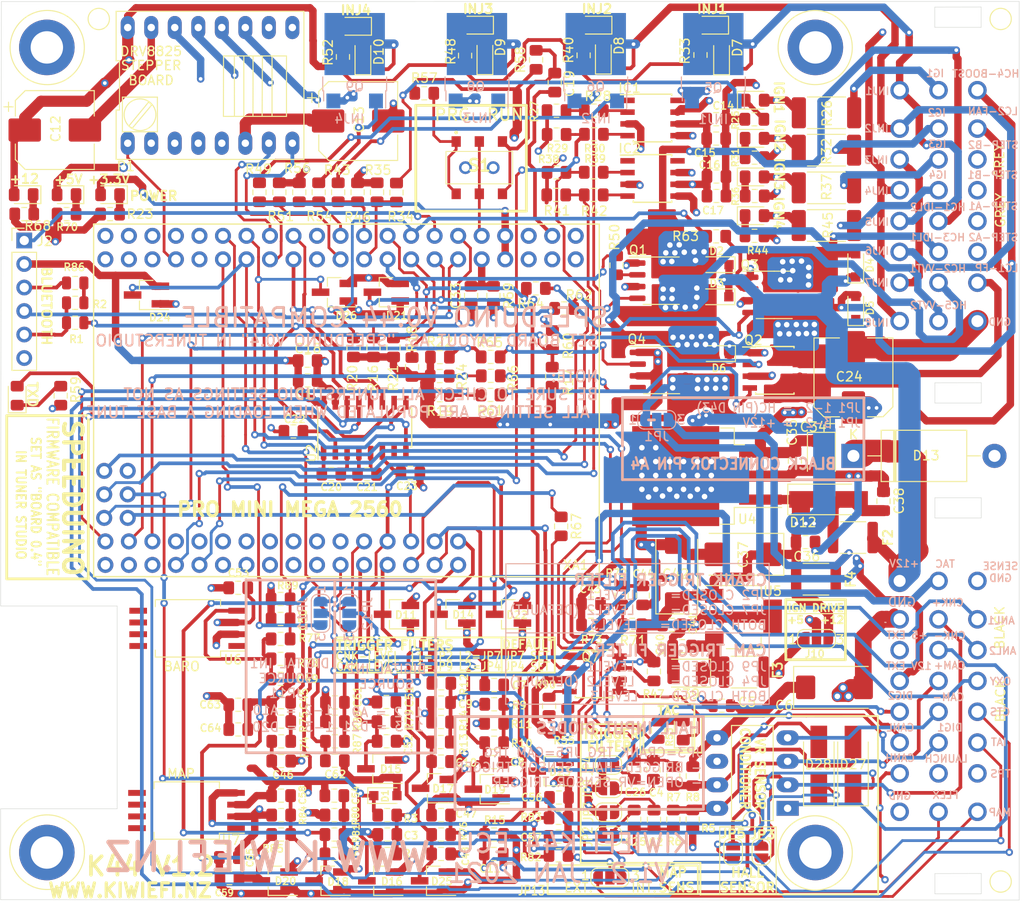
<source format=kicad_pcb>
(kicad_pcb (version 20171130) (host pcbnew "(5.1.0)-1")
  (layers (0 F.Cu mixed) (1 In1.Cu power) (2 In2.Cu mixed) (31 B.Cu mixed) (34 B.Paste user) (35 F.Paste user) (36 B.SilkS user) (37 F.SilkS user) (38 B.Mask user) (39 F.Mask user) (44 Edge.Cuts user))
  (net 0 "")
  (net 1 +12V)
  (net 2 GND)
  (net 3 BAT-MCU)
  (net 4 CAM-MCU)
  (net 5 TPS)
  (net 6 LAUNCH)
  (net 7 A9-MCU)
  (net 8 O2)
  (net 9 IAT)
  (net 10 CLT)
  (net 11 BARO-MCU)
  (net 12 5V-EXT)
  (net 13 TACH)
  (net 14 12V-EXT)
  (net 15 "Net-(IC1-Pad7)")
  (net 16 "Net-(IC1-Pad5)")
  (net 17 "Net-(IC1-Pad4)")
  (net 18 "Net-(IC1-Pad2)")
  (net 19 "Net-(IC2-Pad8)")
  (net 20 "Net-(IC2-Pad7)")
  (net 21 "Net-(IC2-Pad5)")
  (net 22 "Net-(IC2-Pad4)")
  (net 23 "Net-(IC2-Pad2)")
  (net 24 "Net-(IC2-Pad1)")
  (net 25 VR2-)
  (net 26 VR1-)
  (net 27 CRANK)
  (net 28 CAM)
  (net 29 INJ4)
  (net 30 INJ3)
  (net 31 INJ2)
  (net 32 INJ1)
  (net 33 FAN1)
  (net 34 IDL1)
  (net 35 IGN4)
  (net 36 IGN2)
  (net 37 IGN1)
  (net 38 IGN3)
  (net 39 FP)
  (net 40 STEP-B1)
  (net 41 STEP-B2)
  (net 42 STEP-A2)
  (net 43 STEP-A1)
  (net 44 EN-MCU)
  (net 45 STEP-MCU)
  (net 46 DIR-MCU)
  (net 47 IGN1-MCU)
  (net 48 IGN2-MCU)
  (net 49 IGN3-MCU)
  (net 50 IGN4-MCU)
  (net 51 INJ1-MCU)
  (net 52 INJ2-MCU)
  (net 53 INJ3-MCU)
  (net 54 INJ4-MCU)
  (net 55 "Net-(P1-Pad10)")
  (net 56 "Net-(P1-Pad4)")
  (net 57 "Net-(P1-Pad3)")
  (net 58 "Net-(P1-Pad2)")
  (net 59 A10-MCU)
  (net 60 CLAMP14)
  (net 61 DIGITAL1)
  (net 62 CLAMP10)
  (net 63 DIGITAL2)
  (net 64 CLAMP11)
  (net 65 +5C)
  (net 66 "Net-(C39-Pad1)")
  (net 67 ANALOG1)
  (net 68 ANALOG1-MCU)
  (net 69 CLAMP3)
  (net 70 CLAMP8)
  (net 71 CLAMP4)
  (net 72 CLAMP9)
  (net 73 IDL2)
  (net 74 "Net-(IC1-Pad8)")
  (net 75 "Net-(IC1-Pad1)")
  (net 76 RXD3-MCU)
  (net 77 D3-MCU)
  (net 78 D0-MCU)
  (net 79 D21-MCU)
  (net 80 D20-MCU)
  (net 81 "Net-(J1-Pada4)")
  (net 82 SPAREout1)
  (net 83 MAP-EXT)
  (net 84 "Net-(LED2-Pad1)")
  (net 85 "Net-(LED3-Pad2)")
  (net 86 "Net-(LED4-Pad1)")
  (net 87 "Net-(LED5-Pad2)")
  (net 88 "Net-(LED6-Pad1)")
  (net 89 "Net-(LED8-Pad2)")
  (net 90 "Net-(LED9-Pad2)")
  (net 91 "Net-(LED12-Pad1)")
  (net 92 "Net-(Q5-Pad1)")
  (net 93 "Net-(Q6-Pad1)")
  (net 94 "Net-(Q8-Pad1)")
  (net 95 D1-MCU)
  (net 96 TXD3-MCU)
  (net 97 "Net-(C2-Pad1)")
  (net 98 "Net-(C4-Pad2)")
  (net 99 VVT)
  (net 100 BOOST)
  (net 101 "Net-(D7-Pad2)")
  (net 102 "Net-(D8-Pad2)")
  (net 103 "Net-(D9-Pad2)")
  (net 104 "Net-(D10-Pad2)")
  (net 105 "Net-(LED1-Pad1)")
  (net 106 "Net-(LED7-Pad2)")
  (net 107 "Net-(LED9-Pad1)")
  (net 108 HC2-MCU)
  (net 109 HC1-MCU)
  (net 110 LC1-MCU)
  (net 111 LC2-MCU)
  (net 112 HC3-MCU)
  (net 113 HC4-MCU)
  (net 114 D43OUT)
  (net 115 "Net-(Q9-Pad1)")
  (net 116 "Net-(C19-Pad1)")
  (net 117 "Net-(C38-Pad1)")
  (net 118 "Net-(C43-Pad1)")
  (net 119 "Net-(R57-Pad2)")
  (net 120 "Net-(R2-Pad2)")
  (net 121 "Net-(C49-Pad2)")
  (net 122 ANALOG2)
  (net 123 ANALOG2-MCU)
  (net 124 CLAMP5)
  (net 125 CLAMP6)
  (net 126 CLAMP7)
  (net 127 "Net-(C56-Pad2)")
  (net 128 "Net-(JP13-Pad2)")
  (net 129 "Net-(U6-Pad8)")
  (net 130 "Net-(U6-Pad7)")
  (net 131 "Net-(U6-Pad6)")
  (net 132 "Net-(U6-Pad5)")
  (net 133 "Net-(U6-Pad1)")
  (net 134 "Net-(U7-Pad8)")
  (net 135 "Net-(U7-Pad7)")
  (net 136 "Net-(U7-Pad6)")
  (net 137 "Net-(U7-Pad5)")
  (net 138 "Net-(U7-Pad1)")
  (net 139 "Net-(C33-Pad2)")
  (net 140 HC5-MCU)
  (net 141 LC3-MCU)
  (net 142 "Net-(S1-Pad2)")
  (net 143 "Net-(XA1-PadD53)")
  (net 144 "Net-(XA1-PadD13)")
  (net 145 "Net-(XA1-PadD12)")
  (net 146 "Net-(XA1-PadD23)")
  (net 147 "Net-(XA1-PadD22)")
  (net 148 "Net-(XA1-PadD25)")
  (net 149 "Net-(XA1-PadD27)")
  (net 150 "Net-(XA1-PadD26)")
  (net 151 "Net-(XA1-PadD29)")
  (net 152 "Net-(XA1-PadD28)")
  (net 153 "Net-(XA1-PadD31)")
  (net 154 "Net-(XA1-PadD30)")
  (net 155 "Net-(XA1-PadVIN1)")
  (net 156 "Net-(XA1-PadVIN2)")
  (net 157 "Net-(XA1-PadA12)")
  (net 158 "Net-(XA1-PadA13)")
  (net 159 "Net-(XA1-PadD41)")
  (net 160 "Net-(XA1-PadD39)")
  (net 161 "Net-(XA1-PadD44)")
  (net 162 "Net-(XA1-PadD42)")
  (net 163 "Net-(XA1-PadA11)")
  (net 164 "Net-(XA1-PadD34)")
  (net 165 "Net-(XA1-PadD37)")
  (net 166 "Net-(XA1-PadD46)")
  (net 167 "Net-(XA1-PadA15)")
  (net 168 "Net-(XA1-PadD36)")
  (net 169 "Net-(XA1-PadD33)")
  (net 170 "Net-(XA1-PadA14)")
  (net 171 "Net-(XA1-PadD35)")
  (net 172 "Net-(XA1-PadD32)")
  (net 173 +3.3V)
  (net 174 +5V)
  (net 175 "Net-(J2-Pad6)")
  (net 176 "Net-(C20-Pad2)")
  (net 177 "Net-(C20-Pad1)")
  (net 178 "Net-(C21-Pad2)")
  (net 179 "Net-(C21-Pad1)")
  (net 180 "Net-(C22-Pad2)")
  (net 181 "Net-(C23-Pad2)")
  (net 182 "Net-(LED10-Pad2)")
  (net 183 "Net-(LED10-Pad1)")
  (net 184 RX3C)
  (net 185 TX3C)
  (net 186 "Net-(Q1-Pad4)")
  (net 187 "Net-(Q1-Pad2)")
  (net 188 "Net-(Q2-Pad4)")
  (net 189 "Net-(Q2-Pad2)")
  (net 190 "Net-(Q3-Pad4)")
  (net 191 "Net-(Q3-Pad2)")
  (net 192 "Net-(Q4-Pad4)")
  (net 193 "Net-(Q4-Pad2)")
  (net 194 "Net-(Q7-Pad2)")
  (net 195 "Net-(U2-Pad7)")
  (net 196 "Net-(C25-Pad1)")
  (net 197 "Net-(C26-Pad1)")
  (net 198 "Net-(D27-Pad2)")
  (net 199 "Net-(D27-Pad1)")
  (net 200 "Net-(D28-Pad2)")
  (net 201 "Net-(D28-Pad1)")
  (net 202 HCD43)
  (net 203 D1bt-MCU)
  (net 204 "Net-(LED11-Pad1)")
  (net 205 "Net-(LED13-Pad1)")
  (net 206 "Net-(Q7-Pad4)")
  (net 207 +Vflyback)
  (module Resistor_SMD:R_0805_2012Metric (layer F.Cu) (at 146.97964 128.90754 270)
    (fp_text reference R90 (at -2.30886 0.4064) (layer F.SilkS) (effects (font (size 0.8 0.8))))
    (fp_text value 10K)
    (pad 2 smd roundrect (at 0.9375 0 270) (size 0.975 1.4) (layers F.Cu F.Paste F.Mask) (net 13 TACH))
    (pad 1 smd roundrect (at -0.9375 0 270) (size 0.975 1.4) (layers F.Cu F.Paste F.Mask) (net 206 "Net-(Q7-Pad4)"))
  )
  (module NeilsShields:ToolingHole (layer F.Cu) (at 98.34626 54.6735)
    (fp_text reference J6 hide)
    (fp_text value "TOOLING HOLE")
    (pad "" np_thru_hole circle (at 0 0) (size 1.152 1.152) (drill 1.152) (layers *.Cu *.Mask) (clearance 0.5))
  )
  (module NeilsShields:ToolingHole (layer F.Cu) (at 195.75018 54.67096)
    (fp_text reference J4 hide)
    (fp_text value "TOOLING HOLE")
    (pad "" np_thru_hole circle (at 0 0) (size 1.152 1.152) (drill 1.152) (layers *.Cu *.Mask) (clearance 0.5))
  )
  (module NeilsShields:ToolingHole (layer F.Cu) (at 195.75018 147.88134)
    (fp_text reference J3 hide)
    (fp_text value "TOOLING HOLE")
    (pad "" np_thru_hole circle (at 0 0) (size 1.152 1.152) (drill 1.152) (layers *.Cu *.Mask) (clearance 0.5))
  )
  (module Resistor_SMD:R_0805_2012Metric_Pad1.15x1.40mm_HandSolder (layer F.Cu) (at 90.297 75.7555 180)
    (fp_text reference R68 (at -1.4605 -1.27 180) (layer F.SilkS))
    (fp_text value 10K)
    (pad 2 smd roundrect (at 1.025 0 180) (size 1.15 1.4) (layers F.Cu F.Paste F.Mask) (roundrect_rratio 0.217391) (net 2 GND))
    (pad 1 smd roundrect (at -1.025 0 180) (size 1.15 1.4) (layers F.Cu F.Paste F.Mask) (roundrect_rratio 0.217391) (net 205 "Net-(LED13-Pad1)"))
  )
  (module Resistor_SMD:R_0805_2012Metric_Pad1.15x1.40mm_HandSolder (layer F.Cu) (at 99.568 75.7555 180)
    (fp_text reference R23 (at -3.2385 0 180) (layer F.SilkS))
    (fp_text value 2K2)
    (pad 2 smd roundrect (at 1.025 0 180) (size 1.15 1.4) (layers F.Cu F.Paste F.Mask) (roundrect_rratio 0.217391) (net 2 GND))
    (pad 1 smd roundrect (at -1.025 0 180) (size 1.15 1.4) (layers F.Cu F.Paste F.Mask) (roundrect_rratio 0.217391) (net 204 "Net-(LED11-Pad1)"))
  )
  (module LED_SMD:LED_0805_2012Metric_Pad1.15x1.40mm_HandSolder (layer F.Cu) (at 90.2335 73.66 180)
    (fp_text reference LED13 hide)
    (fp_text value GREEN)
    (pad 2 smd roundrect (at 1.025 0 180) (size 1.15 1.4) (layers F.Cu F.Paste F.Mask) (roundrect_rratio 0.217391) (net 1 +12V))
    (pad 1 smd roundrect (at -1.025 0 180) (size 1.15 1.4) (layers F.Cu F.Paste F.Mask) (roundrect_rratio 0.217391) (net 205 "Net-(LED13-Pad1)"))
  )
  (module LED_SMD:LED_0805_2012Metric_Pad1.15x1.40mm_HandSolder (layer F.Cu) (at 99.568 73.66 180)
    (fp_text reference LED11 hide)
    (fp_text value GREEN)
    (pad 2 smd roundrect (at 1.025 0 180) (size 1.15 1.4) (layers F.Cu F.Paste F.Mask) (roundrect_rratio 0.217391) (net 173 +3.3V))
    (pad 1 smd roundrect (at -1.025 0 180) (size 1.15 1.4) (layers F.Cu F.Paste F.Mask) (roundrect_rratio 0.217391) (net 204 "Net-(LED11-Pad1)"))
  )
  (module Jumper:SolderJumper-3_P1.3mm_Open_RoundedPad1.0x1.5mm_NumberLabels (layer B.Cu) (at 158.60522 97.98558)
    (fp_text reference JP1 (at 0 1.8) (layer B.SilkS) (effects (justify mirror)))
    (fp_text value "EXT 12V EN")
    (fp_text user 1 (at -2.6 0) (layer B.SilkS) (effects (justify mirror)))
    (fp_text user 3 (at 2.6 0) (layer B.SilkS) (effects (justify mirror)))
    (pad 2 smd rect (at 0 0) (size 1 1.5) (layers B.Cu B.Mask) (net 81 "Net-(J1-Pada4)"))
    (pad 3 smd custom (at 1.3 0) (size 1 0.5) (layers B.Cu B.Mask) (net 14 12V-EXT) (options (clearance outline) (anchor rect)) (primitives (gr_circle (center 0 -0.25) (end 0.5 -0.25) (width 0)) (gr_circle (center 0 0.25) (end 0.5 0.25) (width 0)) (gr_poly (pts (xy -0.55 0.75) (xy 0 0.75) (xy 0 -0.75) (xy -0.55 -0.75)) (width 0))))
    (pad 1 smd custom (at -1.3 0) (size 1 0.5) (layers B.Cu B.Mask) (net 202 HCD43) (options (clearance outline) (anchor rect)) (primitives (gr_circle (center 0 -0.25) (end 0.5 -0.25) (width 0)) (gr_circle (center 0 0.25) (end 0.5 0.25) (width 0)) (gr_poly (pts (xy 0.55 0.75) (xy 0 0.75) (xy 0 -0.75) (xy 0.55 -0.75)) (width 0))))
  )
  (module LED_SMD:LED_0805_2012Metric_Pad1.15x1.40mm_HandSolder (layer F.Cu) (at 89.535 95.377 90)
    (fp_text reference LED10 hide)
    (fp_text value GREEN)
    (pad 2 smd roundrect (at 1.025 0 90) (size 1.15 1.4) (layers F.Cu F.Paste F.Mask) (roundrect_rratio 0.217391) (net 182 "Net-(LED10-Pad2)"))
    (pad 1 smd roundrect (at -1.025 0 90) (size 1.15 1.4) (layers F.Cu F.Paste F.Mask) (roundrect_rratio 0.217391) (net 183 "Net-(LED10-Pad1)"))
  )
  (module Jumper:SolderJumper-3_P1.3mm_Open_RoundedPad1.0x1.5mm_NumberLabels (layer B.Cu) (at 125.4 118.9 270)
    (fp_text reference JP12 (at 0.06 -1.97 270) (layer B.SilkS) (effects (justify mirror)))
    (fp_text value "DIGITAL2 SEL")
    (fp_text user 1 (at -2.6 0 270) (layer B.SilkS) (effects (justify mirror)))
    (fp_text user 3 (at 2.6 0 270) (layer B.SilkS) (effects (justify mirror)))
    (pad 2 smd rect (at 0 0 270) (size 1 1.5) (layers B.Cu B.Mask) (net 71 CLAMP4))
    (pad 3 smd custom (at 1.3 0 270) (size 1 0.5) (layers B.Cu B.Mask) (net 79 D21-MCU) (options (clearance outline) (anchor rect)) (primitives (gr_circle (center 0 -0.25) (end 0.5 -0.25) (width 0)) (gr_circle (center 0 0.25) (end 0.5 0.25) (width 0)) (gr_poly (pts (xy -0.55 0.75) (xy 0 0.75) (xy 0 -0.75) (xy -0.55 -0.75)) (width 0))))
    (pad 1 smd custom (at -1.3 0 270) (size 1 0.5) (layers B.Cu B.Mask) (net 7 A9-MCU) (options (clearance outline) (anchor rect)) (primitives (gr_circle (center 0 -0.25) (end 0.5 -0.25) (width 0)) (gr_circle (center 0 0.25) (end 0.5 0.25) (width 0)) (gr_poly (pts (xy 0.55 0.75) (xy 0 0.75) (xy 0 -0.75) (xy 0.55 -0.75)) (width 0))))
  )
  (module Jumper:SolderJumper-3_P1.3mm_Open_RoundedPad1.0x1.5mm_NumberLabels (layer B.Cu) (at 122.3 118.9 270)
    (fp_text reference JP11 (at 0.05 1.94 270) (layer B.SilkS) (effects (justify mirror)))
    (fp_text value "DIGITAL1 SEL")
    (fp_text user 1 (at -2.6 0 270) (layer B.SilkS) (effects (justify mirror)))
    (fp_text user 3 (at 2.6 0 270) (layer B.SilkS) (effects (justify mirror)))
    (pad 2 smd rect (at 0 0 270) (size 1 1.5) (layers B.Cu B.Mask) (net 124 CLAMP5))
    (pad 3 smd custom (at 1.3 0 270) (size 1 0.5) (layers B.Cu B.Mask) (net 80 D20-MCU) (options (clearance outline) (anchor rect)) (primitives (gr_circle (center 0 -0.25) (end 0.5 -0.25) (width 0)) (gr_circle (center 0 0.25) (end 0.5 0.25) (width 0)) (gr_poly (pts (xy -0.55 0.75) (xy 0 0.75) (xy 0 -0.75) (xy -0.55 -0.75)) (width 0))))
    (pad 1 smd custom (at -1.3 0 270) (size 1 0.5) (layers B.Cu B.Mask) (net 59 A10-MCU) (options (clearance outline) (anchor rect)) (primitives (gr_circle (center 0 -0.25) (end 0.5 -0.25) (width 0)) (gr_circle (center 0 0.25) (end 0.5 0.25) (width 0)) (gr_poly (pts (xy 0.55 0.75) (xy 0 0.75) (xy 0 -0.75) (xy 0.55 -0.75)) (width 0))))
  )
  (module Jumper:SolderJumper-2_P1.3mm_Open_RoundedPad1.0x1.5mm (layer F.Cu) (at 166.85768 144.67078 270)
    (fp_text reference JP5 (at -1.9558 0.02032) (layer F.SilkS) (effects (font (size 0.9 1) (thickness 0.225))))
    (fp_text value HALL-CAM)
    (pad 2 smd custom (at 0.65 0 270) (size 1 0.5) (layers F.Cu F.Mask) (net 201 "Net-(D28-Pad1)") (options (clearance outline) (anchor rect)) (primitives (gr_circle (center 0 0.25) (end 0.5 0.25) (width 0)) (gr_circle (center 0 -0.25) (end 0.5 -0.25) (width 0)) (gr_poly (pts (xy 0 -0.75) (xy -0.5 -0.75) (xy -0.5 0.75) (xy 0 0.75)) (width 0))))
    (pad 1 smd custom (at -0.65 0 270) (size 1 0.5) (layers F.Cu F.Mask) (net 28 CAM) (options (clearance outline) (anchor rect)) (primitives (gr_circle (center 0 0.25) (end 0.5 0.25) (width 0)) (gr_circle (center 0 -0.25) (end 0.5 -0.25) (width 0)) (gr_poly (pts (xy 0 -0.75) (xy 0.5 -0.75) (xy 0.5 0.75) (xy 0 0.75)) (width 0))))
  )
  (module Jumper:SolderJumper-2_P1.3mm_Open_RoundedPad1.0x1.5mm (layer F.Cu) (at 153.4 135.29 180)
    (fp_text reference JP4 (at 2.21 -0.08 270) (layer F.SilkS) (effects (font (size 1 0.8))))
    (fp_text value CAM_FILTER-2)
    (pad 2 smd custom (at 0.65 0 180) (size 1 0.5) (layers F.Cu F.Mask) (net 2 GND) (options (clearance outline) (anchor rect)) (primitives (gr_circle (center 0 0.25) (end 0.5 0.25) (width 0)) (gr_circle (center 0 -0.25) (end 0.5 -0.25) (width 0)) (gr_poly (pts (xy 0 -0.75) (xy -0.5 -0.75) (xy -0.5 0.75) (xy 0 0.75)) (width 0))))
    (pad 1 smd custom (at -0.65 0 180) (size 1 0.5) (layers F.Cu F.Mask) (net 197 "Net-(C26-Pad1)") (options (clearance outline) (anchor rect)) (primitives (gr_circle (center 0 0.25) (end 0.5 0.25) (width 0)) (gr_circle (center 0 -0.25) (end 0.5 -0.25) (width 0)) (gr_poly (pts (xy 0 -0.75) (xy 0.5 -0.75) (xy 0.5 0.75) (xy 0 0.75)) (width 0))))
  )
  (module Jumper:SolderJumper-2_P1.3mm_Open_RoundedPad1.0x1.5mm (layer F.Cu) (at 169.90568 144.69364 270)
    (fp_text reference JP3 (at -1.86182 -0.13716) (layer F.SilkS) (effects (font (size 0.9 1) (thickness 0.225))))
    (fp_text value HALL-CNK)
    (pad 2 smd custom (at 0.65 0 270) (size 1 0.5) (layers F.Cu F.Mask) (net 199 "Net-(D27-Pad1)") (options (clearance outline) (anchor rect)) (primitives (gr_circle (center 0 0.25) (end 0.5 0.25) (width 0)) (gr_circle (center 0 -0.25) (end 0.5 -0.25) (width 0)) (gr_poly (pts (xy 0 -0.75) (xy -0.5 -0.75) (xy -0.5 0.75) (xy 0 0.75)) (width 0))))
    (pad 1 smd custom (at -0.65 0 270) (size 1 0.5) (layers F.Cu F.Mask) (net 27 CRANK) (options (clearance outline) (anchor rect)) (primitives (gr_circle (center 0 0.25) (end 0.5 0.25) (width 0)) (gr_circle (center 0 -0.25) (end 0.5 -0.25) (width 0)) (gr_poly (pts (xy 0 -0.75) (xy 0.5 -0.75) (xy 0.5 0.75) (xy 0 0.75)) (width 0))))
  )
  (module Jumper:SolderJumper-2_P1.3mm_Open_RoundedPad1.0x1.5mm (layer F.Cu) (at 153.41 142.95 180)
    (fp_text reference JP2 (at 2.26 -0.08 270) (layer F.SilkS) (effects (font (size 1 0.8))))
    (fp_text value CNK_FILTER-2)
    (pad 2 smd custom (at 0.65 0 180) (size 1 0.5) (layers F.Cu F.Mask) (net 2 GND) (options (clearance outline) (anchor rect)) (primitives (gr_circle (center 0 0.25) (end 0.5 0.25) (width 0)) (gr_circle (center 0 -0.25) (end 0.5 -0.25) (width 0)) (gr_poly (pts (xy 0 -0.75) (xy -0.5 -0.75) (xy -0.5 0.75) (xy 0 0.75)) (width 0))))
    (pad 1 smd custom (at -0.65 0 180) (size 1 0.5) (layers F.Cu F.Mask) (net 196 "Net-(C25-Pad1)") (options (clearance outline) (anchor rect)) (primitives (gr_circle (center 0 0.25) (end 0.5 0.25) (width 0)) (gr_circle (center 0 -0.25) (end 0.5 -0.25) (width 0)) (gr_poly (pts (xy 0 -0.75) (xy 0.5 -0.75) (xy 0.5 0.75) (xy 0 0.75)) (width 0))))
  )
  (module Diode_SMD:D_SMA_Handsoldering (layer F.Cu) (at 176.11 135.29 90)
    (fp_text reference D28 (at 0.05 -0.06 180) (layer F.SilkS))
    (fp_text value B130-13-F)
    (pad 2 smd rect (at 2.5 0 90) (size 3.5 1.8) (layers F.Cu F.Paste F.Mask) (net 200 "Net-(D28-Pad2)"))
    (pad 1 smd rect (at -2.5 0 90) (size 3.5 1.8) (layers F.Cu F.Paste F.Mask) (net 201 "Net-(D28-Pad1)"))
  )
  (module Diode_SMD:D_SMA_Handsoldering (layer F.Cu) (at 179.8 135.3 90)
    (fp_text reference D27 (at 0.07 0 180) (layer F.SilkS))
    (fp_text value B130-13-F)
    (pad 2 smd rect (at 2.5 0 90) (size 3.5 1.8) (layers F.Cu F.Paste F.Mask) (net 198 "Net-(D27-Pad2)"))
    (pad 1 smd rect (at -2.5 0 90) (size 3.5 1.8) (layers F.Cu F.Paste F.Mask) (net 199 "Net-(D27-Pad1)"))
  )
  (module Capacitor_SMD:C_0805_2012Metric_Pad1.15x1.40mm_HandSolder (layer F.Cu) (at 156.18 135.8 90)
    (fp_text reference C26 (at -2.43 0.13 180) (layer F.SilkS) (effects (font (size 0.8 0.8))))
    (fp_text value 22n)
    (pad 2 smd roundrect (at 1.025 0 90) (size 1.15 1.4) (layers F.Cu F.Paste F.Mask) (roundrect_rratio 0.217391) (net 4 CAM-MCU))
    (pad 1 smd roundrect (at -1.025 0 90) (size 1.15 1.4) (layers F.Cu F.Paste F.Mask) (roundrect_rratio 0.217391) (net 197 "Net-(C26-Pad1)"))
  )
  (module Capacitor_SMD:C_0805_2012Metric_Pad1.15x1.40mm_HandSolder (layer F.Cu) (at 156.17 141.18 270)
    (fp_text reference C25 (at 2.4 -0.16) (layer F.SilkS) (effects (font (size 0.8 0.8))))
    (fp_text value 4n7)
    (pad 2 smd roundrect (at 1.025 0 270) (size 1.15 1.4) (layers F.Cu F.Paste F.Mask) (roundrect_rratio 0.217391) (net 60 CLAMP14))
    (pad 1 smd roundrect (at -1.025 0 270) (size 1.15 1.4) (layers F.Cu F.Paste F.Mask) (roundrect_rratio 0.217391) (net 196 "Net-(C25-Pad1)"))
  )
  (module Capacitor_SMD:C_0805_2012Metric_Pad1.15x1.40mm_HandSolder (layer F.Cu) (at 135.17 93.26)
    (fp_text reference R24 (at 2.40402 0.07484 90) (layer F.SilkS))
    (fp_text value 51K)
    (pad 2 smd roundrect (at 1.025 0) (size 1.15 1.4) (layers F.Cu F.Paste F.Mask) (roundrect_rratio 0.217391) (net 114 D43OUT))
    (pad 1 smd roundrect (at -1.025 0) (size 1.15 1.4) (layers F.Cu F.Paste F.Mask) (roundrect_rratio 0.217391) (net 2 GND))
  )
  (module Capacitor_SMD:C_0805_2012Metric_Pad1.15x1.40mm_HandSolder (layer F.Cu) (at 135.19 91.21)
    (fp_text reference R22 (at 0 -1.65) (layer F.SilkS))
    (fp_text value 51K)
    (pad 2 smd roundrect (at 1.025 0) (size 1.15 1.4) (layers F.Cu F.Paste F.Mask) (roundrect_rratio 0.217391) (net 140 HC5-MCU))
    (pad 1 smd roundrect (at -1.025 0) (size 1.15 1.4) (layers F.Cu F.Paste F.Mask) (roundrect_rratio 0.217391) (net 2 GND))
  )
  (module Capacitor_SMD:C_0805_2012Metric_Pad1.15x1.40mm_HandSolder (layer F.Cu) (at 130.175 90.17 90)
    (fp_text reference R21 (at -3.3 -0.02 90) (layer F.SilkS))
    (fp_text value 51K)
    (pad 2 smd roundrect (at 1.025 0 90) (size 1.15 1.4) (layers F.Cu F.Paste F.Mask) (roundrect_rratio 0.217391) (net 113 HC4-MCU))
    (pad 1 smd roundrect (at -1.025 0 90) (size 1.15 1.4) (layers F.Cu F.Paste F.Mask) (roundrect_rratio 0.217391) (net 2 GND))
  )
  (module Capacitor_SMD:C_0805_2012Metric_Pad1.15x1.40mm_HandSolder (layer F.Cu) (at 125.857 90.17 90)
    (fp_text reference R20 (at -3.33 -0.11 90) (layer F.SilkS))
    (fp_text value 51K)
    (pad 2 smd roundrect (at 1.025 0 90) (size 1.15 1.4) (layers F.Cu F.Paste F.Mask) (roundrect_rratio 0.217391) (net 112 HC3-MCU))
    (pad 1 smd roundrect (at -1.025 0 90) (size 1.15 1.4) (layers F.Cu F.Paste F.Mask) (roundrect_rratio 0.217391) (net 2 GND))
  )
  (module Capacitor_SMD:C_0805_2012Metric_Pad1.15x1.40mm_HandSolder (layer F.Cu) (at 135.17 95.33)
    (fp_text reference R19 (at 0.04 1.7) (layer F.SilkS))
    (fp_text value 51K)
    (pad 2 smd roundrect (at 1.025 0) (size 1.15 1.4) (layers F.Cu F.Paste F.Mask) (roundrect_rratio 0.217391) (net 111 LC2-MCU))
    (pad 1 smd roundrect (at -1.025 0) (size 1.15 1.4) (layers F.Cu F.Paste F.Mask) (roundrect_rratio 0.217391) (net 2 GND))
  )
  (module Capacitor_SMD:C_0805_2012Metric_Pad1.15x1.40mm_HandSolder (layer F.Cu) (at 132.18 92.28 90)
    (fp_text reference R18 (at 3.04726 -0.00856 90) (layer F.SilkS))
    (fp_text value 51K)
    (pad 2 smd roundrect (at 1.025 0 90) (size 1.15 1.4) (layers F.Cu F.Paste F.Mask) (roundrect_rratio 0.217391) (net 108 HC2-MCU))
    (pad 1 smd roundrect (at -1.025 0 90) (size 1.15 1.4) (layers F.Cu F.Paste F.Mask) (roundrect_rratio 0.217391) (net 2 GND))
  )
  (module Capacitor_SMD:C_0805_2012Metric_Pad1.15x1.40mm_HandSolder (layer F.Cu) (at 147.32 93.32 90)
    (fp_text reference R17 (at -0.61 1.76 90) (layer F.SilkS))
    (fp_text value 51K)
    (pad 2 smd roundrect (at 1.025 0 90) (size 1.15 1.4) (layers F.Cu F.Paste F.Mask) (roundrect_rratio 0.217391) (net 110 LC1-MCU))
    (pad 1 smd roundrect (at -1.025 0 90) (size 1.15 1.4) (layers F.Cu F.Paste F.Mask) (roundrect_rratio 0.217391) (net 2 GND))
  )
  (module Capacitor_SMD:C_0805_2012Metric_Pad1.15x1.40mm_HandSolder (layer F.Cu) (at 128.016 90.17 90)
    (fp_text reference R16 (at -3.32 -0.04 90) (layer F.SilkS))
    (fp_text value 51K)
    (pad 2 smd roundrect (at 1.025 0 90) (size 1.15 1.4) (layers F.Cu F.Paste F.Mask) (roundrect_rratio 0.217391) (net 109 HC1-MCU))
    (pad 1 smd roundrect (at -1.025 0 90) (size 1.15 1.4) (layers F.Cu F.Paste F.Mask) (roundrect_rratio 0.217391) (net 2 GND))
  )
  (module Capacitor_SMD:C_0805_2012Metric_Pad1.15x1.40mm_HandSolder (layer F.Cu) (at 148.28 109.5 270)
    (fp_text reference R67 (at 0 -1.65 270) (layer F.SilkS))
    (fp_text value 220R)
    (pad 2 smd roundrect (at 1.025 0 270) (size 1.15 1.4) (layers F.Cu F.Paste F.Mask) (roundrect_rratio 0.217391) (net 194 "Net-(Q7-Pad2)"))
    (pad 1 smd roundrect (at -1.025 0 270) (size 1.15 1.4) (layers F.Cu F.Paste F.Mask) (roundrect_rratio 0.217391) (net 141 LC3-MCU))
  )
  (module Resistor_SMD:R_0805_2012Metric_Pad1.15x1.40mm_HandSolder (layer F.Cu) (at 140.68 93.24)
    (fp_text reference R66 (at 2.40074 0.25232 90) (layer F.SilkS))
    (fp_text value 220R)
    (pad 2 smd roundrect (at 1.025 0) (size 1.15 1.4) (layers F.Cu F.Paste F.Mask) (roundrect_rratio 0.217391) (net 192 "Net-(Q4-Pad4)"))
    (pad 1 smd roundrect (at -1.025 0) (size 1.15 1.4) (layers F.Cu F.Paste F.Mask) (roundrect_rratio 0.217391) (net 114 D43OUT))
  )
  (module Resistor_SMD:R_0805_2012Metric_Pad1.15x1.40mm_HandSolder (layer F.Cu) (at 140.67 91.19 180)
    (fp_text reference R65 (at 0.11 1.55 180) (layer F.SilkS))
    (fp_text value 220R)
    (pad 2 smd roundrect (at 1.025 0 180) (size 1.15 1.4) (layers F.Cu F.Paste F.Mask) (roundrect_rratio 0.217391) (net 140 HC5-MCU))
    (pad 1 smd roundrect (at -1.025 0 180) (size 1.15 1.4) (layers F.Cu F.Paste F.Mask) (roundrect_rratio 0.217391) (net 193 "Net-(Q4-Pad2)"))
  )
  (module Resistor_SMD:R_0805_2012Metric_Pad1.15x1.40mm_HandSolder (layer F.Cu) (at 145.55 83.79 180)
    (fp_text reference R64 (at 0.55 -1.66 180) (layer F.SilkS))
    (fp_text value 220R)
    (pad 2 smd roundrect (at 1.025 0 180) (size 1.15 1.4) (layers F.Cu F.Paste F.Mask) (roundrect_rratio 0.217391) (net 113 HC4-MCU))
    (pad 1 smd roundrect (at -1.025 0 180) (size 1.15 1.4) (layers F.Cu F.Paste F.Mask) (roundrect_rratio 0.217391) (net 190 "Net-(Q3-Pad4)"))
  )
  (module Resistor_SMD:R_0805_2012Metric_Pad1.15x1.40mm_HandSolder (layer F.Cu) (at 165.03 78.16 180)
    (fp_text reference R63 (at 3.31 0.01 180) (layer F.SilkS))
    (fp_text value 220R)
    (pad 2 smd roundrect (at 1.025 0 180) (size 1.15 1.4) (layers F.Cu F.Paste F.Mask) (roundrect_rratio 0.217391) (net 112 HC3-MCU))
    (pad 1 smd roundrect (at -1.025 0 180) (size 1.15 1.4) (layers F.Cu F.Paste F.Mask) (roundrect_rratio 0.217391) (net 191 "Net-(Q3-Pad2)"))
  )
  (module Resistor_SMD:R_0805_2012Metric_Pad1.15x1.40mm_HandSolder (layer F.Cu) (at 148.61 85.95 180)
    (fp_text reference R62 (at -1.6 1.45 180) (layer F.SilkS))
    (fp_text value 220R)
    (pad 2 smd roundrect (at 1.025 0 180) (size 1.15 1.4) (layers F.Cu F.Paste F.Mask) (roundrect_rratio 0.217391) (net 108 HC2-MCU))
    (pad 1 smd roundrect (at -1.025 0 180) (size 1.15 1.4) (layers F.Cu F.Paste F.Mask) (roundrect_rratio 0.217391) (net 186 "Net-(Q1-Pad4)"))
  )
  (module Resistor_SMD:R_0805_2012Metric_Pad1.15x1.40mm_HandSolder (layer F.Cu) (at 140.65 95.3)
    (fp_text reference R61 (at -0.02 1.69) (layer F.SilkS))
    (fp_text value 220R)
    (pad 2 smd roundrect (at 1.025 0) (size 1.15 1.4) (layers F.Cu F.Paste F.Mask) (roundrect_rratio 0.217391) (net 188 "Net-(Q2-Pad4)"))
    (pad 1 smd roundrect (at -1.025 0) (size 1.15 1.4) (layers F.Cu F.Paste F.Mask) (roundrect_rratio 0.217391) (net 111 LC2-MCU))
  )
  (module Resistor_SMD:R_0805_2012Metric_Pad1.15x1.40mm_HandSolder (layer F.Cu) (at 147.34 89.37 90)
    (fp_text reference R60 (at -0.62 1.71 270) (layer F.SilkS))
    (fp_text value 220R)
    (pad 2 smd roundrect (at 1.025 0 90) (size 1.15 1.4) (layers F.Cu F.Paste F.Mask) (roundrect_rratio 0.217391) (net 189 "Net-(Q2-Pad2)"))
    (pad 1 smd roundrect (at -1.025 0 90) (size 1.15 1.4) (layers F.Cu F.Paste F.Mask) (roundrect_rratio 0.217391) (net 110 LC1-MCU))
  )
  (module Resistor_SMD:R_0805_2012Metric_Pad1.15x1.40mm_HandSolder (layer F.Cu) (at 154.26182 81.2927 90)
    (fp_text reference R50 (at 3.04038 -0.20828 90) (layer F.SilkS))
    (fp_text value 220R)
    (pad 2 smd roundrect (at 1.025 0 90) (size 1.15 1.4) (layers F.Cu F.Paste F.Mask) (roundrect_rratio 0.217391) (net 109 HC1-MCU))
    (pad 1 smd roundrect (at -1.025 0 90) (size 1.15 1.4) (layers F.Cu F.Paste F.Mask) (roundrect_rratio 0.217391) (net 187 "Net-(Q1-Pad2)"))
  )
  (module AutomotiveConnectors:Delphi_48pinConnectorBox_AandBconnectors (layer F.Cu) (at 197.739 101.346 90)
    (fp_text reference J1 hide)
    (fp_text value Conn_02x24_Male)
    (fp_text user BLACK (at -27 -2 90) (layer F.SilkS))
    (fp_text user GREY (at 26 -2 90) (layer F.SilkS))
    (pad 12 thru_hole circle (at -43.4 -22 90) (size 6 6) (drill 3.5) (layers *.Cu *.Mask))
    (pad 11 thru_hole circle (at 43.6 -22 90) (size 6 6) (drill 3.5) (layers *.Cu *.Mask))
    (pad 10 thru_hole circle (at -43.4 -105 90) (size 6 6) (drill 3.5) (layers *.Cu *.Mask))
    (pad 9 thru_hole circle (at 43.6 -105 90) (size 6 6) (drill 3.5) (layers *.Cu *.Mask))
    (pad a19 thru_hole circle (at -21.529 -4.5 90) (size 2 2) (drill 1.3) (layers *.Cu *.Mask) (net 122 ANALOG2))
    (pad a13 thru_hole circle (at -28.189 -8.7 90) (size 2 2) (drill 1.3) (layers *.Cu *.Mask) (net 25 VR2-))
    (pad a14 thru_hole circle (at -31.519 -8.7 90) (size 2 2) (drill 1.3) (layers *.Cu *.Mask) (net 61 DIGITAL1))
    (pad a15 thru_hole circle (at -34.849 -8.7 90) (size 2 2) (drill 1.3) (layers *.Cu *.Mask) (net 6 LAUNCH))
    (pad a6 thru_hole circle (at -31.519 -12.9 90) (size 2 2) (drill 1.3) (layers *.Cu *.Mask) (net 184 RX3C))
    (pad a3 thru_hole circle (at -21.529 -12.9 90) (size 2 2) (drill 1.3) (layers *.Cu *.Mask) (net 12 5V-EXT))
    (pad a5 thru_hole circle (at -28.189 -12.9 90) (size 2 2) (drill 1.3) (layers *.Cu *.Mask) (net 63 DIGITAL2))
    (pad a11 thru_hole circle (at -21.529 -8.7 90) (size 2 2) (drill 1.3) (layers *.Cu *.Mask) (net 26 VR1-))
    (pad a9 thru_hole circle (at -14.049 -8.7 90) (size 2 2) (drill 1.3) (layers *.Cu *.Mask) (net 13 TACH))
    (pad a2 thru_hole circle (at -18.199 -12.9 90) (size 2 2) (drill 1.3) (layers *.Cu *.Mask) (net 2 GND))
    (pad a18 thru_hole circle (at -18.199 -4.5 90) (size 2 2) (drill 1.3) (layers *.Cu *.Mask) (net 67 ANALOG1))
    (pad a10 thru_hole circle (at -18.199 -8.7 90) (size 2 2) (drill 1.3) (layers *.Cu *.Mask) (net 27 CRANK))
    (pad a4 thru_hole circle (at -24.859 -12.9 90) (size 2 2) (drill 1.3) (layers *.Cu *.Mask) (net 81 "Net-(J1-Pada4)"))
    (pad a16 thru_hole circle (at -38.999 -8.7 90) (size 2 2) (drill 1.3) (layers *.Cu *.Mask) (net 125 CLAMP6))
    (pad a1 thru_hole circle (at -14.049 -12.9 90) (size 2 2) (drill 1.3) (layers *.Cu *.Mask) (net 207 +Vflyback))
    (pad a12 thru_hole circle (at -24.859 -8.7 90) (size 2 2) (drill 1.3) (layers *.Cu *.Mask) (net 28 CAM))
    (pad a7 thru_hole circle (at -34.849 -12.9 90) (size 2 2) (drill 1.3) (layers *.Cu *.Mask) (net 185 TX3C))
    (pad a8 thru_hole circle (at -38.999 -12.9 90) (size 2 2) (drill 1.3) (layers *.Cu *.Mask) (net 2 GND))
    (pad a17 thru_hole circle (at -14.049 -4.5 90) (size 2 2) (drill 1.3) (layers *.Cu *.Mask) (net 2 GND))
    (pad a23 thru_hole circle (at -34.849 -4.5 90) (size 2 2) (drill 1.3) (layers *.Cu *.Mask) (net 5 TPS))
    (pad a21 thru_hole circle (at -28.189 -4.5 90) (size 2 2) (drill 1.3) (layers *.Cu *.Mask) (net 10 CLT))
    (pad a22 thru_hole circle (at -31.519 -4.5 90) (size 2 2) (drill 1.3) (layers *.Cu *.Mask) (net 9 IAT))
    (pad a20 thru_hole circle (at -24.859 -4.5 90) (size 2 2) (drill 1.3) (layers *.Cu *.Mask) (net 8 O2))
    (pad a24 thru_hole circle (at -38.999 -4.5 90) (size 2 2) (drill 1.3) (layers *.Cu *.Mask) (net 83 MAP-EXT))
    (pad b24 thru_hole circle (at 14.025 -4.5 90) (size 2 2) (drill 1.3) (layers *.Cu *.Mask) (net 2 GND))
    (pad b17 thru_hole circle (at 38.975 -4.5 90) (size 2 2) (drill 1.3) (layers *.Cu *.Mask) (net 100 BOOST))
    (pad b8 thru_hole circle (at 14.025 -12.9 90) (size 2 2) (drill 1.3) (layers *.Cu *.Mask) (net 29 INJ4))
    (pad b1 thru_hole circle (at 38.975 -12.9 90) (size 2 2) (drill 1.3) (layers *.Cu *.Mask) (net 32 INJ1))
    (pad b16 thru_hole circle (at 14.025 -8.7 90) (size 2 2) (drill 1.3) (layers *.Cu *.Mask) (net 82 SPAREout1))
    (pad b9 thru_hole circle (at 38.975 -8.7 90) (size 2 2) (drill 1.3) (layers *.Cu *.Mask) (net 37 IGN1))
    (pad b4 thru_hole circle (at 28.165 -12.9 90) (size 2 2) (drill 1.3) (layers *.Cu *.Mask) (net 29 INJ4))
    (pad b5 thru_hole circle (at 24.835 -12.9 90) (size 2 2) (drill 1.3) (layers *.Cu *.Mask) (net 32 INJ1))
    (pad b3 thru_hole circle (at 31.495 -12.9 90) (size 2 2) (drill 1.3) (layers *.Cu *.Mask) (net 30 INJ3))
    (pad b2 thru_hole circle (at 34.825 -12.9 90) (size 2 2) (drill 1.3) (layers *.Cu *.Mask) (net 31 INJ2))
    (pad b6 thru_hole circle (at 21.505 -12.9 90) (size 2 2) (drill 1.3) (layers *.Cu *.Mask) (net 31 INJ2))
    (pad b7 thru_hole circle (at 18.175 -12.9 90) (size 2 2) (drill 1.3) (layers *.Cu *.Mask) (net 30 INJ3))
    (pad b15 thru_hole circle (at 18.175 -8.7 90) (size 2 2) (drill 1.3) (layers *.Cu *.Mask) (net 99 VVT))
    (pad b14 thru_hole circle (at 21.505 -8.7 90) (size 2 2) (drill 1.3) (layers *.Cu *.Mask) (net 34 IDL1))
    (pad b13 thru_hole circle (at 24.835 -8.7 90) (size 2 2) (drill 1.3) (layers *.Cu *.Mask) (net 73 IDL2))
    (pad b12 thru_hole circle (at 28.165 -8.7 90) (size 2 2) (drill 1.3) (layers *.Cu *.Mask) (net 35 IGN4))
    (pad b11 thru_hole circle (at 31.495 -8.7 90) (size 2 2) (drill 1.3) (layers *.Cu *.Mask) (net 38 IGN3))
    (pad b10 thru_hole circle (at 34.825 -8.7 90) (size 2 2) (drill 1.3) (layers *.Cu *.Mask) (net 36 IGN2))
    (pad b18 thru_hole circle (at 34.825 -4.5 90) (size 2 2) (drill 1.3) (layers *.Cu *.Mask) (net 33 FAN1))
    (pad b19 thru_hole circle (at 31.495 -4.5 90) (size 2 2) (drill 1.3) (layers *.Cu *.Mask) (net 41 STEP-B2))
    (pad b20 thru_hole circle (at 28.165 -4.5 90) (size 2 2) (drill 1.3) (layers *.Cu *.Mask) (net 40 STEP-B1))
    (pad b21 thru_hole circle (at 24.835 -4.5 90) (size 2 2) (drill 1.3) (layers *.Cu *.Mask) (net 43 STEP-A1))
    (pad b22 thru_hole circle (at 21.505 -4.5 90) (size 2 2) (drill 1.3) (layers *.Cu *.Mask) (net 42 STEP-A2))
    (pad b23 thru_hole circle (at 18.175 -4.5 90) (size 2 2) (drill 1.3) (layers *.Cu *.Mask) (net 39 FP))
  )
  (module Package_SO:SSO-8_6.8x5.9mm_P1.27mm_Clearance8mm (layer F.Cu) (at 107.823 140.208 180)
    (fp_text reference U7 (at -4.79044 -3.19532 180) (layer F.SilkS))
    (fp_text value MPXHZ6400A)
    (pad 8 smd rect (at 5.3475 -1.905 180) (size 1.905 0.64) (layers F.Cu F.Paste F.Mask) (net 134 "Net-(U7-Pad8)"))
    (pad 7 smd rect (at 5.3475 -0.635 180) (size 1.905 0.64) (layers F.Cu F.Paste F.Mask) (net 135 "Net-(U7-Pad7)"))
    (pad 6 smd rect (at 5.3475 0.635 180) (size 1.905 0.64) (layers F.Cu F.Paste F.Mask) (net 136 "Net-(U7-Pad6)"))
    (pad 5 smd rect (at 5.3475 1.905 180) (size 1.905 0.64) (layers F.Cu F.Paste F.Mask) (net 137 "Net-(U7-Pad5)"))
    (pad 4 smd rect (at -5.3475 1.905 180) (size 1.905 0.64) (layers F.Cu F.Paste F.Mask) (net 127 "Net-(C56-Pad2)"))
    (pad 3 smd rect (at -5.3475 0.635 180) (size 1.905 0.64) (layers F.Cu F.Paste F.Mask) (net 2 GND))
    (pad 2 smd rect (at -5.3475 -0.635 180) (size 1.905 0.64) (layers F.Cu F.Paste F.Mask) (net 174 +5V))
    (pad 1 smd rect (at -5.3475 -1.905 180) (size 1.905 0.64) (layers F.Cu F.Paste F.Mask) (net 138 "Net-(U7-Pad1)"))
  )
  (module Package_SO:SSO-8_6.8x5.9mm_P1.27mm_Clearance8mm (layer F.Cu) (at 107.95 120.523 180)
    (fp_text reference U6 (at -4.88696 -3.38074 180) (layer F.SilkS))
    (fp_text value MPXHZ6115A)
    (pad 8 smd rect (at 5.3475 -1.905 180) (size 1.905 0.64) (layers F.Cu F.Paste F.Mask) (net 129 "Net-(U6-Pad8)"))
    (pad 7 smd rect (at 5.3475 -0.635 180) (size 1.905 0.64) (layers F.Cu F.Paste F.Mask) (net 130 "Net-(U6-Pad7)"))
    (pad 6 smd rect (at 5.3475 0.635 180) (size 1.905 0.64) (layers F.Cu F.Paste F.Mask) (net 131 "Net-(U6-Pad6)"))
    (pad 5 smd rect (at 5.3475 1.905 180) (size 1.905 0.64) (layers F.Cu F.Paste F.Mask) (net 132 "Net-(U6-Pad5)"))
    (pad 4 smd rect (at -5.3475 1.905 180) (size 1.905 0.64) (layers F.Cu F.Paste F.Mask) (net 121 "Net-(C49-Pad2)"))
    (pad 3 smd rect (at -5.3475 0.635 180) (size 1.905 0.64) (layers F.Cu F.Paste F.Mask) (net 2 GND))
    (pad 2 smd rect (at -5.3475 -0.635 180) (size 1.905 0.64) (layers F.Cu F.Paste F.Mask) (net 174 +5V))
    (pad 1 smd rect (at -5.3475 -1.905 180) (size 1.905 0.64) (layers F.Cu F.Paste F.Mask) (net 133 "Net-(U6-Pad1)"))
  )
  (module Capacitor_SMD:C_0805_2012Metric_Pad1.15x1.40mm_HandSolder (layer F.Cu) (at 138.557 84.582 90)
    (fp_text reference C33 (at 0 -1.65 90) (layer F.SilkS))
    (fp_text value 1uF)
    (pad 2 smd roundrect (at 1.025 0 90) (size 1.15 1.4) (layers F.Cu F.Paste F.Mask) (roundrect_rratio 0.217391) (net 139 "Net-(C33-Pad2)"))
    (pad 1 smd roundrect (at -1.025 0 90) (size 1.15 1.4) (layers F.Cu F.Paste F.Mask) (roundrect_rratio 0.217391) (net 2 GND))
  )
  (module Capacitor_SMD:CP_Elec_8x10 (layer F.Cu) (at 179.85 93.4 90)
    (fp_text reference C24 (at 0.07112 -0.4572 180) (layer F.SilkS))
    (fp_text value 220uF25V)
    (pad 2 smd roundrect (at 3.25 0 90) (size 3.5 2.5) (layers F.Cu F.Paste F.Mask) (roundrect_rratio 0.1) (net 2 GND))
    (pad 1 smd roundrect (at -3.25 0 90) (size 3.5 2.5) (layers F.Cu F.Paste F.Mask) (roundrect_rratio 0.1) (net 1 +12V))
  )
  (module Capacitor_SMD:C_0805_2012Metric_Pad1.15x1.40mm_HandSolder (layer F.Cu) (at 149 130.2 90)
    (fp_text reference R55 (at -2.43372 -0.3973 180) (layer F.SilkS) (effects (font (size 0.8 0.8))))
    (fp_text value 51K)
    (pad 1 smd roundrect (at -1.025 0 90) (size 1.15 1.4) (layers F.Cu F.Paste F.Mask) (roundrect_rratio 0.217391) (net 2 GND))
    (pad 2 smd roundrect (at 1.025 0 90) (size 1.15 1.4) (layers F.Cu F.Paste F.Mask) (roundrect_rratio 0.217391) (net 194 "Net-(Q7-Pad2)"))
  )
  (module AutomotiveMisc:SOT-23_BAT54S (layer F.Cu) (at 123.8 84.2 90)
    (fp_text reference D26 (at -2.52 1.28 180) (layer F.SilkS) (effects (font (size 0.8 0.8))))
    (fp_text value BAT54S)
    (pad 3 smd rect (at 0 -1.5 180) (size 1.9 0.8) (layers F.Cu F.Paste F.Mask) (net 60 CLAMP14))
    (pad 2 smd rect (at 0.95 1.5 180) (size 1.9 0.8) (layers F.Cu F.Paste F.Mask) (net 174 +5V))
    (pad 1 smd rect (at -0.95 1.5 180) (size 1.9 0.8) (layers F.Cu F.Paste F.Mask) (net 2 GND))
  )
  (module AutomotiveMisc:SOT-23_BAT54S (layer F.Cu) (at 134.5 147.8 90)
    (fp_text reference D25 (at -0.07118 0.89978 180) (layer F.SilkS) (effects (font (size 0.8 0.8))))
    (fp_text value BAT54S)
    (pad 3 smd rect (at 0 -1.5 180) (size 1.9 0.8) (layers F.Cu F.Paste F.Mask) (net 70 CLAMP8))
    (pad 2 smd rect (at 0.95 1.5 180) (size 1.9 0.8) (layers F.Cu F.Paste F.Mask) (net 174 +5V))
    (pad 1 smd rect (at -0.95 1.5 180) (size 1.9 0.8) (layers F.Cu F.Paste F.Mask) (net 2 GND))
  )
  (module AutomotiveMisc:SOT-23_BAT54S (layer F.Cu) (at 103.5 84.5 90)
    (fp_text reference D24 (at -2.43 1.44 180) (layer F.SilkS) (effects (font (size 0.8 0.8))))
    (fp_text value BAT54S)
    (pad 3 smd rect (at 0 -1.5 180) (size 1.9 0.8) (layers F.Cu F.Paste F.Mask) (net 4 CAM-MCU))
    (pad 2 smd rect (at 0.95 1.5 180) (size 1.9 0.8) (layers F.Cu F.Paste F.Mask) (net 174 +5V))
    (pad 1 smd rect (at -0.95 1.5 180) (size 1.9 0.8) (layers F.Cu F.Paste F.Mask) (net 2 GND))
  )
  (module AutomotiveMisc:SOT-23_BAT54S (layer F.Cu) (at 147.2 135.95 90)
    (fp_text reference D23 (at -0.08224 0.96836 180) (layer F.SilkS) (effects (font (size 0.8 0.8))))
    (fp_text value BAT54S)
    (pad 3 smd rect (at 0 -1.5 180) (size 1.9 0.8) (layers F.Cu F.Paste F.Mask) (net 126 CLAMP7))
    (pad 2 smd rect (at 0.95 1.5 180) (size 1.9 0.8) (layers F.Cu F.Paste F.Mask) (net 174 +5V))
    (pad 1 smd rect (at -0.95 1.5 180) (size 1.9 0.8) (layers F.Cu F.Paste F.Mask) (net 2 GND))
  )
  (module AutomotiveMisc:SOT-23_BAT54S (layer F.Cu) (at 142.6 119 90)
    (fp_text reference D22 (at -0.08028 0.93032 180) (layer F.SilkS) (effects (font (size 0.8 0.8))))
    (fp_text value BAT54S)
    (pad 3 smd rect (at 0 -1.5 180) (size 1.9 0.8) (layers F.Cu F.Paste F.Mask) (net 3 BAT-MCU))
    (pad 2 smd rect (at 0.95 1.5 180) (size 1.9 0.8) (layers F.Cu F.Paste F.Mask) (net 174 +5V))
    (pad 1 smd rect (at -0.95 1.5 180) (size 1.9 0.8) (layers F.Cu F.Paste F.Mask) (net 2 GND))
  )
  (module AutomotiveMisc:SOT-23_BAT54S (layer F.Cu) (at 129.4 84.2 90)
    (fp_text reference D21 (at -2.52 1.13 180) (layer F.SilkS) (effects (font (size 0.8 0.8))))
    (fp_text value BAT54S)
    (pad 3 smd rect (at 0 -1.5 180) (size 1.9 0.8) (layers F.Cu F.Paste F.Mask) (net 125 CLAMP6))
    (pad 2 smd rect (at 0.95 1.5 180) (size 1.9 0.8) (layers F.Cu F.Paste F.Mask) (net 174 +5V))
    (pad 1 smd rect (at -0.95 1.5 180) (size 1.9 0.8) (layers F.Cu F.Paste F.Mask) (net 2 GND))
  )
  (module AutomotiveMisc:SOT-23_BAT54S (layer F.Cu) (at 117.4 147.8 90)
    (fp_text reference D20 (at -0.03054 1.11386 180) (layer F.SilkS) (effects (font (size 0.8 0.8))))
    (fp_text value BAT54S)
    (pad 3 smd rect (at 0 -1.5 180) (size 1.9 0.8) (layers F.Cu F.Paste F.Mask) (net 64 CLAMP11))
    (pad 2 smd rect (at 0.95 1.5 180) (size 1.9 0.8) (layers F.Cu F.Paste F.Mask) (net 174 +5V))
    (pad 1 smd rect (at -0.95 1.5 180) (size 1.9 0.8) (layers F.Cu F.Paste F.Mask) (net 2 GND))
  )
  (module AutomotiveMisc:SOT-23_BAT54S (layer F.Cu) (at 140.3 137.9 90)
    (fp_text reference D19 (at -0.0474 0.84272 180) (layer F.SilkS) (effects (font (size 0.8 0.8))))
    (fp_text value BAT54S)
    (pad 3 smd rect (at 0 -1.5 180) (size 1.9 0.8) (layers F.Cu F.Paste F.Mask) (net 124 CLAMP5))
    (pad 2 smd rect (at 0.95 1.5 180) (size 1.9 0.8) (layers F.Cu F.Paste F.Mask) (net 174 +5V))
    (pad 1 smd rect (at -0.95 1.5 180) (size 1.9 0.8) (layers F.Cu F.Paste F.Mask) (net 2 GND))
  )
  (module AutomotiveMisc:SOT-23_BAT54S (layer F.Cu) (at 123.1 147.8 90)
    (fp_text reference D18 (at -0.1042 1.08822 180) (layer F.SilkS) (effects (font (size 0.8 0.8))))
    (fp_text value BAT54S)
    (pad 3 smd rect (at 0 -1.5 180) (size 1.9 0.8) (layers F.Cu F.Paste F.Mask) (net 62 CLAMP10))
    (pad 2 smd rect (at 0.95 1.5 180) (size 1.9 0.8) (layers F.Cu F.Paste F.Mask) (net 174 +5V))
    (pad 1 smd rect (at -0.95 1.5 180) (size 1.9 0.8) (layers F.Cu F.Paste F.Mask) (net 2 GND))
  )
  (module AutomotiveMisc:SOT-23_BAT54S (layer F.Cu) (at 134.6 137.8 90)
    (fp_text reference D17 (at -0.04072 0.9344 180) (layer F.SilkS) (effects (font (size 0.8 0.8))))
    (fp_text value BAT54S)
    (pad 3 smd rect (at 0 -1.5 180) (size 1.9 0.8) (layers F.Cu F.Paste F.Mask) (net 71 CLAMP4))
    (pad 2 smd rect (at 0.95 1.5 180) (size 1.9 0.8) (layers F.Cu F.Paste F.Mask) (net 174 +5V))
    (pad 1 smd rect (at -0.95 1.5 180) (size 1.9 0.8) (layers F.Cu F.Paste F.Mask) (net 2 GND))
  )
  (module AutomotiveMisc:SOT-23_BAT54S (layer F.Cu) (at 128.8 147.8 90)
    (fp_text reference D16 (at -0.08388 1.19974 180) (layer F.SilkS) (effects (font (size 0.8 0.8))))
    (fp_text value BAT54S)
    (pad 3 smd rect (at 0 -1.5 180) (size 1.9 0.8) (layers F.Cu F.Paste F.Mask) (net 72 CLAMP9))
    (pad 2 smd rect (at 0.95 1.5 180) (size 1.9 0.8) (layers F.Cu F.Paste F.Mask) (net 174 +5V))
    (pad 1 smd rect (at -0.95 1.5 180) (size 1.9 0.8) (layers F.Cu F.Paste F.Mask) (net 2 GND))
  )
  (module AutomotiveMisc:SOT-23_BAT54S (layer F.Cu) (at 128.7 135.7 90)
    (fp_text reference D15 (at -0.03506 1.18544 180) (layer F.SilkS) (effects (font (size 0.8 0.8))))
    (fp_text value BAT54S)
    (pad 3 smd rect (at 0 -1.5 180) (size 1.9 0.8) (layers F.Cu F.Paste F.Mask) (net 69 CLAMP3))
    (pad 2 smd rect (at 0.95 1.5 180) (size 1.9 0.8) (layers F.Cu F.Paste F.Mask) (net 174 +5V))
    (pad 1 smd rect (at -0.95 1.5 180) (size 1.9 0.8) (layers F.Cu F.Paste F.Mask) (net 2 GND))
  )
  (module AutomotiveMisc:SOT-23_BAT54S (layer F.Cu) (at 136.6 119 90)
    (fp_text reference D14 (at -0.04472 1.09848 180) (layer F.SilkS) (effects (font (size 0.8 0.8))))
    (fp_text value BAT54S)
    (pad 3 smd rect (at 0 -1.5 180) (size 1.9 0.8) (layers F.Cu F.Paste F.Mask) (net 123 ANALOG2-MCU))
    (pad 2 smd rect (at 0.95 1.5 180) (size 1.9 0.8) (layers F.Cu F.Paste F.Mask) (net 174 +5V))
    (pad 1 smd rect (at -0.95 1.5 180) (size 1.9 0.8) (layers F.Cu F.Paste F.Mask) (net 2 GND))
  )
  (module AutomotiveMisc:SOT-23_BAT54S (layer F.Cu) (at 130.5 119 90)
    (fp_text reference D11 (at -0.08028 1.01104 180) (layer F.SilkS) (effects (font (size 0.8 0.8))))
    (fp_text value BAT54S)
    (pad 3 smd rect (at 0 -1.5 180) (size 1.9 0.8) (layers F.Cu F.Paste F.Mask) (net 68 ANALOG1-MCU))
    (pad 2 smd rect (at 0.95 1.5 180) (size 1.9 0.8) (layers F.Cu F.Paste F.Mask) (net 174 +5V))
    (pad 1 smd rect (at -0.95 1.5 180) (size 1.9 0.8) (layers F.Cu F.Paste F.Mask) (net 2 GND))
  )
  (module Package_SO:SOIC-16_3.9x9.9mm_P1.27mm (layer F.Cu) (at 127.07 98.84 90)
    (fp_text reference U2 (at -2.75238 -5.76214 90) (layer F.SilkS))
    (fp_text value MAX232)
    (pad 16 smd rect (at 2.7 -4.445 90) (size 1.5 0.6) (layers F.Cu F.Paste F.Mask) (net 174 +5V))
    (pad 15 smd rect (at 2.7 -3.175 90) (size 1.5 0.6) (layers F.Cu F.Paste F.Mask) (net 2 GND))
    (pad 14 smd rect (at 2.7 -1.905 90) (size 1.5 0.6) (layers F.Cu F.Paste F.Mask) (net 185 TX3C))
    (pad 13 smd rect (at 2.7 -0.635 90) (size 1.5 0.6) (layers F.Cu F.Paste F.Mask) (net 184 RX3C))
    (pad 12 smd rect (at 2.7 0.635 90) (size 1.5 0.6) (layers F.Cu F.Paste F.Mask) (net 76 RXD3-MCU))
    (pad 11 smd rect (at 2.7 1.905 90) (size 1.5 0.6) (layers F.Cu F.Paste F.Mask) (net 96 TXD3-MCU))
    (pad 10 smd rect (at 2.7 3.175 90) (size 1.5 0.6) (layers F.Cu F.Paste F.Mask) (net 95 D1-MCU))
    (pad 9 smd rect (at 2.7 4.445 90) (size 1.5 0.6) (layers F.Cu F.Paste F.Mask) (net 182 "Net-(LED10-Pad2)"))
    (pad 8 smd rect (at -2.7 4.445 90) (size 1.5 0.6) (layers F.Cu F.Paste F.Mask) (net 185 TX3C))
    (pad 7 smd rect (at -2.7 3.175 90) (size 1.5 0.6) (layers F.Cu F.Paste F.Mask) (net 195 "Net-(U2-Pad7)"))
    (pad 6 smd rect (at -2.7 1.905 90) (size 1.5 0.6) (layers F.Cu F.Paste F.Mask) (net 181 "Net-(C23-Pad2)"))
    (pad 5 smd rect (at -2.7 0.635 90) (size 1.5 0.6) (layers F.Cu F.Paste F.Mask) (net 178 "Net-(C21-Pad2)"))
    (pad 4 smd rect (at -2.7 -0.635 90) (size 1.5 0.6) (layers F.Cu F.Paste F.Mask) (net 179 "Net-(C21-Pad1)"))
    (pad 3 smd rect (at -2.7 -1.905 90) (size 1.5 0.6) (layers F.Cu F.Paste F.Mask) (net 176 "Net-(C20-Pad2)"))
    (pad 2 smd rect (at -2.7 -3.175 90) (size 1.5 0.6) (layers F.Cu F.Paste F.Mask) (net 180 "Net-(C22-Pad2)"))
    (pad 1 smd rect (at -2.7 -4.445 90) (size 1.5 0.6) (layers F.Cu F.Paste F.Mask) (net 177 "Net-(C20-Pad1)"))
  )
  (module Resistor_SMD:R_0805_2012Metric_Pad1.15x1.40mm_HandSolder (layer F.Cu) (at 94.234 95.377 270)
    (fp_text reference R59 (at -0.635 -1.641 270) (layer F.SilkS))
    (fp_text value 1K)
    (pad 2 smd roundrect (at 1.025 0 270) (size 1.15 1.4) (layers F.Cu F.Paste F.Mask) (roundrect_rratio 0.217391) (net 2 GND))
    (pad 1 smd roundrect (at -1.025 0 270) (size 1.15 1.4) (layers F.Cu F.Paste F.Mask) (roundrect_rratio 0.217391) (net 183 "Net-(LED10-Pad1)"))
  )
  (module Capacitor_SMD:C_0805_2012Metric_Pad1.15x1.40mm_HandSolder (layer F.Cu) (at 132 103.72 180)
    (fp_text reference C23 (at 0.37466 -1.42838 180) (layer F.SilkS) (effects (font (size 0.8 0.8))))
    (fp_text value 1uF)
    (pad 2 smd roundrect (at 1.025 0 180) (size 1.15 1.4) (layers F.Cu F.Paste F.Mask) (roundrect_rratio 0.217391) (net 181 "Net-(C23-Pad2)"))
    (pad 1 smd roundrect (at -1.025 0 180) (size 1.15 1.4) (layers F.Cu F.Paste F.Mask) (roundrect_rratio 0.217391) (net 2 GND))
  )
  (module Capacitor_SMD:C_0805_2012Metric_Pad1.15x1.40mm_HandSolder (layer F.Cu) (at 119.37 99.24)
    (fp_text reference C22 (at 0.13192 -1.32554) (layer F.SilkS) (effects (font (size 0.8 0.8))))
    (fp_text value 1uF)
    (pad 2 smd roundrect (at 1.025 0) (size 1.15 1.4) (layers F.Cu F.Paste F.Mask) (roundrect_rratio 0.217391) (net 180 "Net-(C22-Pad2)"))
    (pad 1 smd roundrect (at -1.025 0) (size 1.15 1.4) (layers F.Cu F.Paste F.Mask) (roundrect_rratio 0.217391) (net 174 +5V))
  )
  (module Capacitor_SMD:C_0805_2012Metric_Pad1.15x1.40mm_HandSolder (layer F.Cu) (at 127.32 103.87)
    (fp_text reference C21 (at 0 1.397) (layer F.SilkS) (effects (font (size 0.8 0.8))))
    (fp_text value 1uF)
    (pad 2 smd roundrect (at 1.025 0) (size 1.15 1.4) (layers F.Cu F.Paste F.Mask) (roundrect_rratio 0.217391) (net 178 "Net-(C21-Pad2)"))
    (pad 1 smd roundrect (at -1.025 0) (size 1.15 1.4) (layers F.Cu F.Paste F.Mask) (roundrect_rratio 0.217391) (net 179 "Net-(C21-Pad1)"))
  )
  (module Capacitor_SMD:C_0805_2012Metric_Pad1.15x1.40mm_HandSolder (layer F.Cu) (at 123.46 103.85)
    (fp_text reference C20 (at 0 1.397) (layer F.SilkS) (effects (font (size 0.8 0.8))))
    (fp_text value 1uF)
    (pad 2 smd roundrect (at 1.025 0) (size 1.15 1.4) (layers F.Cu F.Paste F.Mask) (roundrect_rratio 0.217391) (net 176 "Net-(C20-Pad2)"))
    (pad 1 smd roundrect (at -1.025 0) (size 1.15 1.4) (layers F.Cu F.Paste F.Mask) (roundrect_rratio 0.217391) (net 177 "Net-(C20-Pad1)"))
  )
  (module Capacitor_SMD:C_0805_2012Metric_Pad1.15x1.40mm_HandSolder (layer F.Cu) (at 120.904 91.6)
    (fp_text reference C18 (at 0.03556 -1.3157) (layer F.SilkS))
    (fp_text value 100n)
    (pad 2 smd roundrect (at 1.025 0) (size 1.15 1.4) (layers F.Cu F.Paste F.Mask) (roundrect_rratio 0.217391) (net 2 GND))
    (pad 1 smd roundrect (at -1.025 0) (size 1.15 1.4) (layers F.Cu F.Paste F.Mask) (roundrect_rratio 0.217391) (net 174 +5V))
  )
  (module Capacitor_SMD:C_0805_2012Metric_Pad1.15x1.40mm_HandSolder (layer F.Cu) (at 120.904 93.73)
    (fp_text reference C1 (at -0.35052 1.48952) (layer F.SilkS))
    (fp_text value 1uF)
    (pad 2 smd roundrect (at 1.025 0) (size 1.15 1.4) (layers F.Cu F.Paste F.Mask) (roundrect_rratio 0.217391) (net 2 GND))
    (pad 1 smd roundrect (at -1.025 0) (size 1.15 1.4) (layers F.Cu F.Paste F.Mask) (roundrect_rratio 0.217391) (net 174 +5V))
  )
  (module NeilsShields:Arduino_Mega2560_ProMini (layer F.Cu) (at 152.4 76.835 180)
    (fp_text reference XA1 (at 2.54 -36.83 180) (layer F.SilkS))
    (fp_text value Arduino_Mega_Mini)
    (pad D53 thru_hole oval (at 50.927 -26.67 180) (size 1.7272 1.7272) (drill 1.016) (layers *.Cu *.Mask) (net 143 "Net-(XA1-PadD53)"))
    (pad D52 thru_hole oval (at 53.467 -26.67 180) (size 1.7272 1.7272) (drill 1.016) (layers *.Cu *.Mask) (net 49 IGN3-MCU))
    (pad D50 thru_hole oval (at 53.467 -29.21 180) (size 1.7272 1.7272) (drill 1.016) (layers *.Cu *.Mask) (net 50 IGN4-MCU))
    (pad D51 thru_hole oval (at 50.927 -29.21 180) (size 1.7272 1.7272) (drill 1.016) (layers *.Cu *.Mask) (net 72 CLAMP9))
    (pad D48 thru_hole oval (at 53.467 -31.75 180) (size 1.7272 1.7272) (drill 1.016) (layers *.Cu *.Mask) (net 140 HC5-MCU))
    (pad "" np_thru_hole circle (at 13.97 -30.48 180) (size 3.2 3.2) (drill 3.2) (layers *.Cu *.Mask))
    (pad "" np_thru_hole circle (at 52.07 -22.86 180) (size 3.2 3.2) (drill 3.2) (layers *.Cu *.Mask))
    (pad 3V3_2 thru_hole oval (at 10.16 -1.27 270) (size 1.7272 1.7272) (drill 1.016) (layers *.Cu *.Mask) (net 173 +3.3V))
    (pad 3V3_1 thru_hole oval (at 10.16 -3.81 270) (size 1.7272 1.7272) (drill 1.016) (layers *.Cu *.Mask) (net 173 +3.3V))
    (pad RST thru_hole oval (at 12.7 -1.27 270) (size 1.7272 1.7272) (drill 1.016) (layers *.Cu *.Mask) (net 142 "Net-(S1-Pad2)"))
    (pad AREF thru_hole oval (at 12.7 -3.81 270) (size 1.7272 1.7272) (drill 1.016) (layers *.Cu *.Mask) (net 139 "Net-(C33-Pad2)"))
    (pad D1 thru_hole oval (at 15.24 -1.27 270) (size 1.7272 1.7272) (drill 1.016) (layers *.Cu *.Mask) (net 95 D1-MCU))
    (pad D0 thru_hole oval (at 15.24 -3.81 270) (size 1.7272 1.7272) (drill 1.016) (layers *.Cu *.Mask) (net 78 D0-MCU))
    (pad D3 thru_hole oval (at 17.78 -1.27 270) (size 1.7272 1.7272) (drill 1.016) (layers *.Cu *.Mask) (net 77 D3-MCU))
    (pad D2 thru_hole oval (at 17.78 -3.81 270) (size 1.7272 1.7272) (drill 1.016) (layers *.Cu *.Mask) (net 125 CLAMP6))
    (pad D5 thru_hole oval (at 20.32 -1.27 270) (size 1.7272 1.7272) (drill 1.016) (layers *.Cu *.Mask) (net 112 HC3-MCU))
    (pad D4 thru_hole oval (at 20.32 -3.81 270) (size 1.7272 1.7272) (drill 1.016) (layers *.Cu *.Mask) (net 108 HC2-MCU))
    (pad D7 thru_hole oval (at 22.86 -1.27 270) (size 1.7272 1.7272) (drill 1.016) (layers *.Cu *.Mask) (net 113 HC4-MCU))
    (pad D6 thru_hole oval (at 22.86 -3.81 270) (size 1.7272 1.7272) (drill 1.016) (layers *.Cu *.Mask) (net 109 HC1-MCU))
    (pad D9 thru_hole oval (at 25.4 -1.27 270) (size 1.7272 1.7272) (drill 1.016) (layers *.Cu *.Mask) (net 52 INJ2-MCU))
    (pad D8 thru_hole oval (at 25.4 -3.81 270) (size 1.7272 1.7272) (drill 1.016) (layers *.Cu *.Mask) (net 51 INJ1-MCU))
    (pad D11 thru_hole oval (at 27.94 -1.27 270) (size 1.7272 1.7272) (drill 1.016) (layers *.Cu *.Mask) (net 54 INJ4-MCU))
    (pad D10 thru_hole oval (at 27.94 -3.81 270) (size 1.7272 1.7272) (drill 1.016) (layers *.Cu *.Mask) (net 53 INJ3-MCU))
    (pad D13 thru_hole oval (at 30.48 -1.27 270) (size 1.7272 1.7272) (drill 1.016) (layers *.Cu *.Mask) (net 144 "Net-(XA1-PadD13)"))
    (pad D12 thru_hole oval (at 30.48 -3.81 270) (size 1.7272 1.7272) (drill 1.016) (layers *.Cu *.Mask) (net 145 "Net-(XA1-PadD12)"))
    (pad D15 thru_hole oval (at 33.02 -1.27 270) (size 1.7272 1.7272) (drill 1.016) (layers *.Cu *.Mask) (net 76 RXD3-MCU))
    (pad D14 thru_hole oval (at 33.02 -3.81 270) (size 1.7272 1.7272) (drill 1.016) (layers *.Cu *.Mask) (net 96 TXD3-MCU))
    (pad D17 thru_hole oval (at 35.56 -1.27 270) (size 1.7272 1.7272) (drill 1.016) (layers *.Cu *.Mask) (net 45 STEP-MCU))
    (pad D16 thru_hole oval (at 35.56 -3.81 270) (size 1.7272 1.7272) (drill 1.016) (layers *.Cu *.Mask) (net 46 DIR-MCU))
    (pad D19 thru_hole oval (at 38.1 -1.27 270) (size 1.7272 1.7272) (drill 1.016) (layers *.Cu *.Mask) (net 60 CLAMP14))
    (pad D18 thru_hole oval (at 38.1 -3.81 270) (size 1.7272 1.7272) (drill 1.016) (layers *.Cu *.Mask) (net 4 CAM-MCU))
    (pad D21 thru_hole oval (at 40.64 -1.27 270) (size 1.7272 1.7272) (drill 1.016) (layers *.Cu *.Mask) (net 79 D21-MCU))
    (pad D20 thru_hole oval (at 40.64 -3.81 270) (size 1.7272 1.7272) (drill 1.016) (layers *.Cu *.Mask) (net 80 D20-MCU))
    (pad D23 thru_hole oval (at 43.18 -1.27 270) (size 1.7272 1.7272) (drill 1.016) (layers *.Cu *.Mask) (net 146 "Net-(XA1-PadD23)"))
    (pad D22 thru_hole oval (at 43.18 -3.81 270) (size 1.7272 1.7272) (drill 1.016) (layers *.Cu *.Mask) (net 147 "Net-(XA1-PadD22)"))
    (pad D25 thru_hole oval (at 45.72 -1.27 270) (size 1.7272 1.7272) (drill 1.016) (layers *.Cu *.Mask) (net 148 "Net-(XA1-PadD25)"))
    (pad D24 thru_hole oval (at 45.72 -3.81 270) (size 1.7272 1.7272) (drill 1.016) (layers *.Cu *.Mask) (net 44 EN-MCU))
    (pad D27 thru_hole oval (at 48.26 -1.27 270) (size 1.7272 1.7272) (drill 1.016) (layers *.Cu *.Mask) (net 149 "Net-(XA1-PadD27)"))
    (pad D26 thru_hole oval (at 48.26 -3.81 270) (size 1.7272 1.7272) (drill 1.016) (layers *.Cu *.Mask) (net 150 "Net-(XA1-PadD26)"))
    (pad D29 thru_hole oval (at 50.8 -1.27 270) (size 1.7272 1.7272) (drill 1.016) (layers *.Cu *.Mask) (net 151 "Net-(XA1-PadD29)"))
    (pad D28 thru_hole oval (at 50.8 -3.81 270) (size 1.7272 1.7272) (drill 1.016) (layers *.Cu *.Mask) (net 152 "Net-(XA1-PadD28)"))
    (pad D31 thru_hole oval (at 53.34 -1.27 270) (size 1.7272 1.7272) (drill 1.016) (layers *.Cu *.Mask) (net 153 "Net-(XA1-PadD31)"))
    (pad D30 thru_hole oval (at 53.34 -3.81 270) (size 1.7272 1.7272) (drill 1.016) (layers *.Cu *.Mask) (net 154 "Net-(XA1-PadD30)"))
    (pad D49 thru_hole oval (at 50.927 -31.75 180) (size 1.7272 1.7272) (drill 1.016) (layers *.Cu *.Mask) (net 141 LC3-MCU))
    (pad VIN1 thru_hole oval (at 2.54 -3.81 270) (size 1.7272 1.7272) (drill 1.016) (layers *.Cu *.Mask) (net 155 "Net-(XA1-PadVIN1)"))
    (pad A1 thru_hole oval (at 15.24 -34.29 270) (size 1.7272 1.7272) (drill 1.016) (layers *.Cu *.Mask) (net 64 CLAMP11))
    (pad A0 thru_hole oval (at 15.24 -36.83 270) (size 1.7272 1.7272) (drill 1.016) (layers *.Cu *.Mask) (net 62 CLAMP10))
    (pad A3 thru_hole oval (at 17.78 -34.29 270) (size 1.7272 1.7272) (drill 1.016) (layers *.Cu *.Mask) (net 126 CLAMP7))
    (pad A2 thru_hole oval (at 17.78 -36.83 270) (size 1.7272 1.7272) (drill 1.016) (layers *.Cu *.Mask) (net 70 CLAMP8))
    (pad A5 thru_hole oval (at 20.32 -34.29 270) (size 1.7272 1.7272) (drill 1.016) (layers *.Cu *.Mask) (net 11 BARO-MCU))
    (pad VIN2 thru_hole oval (at 2.54 -1.27 270) (size 1.7272 1.7272) (drill 1.016) (layers *.Cu *.Mask) (net 156 "Net-(XA1-PadVIN2)"))
    (pad A4 thru_hole oval (at 20.32 -36.83 270) (size 1.7272 1.7272) (drill 1.016) (layers *.Cu *.Mask) (net 3 BAT-MCU))
    (pad A7 thru_hole oval (at 22.86 -34.29 270) (size 1.7272 1.7272) (drill 1.016) (layers *.Cu *.Mask) (net 123 ANALOG2-MCU))
    (pad A12 thru_hole oval (at 30.48 -36.83 270) (size 1.7272 1.7272) (drill 1.016) (layers *.Cu *.Mask) (net 157 "Net-(XA1-PadA12)"))
    (pad D40 thru_hole oval (at 45.72 -36.83 270) (size 1.7272 1.7272) (drill 1.016) (layers *.Cu *.Mask) (net 47 IGN1-MCU))
    (pad A9 thru_hole oval (at 25.4 -34.29 270) (size 1.7272 1.7272) (drill 1.016) (layers *.Cu *.Mask) (net 7 A9-MCU))
    (pad A13 thru_hole oval (at 30.48 -34.29 270) (size 1.7272 1.7272) (drill 1.016) (layers *.Cu *.Mask) (net 158 "Net-(XA1-PadA13)"))
    (pad A6 thru_hole oval (at 22.86 -36.83 270) (size 1.7272 1.7272) (drill 1.016) (layers *.Cu *.Mask) (net 68 ANALOG1-MCU))
    (pad D41 thru_hole oval (at 45.72 -34.29 270) (size 1.7272 1.7272) (drill 1.016) (layers *.Cu *.Mask) (net 159 "Net-(XA1-PadD41)"))
    (pad D47 thru_hole oval (at 53.34 -34.29 270) (size 1.7272 1.7272) (drill 1.016) (layers *.Cu *.Mask) (net 111 LC2-MCU))
    (pad D39 thru_hole oval (at 43.18 -34.29 270) (size 1.7272 1.7272) (drill 1.016) (layers *.Cu *.Mask) (net 160 "Net-(XA1-PadD39)"))
    (pad D45 thru_hole oval (at 50.8 -34.29 270) (size 1.7272 1.7272) (drill 1.016) (layers *.Cu *.Mask) (net 110 LC1-MCU))
    (pad D44 thru_hole oval (at 50.8 -36.83 270) (size 1.7272 1.7272) (drill 1.016) (layers *.Cu *.Mask) (net 161 "Net-(XA1-PadD44)"))
    (pad D42 thru_hole oval (at 48.26 -36.83 270) (size 1.7272 1.7272) (drill 1.016) (layers *.Cu *.Mask) (net 162 "Net-(XA1-PadD42)"))
    (pad A8 thru_hole oval (at 25.4 -36.83 270) (size 1.7272 1.7272) (drill 1.016) (layers *.Cu *.Mask) (net 69 CLAMP3))
    (pad A11 thru_hole oval (at 27.94 -34.29 270) (size 1.7272 1.7272) (drill 1.016) (layers *.Cu *.Mask) (net 163 "Net-(XA1-PadA11)"))
    (pad A10 thru_hole oval (at 27.94 -36.83 270) (size 1.7272 1.7272) (drill 1.016) (layers *.Cu *.Mask) (net 59 A10-MCU))
    (pad D34 thru_hole oval (at 38.1 -36.83 270) (size 1.7272 1.7272) (drill 1.016) (layers *.Cu *.Mask) (net 164 "Net-(XA1-PadD34)"))
    (pad D37 thru_hole oval (at 40.64 -34.29 270) (size 1.7272 1.7272) (drill 1.016) (layers *.Cu *.Mask) (net 165 "Net-(XA1-PadD37)"))
    (pad D46 thru_hole oval (at 53.34 -36.83 270) (size 1.7272 1.7272) (drill 1.016) (layers *.Cu *.Mask) (net 166 "Net-(XA1-PadD46)"))
    (pad D38 thru_hole oval (at 43.18 -36.83 270) (size 1.7272 1.7272) (drill 1.016) (layers *.Cu *.Mask) (net 48 IGN2-MCU))
    (pad A15 thru_hole oval (at 33.02 -34.29 270) (size 1.7272 1.7272) (drill 1.016) (layers *.Cu *.Mask) (net 167 "Net-(XA1-PadA15)"))
    (pad D36 thru_hole oval (at 40.64 -36.83 270) (size 1.7272 1.7272) (drill 1.016) (layers *.Cu *.Mask) (net 168 "Net-(XA1-PadD36)"))
    (pad D33 thru_hole oval (at 35.56 -34.29 270) (size 1.7272 1.7272) (drill 1.016) (layers *.Cu *.Mask) (net 169 "Net-(XA1-PadD33)"))
    (pad A14 thru_hole oval (at 33.02 -36.83 270) (size 1.7272 1.7272) (drill 1.016) (layers *.Cu *.Mask) (net 170 "Net-(XA1-PadA14)"))
    (pad D43 thru_hole oval (at 48.26 -34.29 270) (size 1.7272 1.7272) (drill 1.016) (layers *.Cu *.Mask) (net 114 D43OUT))
    (pad D35 thru_hole oval (at 38.1 -34.29 270) (size 1.7272 1.7272) (drill 1.016) (layers *.Cu *.Mask) (net 171 "Net-(XA1-PadD35)"))
    (pad D32 thru_hole oval (at 35.56 -36.83 270) (size 1.7272 1.7272) (drill 1.016) (layers *.Cu *.Mask) (net 172 "Net-(XA1-PadD32)"))
    (pad 5V_1 thru_hole oval (at 7.62 -3.81 270) (size 1.7272 1.7272) (drill 1.016) (layers *.Cu *.Mask) (net 174 +5V))
    (pad GND2 thru_hole oval (at 5.08 -1.27 270) (size 1.7272 1.7272) (drill 1.016) (layers *.Cu *.Mask) (net 2 GND))
    (pad 5V_2 thru_hole oval (at 7.62 -1.27 270) (size 1.7272 1.7272) (drill 1.016) (layers *.Cu *.Mask) (net 174 +5V))
    (pad GND1 thru_hole oval (at 5.08 -3.81 270) (size 1.7272 1.7272) (drill 1.016) (layers *.Cu *.Mask) (net 2 GND))
  )
  (module Connector_PinHeader_2.54mm:PinHeader_1x06_P2.54mm_Vertical (layer F.Cu) (at 90.297 78.613)
    (fp_text reference J2 (at 2.2225 0.07874 180) (layer F.SilkS))
    (fp_text value "BLUETOOTH 1 tx/rx0")
    (pad 6 thru_hole oval (at 0 12.7) (size 1.7 1.7) (drill 1) (layers *.Cu *.Mask) (net 175 "Net-(J2-Pad6)"))
    (pad 5 thru_hole oval (at 0 10.16) (size 1.7 1.7) (drill 1) (layers *.Cu *.Mask) (net 203 D1bt-MCU))
    (pad 4 thru_hole oval (at 0 7.62) (size 1.7 1.7) (drill 1) (layers *.Cu *.Mask) (net 78 D0-MCU))
    (pad 3 thru_hole oval (at 0 5.08) (size 1.7 1.7) (drill 1) (layers *.Cu *.Mask) (net 2 GND))
    (pad 2 thru_hole oval (at 0 2.54) (size 1.7 1.7) (drill 1) (layers *.Cu *.Mask) (net 174 +5V))
    (pad 1 thru_hole rect (at 0 0) (size 1.7 1.7) (drill 1) (layers *.Cu *.Mask) (net 77 D3-MCU))
  )
  (module Package_SO:SOIC-8_3.9x4.9mm_P1.27mm (layer F.Cu) (at 151.89 125.44)
    (fp_text reference Q7 (at -0.4298 -1.84868) (layer F.SilkS))
    (fp_text value NCV8402AD)
    (pad 8 smd rect (at 2.7 -1.905) (size 1.55 0.6) (layers F.Cu F.Paste F.Mask) (net 13 TACH))
    (pad 7 smd rect (at 2.7 -0.635) (size 1.55 0.6) (layers F.Cu F.Paste F.Mask) (net 13 TACH))
    (pad 6 smd rect (at 2.7 0.635) (size 1.55 0.6) (layers F.Cu F.Paste F.Mask) (net 107 "Net-(LED9-Pad1)"))
    (pad 5 smd rect (at 2.7 1.905) (size 1.55 0.6) (layers F.Cu F.Paste F.Mask) (net 107 "Net-(LED9-Pad1)"))
    (pad 4 smd rect (at -2.7 1.905) (size 1.55 0.6) (layers F.Cu F.Paste F.Mask) (net 206 "Net-(Q7-Pad4)"))
    (pad 3 smd rect (at -2.7 0.635) (size 1.55 0.6) (layers F.Cu F.Paste F.Mask) (net 2 GND))
    (pad 2 smd rect (at -2.7 -0.635) (size 1.55 0.6) (layers F.Cu F.Paste F.Mask) (net 194 "Net-(Q7-Pad2)"))
    (pad 1 smd rect (at -2.7 -1.905) (size 1.55 0.6) (layers F.Cu F.Paste F.Mask) (net 2 GND))
  )
  (module Package_SO:SO-8_3.9x4.9mm_P1.27mm (layer F.Cu) (at 159.13354 92.60586)
    (fp_text reference Q4 (at -2.67716 -3.3274) (layer F.SilkS))
    (fp_text value VNS3NV04D)
    (pad 8 smd roundrect (at 2.575 -1.905) (size 1.75 0.6) (layers F.Cu F.Paste F.Mask) (net 82 SPAREout1))
    (pad 7 smd roundrect (at 2.575 -0.635) (size 1.75 0.6) (layers F.Cu F.Paste F.Mask) (net 82 SPAREout1))
    (pad 6 smd roundrect (at 2.575 0.635) (size 1.75 0.6) (layers F.Cu F.Paste F.Mask) (net 202 HCD43))
    (pad 5 smd roundrect (at 2.575 1.905) (size 1.75 0.6) (layers F.Cu F.Paste F.Mask) (net 202 HCD43))
    (pad 4 smd roundrect (at -2.575 1.905) (size 1.75 0.6) (layers F.Cu F.Paste F.Mask) (net 192 "Net-(Q4-Pad4)"))
    (pad 3 smd roundrect (at -2.575 0.635) (size 1.75 0.6) (layers F.Cu F.Paste F.Mask) (net 2 GND))
    (pad 2 smd roundrect (at -2.575 -0.635) (size 1.75 0.6) (layers F.Cu F.Paste F.Mask) (net 193 "Net-(Q4-Pad2)"))
    (pad 1 smd roundrect (at -2.575 -1.905) (size 1.75 0.6) (layers F.Cu F.Paste F.Mask) (net 2 GND))
  )
  (module Package_SO:SO-8_3.9x4.9mm_P1.27mm (layer F.Cu) (at 171.29252 84.48802)
    (fp_text reference Q3 (at -2.64668 -3.23342) (layer F.SilkS))
    (fp_text value VNS3NV04D)
    (pad 8 smd roundrect (at 2.575 -1.905) (size 1.75 0.6) (layers F.Cu F.Paste F.Mask) (net 34 IDL1))
    (pad 7 smd roundrect (at 2.575 -0.635) (size 1.75 0.6) (layers F.Cu F.Paste F.Mask) (net 34 IDL1))
    (pad 6 smd roundrect (at 2.575 0.635) (size 1.75 0.6) (layers F.Cu F.Paste F.Mask) (net 100 BOOST))
    (pad 5 smd roundrect (at 2.575 1.905) (size 1.75 0.6) (layers F.Cu F.Paste F.Mask) (net 100 BOOST))
    (pad 4 smd roundrect (at -2.575 1.905) (size 1.75 0.6) (layers F.Cu F.Paste F.Mask) (net 190 "Net-(Q3-Pad4)"))
    (pad 3 smd roundrect (at -2.575 0.635) (size 1.75 0.6) (layers F.Cu F.Paste F.Mask) (net 2 GND))
    (pad 2 smd roundrect (at -2.575 -0.635) (size 1.75 0.6) (layers F.Cu F.Paste F.Mask) (net 191 "Net-(Q3-Pad2)"))
    (pad 1 smd roundrect (at -2.575 -1.905) (size 1.75 0.6) (layers F.Cu F.Paste F.Mask) (net 2 GND))
  )
  (module Package_SO:SOIC-8_3.9x4.9mm_P1.27mm (layer F.Cu) (at 171.35856 92.64142)
    (fp_text reference Q2 (at -2.31394 -3.25374) (layer F.SilkS))
    (fp_text value NCV8402AD)
    (pad 8 smd rect (at 2.7 -1.905) (size 1.55 0.6) (layers F.Cu F.Paste F.Mask) (net 39 FP))
    (pad 7 smd rect (at 2.7 -0.635) (size 1.55 0.6) (layers F.Cu F.Paste F.Mask) (net 39 FP))
    (pad 6 smd rect (at 2.7 0.635) (size 1.55 0.6) (layers F.Cu F.Paste F.Mask) (net 33 FAN1))
    (pad 5 smd rect (at 2.7 1.905) (size 1.55 0.6) (layers F.Cu F.Paste F.Mask) (net 33 FAN1))
    (pad 4 smd rect (at -2.7 1.905) (size 1.55 0.6) (layers F.Cu F.Paste F.Mask) (net 188 "Net-(Q2-Pad4)"))
    (pad 3 smd rect (at -2.7 0.635) (size 1.55 0.6) (layers F.Cu F.Paste F.Mask) (net 2 GND))
    (pad 2 smd rect (at -2.7 -0.635) (size 1.55 0.6) (layers F.Cu F.Paste F.Mask) (net 189 "Net-(Q2-Pad2)"))
    (pad 1 smd rect (at -2.7 -1.905) (size 1.55 0.6) (layers F.Cu F.Paste F.Mask) (net 2 GND))
  )
  (module Package_SO:SO-8_3.9x4.9mm_P1.27mm (layer F.Cu) (at 159.091 82.954)
    (fp_text reference Q1 (at -2.49492 -3.28944) (layer F.SilkS))
    (fp_text value VNS3NV04D)
    (pad 8 smd roundrect (at 2.575 -1.905) (size 1.75 0.6) (layers F.Cu F.Paste F.Mask) (net 73 IDL2))
    (pad 7 smd roundrect (at 2.575 -0.635) (size 1.75 0.6) (layers F.Cu F.Paste F.Mask) (net 73 IDL2))
    (pad 6 smd roundrect (at 2.575 0.635) (size 1.75 0.6) (layers F.Cu F.Paste F.Mask) (net 99 VVT))
    (pad 5 smd roundrect (at 2.575 1.905) (size 1.75 0.6) (layers F.Cu F.Paste F.Mask) (net 99 VVT))
    (pad 4 smd roundrect (at -2.575 1.905) (size 1.75 0.6) (layers F.Cu F.Paste F.Mask) (net 186 "Net-(Q1-Pad4)"))
    (pad 3 smd roundrect (at -2.575 0.635) (size 1.75 0.6) (layers F.Cu F.Paste F.Mask) (net 2 GND))
    (pad 2 smd roundrect (at -2.575 -0.635) (size 1.75 0.6) (layers F.Cu F.Paste F.Mask) (net 187 "Net-(Q1-Pad2)"))
    (pad 1 smd roundrect (at -2.575 -1.905) (size 1.75 0.6) (layers F.Cu F.Paste F.Mask) (net 2 GND))
  )
  (module Package_SO:SOIC-8_3.9x4.9mm_P1.27mm (layer F.Cu) (at 158.152 71.906)
    (fp_text reference IC2 (at -2.4754 -3.23202) (layer F.SilkS))
    (fp_text value TC4424A)
    (pad 8 smd rect (at 2.7 -1.905) (size 1.55 0.6) (layers F.Cu F.Paste F.Mask) (net 19 "Net-(IC2-Pad8)"))
    (pad 7 smd rect (at 2.7 -0.635) (size 1.55 0.6) (layers F.Cu F.Paste F.Mask) (net 20 "Net-(IC2-Pad7)"))
    (pad 6 smd rect (at 2.7 0.635) (size 1.55 0.6) (layers F.Cu F.Paste F.Mask) (net 65 +5C))
    (pad 5 smd rect (at 2.7 1.905) (size 1.55 0.6) (layers F.Cu F.Paste F.Mask) (net 21 "Net-(IC2-Pad5)"))
    (pad 4 smd rect (at -2.7 1.905) (size 1.55 0.6) (layers F.Cu F.Paste F.Mask) (net 22 "Net-(IC2-Pad4)"))
    (pad 3 smd rect (at -2.7 0.635) (size 1.55 0.6) (layers F.Cu F.Paste F.Mask) (net 2 GND))
    (pad 2 smd rect (at -2.7 -0.635) (size 1.55 0.6) (layers F.Cu F.Paste F.Mask) (net 23 "Net-(IC2-Pad2)"))
    (pad 1 smd rect (at -2.7 -1.905) (size 1.55 0.6) (layers F.Cu F.Paste F.Mask) (net 24 "Net-(IC2-Pad1)"))
  )
  (module Package_SO:SOIC-8_3.9x4.9mm_P1.27mm (layer F.Cu) (at 158.152 65.376)
    (fp_text reference IC1 (at -2.48302 -3.23744) (layer F.SilkS))
    (fp_text value TC4424A)
    (pad 8 smd rect (at 2.7 -1.905) (size 1.55 0.6) (layers F.Cu F.Paste F.Mask) (net 74 "Net-(IC1-Pad8)"))
    (pad 7 smd rect (at 2.7 -0.635) (size 1.55 0.6) (layers F.Cu F.Paste F.Mask) (net 15 "Net-(IC1-Pad7)"))
    (pad 6 smd rect (at 2.7 0.635) (size 1.55 0.6) (layers F.Cu F.Paste F.Mask) (net 65 +5C))
    (pad 5 smd rect (at 2.7 1.905) (size 1.55 0.6) (layers F.Cu F.Paste F.Mask) (net 16 "Net-(IC1-Pad5)"))
    (pad 4 smd rect (at -2.7 1.905) (size 1.55 0.6) (layers F.Cu F.Paste F.Mask) (net 17 "Net-(IC1-Pad4)"))
    (pad 3 smd rect (at -2.7 0.635) (size 1.55 0.6) (layers F.Cu F.Paste F.Mask) (net 2 GND))
    (pad 2 smd rect (at -2.7 -0.635) (size 1.55 0.6) (layers F.Cu F.Paste F.Mask) (net 18 "Net-(IC1-Pad2)"))
    (pad 1 smd rect (at -2.7 -1.905) (size 1.55 0.6) (layers F.Cu F.Paste F.Mask) (net 75 "Net-(IC1-Pad1)"))
  )
  (module Resistor_SMD:R_0805_2012Metric (layer F.Cu) (at 95.8 83.2)
    (fp_text reference R86 (at -0.10042 -1.7041 180) (layer F.SilkS) (effects (font (size 0.8 0.8))))
    (fp_text value 1K)
    (pad 2 smd roundrect (at 0.9375 0) (size 0.975 1.4) (layers F.Cu F.Paste F.Mask) (net 120 "Net-(R2-Pad2)"))
    (pad 1 smd roundrect (at -0.9375 0) (size 0.975 1.4) (layers F.Cu F.Paste F.Mask) (net 2 GND))
  )
  (module Resistor_SMD:R_0805_2012Metric (layer F.Cu) (at 95.8 85.344)
    (fp_text reference R2 (at 2.65294 0.16256 180) (layer F.SilkS) (effects (font (size 0.8 0.8))))
    (fp_text value 1K)
    (pad 2 smd roundrect (at 0.9375 0) (size 0.975 1.4) (layers F.Cu F.Paste F.Mask) (net 120 "Net-(R2-Pad2)"))
    (pad 1 smd roundrect (at -0.9375 0) (size 0.975 1.4) (layers F.Cu F.Paste F.Mask) (net 203 D1bt-MCU))
  )
  (module Resistor_SMD:R_0805_2012Metric (layer F.Cu) (at 95.8 87.5 180)
    (fp_text reference R1 (at -0.14088 -1.77592) (layer F.SilkS) (effects (font (size 0.8 0.8))))
    (fp_text value 1K)
    (pad 2 smd roundrect (at 0.9375 0 180) (size 0.975 1.4) (layers F.Cu F.Paste F.Mask) (net 203 D1bt-MCU))
    (pad 1 smd roundrect (at -0.9375 0 180) (size 0.975 1.4) (layers F.Cu F.Paste F.Mask) (net 95 D1-MCU))
  )
  (module Jumper:SolderJumper-3_P1.3mm_Open_RoundedPad1.0x1.5mm_NumberLabels (layer F.Cu) (at 153.543 147.447)
    (fp_text reference JP13 (at -8.453 1.413) (layer F.SilkS) (effects (font (size 1 0.8))))
    (fp_text value IGN8)
    (fp_text user 1 (at -2.64668 -0.20828) (layer F.SilkS))
    (fp_text user 3 (at 2.77368 -0.18288) (layer F.SilkS))
    (pad 2 smd rect (at 0 0) (size 1 1.5) (layers F.Cu F.Mask) (net 128 "Net-(JP13-Pad2)"))
    (pad 3 smd custom (at 1.3 0) (size 1 0.5) (layers F.Cu F.Mask) (net 127 "Net-(C56-Pad2)") (options (clearance outline) (anchor rect)) (primitives (gr_circle (center 0 0.25) (end 0.5 0.25) (width 0)) (gr_circle (center 0 -0.25) (end 0.5 -0.25) (width 0)) (gr_poly (pts (xy -0.55 -0.75) (xy 0 -0.75) (xy 0 0.75) (xy -0.55 0.75)) (width 0))))
    (pad 1 smd custom (at -1.3 0) (size 1 0.5) (layers F.Cu F.Mask) (net 83 MAP-EXT) (options (clearance outline) (anchor rect)) (primitives (gr_circle (center 0 0.25) (end 0.5 0.25) (width 0)) (gr_circle (center 0 -0.25) (end 0.5 -0.25) (width 0)) (gr_poly (pts (xy 0.55 -0.75) (xy 0 -0.75) (xy 0 0.75) (xy 0.55 0.75)) (width 0))))
  )
  (module Capacitor_SMD:C_0805_2012Metric_Pad1.15x1.40mm_HandSolder (layer F.Cu) (at 112.395 145.288 180)
    (fp_text reference C65 (at -2.286 -0.02794 90) (layer F.SilkS) (effects (font (size 0.7 0.7))))
    (fp_text value 1uF)
    (pad 2 smd roundrect (at 1.025 0 180) (size 1.15 1.4) (layers F.Cu F.Paste F.Mask) (roundrect_rratio 0.217391) (net 2 GND))
    (pad 1 smd roundrect (at -1.025 0 180) (size 1.15 1.4) (layers F.Cu F.Paste F.Mask) (roundrect_rratio 0.217391) (net 174 +5V))
  )
  (module Capacitor_SMD:C_0805_2012Metric_Pad1.15x1.40mm_HandSolder (layer F.Cu) (at 113.411 131.445)
    (fp_text reference C64 (at -2.98958 -0.14732 180) (layer F.SilkS) (effects (font (size 0.8 0.8))))
    (fp_text value 100n)
    (pad 2 smd roundrect (at 1.025 0) (size 1.15 1.4) (layers F.Cu F.Paste F.Mask) (roundrect_rratio 0.217391) (net 2 GND))
    (pad 1 smd roundrect (at -1.025 0) (size 1.15 1.4) (layers F.Cu F.Paste F.Mask) (roundrect_rratio 0.217391) (net 174 +5V))
  )
  (module Capacitor_SMD:C_0805_2012Metric_Pad1.15x1.40mm_HandSolder (layer F.Cu) (at 113.411 128.778)
    (fp_text reference C63 (at -3.02768 -0.01016 180) (layer F.SilkS) (effects (font (size 0.8 0.8))))
    (fp_text value 1uF)
    (pad 2 smd roundrect (at 1.025 0) (size 1.15 1.4) (layers F.Cu F.Paste F.Mask) (roundrect_rratio 0.217391) (net 2 GND))
    (pad 1 smd roundrect (at -1.025 0) (size 1.15 1.4) (layers F.Cu F.Paste F.Mask) (roundrect_rratio 0.217391) (net 174 +5V))
  )
  (module Capacitor_SMD:C_0805_2012Metric_Pad1.15x1.40mm_HandSolder (layer F.Cu) (at 117.983 117.348)
    (fp_text reference R89 (at 0.7747 -1.46304 180) (layer F.SilkS) (effects (font (size 0.8 0.8))))
    (fp_text value 1M)
    (pad 2 smd roundrect (at 1.025 0) (size 1.15 1.4) (layers F.Cu F.Paste F.Mask) (roundrect_rratio 0.217391) (net 11 BARO-MCU))
    (pad 1 smd roundrect (at -1.025 0) (size 1.15 1.4) (layers F.Cu F.Paste F.Mask) (roundrect_rratio 0.217391) (net 2 GND))
  )
  (module Capacitor_SMD:C_0805_2012Metric_Pad1.15x1.40mm_HandSolder (layer F.Cu) (at 123.851 130.61)
    (fp_text reference R88 (at 2.46066 -0.1302 90) (layer F.SilkS) (effects (font (size 0.8 0.8))))
    (fp_text value 51k)
    (pad 2 smd roundrect (at 1.025 0) (size 1.15 1.4) (layers F.Cu F.Paste F.Mask) (roundrect_rratio 0.217391) (net 122 ANALOG2))
    (pad 1 smd roundrect (at -1.025 0) (size 1.15 1.4) (layers F.Cu F.Paste F.Mask) (roundrect_rratio 0.217391) (net 2 GND))
  )
  (module Capacitor_SMD:C_0805_2012Metric_Pad1.15x1.40mm_HandSolder (layer F.Cu) (at 123.851 132.73)
    (fp_text reference R87 (at 2.42764 0.30758 90) (layer F.SilkS) (effects (font (size 0.8 0.8))))
    (fp_text value 470r)
    (pad 2 smd roundrect (at 1.025 0) (size 1.15 1.4) (layers F.Cu F.Paste F.Mask) (roundrect_rratio 0.217391) (net 122 ANALOG2))
    (pad 1 smd roundrect (at -1.025 0) (size 1.15 1.4) (layers F.Cu F.Paste F.Mask) (roundrect_rratio 0.217391) (net 123 ANALOG2-MCU))
  )
  (module Capacitor_SMD:C_0805_2012Metric_Pad1.15x1.40mm_HandSolder (layer F.Cu) (at 123.841 134.83 180)
    (fp_text reference C62 (at -0.04496 -1.4664) (layer F.SilkS) (effects (font (size 0.8 0.8))))
    (fp_text value u33)
    (pad 2 smd roundrect (at 1.025 0 180) (size 1.15 1.4) (layers F.Cu F.Paste F.Mask) (roundrect_rratio 0.217391) (net 123 ANALOG2-MCU))
    (pad 1 smd roundrect (at -1.025 0 180) (size 1.15 1.4) (layers F.Cu F.Paste F.Mask) (roundrect_rratio 0.217391) (net 2 GND))
  )
  (module Capacitor_SMD:C_0805_2012Metric_Pad1.15x1.40mm_HandSolder (layer F.Cu) (at 123.851 128.52)
    (fp_text reference C61 (at 2.449 -0.62 270) (layer F.SilkS) (effects (font (size 0.8 0.8))))
    (fp_text value u1)
    (pad 2 smd roundrect (at 1.025 0) (size 1.15 1.4) (layers F.Cu F.Paste F.Mask) (roundrect_rratio 0.217391) (net 122 ANALOG2))
    (pad 1 smd roundrect (at -1.025 0) (size 1.15 1.4) (layers F.Cu F.Paste F.Mask) (roundrect_rratio 0.217391) (net 2 GND))
  )
  (module Capacitor_SMD:C_0805_2012Metric_Pad1.15x1.40mm_HandSolder (layer F.Cu) (at 158.31 141.19 270)
    (fp_text reference C2 (at 2.42 -0.21) (layer F.SilkS) (effects (font (size 0.8 0.8))))
    (fp_text value 10n)
    (pad 2 smd roundrect (at 1.025 0 270) (size 1.15 1.4) (layers F.Cu F.Paste F.Mask) (roundrect_rratio 0.217391) (net 60 CLAMP14))
    (pad 1 smd roundrect (at -1.025 0 270) (size 1.15 1.4) (layers F.Cu F.Paste F.Mask) (roundrect_rratio 0.217391) (net 97 "Net-(C2-Pad1)"))
  )
  (module Capacitor_SMD:C_0805_2012Metric_Pad1.15x1.40mm_HandSolder (layer F.Cu) (at 129.509 142.8 180)
    (fp_text reference C3 (at -2.5583 -0.10802) (layer F.SilkS) (effects (font (size 0.8 0.8))))
    (fp_text value u1)
    (pad 2 smd roundrect (at 1.025 0 180) (size 1.15 1.4) (layers F.Cu F.Paste F.Mask) (roundrect_rratio 0.217391) (net 2 GND))
    (pad 1 smd roundrect (at -1.025 0 180) (size 1.15 1.4) (layers F.Cu F.Paste F.Mask) (roundrect_rratio 0.217391) (net 6 LAUNCH))
  )
  (module Capacitor_SMD:C_0805_2012Metric_Pad1.15x1.40mm_HandSolder (layer F.Cu) (at 158.25 135.8 270)
    (fp_text reference C4 (at 2.47 -0.31) (layer F.SilkS) (effects (font (size 0.8 0.8))))
    (fp_text value 10n)
    (pad 1 smd roundrect (at -1.025 0 270) (size 1.15 1.4) (layers F.Cu F.Paste F.Mask) (roundrect_rratio 0.217391) (net 4 CAM-MCU))
    (pad 2 smd roundrect (at 1.025 0 270) (size 1.15 1.4) (layers F.Cu F.Paste F.Mask) (roundrect_rratio 0.217391) (net 98 "Net-(C4-Pad2)"))
  )
  (module Capacitor_SMD:C_0805_2012Metric (layer F.Cu) (at 165.63 128.88 180)
    (fp_text reference C5 (at -2.74 0.37) (layer F.SilkS))
    (fp_text value 0.1uF)
    (pad 1 smd roundrect (at -0.9375 0 180) (size 0.975 1.4) (layers F.Cu F.Paste F.Mask) (net 174 +5V))
    (pad 2 smd roundrect (at 0.9375 0 180) (size 0.975 1.4) (layers F.Cu F.Paste F.Mask) (net 2 GND))
  )
  (module Capacitor_Tantalum_SMD:CP_EIA-7343-31_Kemet-D (layer F.Cu) (at 177.8 126.9)
    (fp_text reference C6 (at -5.43 1.95 180) (layer F.SilkS))
    (fp_text value 10uF)
    (pad 1 smd roundrect (at -3.1125 0) (size 2.075 2.55) (layers F.Cu F.Paste F.Mask) (roundrect_rratio 0.120482) (net 174 +5V))
    (pad 2 smd roundrect (at 3.1125 0) (size 2.075 2.55) (layers F.Cu F.Paste F.Mask) (roundrect_rratio 0.120482) (net 2 GND))
  )
  (module Capacitor_SMD:C_0805_2012Metric_Pad1.15x1.40mm_HandSolder (layer F.Cu) (at 141.054 126.643 180)
    (fp_text reference C7 (at -2.72016 -0.01664) (layer F.SilkS) (effects (font (size 0.8 0.8))))
    (fp_text value u1)
    (pad 1 smd roundrect (at -1.025 0 180) (size 1.15 1.4) (layers F.Cu F.Paste F.Mask) (roundrect_rratio 0.217391) (net 61 DIGITAL1))
    (pad 2 smd roundrect (at 1.025 0 180) (size 1.15 1.4) (layers F.Cu F.Paste F.Mask) (roundrect_rratio 0.217391) (net 2 GND))
  )
  (module Capacitor_SMD:C_0805_2012Metric_Pad1.15x1.40mm_HandSolder (layer F.Cu) (at 141.044 134.973)
    (fp_text reference C8 (at 2.51172 0.00514 180) (layer F.SilkS) (effects (font (size 0.8 0.8))))
    (fp_text value u22)
    (pad 2 smd roundrect (at 1.025 0) (size 1.15 1.4) (layers F.Cu F.Paste F.Mask) (roundrect_rratio 0.217391) (net 2 GND))
    (pad 1 smd roundrect (at -1.025 0) (size 1.15 1.4) (layers F.Cu F.Paste F.Mask) (roundrect_rratio 0.217391) (net 124 CLAMP5))
  )
  (module Capacitor_SMD:C_0805_2012Metric_Pad1.15x1.40mm_HandSolder (layer F.Cu) (at 135.314 128.536 180)
    (fp_text reference C9 (at -2.62832 -0.164 180) (layer F.SilkS) (effects (font (size 0.8 0.8))))
    (fp_text value u1)
    (pad 2 smd roundrect (at 1.025 0 180) (size 1.15 1.4) (layers F.Cu F.Paste F.Mask) (roundrect_rratio 0.217391) (net 2 GND))
    (pad 1 smd roundrect (at -1.025 0 180) (size 1.15 1.4) (layers F.Cu F.Paste F.Mask) (roundrect_rratio 0.217391) (net 63 DIGITAL2))
  )
  (module Capacitor_SMD:C_0805_2012Metric_Pad1.15x1.40mm_HandSolder (layer F.Cu) (at 135.314 134.916)
    (fp_text reference C10 (at 2.71722 0.11802 180) (layer F.SilkS) (effects (font (size 0.8 0.8))))
    (fp_text value u22)
    (pad 1 smd roundrect (at -1.025 0) (size 1.15 1.4) (layers F.Cu F.Paste F.Mask) (roundrect_rratio 0.217391) (net 71 CLAMP4))
    (pad 2 smd roundrect (at 1.025 0) (size 1.15 1.4) (layers F.Cu F.Paste F.Mask) (roundrect_rratio 0.217391) (net 2 GND))
  )
  (module Capacitor_SMD:C_0805_2012Metric_Pad1.15x1.40mm_HandSolder (layer F.Cu) (at 141 144.9)
    (fp_text reference C11 (at -0.3983 1.58688 180) (layer F.SilkS) (effects (font (size 0.8 0.8))))
    (fp_text value u22)
    (pad 1 smd roundrect (at -1.025 0) (size 1.15 1.4) (layers F.Cu F.Paste F.Mask) (roundrect_rratio 0.217391) (net 125 CLAMP6))
    (pad 2 smd roundrect (at 1.025 0) (size 1.15 1.4) (layers F.Cu F.Paste F.Mask) (roundrect_rratio 0.217391) (net 2 GND))
  )
  (module Capacitor_SMD:CP_Elec_8x10 (layer F.Cu) (at 93.599 66.675)
    (fp_text reference C12 (at 0.09398 -0.13208 90) (layer F.SilkS))
    (fp_text value "100uF 35V")
    (pad 1 smd roundrect (at -3.25 0) (size 3.5 2.5) (layers F.Cu F.Paste F.Mask) (roundrect_rratio 0.1) (net 1 +12V))
    (pad 2 smd roundrect (at 3.25 0) (size 3.5 2.5) (layers F.Cu F.Paste F.Mask) (roundrect_rratio 0.1) (net 2 GND))
  )
  (module Capacitor_SMD:CP_Elec_8x10 (layer F.Cu) (at 126.365 65.7)
    (fp_text reference C13 (at 0.10668 -0.14768 90) (layer F.SilkS))
    (fp_text value "100uF 35V")
    (pad 2 smd roundrect (at 3.25 0) (size 3.5 2.5) (layers F.Cu F.Paste F.Mask) (roundrect_rratio 0.1) (net 2 GND))
    (pad 1 smd roundrect (at -3.25 0) (size 3.5 2.5) (layers F.Cu F.Paste F.Mask) (roundrect_rratio 0.1) (net 174 +5V))
  )
  (module Capacitor_SMD:C_0805_2012Metric_Pad1.15x1.40mm_HandSolder (layer F.Cu) (at 165.025 65.5)
    (fp_text reference C14 (at 0.78112 -1.45136 180) (layer F.SilkS) (effects (font (size 0.8 0.8))))
    (fp_text value u1)
    (pad 2 smd roundrect (at 1.025 0) (size 1.15 1.4) (layers F.Cu F.Paste F.Mask) (roundrect_rratio 0.217391) (net 2 GND))
    (pad 1 smd roundrect (at -1.025 0) (size 1.15 1.4) (layers F.Cu F.Paste F.Mask) (roundrect_rratio 0.217391) (net 65 +5C))
  )
  (module Capacitor_SMD:C_0805_2012Metric_Pad1.15x1.40mm_HandSolder (layer F.Cu) (at 165.025 67.597)
    (fp_text reference C15 (at -1.22294 1.54434 180) (layer F.SilkS) (effects (font (size 0.8 0.8))))
    (fp_text value 1u)
    (pad 1 smd roundrect (at -1.025 0) (size 1.15 1.4) (layers F.Cu F.Paste F.Mask) (roundrect_rratio 0.217391) (net 65 +5C))
    (pad 2 smd roundrect (at 1.025 0) (size 1.15 1.4) (layers F.Cu F.Paste F.Mask) (roundrect_rratio 0.217391) (net 2 GND))
  )
  (module Capacitor_SMD:C_0805_2012Metric_Pad1.15x1.40mm_HandSolder (layer F.Cu) (at 165.055 71.7)
    (fp_text reference C16 (at -0.73986 -1.2658 180) (layer F.SilkS) (effects (font (size 0.8 0.8))))
    (fp_text value u1)
    (pad 2 smd roundrect (at 1.025 0) (size 1.15 1.4) (layers F.Cu F.Paste F.Mask) (roundrect_rratio 0.217391) (net 2 GND))
    (pad 1 smd roundrect (at -1.025 0) (size 1.15 1.4) (layers F.Cu F.Paste F.Mask) (roundrect_rratio 0.217391) (net 65 +5C))
  )
  (module Capacitor_SMD:C_0805_2012Metric_Pad1.15x1.40mm_HandSolder (layer F.Cu) (at 165.055 73.8)
    (fp_text reference C17 (at -0.36902 1.56434 180) (layer F.SilkS) (effects (font (size 0.8 0.8))))
    (fp_text value 1u)
    (pad 1 smd roundrect (at -1.025 0) (size 1.15 1.4) (layers F.Cu F.Paste F.Mask) (roundrect_rratio 0.217391) (net 65 +5C))
    (pad 2 smd roundrect (at 1.025 0) (size 1.15 1.4) (layers F.Cu F.Paste F.Mask) (roundrect_rratio 0.217391) (net 2 GND))
  )
  (module Capacitor_Tantalum_SMD:CP_EIA-3528-21_Kemet-B (layer F.Cu) (at 176.39 101.8 270)
    (fp_text reference C34 (at -3.03972 0.88362) (layer F.SilkS))
    (fp_text value 47uF)
    (pad 1 smd roundrect (at -1.5375 0 270) (size 1.325 2.35) (layers F.Cu F.Paste F.Mask) (roundrect_rratio 0.188679) (net 174 +5V))
    (pad 2 smd roundrect (at 1.5375 0 270) (size 1.325 2.35) (layers F.Cu F.Paste F.Mask) (roundrect_rratio 0.188679) (net 2 GND))
  )
  (module Capacitor_SMD:C_0805_2012Metric_Pad1.15x1.40mm_HandSolder (layer F.Cu) (at 173.53 102.43 270)
    (fp_text reference C35 (at -3.08044 0.30454 270) (layer F.SilkS))
    (fp_text value 0.1uF)
    (pad 2 smd roundrect (at 1.025 0 270) (size 1.15 1.4) (layers F.Cu F.Paste F.Mask) (roundrect_rratio 0.217391) (net 2 GND))
    (pad 1 smd roundrect (at -1.025 0 270) (size 1.15 1.4) (layers F.Cu F.Paste F.Mask) (roundrect_rratio 0.217391) (net 174 +5V))
  )
  (module Capacitor_SMD:C_0805_2012Metric_Pad1.15x1.40mm_HandSolder (layer F.Cu) (at 174.675 111.2)
    (fp_text reference C36 (at 0.13542 1.56076 180) (layer F.SilkS))
    (fp_text value 0.1uF)
    (pad 1 smd roundrect (at -1.025 0) (size 1.15 1.4) (layers F.Cu F.Paste F.Mask) (roundrect_rratio 0.217391) (net 1 +12V))
    (pad 2 smd roundrect (at 1.025 0) (size 1.15 1.4) (layers F.Cu F.Paste F.Mask) (roundrect_rratio 0.217391) (net 2 GND))
  )
  (module Capacitor_Tantalum_SMD:CP_EIA-7343-31_Kemet-D (layer F.Cu) (at 167.92 112.52 180)
    (fp_text reference C37 (at -0.02 -0.04 270) (layer F.SilkS))
    (fp_text value 10uF)
    (pad 1 smd roundrect (at -3.1125 0 180) (size 2.075 2.55) (layers F.Cu F.Paste F.Mask) (roundrect_rratio 0.120482) (net 1 +12V))
    (pad 2 smd roundrect (at 3.1125 0 180) (size 2.075 2.55) (layers F.Cu F.Paste F.Mask) (roundrect_rratio 0.120482) (net 2 GND))
  )
  (module Capacitor_SMD:C_0805_2012Metric_Pad1.15x1.40mm_HandSolder (layer F.Cu) (at 183.0959 106.77652 90)
    (fp_text reference C38 (at 0.02176 1.685 270) (layer F.SilkS))
    (fp_text value 0.1uF)
    (pad 1 smd roundrect (at -1.025 0 90) (size 1.15 1.4) (layers F.Cu F.Paste F.Mask) (roundrect_rratio 0.217391) (net 117 "Net-(C38-Pad1)"))
    (pad 2 smd roundrect (at 1.025 0 90) (size 1.15 1.4) (layers F.Cu F.Paste F.Mask) (roundrect_rratio 0.217391) (net 2 GND))
  )
  (module Capacitor_Tantalum_SMD:CP_EIA-3528-21_Kemet-B (layer F.Cu) (at 161.96 125.36 180)
    (fp_text reference C39 (at 0.15946 -2.26484) (layer F.SilkS))
    (fp_text value 47uF)
    (pad 2 smd roundrect (at 1.5375 0 180) (size 1.325 2.35) (layers F.Cu F.Paste F.Mask) (roundrect_rratio 0.188679) (net 2 GND))
    (pad 1 smd roundrect (at -1.5375 0 180) (size 1.325 2.35) (layers F.Cu F.Paste F.Mask) (roundrect_rratio 0.188679) (net 66 "Net-(C39-Pad1)"))
  )
  (module Capacitor_SMD:C_0805_2012Metric_Pad1.15x1.40mm_HandSolder (layer F.Cu) (at 161.35 122.45 180)
    (fp_text reference C40 (at 2.3587 0.16932 270) (layer F.SilkS) (effects (font (size 0.8 0.8))))
    (fp_text value 0.1uF)
    (pad 2 smd roundrect (at 1.025 0 180) (size 1.15 1.4) (layers F.Cu F.Paste F.Mask) (roundrect_rratio 0.217391) (net 2 GND))
    (pad 1 smd roundrect (at -1.025 0 180) (size 1.15 1.4) (layers F.Cu F.Paste F.Mask) (roundrect_rratio 0.217391) (net 66 "Net-(C39-Pad1)"))
  )
  (module Capacitor_SMD:C_0805_2012Metric_Pad1.15x1.40mm_HandSolder (layer F.Cu) (at 160.25 120.15)
    (fp_text reference C41 (at 2.27444 -0.10198 270) (layer F.SilkS) (effects (font (size 0.8 0.8))))
    (fp_text value 0.1uF)
    (pad 2 smd roundrect (at 1.025 0) (size 1.15 1.4) (layers F.Cu F.Paste F.Mask) (roundrect_rratio 0.217391) (net 2 GND))
    (pad 1 smd roundrect (at -1.025 0) (size 1.15 1.4) (layers F.Cu F.Paste F.Mask) (roundrect_rratio 0.217391) (net 1 +12V))
  )
  (module Capacitor_Tantalum_SMD:CP_EIA-7343-31_Kemet-D (layer F.Cu) (at 160.77 114.55 90)
    (fp_text reference C42 (at -0.1 -0.13 180) (layer F.SilkS))
    (fp_text value 10uF)
    (pad 2 smd roundrect (at 3.1125 0 90) (size 2.075 2.55) (layers F.Cu F.Paste F.Mask) (roundrect_rratio 0.120482) (net 2 GND))
    (pad 1 smd roundrect (at -3.1125 0 90) (size 2.075 2.55) (layers F.Cu F.Paste F.Mask) (roundrect_rratio 0.120482) (net 1 +12V))
  )
  (module Capacitor_SMD:C_0805_2012Metric_Pad1.15x1.40mm_HandSolder (layer F.Cu) (at 151.511 117.856 180)
    (fp_text reference C43 (at 0.0762 1.57226) (layer F.SilkS) (effects (font (size 0.8 0.8))))
    (fp_text value u1)
    (pad 2 smd roundrect (at 1.025 0 180) (size 1.15 1.4) (layers F.Cu F.Paste F.Mask) (roundrect_rratio 0.217391) (net 2 GND))
    (pad 1 smd roundrect (at -1.025 0 180) (size 1.15 1.4) (layers F.Cu F.Paste F.Mask) (roundrect_rratio 0.217391) (net 118 "Net-(C43-Pad1)"))
  )
  (module Capacitor_SMD:C_0805_2012Metric_Pad1.15x1.40mm_HandSolder (layer F.Cu) (at 157.099 116.967 270)
    (fp_text reference C44 (at -2.3368 -0.06858) (layer F.SilkS) (effects (font (size 0.8 0.8))))
    (fp_text value u22)
    (pad 1 smd roundrect (at -1.025 0 270) (size 1.15 1.4) (layers F.Cu F.Paste F.Mask) (roundrect_rratio 0.217391) (net 3 BAT-MCU))
    (pad 2 smd roundrect (at 1.025 0 270) (size 1.15 1.4) (layers F.Cu F.Paste F.Mask) (roundrect_rratio 0.217391) (net 2 GND))
  )
  (module Capacitor_SMD:C_0805_2012Metric_Pad1.15x1.40mm_HandSolder (layer F.Cu) (at 118.042 128.49)
    (fp_text reference C45 (at 2.46576 -0.33938 90) (layer F.SilkS) (effects (font (size 0.8 0.8))))
    (fp_text value u1)
    (pad 2 smd roundrect (at 1.025 0) (size 1.15 1.4) (layers F.Cu F.Paste F.Mask) (roundrect_rratio 0.217391) (net 67 ANALOG1))
    (pad 1 smd roundrect (at -1.025 0) (size 1.15 1.4) (layers F.Cu F.Paste F.Mask) (roundrect_rratio 0.217391) (net 2 GND))
  )
  (module Capacitor_SMD:C_0805_2012Metric_Pad1.15x1.40mm_HandSolder (layer F.Cu) (at 118.052 134.86 180)
    (fp_text reference C46 (at -0.19008 -1.49482) (layer F.SilkS) (effects (font (size 0.8 0.8))))
    (fp_text value u33)
    (pad 1 smd roundrect (at -1.025 0 180) (size 1.15 1.4) (layers F.Cu F.Paste F.Mask) (roundrect_rratio 0.217391) (net 2 GND))
    (pad 2 smd roundrect (at 1.025 0 180) (size 1.15 1.4) (layers F.Cu F.Paste F.Mask) (roundrect_rratio 0.217391) (net 68 ANALOG1-MCU))
  )
  (module Capacitor_SMD:C_0805_2012Metric_Pad1.15x1.40mm_HandSolder (layer F.Cu) (at 135.311 140.7 180)
    (fp_text reference C47 (at -2.72276 0.13386) (layer F.SilkS) (effects (font (size 0.8 0.8))))
    (fp_text value u1)
    (pad 2 smd roundrect (at 1.025 0 180) (size 1.15 1.4) (layers F.Cu F.Paste F.Mask) (roundrect_rratio 0.217391) (net 2 GND))
    (pad 1 smd roundrect (at -1.025 0 180) (size 1.15 1.4) (layers F.Cu F.Paste F.Mask) (roundrect_rratio 0.217391) (net 5 TPS))
  )
  (module Capacitor_SMD:C_0805_2012Metric_Pad1.15x1.40mm_HandSolder (layer F.Cu) (at 135.321 144.9)
    (fp_text reference C48 (at 2.64418 0.24322 90) (layer F.SilkS) (effects (font (size 0.7 0.7))))
    (fp_text value u22)
    (pad 1 smd roundrect (at -1.025 0) (size 1.15 1.4) (layers F.Cu F.Paste F.Mask) (roundrect_rratio 0.217391) (net 70 CLAMP8))
    (pad 2 smd roundrect (at 1.025 0) (size 1.15 1.4) (layers F.Cu F.Paste F.Mask) (roundrect_rratio 0.217391) (net 2 GND))
  )
  (module Capacitor_SMD:C_0805_2012Metric_Pad1.15x1.40mm_HandSolder (layer F.Cu) (at 117.983 125.984 180)
    (fp_text reference C49 (at -2.921 -0.00254) (layer F.SilkS) (effects (font (size 0.8 0.8))))
    (fp_text value 47p)
    (pad 2 smd roundrect (at 1.025 0 180) (size 1.15 1.4) (layers F.Cu F.Paste F.Mask) (roundrect_rratio 0.217391) (net 121 "Net-(C49-Pad2)"))
    (pad 1 smd roundrect (at -1.025 0 180) (size 1.15 1.4) (layers F.Cu F.Paste F.Mask) (roundrect_rratio 0.217391) (net 2 GND))
  )
  (module Capacitor_SMD:C_0805_2012Metric_Pad1.15x1.40mm_HandSolder (layer F.Cu) (at 117.983 119.507)
    (fp_text reference C50 (at 2.413 0.10668 270) (layer F.SilkS) (effects (font (size 0.8 0.8))))
    (fp_text value u33)
    (pad 2 smd roundrect (at 1.025 0) (size 1.15 1.4) (layers F.Cu F.Paste F.Mask) (roundrect_rratio 0.217391) (net 11 BARO-MCU))
    (pad 1 smd roundrect (at -1.025 0) (size 1.15 1.4) (layers F.Cu F.Paste F.Mask) (roundrect_rratio 0.217391) (net 2 GND))
  )
  (module Capacitor_SMD:C_0805_2012Metric_Pad1.15x1.40mm_HandSolder (layer F.Cu) (at 129.413 128.48 180)
    (fp_text reference C51 (at -2.487 0.58 90) (layer F.SilkS) (effects (font (size 0.8 0.8))))
    (fp_text value u1)
    (pad 1 smd roundrect (at -1.025 0 180) (size 1.15 1.4) (layers F.Cu F.Paste F.Mask) (roundrect_rratio 0.217391) (net 8 O2))
    (pad 2 smd roundrect (at 1.025 0 180) (size 1.15 1.4) (layers F.Cu F.Paste F.Mask) (roundrect_rratio 0.217391) (net 2 GND))
  )
  (module Capacitor_SMD:C_0805_2012Metric_Pad1.15x1.40mm_HandSolder (layer F.Cu) (at 129.433 132.72)
    (fp_text reference C52 (at 2.3549 0.41156 90) (layer F.SilkS) (effects (font (size 0.8 0.8))))
    (fp_text value u22)
    (pad 2 smd roundrect (at 1.025 0) (size 1.15 1.4) (layers F.Cu F.Paste F.Mask) (roundrect_rratio 0.217391) (net 2 GND))
    (pad 1 smd roundrect (at -1.025 0) (size 1.15 1.4) (layers F.Cu F.Paste F.Mask) (roundrect_rratio 0.217391) (net 69 CLAMP3))
  )
  (module Capacitor_SMD:C_0805_2012Metric_Pad1.15x1.40mm_HandSolder (layer F.Cu) (at 113.411 116.1415)
    (fp_text reference C53 (at 0.03048 -1.61798 180) (layer F.SilkS) (effects (font (size 0.8 0.8))))
    (fp_text value 100n)
    (pad 2 smd roundrect (at 1.025 0) (size 1.15 1.4) (layers F.Cu F.Paste F.Mask) (roundrect_rratio 0.217391) (net 2 GND))
    (pad 1 smd roundrect (at -1.025 0) (size 1.15 1.4) (layers F.Cu F.Paste F.Mask) (roundrect_rratio 0.217391) (net 174 +5V))
  )
  (module Capacitor_SMD:C_0805_2012Metric_Pad1.15x1.40mm_HandSolder (layer F.Cu) (at 123.788 138.6 180)
    (fp_text reference C54 (at -2.30776 0.04554 270) (layer F.SilkS) (effects (font (size 0.7 0.7))))
    (fp_text value u1)
    (pad 2 smd roundrect (at 1.025 0 180) (size 1.15 1.4) (layers F.Cu F.Paste F.Mask) (roundrect_rratio 0.217391) (net 2 GND))
    (pad 1 smd roundrect (at -1.025 0 180) (size 1.15 1.4) (layers F.Cu F.Paste F.Mask) (roundrect_rratio 0.217391) (net 9 IAT))
  )
  (module Capacitor_SMD:C_0805_2012Metric_Pad1.15x1.40mm_HandSolder (layer F.Cu) (at 123.8 144.9)
    (fp_text reference C55 (at 2.37196 -0.03618 90) (layer F.SilkS) (effects (font (size 0.7 0.7))))
    (fp_text value u22)
    (pad 1 smd roundrect (at -1.025 0) (size 1.15 1.4) (layers F.Cu F.Paste F.Mask) (roundrect_rratio 0.217391) (net 62 CLAMP10))
    (pad 2 smd roundrect (at 1.025 0) (size 1.15 1.4) (layers F.Cu F.Paste F.Mask) (roundrect_rratio 0.217391) (net 2 GND))
  )
  (module Capacitor_SMD:C_0805_2012Metric_Pad1.15x1.40mm_HandSolder (layer F.Cu) (at 148.05 138.8 180)
    (fp_text reference C56 (at 2.92456 0.01) (layer F.SilkS) (effects (font (size 0.8 0.8))))
    (fp_text value 47p)
    (pad 1 smd roundrect (at -1.025 0 180) (size 1.15 1.4) (layers F.Cu F.Paste F.Mask) (roundrect_rratio 0.217391) (net 2 GND))
    (pad 2 smd roundrect (at 1.025 0 180) (size 1.15 1.4) (layers F.Cu F.Paste F.Mask) (roundrect_rratio 0.217391) (net 127 "Net-(C56-Pad2)"))
  )
  (module Capacitor_SMD:C_0805_2012Metric_Pad1.15x1.40mm_HandSolder (layer F.Cu) (at 148 143.017 180)
    (fp_text reference C57 (at 2.96346 -0.09676) (layer F.SilkS) (effects (font (size 0.8 0.8))))
    (fp_text value u33)
    (pad 1 smd roundrect (at -1.025 0 180) (size 1.15 1.4) (layers F.Cu F.Paste F.Mask) (roundrect_rratio 0.217391) (net 2 GND))
    (pad 2 smd roundrect (at 1.025 0 180) (size 1.15 1.4) (layers F.Cu F.Paste F.Mask) (roundrect_rratio 0.217391) (net 126 CLAMP7))
  )
  (module Capacitor_SMD:C_0805_2012Metric_Pad1.15x1.40mm_HandSolder (layer F.Cu) (at 118.037 138.6 180)
    (fp_text reference C58 (at -2.32344 0.05824 270) (layer F.SilkS) (effects (font (size 0.7 0.7))))
    (fp_text value u1)
    (pad 2 smd roundrect (at 1.025 0 180) (size 1.15 1.4) (layers F.Cu F.Paste F.Mask) (roundrect_rratio 0.217391) (net 2 GND))
    (pad 1 smd roundrect (at -1.025 0 180) (size 1.15 1.4) (layers F.Cu F.Paste F.Mask) (roundrect_rratio 0.217391) (net 10 CLT))
  )
  (module Capacitor_SMD:C_0805_2012Metric_Pad1.15x1.40mm_HandSolder (layer F.Cu) (at 112.4585 147.5105 180)
    (fp_text reference C59 (at 0.55626 -1.58496 180) (layer F.SilkS) (effects (font (size 0.7 0.7))))
    (fp_text value u22)
    (pad 1 smd roundrect (at -1.025 0 180) (size 1.15 1.4) (layers F.Cu F.Paste F.Mask) (roundrect_rratio 0.217391) (net 64 CLAMP11))
    (pad 2 smd roundrect (at 1.025 0 180) (size 1.15 1.4) (layers F.Cu F.Paste F.Mask) (roundrect_rratio 0.217391) (net 2 GND))
  )
  (module Diode_SMD:D_SOD-323_HandSoldering (layer F.Cu) (at 129.3 138.6)
    (fp_text reference D1 (at -0.02 0.03 90) (layer F.SilkS) (effects (font (size 0.7 0.7))))
    (fp_text value MM3Z5V1ST1G hide)
    (pad 1 smd rect (at -1.25 0) (size 1 1) (layers F.Cu F.Paste F.Mask) (net 72 CLAMP9))
    (pad 2 smd rect (at 1.25 0) (size 1 1) (layers F.Cu F.Paste F.Mask) (net 2 GND))
  )
  (module Diode_SMD:D_SOD-323_HandSoldering (layer F.Cu) (at 165.161 81.224 180)
    (fp_text reference D2 (at 0.0991 1.48324) (layer F.SilkS) (effects (font (size 0.8 0.8))))
    (fp_text value 1N4448WX-TP)
    (pad 1 smd rect (at -1.25 0 180) (size 1 1) (layers F.Cu F.Paste F.Mask) (net 207 +Vflyback))
    (pad 2 smd rect (at 1.25 0 180) (size 1 1) (layers F.Cu F.Paste F.Mask) (net 73 IDL2))
  )
  (module Diode_SMD:D_SOD-323_HandSoldering (layer F.Cu) (at 165.141 84.694 180)
    (fp_text reference D3 (at 0.05116 1.4709) (layer F.SilkS) (effects (font (size 0.8 0.8))))
    (fp_text value 1N4448WX-TP)
    (pad 1 smd rect (at -1.25 0 180) (size 1 1) (layers F.Cu F.Paste F.Mask) (net 207 +Vflyback))
    (pad 2 smd rect (at 1.25 0 180) (size 1 1) (layers F.Cu F.Paste F.Mask) (net 99 VVT))
  )
  (module Diode_SMD:D_SOD-323_HandSoldering (layer F.Cu) (at 180.1 81.3 90)
    (fp_text reference D4 (at 0.00984 1.51508 90) (layer F.SilkS) (effects (font (size 0.8 0.8))))
    (fp_text value 1N4448WX-TP)
    (pad 2 smd rect (at 1.25 0 90) (size 1 1) (layers F.Cu F.Paste F.Mask) (net 34 IDL1))
    (pad 1 smd rect (at -1.25 0 90) (size 1 1) (layers F.Cu F.Paste F.Mask) (net 207 +Vflyback))
  )
  (module Diode_SMD:D_SOD-323_HandSoldering (layer F.Cu) (at 180.1 85.9 90)
    (fp_text reference D5 (at 0.00228 1.54048 270) (layer F.SilkS) (effects (font (size 0.8 0.8))))
    (fp_text value 1N4448WX-TP)
    (pad 2 smd rect (at 1.25 0 90) (size 1 1) (layers F.Cu F.Paste F.Mask) (net 100 BOOST))
    (pad 1 smd rect (at -1.25 0 90) (size 1 1) (layers F.Cu F.Paste F.Mask) (net 207 +Vflyback))
  )
  (module Diode_SMD:D_SOD-323_HandSoldering (layer F.Cu) (at 165.20668 90.8304 180)
    (fp_text reference D6 (at -0.12 -1.58) (layer F.SilkS) (effects (font (size 0.8 0.8))))
    (fp_text value 1N4448WX-TP)
    (pad 2 smd rect (at 1.25 0 180) (size 1 1) (layers F.Cu F.Paste F.Mask) (net 82 SPAREout1))
    (pad 1 smd rect (at -1.25 0 180) (size 1 1) (layers F.Cu F.Paste F.Mask) (net 207 +Vflyback))
  )
  (module Diode_SMD:D_SOD-323_HandSoldering (layer F.Cu) (at 165.608 58.801 90)
    (fp_text reference D7 (at 1.01346 1.71196 90) (layer F.SilkS))
    (fp_text value 1N4448WX-TP)
    (pad 2 smd rect (at 1.25 0 90) (size 1 1) (layers F.Cu F.Paste F.Mask) (net 101 "Net-(D7-Pad2)"))
    (pad 1 smd rect (at -1.25 0 90) (size 1 1) (layers F.Cu F.Paste F.Mask) (net 32 INJ1))
  )
  (module Diode_SMD:D_SOD-323_HandSoldering (layer F.Cu) (at 152.84 58.722 90)
    (fp_text reference D8 (at 1.15798 1.69868 90) (layer F.SilkS))
    (fp_text value 1N4448WX-TP)
    (pad 1 smd rect (at -1.25 0 90) (size 1 1) (layers F.Cu F.Paste F.Mask) (net 31 INJ2))
    (pad 2 smd rect (at 1.25 0 90) (size 1 1) (layers F.Cu F.Paste F.Mask) (net 102 "Net-(D8-Pad2)"))
  )
  (module Diode_SMD:D_SOD-323_HandSoldering (layer F.Cu) (at 140.049 58.782 90)
    (fp_text reference D9 (at 1.05542 1.66776 90) (layer F.SilkS))
    (fp_text value 1N4448WX-TP)
    (pad 1 smd rect (at -1.25 0 90) (size 1 1) (layers F.Cu F.Paste F.Mask) (net 30 INJ3))
    (pad 2 smd rect (at 1.25 0 90) (size 1 1) (layers F.Cu F.Paste F.Mask) (net 103 "Net-(D9-Pad2)"))
  )
  (module Diode_SMD:D_SOD-323_HandSoldering (layer F.Cu) (at 126.873 58.801 90)
    (fp_text reference D10 (at 0.5842 1.72212 90) (layer F.SilkS))
    (fp_text value 1N4448WX-TP)
    (pad 1 smd rect (at -1.25 0 90) (size 1 1) (layers F.Cu F.Paste F.Mask) (net 29 INJ4))
    (pad 2 smd rect (at 1.25 0 90) (size 1 1) (layers F.Cu F.Paste F.Mask) (net 104 "Net-(D10-Pad2)"))
  )
  (module Diode_SMD:D_SMA_Handsoldering (layer F.Cu) (at 177.16 106.59)
    (fp_text reference D12 (at -2.75598 2.48014 180) (layer F.SilkS))
    (fp_text value B130-13-F)
    (pad 1 smd rect (at -2.5 0) (size 3.5 1.8) (layers F.Cu F.Paste F.Mask) (net 1 +12V))
    (pad 2 smd rect (at 2.5 0) (size 3.5 1.8) (layers F.Cu F.Paste F.Mask) (net 117 "Net-(C38-Pad1)"))
  )
  (module Diode_THT:D_DO-201AE_P15.24mm_Horizontal (layer F.Cu) (at 179.84724 101.88448)
    (fp_text reference D13 (at 7.85 -0.03) (layer F.SilkS))
    (fp_text value MR2535L)
    (fp_text user K (at 0 -2.3) (layer F.SilkS))
    (pad 1 thru_hole rect (at 0 0) (size 2.6 2.6) (drill 1.3) (layers *.Cu *.Mask) (net 207 +Vflyback))
    (pad 2 thru_hole oval (at 15.24 0) (size 2.6 2.6) (drill 1.3) (layers *.Cu *.Mask) (net 2 GND))
  )
  (module Fuse:Fuse_1812_4532Metric (layer F.Cu) (at 179.79 110.71)
    (fp_text reference F2 (at 3.78596 0.00098 90) (layer F.SilkS) (effects (font (thickness 0.2))))
    (fp_text value 0.5A)
    (pad 2 smd roundrect (at 2.1375 0) (size 1.125 3.4) (layers F.Cu F.Paste F.Mask) (roundrect_rratio 0.222222) (net 207 +Vflyback))
    (pad 1 smd roundrect (at -2.1375 0) (size 1.125 3.4) (layers F.Cu F.Paste F.Mask) (roundrect_rratio 0.222222) (net 117 "Net-(C38-Pad1)"))
  )
  (module Fuse:Fuse_1812_4532Metric (layer F.Cu) (at 168.02 125.25)
    (fp_text reference F3 (at 3.6586 -0.21596 90) (layer F.SilkS) (effects (font (thickness 0.2))))
    (fp_text value 0.25A)
    (pad 2 smd roundrect (at 2.1375 0) (size 1.125 3.4) (layers F.Cu F.Paste F.Mask) (roundrect_rratio 0.222222) (net 12 5V-EXT))
    (pad 1 smd roundrect (at -2.1375 0) (size 1.125 3.4) (layers F.Cu F.Paste F.Mask) (roundrect_rratio 0.222222) (net 66 "Net-(C39-Pad1)"))
  )
  (module Fuse:Fuse_1812_4532Metric (layer F.Cu) (at 175.8 115.21)
    (fp_text reference F4 (at 3.75006 0.00948 90) (layer F.SilkS) (effects (font (thickness 0.2))))
    (fp_text value 0.25A)
    (pad 1 smd roundrect (at -2.1375 0) (size 1.125 3.4) (layers F.Cu F.Paste F.Mask) (roundrect_rratio 0.222222) (net 1 +12V))
    (pad 2 smd roundrect (at 2.1375 0) (size 1.125 3.4) (layers F.Cu F.Paste F.Mask) (roundrect_rratio 0.222222) (net 14 12V-EXT))
  )
  (module Package_DIP:DIP-8_W7.62mm_LongPads (layer F.Cu) (at 172.74 139.97 180)
    (fp_text reference J5 hide)
    (fp_text value "TRIGGER CONDITIONER")
    (pad 1 thru_hole rect (at 0 0 180) (size 2.4 1.6) (drill 0.8) (layers *.Cu *.Mask) (net 26 VR1-))
    (pad 5 thru_hole oval (at 7.62 7.62 180) (size 2.4 1.6) (drill 0.8) (layers *.Cu *.Mask) (net 174 +5V))
    (pad 2 thru_hole oval (at 0 2.54 180) (size 2.4 1.6) (drill 0.8) (layers *.Cu *.Mask) (net 27 CRANK))
    (pad 6 thru_hole oval (at 7.62 5.08 180) (size 2.4 1.6) (drill 0.8) (layers *.Cu *.Mask) (net 2 GND))
    (pad 3 thru_hole oval (at 0 5.08 180) (size 2.4 1.6) (drill 0.8) (layers *.Cu *.Mask) (net 28 CAM))
    (pad 7 thru_hole oval (at 7.62 2.54 180) (size 2.4 1.6) (drill 0.8) (layers *.Cu *.Mask) (net 200 "Net-(D28-Pad2)"))
    (pad 4 thru_hole oval (at 0 7.62 180) (size 2.4 1.6) (drill 0.8) (layers *.Cu *.Mask) (net 25 VR2-))
    (pad 8 thru_hole oval (at 7.62 0 180) (size 2.4 1.6) (drill 0.8) (layers *.Cu *.Mask) (net 198 "Net-(D27-Pad2)"))
  )
  (module Jumper:SolderJumper-3_P1.3mm_Open_RoundedPad1.0x1.5mm_NumberLabels (layer F.Cu) (at 175.86 121.65)
    (fp_text reference J10 (at -0.18852 1.63144) (layer F.SilkS) (effects (font (size 0.8 0.8))))
    (fp_text value "IGNITER PULLUP 5V/12V")
    (fp_text user 3 (at 2.55468 0.09982) (layer F.SilkS))
    (fp_text user 1 (at -2.56342 0.07188) (layer F.SilkS))
    (pad 1 smd custom (at -1.3 0) (size 1 0.5) (layers F.Cu F.Mask) (net 12 5V-EXT) (options (clearance outline) (anchor rect)) (primitives (gr_circle (center 0 0.25) (end 0.5 0.25) (width 0)) (gr_circle (center 0 -0.25) (end 0.5 -0.25) (width 0)) (gr_poly (pts (xy 0.55 -0.75) (xy 0 -0.75) (xy 0 0.75) (xy 0.55 0.75)) (width 0))))
    (pad 3 smd custom (at 1.3 0) (size 1 0.5) (layers F.Cu F.Mask) (net 1 +12V) (options (clearance outline) (anchor rect)) (primitives (gr_circle (center 0 0.25) (end 0.5 0.25) (width 0)) (gr_circle (center 0 -0.25) (end 0.5 -0.25) (width 0)) (gr_poly (pts (xy -0.55 -0.75) (xy 0 -0.75) (xy 0 0.75) (xy -0.55 0.75)) (width 0))))
    (pad 2 smd rect (at 0 0) (size 1 1.5) (layers F.Cu F.Mask) (net 65 +5C))
  )
  (module Jumper:SolderJumper-2_P1.3mm_Open_RoundedPad1.0x1.5mm (layer F.Cu) (at 153.41 140.39 180)
    (fp_text reference JP7 (at 2.18 0 270) (layer F.SilkS) (effects (font (size 1 0.8))))
    (fp_text value CNK_FILTER-1)
    (pad 2 smd custom (at 0.65 0 180) (size 1 0.5) (layers F.Cu F.Mask) (net 2 GND) (options (clearance outline) (anchor rect)) (primitives (gr_circle (center 0 0.25) (end 0.5 0.25) (width 0)) (gr_circle (center 0 -0.25) (end 0.5 -0.25) (width 0)) (gr_poly (pts (xy 0 -0.75) (xy -0.5 -0.75) (xy -0.5 0.75) (xy 0 0.75)) (width 0))))
    (pad 1 smd custom (at -0.65 0 180) (size 1 0.5) (layers F.Cu F.Mask) (net 97 "Net-(C2-Pad1)") (options (clearance outline) (anchor rect)) (primitives (gr_circle (center 0 0.25) (end 0.5 0.25) (width 0)) (gr_circle (center 0 -0.25) (end 0.5 -0.25) (width 0)) (gr_poly (pts (xy 0 -0.75) (xy 0.5 -0.75) (xy 0.5 0.75) (xy 0 0.75)) (width 0))))
  )
  (module Jumper:SolderJumper-2_P1.3mm_Open_RoundedPad1.0x1.5mm (layer F.Cu) (at 153.4 137.81 180)
    (fp_text reference JP9 (at 2.21 -0.11 270) (layer F.SilkS) (effects (font (size 1 0.8))))
    (fp_text value CAM_FILTER-1)
    (pad 1 smd custom (at -0.65 0 180) (size 1 0.5) (layers F.Cu F.Mask) (net 98 "Net-(C4-Pad2)") (options (clearance outline) (anchor rect)) (primitives (gr_circle (center 0 0.25) (end 0.5 0.25) (width 0)) (gr_circle (center 0 -0.25) (end 0.5 -0.25) (width 0)) (gr_poly (pts (xy 0 -0.75) (xy 0.5 -0.75) (xy 0.5 0.75) (xy 0 0.75)) (width 0))))
    (pad 2 smd custom (at 0.65 0 180) (size 1 0.5) (layers F.Cu F.Mask) (net 2 GND) (options (clearance outline) (anchor rect)) (primitives (gr_circle (center 0 0.25) (end 0.5 0.25) (width 0)) (gr_circle (center 0 -0.25) (end 0.5 -0.25) (width 0)) (gr_poly (pts (xy 0 -0.75) (xy -0.5 -0.75) (xy -0.5 0.75) (xy 0 0.75)) (width 0))))
  )
  (module LED_SMD:LED_0805_2012Metric_Pad1.15x1.40mm_HandSolder (layer F.Cu) (at 169.185 63.451)
    (fp_text reference LED1 hide)
    (fp_text value GREEN)
    (pad 1 smd roundrect (at -1.025 0) (size 1.15 1.4) (layers F.Cu F.Paste F.Mask) (roundrect_rratio 0.217391) (net 105 "Net-(LED1-Pad1)"))
    (pad 2 smd roundrect (at 1.025 0) (size 1.15 1.4) (layers F.Cu F.Paste F.Mask) (roundrect_rratio 0.217391) (net 15 "Net-(IC1-Pad7)"))
  )
  (module LED_SMD:LED_0805_2012Metric_Pad1.15x1.40mm_HandSolder (layer F.Cu) (at 169.175 67.571)
    (fp_text reference LED2 hide)
    (fp_text value GREEN)
    (pad 2 smd roundrect (at 1.025 0) (size 1.15 1.4) (layers F.Cu F.Paste F.Mask) (roundrect_rratio 0.217391) (net 16 "Net-(IC1-Pad5)"))
    (pad 1 smd roundrect (at -1.025 0) (size 1.15 1.4) (layers F.Cu F.Paste F.Mask) (roundrect_rratio 0.217391) (net 84 "Net-(LED2-Pad1)"))
  )
  (module LED_SMD:LED_0805_2012Metric_Pad1.15x1.40mm_HandSolder (layer F.Cu) (at 164.5 55.345 180)
    (fp_text reference LED3 hide)
    (fp_text value GREEN)
    (pad 2 smd roundrect (at 1.025 0 180) (size 1.15 1.4) (layers F.Cu F.Paste F.Mask) (roundrect_rratio 0.217391) (net 85 "Net-(LED3-Pad2)"))
    (pad 1 smd roundrect (at -1.025 0 180) (size 1.15 1.4) (layers F.Cu F.Paste F.Mask) (roundrect_rratio 0.217391) (net 101 "Net-(D7-Pad2)"))
  )
  (module LED_SMD:LED_0805_2012Metric_Pad1.15x1.40mm_HandSolder (layer F.Cu) (at 169.175 71.741)
    (fp_text reference LED4 hide)
    (fp_text value GREEN)
    (pad 1 smd roundrect (at -1.025 0) (size 1.15 1.4) (layers F.Cu F.Paste F.Mask) (roundrect_rratio 0.217391) (net 86 "Net-(LED4-Pad1)"))
    (pad 2 smd roundrect (at 1.025 0) (size 1.15 1.4) (layers F.Cu F.Paste F.Mask) (roundrect_rratio 0.217391) (net 20 "Net-(IC2-Pad7)"))
  )
  (module LED_SMD:LED_0805_2012Metric_Pad1.15x1.40mm_HandSolder (layer F.Cu) (at 151.9 55.342 180)
    (fp_text reference LED5 hide)
    (fp_text value GREEN)
    (pad 1 smd roundrect (at -1.025 0 180) (size 1.15 1.4) (layers F.Cu F.Paste F.Mask) (roundrect_rratio 0.217391) (net 102 "Net-(D8-Pad2)"))
    (pad 2 smd roundrect (at 1.025 0 180) (size 1.15 1.4) (layers F.Cu F.Paste F.Mask) (roundrect_rratio 0.217391) (net 87 "Net-(LED5-Pad2)"))
  )
  (module LED_SMD:LED_0805_2012Metric_Pad1.15x1.40mm_HandSolder (layer F.Cu) (at 169.175 75.931)
    (fp_text reference LED6 hide)
    (fp_text value GREEN)
    (pad 1 smd roundrect (at -1.025 0) (size 1.15 1.4) (layers F.Cu F.Paste F.Mask) (roundrect_rratio 0.217391) (net 88 "Net-(LED6-Pad1)"))
    (pad 2 smd roundrect (at 1.025 0) (size 1.15 1.4) (layers F.Cu F.Paste F.Mask) (roundrect_rratio 0.217391) (net 21 "Net-(IC2-Pad5)"))
  )
  (module LED_SMD:LED_0805_2012Metric_Pad1.15x1.40mm_HandSolder (layer F.Cu) (at 139.109 55.342 180)
    (fp_text reference LED7 hide)
    (fp_text value GREEN)
    (pad 1 smd roundrect (at -1.025 0 180) (size 1.15 1.4) (layers F.Cu F.Paste F.Mask) (roundrect_rratio 0.217391) (net 103 "Net-(D9-Pad2)"))
    (pad 2 smd roundrect (at 1.025 0 180) (size 1.15 1.4) (layers F.Cu F.Paste F.Mask) (roundrect_rratio 0.217391) (net 106 "Net-(LED7-Pad2)"))
  )
  (module LED_SMD:LED_0805_2012Metric_Pad1.15x1.40mm_HandSolder (layer F.Cu) (at 125.937 55.466 180)
    (fp_text reference LED8 hide)
    (fp_text value GREEN)
    (pad 2 smd roundrect (at 1.025 0 180) (size 1.15 1.4) (layers F.Cu F.Paste F.Mask) (roundrect_rratio 0.217391) (net 89 "Net-(LED8-Pad2)"))
    (pad 1 smd roundrect (at -1.025 0 180) (size 1.15 1.4) (layers F.Cu F.Paste F.Mask) (roundrect_rratio 0.217391) (net 104 "Net-(D10-Pad2)"))
  )
  (module LED_SMD:LED_0805_2012Metric_Pad1.15x1.40mm_HandSolder (layer F.Cu) (at 161.47 131.57 90)
    (fp_text reference LED9 hide)
    (fp_text value "BLUE TAC LED")
    (pad 2 smd roundrect (at 1.025 0 90) (size 1.15 1.4) (layers F.Cu F.Paste F.Mask) (roundrect_rratio 0.217391) (net 90 "Net-(LED9-Pad2)"))
    (pad 1 smd roundrect (at -1.025 0 90) (size 1.15 1.4) (layers F.Cu F.Paste F.Mask) (roundrect_rratio 0.217391) (net 107 "Net-(LED9-Pad1)"))
  )
  (module LED_SMD:LED_0805_2012Metric_Pad1.15x1.40mm_HandSolder (layer F.Cu) (at 94.869 73.66 180)
    (fp_text reference LED12 hide)
    (fp_text value GREEN)
    (pad 2 smd roundrect (at 1.025 0 180) (size 1.15 1.4) (layers F.Cu F.Paste F.Mask) (roundrect_rratio 0.217391) (net 174 +5V))
    (pad 1 smd roundrect (at -1.025 0 180) (size 1.15 1.4) (layers F.Cu F.Paste F.Mask) (roundrect_rratio 0.217391) (net 91 "Net-(LED12-Pad1)"))
  )
  (module NeilsModded:DRV8825_STEPPER (layer F.Cu) (at 110.363 61.849)
    (fp_text reference P1 (at -9.103 8.751) (layer F.SilkS))
    (fp_text value DRV8825)
    (pad 16 thru_hole oval (at -8.89 -6.25) (size 1.5 2.5) (drill 0.8) (layers *.Cu *.Mask) (net 1 +12V))
    (pad 1 thru_hole oval (at -8.89 6.25) (size 1.5 2.5) (drill 0.8) (layers *.Cu *.Mask) (net 44 EN-MCU))
    (pad 15 thru_hole oval (at -6.35 -6.25) (size 1.5 2.5) (drill 0.8) (layers *.Cu *.Mask) (net 2 GND))
    (pad 2 thru_hole oval (at -6.35 6.25) (size 1.5 2.5) (drill 0.8) (layers *.Cu *.Mask) (net 58 "Net-(P1-Pad2)"))
    (pad 14 thru_hole oval (at -3.81 -6.25) (size 1.5 2.5) (drill 0.8) (layers *.Cu *.Mask) (net 41 STEP-B2))
    (pad 3 thru_hole oval (at -3.81 6.25) (size 1.5 2.5) (drill 0.8) (layers *.Cu *.Mask) (net 57 "Net-(P1-Pad3)"))
    (pad 13 thru_hole oval (at -1.27 -6.25) (size 1.5 2.5) (drill 0.8) (layers *.Cu *.Mask) (net 40 STEP-B1))
    (pad 4 thru_hole oval (at -1.27 6.25) (size 1.5 2.5) (drill 0.8) (layers *.Cu *.Mask) (net 56 "Net-(P1-Pad4)"))
    (pad 12 thru_hole oval (at 1.27 -6.25) (size 1.5 2.5) (drill 0.8) (layers *.Cu *.Mask) (net 43 STEP-A1))
    (pad 5 thru_hole oval (at 1.27 6.25) (size 1.5 2.5) (drill 0.8) (layers *.Cu *.Mask) (net 174 +5V))
    (pad 11 thru_hole oval (at 3.81 -6.25) (size 1.5 2.5) (drill 0.8) (layers *.Cu *.Mask) (net 42 STEP-A2))
    (pad 6 thru_hole oval (at 3.81 6.25) (size 1.5 2.5) (drill 0.8) (layers *.Cu *.Mask) (net 174 +5V))
    (pad 10 thru_hole oval (at 6.35 -6.25) (size 1.5 2.5) (drill 0.8) (layers *.Cu *.Mask) (net 55 "Net-(P1-Pad10)"))
    (pad 7 thru_hole oval (at 6.35 6.25) (size 1.5 2.5) (drill 0.8) (layers *.Cu *.Mask) (net 45 STEP-MCU))
    (pad 9 thru_hole oval (at 8.89 -6.25) (size 1.5 2.5) (drill 0.8) (layers *.Cu *.Mask) (net 2 GND))
    (pad 8 thru_hole oval (at 8.89 6.25) (size 1.5 2.5) (drill 0.8) (layers *.Cu *.Mask) (net 46 DIR-MCU))
  )
  (module Package_TO_SOT_SMD:ATPAK-2 (layer B.Cu) (at 164.719 59.182 90)
    (fp_text reference Q5 (at -2.93624 -0.01524 180) (layer B.SilkS) (effects (justify mirror)))
    (fp_text value NCV8408)
    (pad 1 smd rect (at -4.35 2.3 90) (size 1.6 1.5) (layers B.Cu B.Paste B.Mask) (net 92 "Net-(Q5-Pad1)"))
    (pad 3 smd rect (at -4.35 -2.3 90) (size 1.6 1.5) (layers B.Cu B.Paste B.Mask) (net 2 GND))
    (pad 2 smd rect (at 1.8 0 90) (size 6.7 6.5) (layers B.Cu B.Mask) (net 32 INJ1))
    (pad 2 smd rect (at 3.55 -1.7 90) (size 3.2 3.1) (layers B.Cu B.Paste) (net 32 INJ1))
    (pad 2 smd rect (at 0.05 1.7 90) (size 3.2 3.1) (layers B.Cu B.Paste) (net 32 INJ1))
    (pad 2 smd rect (at 3.55 1.7 90) (size 3.2 3.1) (layers B.Cu B.Paste) (net 32 INJ1))
    (pad 2 smd rect (at 0.05 -1.7 90) (size 3.2 3.1) (layers B.Cu B.Paste) (net 32 INJ1))
  )
  (module Package_TO_SOT_SMD:ATPAK-2 (layer B.Cu) (at 152.019 59.182 90)
    (fp_text reference Q6 (at -2.794 0 180) (layer B.SilkS) (effects (justify mirror)))
    (fp_text value NCV8408)
    (pad 2 smd rect (at 0.05 -1.7 90) (size 3.2 3.1) (layers B.Cu B.Paste) (net 31 INJ2))
    (pad 2 smd rect (at 3.55 1.7 90) (size 3.2 3.1) (layers B.Cu B.Paste) (net 31 INJ2))
    (pad 2 smd rect (at 0.05 1.7 90) (size 3.2 3.1) (layers B.Cu B.Paste) (net 31 INJ2))
    (pad 2 smd rect (at 3.55 -1.7 90) (size 3.2 3.1) (layers B.Cu B.Paste) (net 31 INJ2))
    (pad 2 smd rect (at 1.8 0 90) (size 6.7 6.5) (layers B.Cu B.Mask) (net 31 INJ2))
    (pad 3 smd rect (at -4.35 -2.3 90) (size 1.6 1.5) (layers B.Cu B.Paste B.Mask) (net 2 GND))
    (pad 1 smd rect (at -4.35 2.3 90) (size 1.6 1.5) (layers B.Cu B.Paste B.Mask) (net 93 "Net-(Q6-Pad1)"))
  )
  (module Package_TO_SOT_SMD:ATPAK-2 (layer B.Cu) (at 139.192 59.182 90)
    (fp_text reference Q8 (at -2.794 -0.127 180) (layer B.SilkS) (effects (justify mirror)))
    (fp_text value NCV8408)
    (pad 1 smd rect (at -4.35 2.3 90) (size 1.6 1.5) (layers B.Cu B.Paste B.Mask) (net 94 "Net-(Q8-Pad1)"))
    (pad 3 smd rect (at -4.35 -2.3 90) (size 1.6 1.5) (layers B.Cu B.Paste B.Mask) (net 2 GND))
    (pad 2 smd rect (at 1.8 0 90) (size 6.7 6.5) (layers B.Cu B.Mask) (net 30 INJ3))
    (pad 2 smd rect (at 3.55 -1.7 90) (size 3.2 3.1) (layers B.Cu B.Paste) (net 30 INJ3))
    (pad 2 smd rect (at 0.05 1.7 90) (size 3.2 3.1) (layers B.Cu B.Paste) (net 30 INJ3))
    (pad 2 smd rect (at 3.55 1.7 90) (size 3.2 3.1) (layers B.Cu B.Paste) (net 30 INJ3))
    (pad 2 smd rect (at 0.05 -1.7 90) (size 3.2 3.1) (layers B.Cu B.Paste) (net 30 INJ3))
  )
  (module Package_TO_SOT_SMD:ATPAK-2 (layer B.Cu) (at 125.984 59.182 90)
    (fp_text reference Q9 (at -2.794 0 180) (layer B.SilkS) (effects (justify mirror)))
    (fp_text value NCV8408)
    (pad 2 smd rect (at 0.05 -1.7 90) (size 3.2 3.1) (layers B.Cu B.Paste) (net 29 INJ4))
    (pad 2 smd rect (at 3.55 1.7 90) (size 3.2 3.1) (layers B.Cu B.Paste) (net 29 INJ4))
    (pad 2 smd rect (at 0.05 1.7 90) (size 3.2 3.1) (layers B.Cu B.Paste) (net 29 INJ4))
    (pad 2 smd rect (at 3.55 -1.7 90) (size 3.2 3.1) (layers B.Cu B.Paste) (net 29 INJ4))
    (pad 2 smd rect (at 1.8 0 90) (size 6.7 6.5) (layers B.Cu B.Mask) (net 29 INJ4))
    (pad 3 smd rect (at -4.35 -2.3 90) (size 1.6 1.5) (layers B.Cu B.Paste B.Mask) (net 2 GND))
    (pad 1 smd rect (at -4.35 2.3 90) (size 1.6 1.5) (layers B.Cu B.Paste B.Mask) (net 115 "Net-(Q9-Pad1)"))
  )
  (module Capacitor_SMD:C_0805_2012Metric_Pad1.15x1.40mm_HandSolder (layer F.Cu) (at 129.499 140.7 180)
    (fp_text reference R3 (at -2.5556 -0.37922) (layer F.SilkS) (effects (font (size 0.8 0.8))))
    (fp_text value 1K)
    (pad 1 smd roundrect (at -1.025 0 180) (size 1.15 1.4) (layers F.Cu F.Paste F.Mask) (roundrect_rratio 0.217391) (net 6 LAUNCH))
    (pad 2 smd roundrect (at 1.025 0 180) (size 1.15 1.4) (layers F.Cu F.Paste F.Mask) (roundrect_rratio 0.217391) (net 72 CLAMP9))
  )
  (module Capacitor_SMD:C_0805_2012Metric_Pad1.15x1.40mm_HandSolder (layer F.Cu) (at 129.5 144.9 180)
    (fp_text reference R4 (at -2.49618 0.03872) (layer F.SilkS) (effects (font (size 0.8 0.8))))
    (fp_text value 51K)
    (pad 2 smd roundrect (at 1.025 0 180) (size 1.15 1.4) (layers F.Cu F.Paste F.Mask) (roundrect_rratio 0.217391) (net 2 GND))
    (pad 1 smd roundrect (at -1.025 0 180) (size 1.15 1.4) (layers F.Cu F.Paste F.Mask) (roundrect_rratio 0.217391) (net 6 LAUNCH))
  )
  (module Resistor_SMD:R_0805_2012Metric_Pad1.15x1.40mm_HandSolder (layer F.Cu) (at 162.49 141.17 90)
    (fp_text reference R5 (at -0.9557 1.69052 180) (layer F.SilkS) (effects (font (size 0.8 0.8))))
    (fp_text value 1K)
    (pad 2 smd roundrect (at 1.025 0 90) (size 1.15 1.4) (layers F.Cu F.Paste F.Mask) (roundrect_rratio 0.217391) (net 198 "Net-(D27-Pad2)"))
    (pad 1 smd roundrect (at -1.025 0 90) (size 1.15 1.4) (layers F.Cu F.Paste F.Mask) (roundrect_rratio 0.217391) (net 174 +5V))
  )
  (module Capacitor_SMD:C_0805_2012Metric_Pad1.15x1.40mm_HandSolder (layer F.Cu) (at 160.4 141.18 270)
    (fp_text reference R6 (at 2.37 -0.12) (layer F.SilkS) (effects (font (size 0.8 0.8))))
    (fp_text value 220R)
    (pad 1 smd roundrect (at -1.025 0 270) (size 1.15 1.4) (layers F.Cu F.Paste F.Mask) (roundrect_rratio 0.217391) (net 198 "Net-(D27-Pad2)"))
    (pad 2 smd roundrect (at 1.025 0 270) (size 1.15 1.4) (layers F.Cu F.Paste F.Mask) (roundrect_rratio 0.217391) (net 60 CLAMP14))
  )
  (module Capacitor_SMD:C_0805_2012Metric_Pad1.15x1.40mm_HandSolder (layer F.Cu) (at 160.39 136.48 90)
    (fp_text reference R7 (at -2.31 0.03 180) (layer F.SilkS) (effects (font (size 0.8 0.8))))
    (fp_text value 220R)
    (pad 2 smd roundrect (at 1.025 0 90) (size 1.15 1.4) (layers F.Cu F.Paste F.Mask) (roundrect_rratio 0.217391) (net 4 CAM-MCU))
    (pad 1 smd roundrect (at -1.025 0 90) (size 1.15 1.4) (layers F.Cu F.Paste F.Mask) (roundrect_rratio 0.217391) (net 200 "Net-(D28-Pad2)"))
  )
  (module Resistor_SMD:R_0805_2012Metric_Pad1.15x1.40mm_HandSolder (layer F.Cu) (at 162.5 136.49 90)
    (fp_text reference R8 (at -2.28 -0.01 180) (layer F.SilkS) (effects (font (size 0.8 0.8))))
    (fp_text value 1K)
    (pad 2 smd roundrect (at 1.025 0 90) (size 1.15 1.4) (layers F.Cu F.Paste F.Mask) (roundrect_rratio 0.217391) (net 174 +5V))
    (pad 1 smd roundrect (at -1.025 0 90) (size 1.15 1.4) (layers F.Cu F.Paste F.Mask) (roundrect_rratio 0.217391) (net 200 "Net-(D28-Pad2)"))
  )
  (module Resistor_SMD:R_0805_2012Metric_Pad1.15x1.40mm_HandSolder (layer F.Cu) (at 141.054 128.723 180)
    (fp_text reference R9 (at -2.71 -0.1185) (layer F.SilkS) (effects (font (size 0.8 0.8))))
    (fp_text value 1K)
    (pad 2 smd roundrect (at 1.025 0 180) (size 1.15 1.4) (layers F.Cu F.Paste F.Mask) (roundrect_rratio 0.217391) (net 174 +5V))
    (pad 1 smd roundrect (at -1.025 0 180) (size 1.15 1.4) (layers F.Cu F.Paste F.Mask) (roundrect_rratio 0.217391) (net 61 DIGITAL1))
  )
  (module Capacitor_SMD:C_0805_2012Metric_Pad1.15x1.40mm_HandSolder (layer F.Cu) (at 141.044 132.883 180)
    (fp_text reference R10 (at -2.9867 -0.05552) (layer F.SilkS) (effects (font (size 0.8 0.8))))
    (fp_text value 470r)
    (pad 2 smd roundrect (at 1.025 0 180) (size 1.15 1.4) (layers F.Cu F.Paste F.Mask) (roundrect_rratio 0.217391) (net 124 CLAMP5))
    (pad 1 smd roundrect (at -1.025 0 180) (size 1.15 1.4) (layers F.Cu F.Paste F.Mask) (roundrect_rratio 0.217391) (net 61 DIGITAL1))
  )
  (module Capacitor_SMD:C_0805_2012Metric_Pad1.15x1.40mm_HandSolder (layer F.Cu) (at 141.044 130.783 180)
    (fp_text reference R11 (at -2.9613 -0.10066) (layer F.SilkS) (effects (font (size 0.8 0.8))))
    (fp_text value 51K)
    (pad 2 smd roundrect (at 1.025 0 180) (size 1.15 1.4) (layers F.Cu F.Paste F.Mask) (roundrect_rratio 0.217391) (net 2 GND))
    (pad 1 smd roundrect (at -1.025 0 180) (size 1.15 1.4) (layers F.Cu F.Paste F.Mask) (roundrect_rratio 0.217391) (net 61 DIGITAL1))
  )
  (module Resistor_SMD:R_0805_2012Metric_Pad1.15x1.40mm_HandSolder (layer F.Cu) (at 135.344 126.456 180)
    (fp_text reference R12 (at -2.456 -0.144 90) (layer F.SilkS) (effects (font (size 0.8 0.8))))
    (fp_text value 1K)
    (pad 1 smd roundrect (at -1.025 0 180) (size 1.15 1.4) (layers F.Cu F.Paste F.Mask) (roundrect_rratio 0.217391) (net 63 DIGITAL2))
    (pad 2 smd roundrect (at 1.025 0 180) (size 1.15 1.4) (layers F.Cu F.Paste F.Mask) (roundrect_rratio 0.217391) (net 174 +5V))
  )
  (module Capacitor_SMD:C_0805_2012Metric_Pad1.15x1.40mm_HandSolder (layer F.Cu) (at 135.284 132.806 180)
    (fp_text reference R13 (at -2.48814 -0.23412 270) (layer F.SilkS) (effects (font (size 0.8 0.8))))
    (fp_text value 470r)
    (pad 1 smd roundrect (at -1.025 0 180) (size 1.15 1.4) (layers F.Cu F.Paste F.Mask) (roundrect_rratio 0.217391) (net 63 DIGITAL2))
    (pad 2 smd roundrect (at 1.025 0 180) (size 1.15 1.4) (layers F.Cu F.Paste F.Mask) (roundrect_rratio 0.217391) (net 71 CLAMP4))
  )
  (module Capacitor_SMD:C_0805_2012Metric_Pad1.15x1.40mm_HandSolder (layer F.Cu) (at 135.314 130.646 180)
    (fp_text reference R14 (at -2.45814 0.15604 90) (layer F.SilkS) (effects (font (size 0.8 0.8))))
    (fp_text value 51K)
    (pad 2 smd roundrect (at 1.025 0 180) (size 1.15 1.4) (layers F.Cu F.Paste F.Mask) (roundrect_rratio 0.217391) (net 2 GND))
    (pad 1 smd roundrect (at -1.025 0 180) (size 1.15 1.4) (layers F.Cu F.Paste F.Mask) (roundrect_rratio 0.217391) (net 63 DIGITAL2))
  )
  (module Capacitor_SMD:C_0805_2012Metric_Pad1.15x1.40mm_HandSolder (layer F.Cu) (at 141.036 142.8 180)
    (fp_text reference R15 (at -0.07116 1.5633) (layer F.SilkS) (effects (font (size 0.8 0.8))))
    (fp_text value 2K49)
    (pad 2 smd roundrect (at 1.025 0 180) (size 1.15 1.4) (layers F.Cu F.Paste F.Mask) (roundrect_rratio 0.217391) (net 125 CLAMP6))
    (pad 1 smd roundrect (at -1.025 0 180) (size 1.15 1.4) (layers F.Cu F.Paste F.Mask) (roundrect_rratio 0.217391) (net 174 +5V))
  )
  (module Resistor_SMD:R_0805_2012Metric_Pad1.15x1.40mm_HandSolder (layer F.Cu) (at 169.155 65.511 180)
    (fp_text reference R25 (at 2.04078 -0.08704 270) (layer F.SilkS) (effects (font (size 0.7 0.7))))
    (fp_text value 1K)
    (pad 2 smd roundrect (at 1.025 0 180) (size 1.15 1.4) (layers F.Cu F.Paste F.Mask) (roundrect_rratio 0.217391) (net 2 GND))
    (pad 1 smd roundrect (at -1.025 0 180) (size 1.15 1.4) (layers F.Cu F.Paste F.Mask) (roundrect_rratio 0.217391) (net 105 "Net-(LED1-Pad1)"))
  )
  (module Resistor_SMD:R_2512_6332Metric_Pad1.52x3.35mm_HandSolder (layer F.Cu) (at 176.941 64.811 180)
    (fp_text reference R26 (at -0.05382 -0.05806 270) (layer F.SilkS))
    (fp_text value 10R)
    (pad 2 smd roundrect (at 2.9875 0 180) (size 1.525 3.35) (layers F.Cu F.Paste F.Mask) (roundrect_rratio 0.163934) (net 15 "Net-(IC1-Pad7)"))
    (pad 1 smd roundrect (at -2.9875 0 180) (size 1.525 3.35) (layers F.Cu F.Paste F.Mask) (roundrect_rratio 0.163934) (net 37 IGN1))
  )
  (module Capacitor_SMD:C_0805_2012Metric_Pad1.15x1.40mm_HandSolder (layer F.Cu) (at 147.782 64.586 180)
    (fp_text reference R27 (at 2.39494 -0.09256 270) (layer F.SilkS) (effects (font (size 0.8 0.8))))
    (fp_text value 51K)
    (pad 1 smd roundrect (at -1.025 0 180) (size 1.15 1.4) (layers F.Cu F.Paste F.Mask) (roundrect_rratio 0.217391) (net 47 IGN1-MCU))
    (pad 2 smd roundrect (at 1.025 0 180) (size 1.15 1.4) (layers F.Cu F.Paste F.Mask) (roundrect_rratio 0.217391) (net 2 GND))
  )
  (module Resistor_SMD:R_0805_2012Metric_Pad1.15x1.40mm_HandSolder (layer F.Cu) (at 151.812 64.576 180)
    (fp_text reference R28 (at -0.44322 1.55352) (layer F.SilkS))
    (fp_text value 1K)
    (pad 2 smd roundrect (at 1.025 0 180) (size 1.15 1.4) (layers F.Cu F.Paste F.Mask) (roundrect_rratio 0.217391) (net 47 IGN1-MCU))
    (pad 1 smd roundrect (at -1.025 0 180) (size 1.15 1.4) (layers F.Cu F.Paste F.Mask) (roundrect_rratio 0.217391) (net 18 "Net-(IC1-Pad2)"))
  )
  (module Capacitor_SMD:C_0805_2012Metric_Pad1.15x1.40mm_HandSolder (layer F.Cu) (at 147.792 67.156)
    (fp_text reference R29 (at 0.09188 1.5002 180) (layer F.SilkS) (effects (font (size 0.8 0.8))))
    (fp_text value 51K)
    (pad 1 smd roundrect (at -1.025 0) (size 1.15 1.4) (layers F.Cu F.Paste F.Mask) (roundrect_rratio 0.217391) (net 2 GND))
    (pad 2 smd roundrect (at 1.025 0) (size 1.15 1.4) (layers F.Cu F.Paste F.Mask) (roundrect_rratio 0.217391) (net 48 IGN2-MCU))
  )
  (module Resistor_SMD:R_0805_2012Metric_Pad1.15x1.40mm_HandSolder (layer F.Cu) (at 151.822 67.136 180)
    (fp_text reference R30 (at -0.08524 -1.53036) (layer F.SilkS) (effects (font (size 0.8 0.8))))
    (fp_text value 1K)
    (pad 2 smd roundrect (at 1.025 0 180) (size 1.15 1.4) (layers F.Cu F.Paste F.Mask) (roundrect_rratio 0.217391) (net 48 IGN2-MCU))
    (pad 1 smd roundrect (at -1.025 0 180) (size 1.15 1.4) (layers F.Cu F.Paste F.Mask) (roundrect_rratio 0.217391) (net 17 "Net-(IC1-Pad4)"))
  )
  (module Resistor_SMD:R_0805_2012Metric_Pad1.15x1.40mm_HandSolder (layer F.Cu) (at 169.175 69.661)
    (fp_text reference R31 (at -2.0811 -0.00404 90) (layer F.SilkS) (effects (font (size 0.7 0.7))))
    (fp_text value 1K)
    (pad 2 smd roundrect (at 1.025 0) (size 1.15 1.4) (layers F.Cu F.Paste F.Mask) (roundrect_rratio 0.217391) (net 2 GND))
    (pad 1 smd roundrect (at -1.025 0) (size 1.15 1.4) (layers F.Cu F.Paste F.Mask) (roundrect_rratio 0.217391) (net 84 "Net-(LED2-Pad1)"))
  )
  (module Resistor_SMD:R_2512_6332Metric_Pad1.52x3.35mm_HandSolder (layer F.Cu) (at 176.931 68.851 180)
    (fp_text reference R32 (at -0.02 -0.14 270) (layer F.SilkS))
    (fp_text value 10R)
    (pad 1 smd roundrect (at -2.9875 0 180) (size 1.525 3.35) (layers F.Cu F.Paste F.Mask) (roundrect_rratio 0.163934) (net 36 IGN2))
    (pad 2 smd roundrect (at 2.9875 0 180) (size 1.525 3.35) (layers F.Cu F.Paste F.Mask) (roundrect_rratio 0.163934) (net 16 "Net-(IC1-Pad5)"))
  )
  (module Resistor_SMD:R_0805_2012Metric_Pad1.15x1.40mm_HandSolder (layer F.Cu) (at 163.33 58.565 90)
    (fp_text reference R33 (at 0.43202 -1.67424 90) (layer F.SilkS))
    (fp_text value 1K)
    (pad 1 smd roundrect (at -1.025 0 90) (size 1.15 1.4) (layers F.Cu F.Paste F.Mask) (roundrect_rratio 0.217391) (net 1 +12V))
    (pad 2 smd roundrect (at 1.025 0 90) (size 1.15 1.4) (layers F.Cu F.Paste F.Mask) (roundrect_rratio 0.217391) (net 85 "Net-(LED3-Pad2)"))
  )
  (module Resistor_SMD:R_0805_2012Metric_Pad1.15x1.40mm_HandSolder (layer F.Cu) (at 130.5 73.426 270)
    (fp_text reference R34 (at 2.60636 -0.45986) (layer F.SilkS))
    (fp_text value 1K)
    (pad 2 smd roundrect (at 1.025 0 270) (size 1.15 1.4) (layers F.Cu F.Paste F.Mask) (roundrect_rratio 0.217391) (net 51 INJ1-MCU))
    (pad 1 smd roundrect (at -1.025 0 270) (size 1.15 1.4) (layers F.Cu F.Paste F.Mask) (roundrect_rratio 0.217391) (net 92 "Net-(Q5-Pad1)"))
  )
  (module Capacitor_SMD:C_0805_2012Metric_Pad1.15x1.40mm_HandSolder (layer F.Cu) (at 128.4 73.4 270)
    (fp_text reference R35 (at -2.39684 -0.09098) (layer F.SilkS))
    (fp_text value 51K)
    (pad 2 smd roundrect (at 1.025 0 270) (size 1.15 1.4) (layers F.Cu F.Paste F.Mask) (roundrect_rratio 0.217391) (net 51 INJ1-MCU))
    (pad 1 smd roundrect (at -1.025 0 270) (size 1.15 1.4) (layers F.Cu F.Paste F.Mask) (roundrect_rratio 0.217391) (net 2 GND))
  )
  (module Resistor_SMD:R_0805_2012Metric_Pad1.15x1.40mm_HandSolder (layer F.Cu) (at 169.185 73.801)
    (fp_text reference R36 (at -2.0657 0.03934 90) (layer F.SilkS) (effects (font (size 0.7 0.7))))
    (fp_text value 1K)
    (pad 1 smd roundrect (at -1.025 0) (size 1.15 1.4) (layers F.Cu F.Paste F.Mask) (roundrect_rratio 0.217391) (net 86 "Net-(LED4-Pad1)"))
    (pad 2 smd roundrect (at 1.025 0) (size 1.15 1.4) (layers F.Cu F.Paste F.Mask) (roundrect_rratio 0.217391) (net 2 GND))
  )
  (module Resistor_SMD:R_2512_6332Metric_Pad1.52x3.35mm_HandSolder (layer F.Cu) (at 176.931 72.921 180)
    (fp_text reference R37 (at -0.02 0.08 270) (layer F.SilkS))
    (fp_text value 10R)
    (pad 1 smd roundrect (at -2.9875 0 180) (size 1.525 3.35) (layers F.Cu F.Paste F.Mask) (roundrect_rratio 0.163934) (net 38 IGN3))
    (pad 2 smd roundrect (at 2.9875 0 180) (size 1.525 3.35) (layers F.Cu F.Paste F.Mask) (roundrect_rratio 0.163934) (net 20 "Net-(IC2-Pad7)"))
  )
  (module Capacitor_SMD:C_0805_2012Metric_Pad1.15x1.40mm_HandSolder (layer F.Cu) (at 147.782 71.246 180)
    (fp_text reference R38 (at 0.843 1.42394) (layer F.SilkS) (effects (font (size 0.8 0.8))))
    (fp_text value 51K)
    (pad 2 smd roundrect (at 1.025 0 180) (size 1.15 1.4) (layers F.Cu F.Paste F.Mask) (roundrect_rratio 0.217391) (net 2 GND))
    (pad 1 smd roundrect (at -1.025 0 180) (size 1.15 1.4) (layers F.Cu F.Paste F.Mask) (roundrect_rratio 0.217391) (net 49 IGN3-MCU))
  )
  (module Resistor_SMD:R_0805_2012Metric_Pad1.15x1.40mm_HandSolder (layer F.Cu) (at 151.802 71.236 180)
    (fp_text reference R39 (at -0.14588 1.45204) (layer F.SilkS) (effects (font (size 0.8 0.8))))
    (fp_text value 1K)
    (pad 2 smd roundrect (at 1.025 0 180) (size 1.15 1.4) (layers F.Cu F.Paste F.Mask) (roundrect_rratio 0.217391) (net 49 IGN3-MCU))
    (pad 1 smd roundrect (at -1.025 0 180) (size 1.15 1.4) (layers F.Cu F.Paste F.Mask) (roundrect_rratio 0.217391) (net 23 "Net-(IC2-Pad2)"))
  )
  (module Resistor_SMD:R_0805_2012Metric_Pad1.15x1.40mm_HandSolder (layer F.Cu) (at 150.71 58.602 90)
    (fp_text reference R40 (at 0.57316 -1.62978 90) (layer F.SilkS))
    (fp_text value 1K)
    (pad 2 smd roundrect (at 1.025 0 90) (size 1.15 1.4) (layers F.Cu F.Paste F.Mask) (roundrect_rratio 0.217391) (net 87 "Net-(LED5-Pad2)"))
    (pad 1 smd roundrect (at -1.025 0 90) (size 1.15 1.4) (layers F.Cu F.Paste F.Mask) (roundrect_rratio 0.217391) (net 1 +12V))
  )
  (module Capacitor_SMD:C_0805_2012Metric_Pad1.15x1.40mm_HandSolder (layer F.Cu) (at 147.752 73.686)
    (fp_text reference R41 (at 0.08108 1.71644 180) (layer F.SilkS))
    (fp_text value 51K)
    (pad 1 smd roundrect (at -1.025 0) (size 1.15 1.4) (layers F.Cu F.Paste F.Mask) (roundrect_rratio 0.217391) (net 2 GND))
    (pad 2 smd roundrect (at 1.025 0) (size 1.15 1.4) (layers F.Cu F.Paste F.Mask) (roundrect_rratio 0.217391) (net 50 IGN4-MCU))
  )
  (module Resistor_SMD:R_0805_2012Metric_Pad1.15x1.40mm_HandSolder (layer F.Cu) (at 151.8 73.686 180)
    (fp_text reference R42 (at -0.04628 -1.74946) (layer F.SilkS))
    (fp_text value 1K)
    (pad 1 smd roundrect (at -1.025 0 180) (size 1.15 1.4) (layers F.Cu F.Paste F.Mask) (roundrect_rratio 0.217391) (net 22 "Net-(IC2-Pad4)"))
    (pad 2 smd roundrect (at 1.025 0 180) (size 1.15 1.4) (layers F.Cu F.Paste F.Mask) (roundrect_rratio 0.217391) (net 50 IGN4-MCU))
  )
  (module Resistor_SMD:R_0805_2012Metric_Pad1.15x1.40mm_HandSolder (layer F.Cu) (at 124.2 73.4 270)
    (fp_text reference R43 (at -2.4 0.1) (layer F.SilkS))
    (fp_text value 1K)
    (pad 1 smd roundrect (at -1.025 0 270) (size 1.15 1.4) (layers F.Cu F.Paste F.Mask) (roundrect_rratio 0.217391) (net 93 "Net-(Q6-Pad1)"))
    (pad 2 smd roundrect (at 1.025 0 270) (size 1.15 1.4) (layers F.Cu F.Paste F.Mask) (roundrect_rratio 0.217391) (net 52 INJ2-MCU))
  )
  (module Resistor_SMD:R_0805_2012Metric_Pad1.15x1.40mm_HandSolder (layer F.Cu) (at 169.164 78.105)
    (fp_text reference R44 (at 0.346 1.595 180) (layer F.SilkS) (effects (font (size 0.8 0.8))))
    (fp_text value 1K)
    (pad 1 smd roundrect (at -1.025 0) (size 1.15 1.4) (layers F.Cu F.Paste F.Mask) (roundrect_rratio 0.217391) (net 88 "Net-(LED6-Pad1)"))
    (pad 2 smd roundrect (at 1.025 0) (size 1.15 1.4) (layers F.Cu F.Paste F.Mask) (roundrect_rratio 0.217391) (net 2 GND))
  )
  (module Resistor_SMD:R_2512_6332Metric_Pad1.52x3.35mm_HandSolder (layer F.Cu) (at 176.931 76.991 180)
    (fp_text reference R45 (at -0.18 0.03 270) (layer F.SilkS))
    (fp_text value 10R)
    (pad 2 smd roundrect (at 2.9875 0 180) (size 1.525 3.35) (layers F.Cu F.Paste F.Mask) (roundrect_rratio 0.163934) (net 21 "Net-(IC2-Pad5)"))
    (pad 1 smd roundrect (at -2.9875 0 180) (size 1.525 3.35) (layers F.Cu F.Paste F.Mask) (roundrect_rratio 0.163934) (net 35 IGN4))
  )
  (module Capacitor_SMD:C_0805_2012Metric_Pad1.15x1.40mm_HandSolder (layer F.Cu) (at 126.3 73.4 270)
    (fp_text reference R46 (at 2.7 0) (layer F.SilkS))
    (fp_text value 51K)
    (pad 1 smd roundrect (at -1.025 0 270) (size 1.15 1.4) (layers F.Cu F.Paste F.Mask) (roundrect_rratio 0.217391) (net 2 GND))
    (pad 2 smd roundrect (at 1.025 0 270) (size 1.15 1.4) (layers F.Cu F.Paste F.Mask) (roundrect_rratio 0.217391) (net 52 INJ2-MCU))
  )
  (module Resistor_SMD:R_0805_2012Metric_Pad1.15x1.40mm_HandSolder (layer F.Cu) (at 158.3 125.18 90)
    (fp_text reference R47 (at -2.42706 -0.04276 180) (layer F.SilkS) (effects (font (size 0.8 0.8))))
    (fp_text value 1K)
    (pad 1 smd roundrect (at -1.025 0 90) (size 1.15 1.4) (layers F.Cu F.Paste F.Mask) (roundrect_rratio 0.217391) (net 13 TACH))
    (pad 2 smd roundrect (at 1.025 0 90) (size 1.15 1.4) (layers F.Cu F.Paste F.Mask) (roundrect_rratio 0.217391) (net 1 +12V))
  )
  (module Resistor_SMD:R_0805_2012Metric_Pad1.15x1.40mm_HandSolder (layer F.Cu) (at 137.909 58.632 90)
    (fp_text reference R48 (at 0.44568 -1.55672 90) (layer F.SilkS))
    (fp_text value 1K)
    (pad 1 smd roundrect (at -1.025 0 90) (size 1.15 1.4) (layers F.Cu F.Paste F.Mask) (roundrect_rratio 0.217391) (net 1 +12V))
    (pad 2 smd roundrect (at 1.025 0 90) (size 1.15 1.4) (layers F.Cu F.Paste F.Mask) (roundrect_rratio 0.217391) (net 106 "Net-(LED7-Pad2)"))
  )
  (module Resistor_SMD:R_0805_2012Metric_Pad1.15x1.40mm_HandSolder (layer F.Cu) (at 115.7 73.4 270)
    (fp_text reference R49 (at -2.5 0.1) (layer F.SilkS))
    (fp_text value 1K)
    (pad 2 smd roundrect (at 1.025 0 270) (size 1.15 1.4) (layers F.Cu F.Paste F.Mask) (roundrect_rratio 0.217391) (net 53 INJ3-MCU))
    (pad 1 smd roundrect (at -1.025 0 270) (size 1.15 1.4) (layers F.Cu F.Paste F.Mask) (roundrect_rratio 0.217391) (net 94 "Net-(Q8-Pad1)"))
  )
  (module Capacitor_SMD:C_0805_2012Metric_Pad1.15x1.40mm_HandSolder (layer F.Cu) (at 117.85 73.4 270)
    (fp_text reference R51 (at 2.6 -0.15) (layer F.SilkS))
    (fp_text value 51K)
    (pad 2 smd roundrect (at 1.025 0 270) (size 1.15 1.4) (layers F.Cu F.Paste F.Mask) (roundrect_rratio 0.217391) (net 53 INJ3-MCU))
    (pad 1 smd roundrect (at -1.025 0 270) (size 1.15 1.4) (layers F.Cu F.Paste F.Mask) (roundrect_rratio 0.217391) (net 2 GND))
  )
  (module Resistor_SMD:R_0805_2012Metric_Pad1.15x1.40mm_HandSolder (layer F.Cu) (at 124.717 58.776 90)
    (fp_text reference R52 (at 0.48808 -1.61336 90) (layer F.SilkS))
    (fp_text value 1K)
    (pad 1 smd roundrect (at -1.025 0 90) (size 1.15 1.4) (layers F.Cu F.Paste F.Mask) (roundrect_rratio 0.217391) (net 1 +12V))
    (pad 2 smd roundrect (at 1.025 0 90) (size 1.15 1.4) (layers F.Cu F.Paste F.Mask) (roundrect_rratio 0.217391) (net 89 "Net-(LED8-Pad2)"))
  )
  (module Resistor_SMD:R_0805_2012Metric (layer F.Cu) (at 158.75 131.572 270)
    (fp_text reference R53 (at 0.68834 -1.23444 270) (layer F.SilkS) (effects (font (size 0.7 0.7))))
    (fp_text value 10K)
    (pad 2 smd roundrect (at 0.9375 0 270) (size 0.975 1.4) (layers F.Cu F.Paste F.Mask) (net 1 +12V))
    (pad 1 smd roundrect (at -0.9375 0 270) (size 0.975 1.4) (layers F.Cu F.Paste F.Mask) (net 90 "Net-(LED9-Pad2)"))
  )
  (module Resistor_SMD:R_0805_2012Metric_Pad1.15x1.40mm_HandSolder (layer F.Cu) (at 122.1 73.4 270)
    (fp_text reference R54 (at 2.6 -0.1) (layer F.SilkS))
    (fp_text value 1K)
    (pad 1 smd roundrect (at -1.025 0 270) (size 1.15 1.4) (layers F.Cu F.Paste F.Mask) (roundrect_rratio 0.217391) (net 115 "Net-(Q9-Pad1)"))
    (pad 2 smd roundrect (at 1.025 0 270) (size 1.15 1.4) (layers F.Cu F.Paste F.Mask) (roundrect_rratio 0.217391) (net 54 INJ4-MCU))
  )
  (module Capacitor_SMD:C_0805_2012Metric_Pad1.15x1.40mm_HandSolder (layer F.Cu) (at 120 73.4 270)
    (fp_text reference R56 (at -2.60258 0.20852) (layer F.SilkS))
    (fp_text value 51K)
    (pad 1 smd roundrect (at -1.025 0 270) (size 1.15 1.4) (layers F.Cu F.Paste F.Mask) (roundrect_rratio 0.217391) (net 2 GND))
    (pad 2 smd roundrect (at 1.025 0 270) (size 1.15 1.4) (layers F.Cu F.Paste F.Mask) (roundrect_rratio 0.217391) (net 54 INJ4-MCU))
  )
  (module Resistor_SMD:R_0805_2012Metric_Pad1.15x1.40mm_HandSolder (layer F.Cu) (at 94.869 75.7555 180)
    (fp_text reference R70 (at -0.0635 -1.397 180) (layer F.SilkS) (effects (font (size 0.8 0.8))))
    (fp_text value 3K9)
    (pad 1 smd roundrect (at -1.025 0 180) (size 1.15 1.4) (layers F.Cu F.Paste F.Mask) (roundrect_rratio 0.217391) (net 91 "Net-(LED12-Pad1)"))
    (pad 2 smd roundrect (at 1.025 0 180) (size 1.15 1.4) (layers F.Cu F.Paste F.Mask) (roundrect_rratio 0.217391) (net 2 GND))
  )
  (module Capacitor_SMD:C_0805_2012Metric_Pad1.15x1.40mm_HandSolder (layer F.Cu) (at 155.956 120.142 180)
    (fp_text reference R71 (at -0.09652 -1.69926) (layer F.SilkS))
    (fp_text value 3k9)
    (pad 2 smd roundrect (at 1.025 0 180) (size 1.15 1.4) (layers F.Cu F.Paste F.Mask) (roundrect_rratio 0.217391) (net 118 "Net-(C43-Pad1)"))
    (pad 1 smd roundrect (at -1.025 0 180) (size 1.15 1.4) (layers F.Cu F.Paste F.Mask) (roundrect_rratio 0.217391) (net 1 +12V))
  )
  (module Capacitor_SMD:C_0805_2012Metric_Pad1.15x1.40mm_HandSolder (layer F.Cu) (at 154.813 116.967 90)
    (fp_text reference R72 (at 2.41046 -0.58674 180) (layer F.SilkS) (effects (font (size 0.8 0.8))))
    (fp_text value 470r)
    (pad 2 smd roundrect (at 1.025 0 90) (size 1.15 1.4) (layers F.Cu F.Paste F.Mask) (roundrect_rratio 0.217391) (net 3 BAT-MCU))
    (pad 1 smd roundrect (at -1.025 0 90) (size 1.15 1.4) (layers F.Cu F.Paste F.Mask) (roundrect_rratio 0.217391) (net 118 "Net-(C43-Pad1)"))
  )
  (module Capacitor_SMD:C_0805_2012Metric_Pad1.15x1.40mm_HandSolder (layer F.Cu) (at 151.511 120.142)
    (fp_text reference R73 (at 0.07112 1.57988 180) (layer F.SilkS) (effects (font (size 0.8 0.8))))
    (fp_text value 1k)
    (pad 1 smd roundrect (at -1.025 0) (size 1.15 1.4) (layers F.Cu F.Paste F.Mask) (roundrect_rratio 0.217391) (net 2 GND))
    (pad 2 smd roundrect (at 1.025 0) (size 1.15 1.4) (layers F.Cu F.Paste F.Mask) (roundrect_rratio 0.217391) (net 118 "Net-(C43-Pad1)"))
  )
  (module Capacitor_SMD:C_0805_2012Metric_Pad1.15x1.40mm_HandSolder (layer F.Cu) (at 118.052 132.73)
    (fp_text reference R74 (at 2.5218 0.63524 90) (layer F.SilkS) (effects (font (size 0.8 0.8))))
    (fp_text value 470r)
    (pad 1 smd roundrect (at -1.025 0) (size 1.15 1.4) (layers F.Cu F.Paste F.Mask) (roundrect_rratio 0.217391) (net 68 ANALOG1-MCU))
    (pad 2 smd roundrect (at 1.025 0) (size 1.15 1.4) (layers F.Cu F.Paste F.Mask) (roundrect_rratio 0.217391) (net 67 ANALOG1))
  )
  (module Capacitor_SMD:C_0805_2012Metric_Pad1.15x1.40mm_HandSolder (layer F.Cu) (at 118.052 130.6)
    (fp_text reference R75 (at 2.43798 0.02966 90) (layer F.SilkS) (effects (font (size 0.8 0.8))))
    (fp_text value 51k)
    (pad 2 smd roundrect (at 1.025 0) (size 1.15 1.4) (layers F.Cu F.Paste F.Mask) (roundrect_rratio 0.217391) (net 67 ANALOG1))
    (pad 1 smd roundrect (at -1.025 0) (size 1.15 1.4) (layers F.Cu F.Paste F.Mask) (roundrect_rratio 0.217391) (net 2 GND))
  )
  (module Capacitor_SMD:C_0805_2012Metric_Pad1.15x1.40mm_HandSolder (layer F.Cu) (at 135.321 142.8 180)
    (fp_text reference R76 (at -2.41558 0.38474 270) (layer F.SilkS) (effects (font (size 0.7 0.7))))
    (fp_text value 470r)
    (pad 1 smd roundrect (at -1.025 0 180) (size 1.15 1.4) (layers F.Cu F.Paste F.Mask) (roundrect_rratio 0.217391) (net 5 TPS))
    (pad 2 smd roundrect (at 1.025 0 180) (size 1.15 1.4) (layers F.Cu F.Paste F.Mask) (roundrect_rratio 0.217391) (net 70 CLAMP8))
  )
  (module Capacitor_SMD:C_0805_2012Metric_Pad1.15x1.40mm_HandSolder (layer F.Cu) (at 117.983 121.666 180)
    (fp_text reference R77 (at -3.11404 0.09144) (layer F.SilkS) (effects (font (size 0.8 0.8))))
    (fp_text value 470r)
    (pad 1 smd roundrect (at -1.025 0 180) (size 1.15 1.4) (layers F.Cu F.Paste F.Mask) (roundrect_rratio 0.217391) (net 11 BARO-MCU))
    (pad 2 smd roundrect (at 1.025 0 180) (size 1.15 1.4) (layers F.Cu F.Paste F.Mask) (roundrect_rratio 0.217391) (net 121 "Net-(C49-Pad2)"))
  )
  (module Capacitor_SMD:C_0805_2012Metric_Pad1.15x1.40mm_HandSolder (layer F.Cu) (at 117.983 123.825 180)
    (fp_text reference R78 (at -2.93878 -0.44196) (layer F.SilkS) (effects (font (size 0.8 0.8))))
    (fp_text value 51k)
    (pad 2 smd roundrect (at 1.025 0 180) (size 1.15 1.4) (layers F.Cu F.Paste F.Mask) (roundrect_rratio 0.217391) (net 121 "Net-(C49-Pad2)"))
    (pad 1 smd roundrect (at -1.025 0 180) (size 1.15 1.4) (layers F.Cu F.Paste F.Mask) (roundrect_rratio 0.217391) (net 2 GND))
  )
  (module Capacitor_SMD:C_0805_2012Metric_Pad1.15x1.40mm_HandSolder (layer F.Cu) (at 129.413 130.61 180)
    (fp_text reference R79 (at -2.4765 0.19878 270) (layer F.SilkS) (effects (font (size 0.8 0.8))))
    (fp_text value 470r)
    (pad 1 smd roundrect (at -1.025 0 180) (size 1.15 1.4) (layers F.Cu F.Paste F.Mask) (roundrect_rratio 0.217391) (net 8 O2))
    (pad 2 smd roundrect (at 1.025 0 180) (size 1.15 1.4) (layers F.Cu F.Paste F.Mask) (roundrect_rratio 0.217391) (net 69 CLAMP3))
  )
  (module Capacitor_SMD:C_0805_2012Metric_Pad1.15x1.40mm_HandSolder (layer F.Cu) (at 123.8 140.7)
    (fp_text reference R80 (at 2.29576 0.07442 90) (layer F.SilkS) (effects (font (size 0.7 0.7))))
    (fp_text value 2k49)
    (pad 2 smd roundrect (at 1.025 0) (size 1.15 1.4) (layers F.Cu F.Paste F.Mask) (roundrect_rratio 0.217391) (net 9 IAT))
    (pad 1 smd roundrect (at -1.025 0) (size 1.15 1.4) (layers F.Cu F.Paste F.Mask) (roundrect_rratio 0.217391) (net 174 +5V))
  )
  (module Capacitor_SMD:C_0805_2012Metric_Pad1.15x1.40mm_HandSolder (layer F.Cu) (at 123.8 142.8 180)
    (fp_text reference R81 (at -2.34148 0.10788 270) (layer F.SilkS) (effects (font (size 0.7 0.7))))
    (fp_text value 470r)
    (pad 1 smd roundrect (at -1.025 0 180) (size 1.15 1.4) (layers F.Cu F.Paste F.Mask) (roundrect_rratio 0.217391) (net 9 IAT))
    (pad 2 smd roundrect (at 1.025 0 180) (size 1.15 1.4) (layers F.Cu F.Paste F.Mask) (roundrect_rratio 0.217391) (net 62 CLAMP10))
  )
  (module Capacitor_SMD:C_0805_2012Metric_Pad1.15x1.40mm_HandSolder (layer F.Cu) (at 148 145.05)
    (fp_text reference R82 (at -3.00918 0.20498 180) (layer F.SilkS) (effects (font (size 0.8 0.8))))
    (fp_text value 470r)
    (pad 2 smd roundrect (at 1.025 0) (size 1.15 1.4) (layers F.Cu F.Paste F.Mask) (roundrect_rratio 0.217391) (net 128 "Net-(JP13-Pad2)"))
    (pad 1 smd roundrect (at -1.025 0) (size 1.15 1.4) (layers F.Cu F.Paste F.Mask) (roundrect_rratio 0.217391) (net 126 CLAMP7))
  )
  (module Capacitor_SMD:C_0805_2012Metric_Pad1.15x1.40mm_HandSolder (layer F.Cu) (at 148 141 180)
    (fp_text reference R83 (at 2.96346 0.07064) (layer F.SilkS) (effects (font (size 0.8 0.8))))
    (fp_text value 51k)
    (pad 1 smd roundrect (at -1.025 0 180) (size 1.15 1.4) (layers F.Cu F.Paste F.Mask) (roundrect_rratio 0.217391) (net 2 GND))
    (pad 2 smd roundrect (at 1.025 0 180) (size 1.15 1.4) (layers F.Cu F.Paste F.Mask) (roundrect_rratio 0.217391) (net 127 "Net-(C56-Pad2)"))
  )
  (module Capacitor_SMD:C_0805_2012Metric_Pad1.15x1.40mm_HandSolder (layer F.Cu) (at 118.042 140.7)
    (fp_text reference R84 (at 2.354 0.0287 90) (layer F.SilkS) (effects (font (size 0.7 0.7))))
    (fp_text value 2k49)
    (pad 1 smd roundrect (at -1.025 0) (size 1.15 1.4) (layers F.Cu F.Paste F.Mask) (roundrect_rratio 0.217391) (net 174 +5V))
    (pad 2 smd roundrect (at 1.025 0) (size 1.15 1.4) (layers F.Cu F.Paste F.Mask) (roundrect_rratio 0.217391) (net 10 CLT))
  )
  (module Capacitor_SMD:C_0805_2012Metric_Pad1.15x1.40mm_HandSolder (layer F.Cu) (at 118.042 142.8 180)
    (fp_text reference R85 (at 0.87688 -1.53042) (layer F.SilkS) (effects (font (size 0.8 0.8))))
    (fp_text value 470r)
    (pad 1 smd roundrect (at -1.025 0 180) (size 1.15 1.4) (layers F.Cu F.Paste F.Mask) (roundrect_rratio 0.217391) (net 10 CLT))
    (pad 2 smd roundrect (at 1.025 0 180) (size 1.15 1.4) (layers F.Cu F.Paste F.Mask) (roundrect_rratio 0.217391) (net 64 CLAMP11))
  )
  (module Package_TO_SOT_SMD:TO-263-3_TabPin2 (layer F.Cu) (at 164.03 104.07 180)
    (fp_text reference U4 (at -4.35 -4.65) (layer F.SilkS))
    (fp_text value LM2940IMP-5.0/NOPB)
    (pad 1 smd rect (at -5.775 -2.54 180) (size 4.6 1.1) (layers F.Cu F.Paste F.Mask) (net 1 +12V))
    (pad 2 smd rect (at -5.775 0 180) (size 4.6 1.1) (layers F.Cu F.Paste F.Mask) (net 2 GND))
    (pad 3 smd rect (at -5.775 2.54 180) (size 4.6 1.1) (layers F.Cu F.Paste F.Mask) (net 174 +5V))
    (pad 2 smd rect (at 3.375 0 180) (size 9.4 10.8) (layers F.Cu F.Mask) (net 2 GND))
  )
  (module Package_TO_SOT_SMD:SOT-223-3_TabPin2 (layer F.Cu) (at 167.97 119.31)
    (fp_text reference U5 (at 3.15 -2.82) (layer F.SilkS))
    (fp_text value LM2940IMP-5.0/NOPB)
    (pad 2 smd rect (at 3.15 0) (size 2 3.8) (layers F.Cu F.Paste F.Mask) (net 2 GND))
    (pad 2 smd rect (at -3.15 0) (size 2 1.5) (layers F.Cu F.Paste F.Mask) (net 2 GND))
    (pad 3 smd rect (at -3.15 2.3) (size 2 1.5) (layers F.Cu F.Paste F.Mask) (net 66 "Net-(C39-Pad1)"))
    (pad 1 smd rect (at -3.15 -2.3) (size 2 1.5) (layers F.Cu F.Paste F.Mask) (net 1 +12V))
  )
  (module Capacitor_SMD:C_0805_2012Metric_Pad1.15x1.40mm_HandSolder (layer F.Cu) (at 147.59178 61.54674 270)
    (fp_text reference C19 (at 0.10922 -1.58496 270) (layer F.SilkS))
    (fp_text value 22uF)
    (pad 1 smd roundrect (at -1.025 0 270) (size 1.15 1.4) (layers F.Cu F.Paste F.Mask) (roundrect_rratio 0.217391) (net 116 "Net-(C19-Pad1)"))
    (pad 2 smd roundrect (at 1.025 0 270) (size 1.15 1.4) (layers F.Cu F.Paste F.Mask) (roundrect_rratio 0.217391) (net 2 GND))
  )
  (module Resistor_SMD:R_0805_2012Metric_Pad1.15x1.40mm_HandSolder (layer F.Cu) (at 133.5 62.7)
    (fp_text reference R57 (at 0 -1.65) (layer F.SilkS))
    (fp_text value 10k)
    (pad 2 smd roundrect (at 1.025 0) (size 1.15 1.4) (layers F.Cu F.Paste F.Mask) (roundrect_rratio 0.217391) (net 119 "Net-(R57-Pad2)"))
    (pad 1 smd roundrect (at -1.025 0) (size 1.15 1.4) (layers F.Cu F.Paste F.Mask) (roundrect_rratio 0.217391) (net 174 +5V))
  )
  (module Resistor_SMD:R_0805_2012Metric_Pad1.15x1.40mm_HandSolder (layer F.Cu) (at 145.57756 59.08802 270)
    (fp_text reference R58 (at -0.00072 1.70444 270) (layer F.SilkS))
    (fp_text value 120R)
    (pad 1 smd roundrect (at -1.025 0 270) (size 1.15 1.4) (layers F.Cu F.Paste F.Mask) (roundrect_rratio 0.217391) (net 116 "Net-(C19-Pad1)"))
    (pad 2 smd roundrect (at 1.025 0 270) (size 1.15 1.4) (layers F.Cu F.Paste F.Mask) (roundrect_rratio 0.217391) (net 174 +5V))
  )
  (module Resistor_SMD:R_0805_2012Metric_Pad1.15x1.40mm_HandSolder (layer F.Cu) (at 140.97 84.582 270)
    (fp_text reference R69 (at 0 -1.65 270) (layer F.SilkS))
    (fp_text value 10K)
    (pad 1 smd roundrect (at -1.025 0 270) (size 1.15 1.4) (layers F.Cu F.Paste F.Mask) (roundrect_rratio 0.217391) (net 139 "Net-(C33-Pad2)"))
    (pad 2 smd roundrect (at 1.025 0 270) (size 1.15 1.4) (layers F.Cu F.Paste F.Mask) (roundrect_rratio 0.217391) (net 174 +5V))
  )
  (module AYZ0202AGRLC (layer F.Cu) (at 139.446 70.739)
    (fp_text reference S1 (at 0 -0.25) (layer F.SilkS) (effects (font (size 1.27 1.27) (thickness 0.254))))
    (fp_text value "RESET SEL" hide)
    (pad 1 smd rect (at -2.5 -2.825) (size 1 1.15) (layers F.Cu F.Paste F.Mask) (net 119 "Net-(R57-Pad2)"))
    (pad 2 smd rect (at 0 -2.825) (size 1 1.15) (layers F.Cu F.Paste F.Mask) (net 142 "Net-(S1-Pad2)"))
    (pad 3 smd rect (at 2.5 -2.825) (size 1 1.15) (layers F.Cu F.Paste F.Mask) (net 116 "Net-(C19-Pad1)"))
    (pad 4 smd rect (at -2.5 2.825) (size 1 1.15) (layers F.Cu F.Paste F.Mask) (net 119 "Net-(R57-Pad2)"))
    (pad 5 smd rect (at 0 2.825) (size 1 1.15) (layers F.Cu F.Paste F.Mask) (net 142 "Net-(S1-Pad2)"))
    (pad 6 smd rect (at 2.5 2.825) (size 1 1.15) (layers F.Cu F.Paste F.Mask) (net 116 "Net-(C19-Pad1)"))
    (pad MH1 thru_hole circle (at -1.5 0) (size 1.381 1.381) (drill 0.85) (layers *.Cu *.Mask))
    (pad MH2 thru_hole circle (at 1.5 0) (size 1.381 1.381) (drill 0.85) (layers *.Cu *.Mask))
  )
  (gr_line (start 182.51424 149.2758) (end 163.31946 149.27326) (layer F.SilkS) (width 0.2))
  (gr_line (start 165.41242 141.97838) (end 165.40734 149.26056) (layer F.SilkS) (width 0.12))
  (gr_line (start 171.49826 141.97584) (end 171.50588 149.26056) (layer F.SilkS) (width 0.12))
  (gr_line (start 165.41242 141.97838) (end 171.49826 141.97584) (layer F.SilkS) (width 0.12))
  (gr_line (start 104.68 63.12) (end 104.68 66.86) (layer F.SilkS) (width 0.12))
  (gr_line (start 101.96 66.48) (end 101.6 66.25) (layer F.SilkS) (width 0.12))
  (gr_line (start 101.63 66.2) (end 103.74 63.64) (layer F.SilkS) (width 0.12))
  (gr_line (start 103.74 63.64) (end 104.07 63.96) (layer F.SilkS) (width 0.12))
  (gr_circle (center 102.8 65.02) (end 104.08 66.16) (layer F.SilkS) (width 0.12))
  (gr_line (start 104.07 63.96) (end 101.96 66.48) (layer F.SilkS) (width 0.12))
  (gr_line (start 104.68 66.86) (end 100.9 66.86) (layer F.SilkS) (width 0.12))
  (gr_line (start 100.9 66.86) (end 100.9 63.12) (layer F.SilkS) (width 0.12))
  (gr_line (start 100.9 63.12) (end 104.68 63.12) (layer F.SilkS) (width 0.12))
  (gr_line (start 117.06 65.18) (end 117.06 58.72) (layer F.SilkS) (width 0.12))
  (gr_line (start 115 65.19) (end 115.01 58.69) (layer F.SilkS) (width 0.12))
  (gr_line (start 111.81 65.2) (end 111.82 58.67) (layer F.SilkS) (width 0.12))
  (gr_line (start 111.82 58.67) (end 118.62 58.67) (layer F.SilkS) (width 0.12))
  (gr_line (start 118.62 58.67) (end 118.62 65.2) (layer F.SilkS) (width 0.12))
  (gr_line (start 114.01 58.69) (end 114.01 65.18) (layer F.SilkS) (width 0.12))
  (gr_line (start 118.62 65.2) (end 111.81 65.2) (layer F.SilkS) (width 0.12))
  (gr_line (start 116.02 58.67) (end 115.99 65.18) (layer F.SilkS) (width 0.12))
  (gr_line (start 112.99 58.7) (end 113 65.18) (layer F.SilkS) (width 0.12))
  (gr_line (start 87.75446 114.26952) (end 87.82812 52.79136) (layer Edge.Cuts) (width 0.05))
  (gr_line (start 87.75446 118.06174) (end 87.75446 114.26952) (layer Edge.Cuts) (width 0.05))
  (gr_line (start 87.74684 149.83968) (end 87.74938 140.0175) (layer Edge.Cuts) (width 0.05))
  (gr_line (start 87.75446 118.11) (end 87.75446 118.06174) (layer Edge.Cuts) (width 0.05))
  (gr_text "HALL INPUT DIODES" (at 154.432 131.318) (layer B.SilkS) (effects (font (size 1.2 1.2) (thickness 0.25)) (justify mirror)))
  (gr_line (start 100.33 118.11) (end 87.75446 118.11) (layer Edge.Cuts) (width 0.05))
  (gr_line (start 100.33 140.0175) (end 100.33 139.1285) (layer Edge.Cuts) (width 0.05))
  (gr_line (start 87.74938 140.0175) (end 100.33 140.0175) (layer Edge.Cuts) (width 0.05))
  (gr_line (start 100.33 118.11) (end 100.33 139.1285) (layer Edge.Cuts) (width 0.05))
  (gr_line (start 150.4315 130.8735) (end 150.368 130.8735) (layer F.SilkS) (width 0.12))
  (gr_line (start 163.49 133.95) (end 156.845 133.9215) (layer F.SilkS) (width 0.2))
  (gr_line (start 150.4315 130.8735) (end 150.39848 133.985) (layer F.SilkS) (width 0.2))
  (gr_line (start 156.845 130.8735) (end 150.4315 130.8735) (layer F.SilkS) (width 0.2))
  (gr_line (start 156.845 133.9215) (end 156.845 130.8735) (layer F.SilkS) (width 0.2))
  (gr_text FILTER (at 153.4795 133.2865) (layer F.SilkS) (effects (font (size 1 1) (thickness 0.25))))
  (gr_line (start 188.65 149.21) (end 193.65 149.21) (layer Edge.Cuts) (width 0.05))
  (gr_line (start 193.65 149.21) (end 193.65 147.01) (layer Edge.Cuts) (width 0.05))
  (gr_line (start 188.65 147.02) (end 188.65 149.21) (layer Edge.Cuts) (width 0.05))
  (gr_line (start 193.65 147.01) (end 188.65 147.02) (layer Edge.Cuts) (width 0.05))
  (gr_line (start 188.64 55.58) (end 193.64 55.58) (layer Edge.Cuts) (width 0.05))
  (gr_line (start 193.64 55.58) (end 193.64 53.38) (layer Edge.Cuts) (width 0.05))
  (gr_line (start 188.64 53.39) (end 188.64 55.58) (layer Edge.Cuts) (width 0.05))
  (gr_line (start 193.64 53.38) (end 188.64 53.39) (layer Edge.Cuts) (width 0.05))
  (gr_text "JP4 SET" (at 142.07 124.65) (layer F.SilkS) (effects (font (size 0.9 0.8)) (justify left)))
  (gr_text "JP7 SET" (at 142.06 123.5) (layer F.SilkS) (effects (font (size 0.9 0.8)) (justify left)))
  (gr_text "DEFAULT " (at 141.8 122.27) (layer F.SilkS) (effects (font (size 0.9 0.9) (thickness 0.2)) (justify left)))
  (gr_text "CAM-LEVEL  L1=JP9 L2=JP4" (at 123.9 124.64) (layer F.SilkS) (effects (font (size 0.9 0.8)) (justify left)))
  (gr_text "CNK-LEVEL  L1=JP2 L2=JP7" (at 123.85 123.53) (layer F.SilkS) (effects (font (size 0.9 0.8)) (justify left)))
  (gr_text "TRIGGER FILTERS" (at 130.31 122.35) (layer F.SilkS) (effects (font (size 1 1) (thickness 0.25))))
  (gr_line (start 88.41 97.536) (end 97.23 97.536) (layer F.SilkS) (width 0.3))
  (gr_line (start 88.41 115.166) (end 88.41 97.536) (layer F.SilkS) (width 0.3))
  (gr_line (start 97.21 115.176) (end 88.41 115.176) (layer F.SilkS) (width 0.3))
  (gr_line (start 97.23 97.536) (end 97.21 115.176) (layer F.SilkS) (width 0.3))
  (gr_text "CAM TRIGGER FILTER" (at 170.6245 122.936) (layer B.SilkS) (effects (font (size 1.2 1.2) (thickness 0.25)) (justify left mirror)))
  (gr_text "CRANK TRIGGER FILTER" (at 170.688 115.316) (layer B.SilkS) (effects (font (size 1.2 1.2) (thickness 0.25)) (justify left mirror)))
  (gr_text "JP1 1-2  = HC(PIN D43)\nJP1 3-2  = +12V\n" (at 180.72354 97.50806) (layer B.SilkS) (effects (font (size 1 0.9)) (justify left mirror)))
  (gr_line (start 163.48 130.01) (end 163.49 133.95) (layer F.SilkS) (width 0.2))
  (gr_line (start 182.49 130) (end 163.48 130.01) (layer F.SilkS) (width 0.2))
  (gr_line (start 182.52 141.72) (end 182.49 130) (layer F.SilkS) (width 0.2))
  (gr_line (start 163.31692 145.89506) (end 163.31946 149.28596) (layer F.SilkS) (width 0.2))
  (gr_line (start 155.17114 145.86204) (end 163.33216 145.8595) (layer F.SilkS) (width 0.2))
  (gr_circle (center 175.72 57.76) (end 179.15 55.69) (layer F.SilkS) (width 0.12))
  (gr_circle (center 175.71 144.79) (end 179.07 146.99) (layer F.SilkS) (width 0.12))
  (gr_circle (center 92.77 144.71) (end 96.58 143.39) (layer F.SilkS) (width 0.12))
  (gr_circle (center 92.78 57.76) (end 94.87 54.34) (layer F.SilkS) (width 0.12))
  (gr_text "SET AS \"BOARD 0.4\" \nIN TUNER STUDIO" (at 90.73642 107.1753 270) (layer F.SilkS) (effects (font (size 1 0.9) (thickness 0.2))))
  (gr_line (start 147.6 125.3) (end 144.7 125.3) (layer F.SilkS) (width 0.2))
  (gr_line (start 147.6 121.5) (end 147.6 125.3) (layer F.SilkS) (width 0.2))
  (gr_line (start 144.7 121.5) (end 147.6 121.5) (layer F.SilkS) (width 0.2))
  (gr_line (start 141.85 125.3) (end 141.85 121.5) (layer F.SilkS) (width 0.2))
  (gr_line (start 123.9 125.3) (end 144.7 125.3) (layer F.SilkS) (width 0.2))
  (gr_line (start 123.9 121.5) (end 123.9 125.3) (layer F.SilkS) (width 0.2))
  (gr_line (start 144.7 121.5) (end 123.9 121.5) (layer F.SilkS) (width 0.2))
  (gr_text "FIRMWARE COMPATIBLE" (at 93.345 106.299 270) (layer F.SilkS) (effects (font (size 1.2 1) (thickness 0.2))))
  (gr_text SPEEDUINO (at 95.504 106.426 270) (layer F.SilkS) (effects (font (size 2 2) (thickness 0.45))))
  (gr_text WWW.KIWIEFI.NZ (at 116.5606 145.25752) (layer B.SilkS) (effects (font (size 3 3) (thickness 0.5)) (justify mirror)))
  (gr_line (start 170.83 121.02) (end 142.31 121.01) (layer B.SilkS) (width 0.12))
  (gr_text "SPEEDUINO V0.44 COMPATIBLE" (at 130.2639 86.94166) (layer B.SilkS) (effects (font (size 2 2) (thickness 0.3)) (justify mirror)))
  (gr_text "STEPPER\nBOARD" (at 104 60.5) (layer F.SilkS) (effects (font (size 1 1))))
  (gr_line (start 142.31874 113.54054) (end 170.74896 113.5126) (layer B.SilkS) (width 0.12))
  (gr_line (start 142.29334 128.71958) (end 142.31874 113.54054) (layer B.SilkS) (width 0.12))
  (gr_line (start 170.74642 128.7145) (end 142.29334 128.71958) (layer B.SilkS) (width 0.12))
  (gr_line (start 170.74642 113.5126) (end 170.74642 128.7145) (layer B.SilkS) (width 0.12))
  (gr_line (start 158.36354 97.9982) (end 157.70746 97.99804) (layer B.SilkS) (width 0.3))
  (gr_line (start 163.6395 130.048) (end 163.64734 140.081) (layer B.SilkS) (width 0.3))
  (gr_line (start 136.81222 130.058) (end 163.6395 130.048) (layer B.SilkS) (width 0.3))
  (gr_line (start 136.82 140.08) (end 136.81222 130.04676) (layer B.SilkS) (width 0.3))
  (gr_line (start 163.6395 140.081) (end 136.82 140.08) (layer B.SilkS) (width 0.3))
  (gr_text "KIWIEFI K44 ECU  \nV1.2  JAN 2021" (at 148.0439 145.3769) (layer B.SilkS) (effects (font (size 2 2) (thickness 0.3)) (justify mirror)))
  (gr_text "JP9 CLOSED=     LEVEL1\nJP4 CLOSED=     LEVEL2 (DEFAULT)\nBOTH CLOSED=   LEVEL3 " (at 170.58 126.27) (layer B.SilkS) (effects (font (size 1 1)) (justify left mirror)))
  (gr_text "JP2 CLOSED=     LEVEL1\nJP7 CLOSED=     LEVEL2 (DEFAULT)\nBOTH CLOSED=   LEVEL3 " (at 170.58 118.55) (layer B.SilkS) (effects (font (size 1 1)) (justify left mirror)))
  (gr_text "\nJP3=CRANK TRG JP5=CAM TRG\n- BRIGGED=HALL SENSOR TRIGGER\n- OPEN=VR SENSOR TRIGGER" (at 163.6395 134.747) (layer B.SilkS) (effects (font (size 1 1)) (justify left mirror)))
  (gr_text "SET BOARD LAYOUT AS: \"SPEEDUINO V0.4\" IN TUNERSTUDIO\n\nNOTE:\nBE SURE TO CHECK ALL TUNERSTUDIO SETTINGS AS NOT\n ALL SETTINGS ARE POPULATED WHEN LOADING A BASE TUNE." (at 152.40508 93.29674) (layer B.SilkS) (effects (font (size 1.2 1.2) (thickness 0.2)) (justify left mirror)))
  (gr_text "1-3 = D21" (at 124.5235 131.1275) (layer B.SilkS) (effects (font (size 1 1)) (justify right mirror)))
  (gr_text "1-3 = D20" (at 114.808 131.191) (layer B.SilkS) (effects (font (size 1 1)) (justify right mirror)))
  (gr_text "1-2 = A9" (at 125.5395 129.6035) (layer B.SilkS) (effects (font (size 1 1)) (justify right mirror)))
  (gr_text "1-2 = A10" (at 114.8715 129.3495) (layer B.SilkS) (effects (font (size 1 1)) (justify right mirror)))
  (gr_line (start 123.8377 115.29822) (end 123.80722 133.9596) (layer B.SilkS) (width 0.3))
  (gr_line (start 114.2619 133.96468) (end 114.25682 115.2525) (layer B.SilkS) (width 0.3))
  (gr_line (start 134.70128 133.99262) (end 114.2619 133.96468) (layer B.SilkS) (width 0.3))
  (gr_line (start 134.73938 115.27536) (end 134.70128 133.99262) (layer B.SilkS) (width 0.3))
  (gr_line (start 114.33302 115.29568) (end 134.60476 115.28044) (layer B.SilkS) (width 0.3))
  (gr_text "DIGITAL IN2\nSOURCE" (at 129.42824 125.73762) (layer B.SilkS) (effects (font (size 1 1)) (justify mirror)))
  (gr_text "DIGITAL IN1 \nSOURCE\nJP11" (at 118.58244 125.92558) (layer B.SilkS) (effects (font (size 1 1)) (justify mirror)))
  (gr_line (start 183.3753 119.88292) (end 183.23052 119.87022) (layer B.SilkS) (width 0.12))
  (gr_line (start 180.98 104.49222) (end 180.98 95.62) (layer B.SilkS) (width 0.3))
  (gr_line (start 154.92 104.45) (end 180.96 104.47) (layer B.SilkS) (width 0.3))
  (gr_line (start 154.9 95.57762) (end 154.9 104.46) (layer B.SilkS) (width 0.3))
  (gr_line (start 181 95.61) (end 154.89 95.59) (layer B.SilkS) (width 0.3))
  (gr_text "BLACK CONNECTOR PIN A4" (at 166.86276 102.74554) (layer B.SilkS) (effects (font (size 1.2 1.1) (thickness 0.25)) (justify mirror)))
  (gr_text INJ4 (at 125.42012 65.46596) (layer B.SilkS) (effects (font (size 1 1)) (justify mirror)))
  (gr_text INJ3 (at 139.2301 65.38214) (layer B.SilkS) (effects (font (size 1 1)) (justify mirror)))
  (gr_text INJ2 (at 152.05456 65.4304) (layer B.SilkS) (effects (font (size 1 1)) (justify mirror)))
  (gr_text INJ1 (at 164.70884 65.51168) (layer B.SilkS) (effects (font (size 1 1)) (justify mirror)))
  (gr_text "PRO MINI MEGA 2560 " (at 119.5578 107.6706) (layer F.SilkS) (effects (font (size 1.5 1.5) (thickness 0.35))))
  (gr_text "K44 V1.2" (at 103.93426 146.2405) (layer F.SilkS) (effects (font (size 2 2) (thickness 0.4))))
  (gr_text WWW.KIWIEFI.NZ (at 101.72954 148.84908) (layer F.SilkS) (effects (font (size 1.5 1.5) (thickness 0.35))))
  (gr_text DRV8825 (at 104 58.17) (layer F.SilkS) (effects (font (size 1 1))))
  (gr_text BARO (at 107.30484 124.6378) (layer F.SilkS) (effects (font (size 1 1))))
  (gr_text MAP (at 107.23626 136.22274) (layer F.SilkS) (effects (font (size 1 1))))
  (gr_text TRIGGER (at 153.67 131.953) (layer F.SilkS) (effects (font (size 1 1) (thickness 0.25))))
  (gr_text "HALL\nSENSOR" (at 168.40708 147.71624) (layer F.SilkS) (effects (font (size 1 1) (thickness 0.22))))
  (gr_line (start 150.39848 133.985) (end 150.38832 145.8722) (layer F.SilkS) (width 0.2))
  (gr_line (start 155.17622 145.8595) (end 150.42896 145.8595) (layer F.SilkS) (width 0.2))
  (gr_text "MAP \nSENS" (at 160.74 147.72) (layer F.SilkS) (effects (font (size 1 1) (thickness 0.2))))
  (gr_line (start 146.82724 146.1262) (end 150.34768 146.12112) (layer F.SilkS) (width 0.2))
  (gr_line (start 146.82216 149.24024) (end 150.36292 149.24024) (layer F.SilkS) (width 0.2))
  (gr_line (start 146.82216 149.18944) (end 146.82216 149.24024) (layer F.SilkS) (width 0.12))
  (gr_line (start 146.8247 146.13382) (end 146.82216 149.18944) (layer F.SilkS) (width 0.2))
  (gr_text INT. (at 157.23108 148.5392) (layer F.SilkS) (effects (font (size 1 1))))
  (gr_text EXT. (at 150.1648 148.5392) (layer F.SilkS) (effects (font (size 1 1))))
  (gr_line (start 163.05276 149.225) (end 150.3426 149.23516) (layer F.SilkS) (width 0.2))
  (gr_line (start 163.04 146.18) (end 163.05276 149.225) (layer F.SilkS) (width 0.2))
  (gr_line (start 150.37308 146.12366) (end 163.03752 146.1516) (layer F.SilkS) (width 0.2))
  (gr_text "VR SENSOR\nCONDITIONER" (at 168.94048 140.2461 270) (layer F.SilkS) (effects (font (size 1 0.9) (thickness 0.225)) (justify right)))
  (gr_line (start 182.51424 141.70152) (end 182.51424 149.2758) (layer F.SilkS) (width 0.2))
  (gr_text +12 (at 90.297 71.9455) (layer F.SilkS) (effects (font (size 1 1) (thickness 0.2))))
  (gr_text BLUETOOTH (at 92.7 85.7 270) (layer F.SilkS) (effects (font (size 1 1) (thickness 0.22))))
  (gr_text POWER (at 104.267 73.787) (layer F.SilkS) (effects (font (size 1 1) (thickness 0.22))))
  (gr_text +3.3V (at 99.441 72.009) (layer F.SilkS) (effects (font (size 1 1) (thickness 0.2))))
  (gr_text +5V (at 95.0595 72.009) (layer F.SilkS) (effects (font (size 1 1) (thickness 0.2))))
  (gr_text TXD (at 91.186 95.25 270) (layer F.SilkS) (effects (font (size 1 1) (thickness 0.22))))
  (gr_text IGN4 (at 171.76496 75.6285 270) (layer F.SilkS) (effects (font (size 1 1) (thickness 0.22))))
  (gr_text IGN3 (at 171.82592 71.4375 270) (layer F.SilkS) (effects (font (size 1 1) (thickness 0.22))))
  (gr_text IGN2 (at 171.88434 67.26428 270) (layer F.SilkS) (effects (font (size 1 1) (thickness 0.22))))
  (gr_text IGN1 (at 171.79798 63.1444 270) (layer F.SilkS) (effects (font (size 1 1) (thickness 0.22))))
  (gr_text INJ4 (at 126.111 53.721) (layer F.SilkS) (effects (font (size 1 1) (thickness 0.22))))
  (gr_text INJ3 (at 139.319 53.594) (layer F.SilkS) (effects (font (size 1 1) (thickness 0.22))))
  (gr_text INJ2 (at 152.146 53.594) (layer F.SilkS) (effects (font (size 1 1) (thickness 0.22))))
  (gr_text INJ1 (at 164.592 53.594) (layer F.SilkS) (effects (font (size 1 1) (thickness 0.22))))
  (gr_line (start 193.65 108.6) (end 193.65 106.41) (layer Edge.Cuts) (width 0.05))
  (gr_line (start 188.65 108.6) (end 193.65 108.6) (layer Edge.Cuts) (width 0.05))
  (gr_line (start 188.65 106.41) (end 188.65 108.6) (layer Edge.Cuts) (width 0.05))
  (gr_line (start 193.65 106.41) (end 188.65 106.41) (layer Edge.Cuts) (width 0.05))
  (gr_line (start 193.65 96.18) (end 193.65 93.98) (layer Edge.Cuts) (width 0.05))
  (gr_line (start 188.65 96.18) (end 193.65 96.18) (layer Edge.Cuts) (width 0.05))
  (gr_line (start 188.65 93.99) (end 188.65 96.18) (layer Edge.Cuts) (width 0.05))
  (gr_line (start 193.65 93.98) (end 188.65 93.99) (layer Edge.Cuts) (width 0.05))
  (gr_line (start 197.75 52.78) (end 87.82812 52.79136) (layer Edge.Cuts) (width 0.05))
  (gr_line (start 197.75 149.88) (end 197.75 52.78) (layer Edge.Cuts) (width 0.05))
  (gr_line (start 87.74684 149.83968) (end 197.75 149.88) (layer Edge.Cuts) (width 0.05))
  (gr_line (start 144.526 75.438) (end 144.526 64.008) (layer F.SilkS) (width 0.3))
  (gr_line (start 132.588 75.438) (end 144.526 75.438) (layer F.SilkS) (width 0.3))
  (gr_line (start 132.588 64.008) (end 132.588 75.438) (layer F.SilkS) (width 0.3))
  (gr_line (start 144.526 64.008) (end 132.588 64.008) (layer F.SilkS) (width 0.3))
  (gr_text RUN (at 142.24 65.024) (layer F.SilkS) (effects (font (size 1.27 1.27) (thickness 0.2))))
  (gr_text PRG (at 136.525 65.024) (layer F.SilkS) (effects (font (size 1.27 1.27) (thickness 0.2))))
  (gr_text STEP-A2 (at 194.95008 78.27772) (layer B.SilkS) (effects (font (size 0.8 0.8)) (justify mirror)))
  (gr_text STEP-A1 (at 194.93738 74.9046) (layer B.SilkS) (effects (font (size 0.8 0.8)) (justify mirror)))
  (gr_text STEP-B1 (at 194.88404 71.53402) (layer B.SilkS) (effects (font (size 0.8 0.8)) (justify mirror)))
  (gr_text GND (at 195.66128 87.4141) (layer B.SilkS) (effects (font (size 0.8 0.8)) (justify mirror)))
  (gr_text LC1-FP (at 195.31838 81.5975) (layer B.SilkS) (effects (font (size 0.8 0.8)) (justify mirror)))
  (gr_text STEP-B2 (at 194.94246 68.29044) (layer B.SilkS) (effects (font (size 0.8 0.8)) (justify mirror)))
  (gr_text LC2-FAN (at 194.92214 64.643) (layer B.SilkS) (effects (font (size 0.8 0.8)) (justify mirror)))
  (gr_text HC5-VVT2 (at 189.03696 85.61324) (layer B.SilkS) (effects (font (size 0.8 0.8)) (justify mirror)))
  (gr_text HC2-VVT1 (at 188.93536 81.64576) (layer B.SilkS) (effects (font (size 0.8 0.8)) (justify mirror)))
  (gr_text HC3-IDL1 (at 188.90742 78.2828) (layer B.SilkS) (effects (font (size 0.8 0.8)) (justify mirror)))
  (gr_text HC1-IDL2 (at 188.9633 75.0062) (layer B.SilkS) (effects (font (size 0.8 0.8)) (justify mirror)))
  (gr_text IG4 (at 188.95822 71.5264) (layer B.SilkS) (effects (font (size 0.8 0.8)) (justify mirror)))
  (gr_text IG3 (at 188.9125 68.2117) (layer B.SilkS) (effects (font (size 0.8 0.8)) (justify mirror)))
  (gr_text IG2 (at 188.849 64.80556) (layer B.SilkS) (effects (font (size 0.8 0.8)) (justify mirror)))
  (gr_text INJ8 (at 182.34914 87.49792) (layer B.SilkS) (effects (font (size 0.8 0.8)) (justify mirror)))
  (gr_text INJ7 (at 182.34914 83.16976) (layer B.SilkS) (effects (font (size 0.8 0.8)) (justify mirror)))
  (gr_text INJ6 (at 182.39232 79.74076) (layer B.SilkS) (effects (font (size 0.8 0.8)) (justify mirror)))
  (gr_text INJ5 (at 182.38978 76.60386) (layer B.SilkS) (effects (font (size 0.8 0.8)) (justify mirror)))
  (gr_text INJ4 (at 182.3466 73.25868) (layer B.SilkS) (effects (font (size 0.8 0.8)) (justify mirror)))
  (gr_text INJ3 (at 182.30342 69.91604) (layer B.SilkS) (effects (font (size 0.8 0.8)) (justify mirror)))
  (gr_text INJ2 (at 182.3466 66.50736) (layer B.SilkS) (effects (font (size 0.8 0.8)) (justify mirror)))
  (gr_text HC4-BOOST (at 194.14236 60.58916) (layer B.SilkS) (effects (font (size 0.8 0.8)) (justify mirror)))
  (gr_text IG1 (at 188.66358 60.55106) (layer B.SilkS) (effects (font (size 0.8 0.8)) (justify mirror)))
  (gr_text INJ1 (at 182.4228 62.46876) (layer B.SilkS) (effects (font (size 0.8 0.8)) (justify mirror)))
  (gr_text GREY (at 195.6181 69.97446 90) (layer F.SilkS) (effects (font (size 1 1))))
  (gr_text BLACK (at 195.64858 120.43918 90) (layer F.SilkS) (effects (font (size 1 1))))
  (gr_text MAP (at 195.65366 140.4112) (layer B.SilkS) (effects (font (size 0.8 0.8)) (justify mirror)))
  (gr_text TPS (at 195.72986 136.23798) (layer B.SilkS) (effects (font (size 0.8 0.8)) (justify mirror)))
  (gr_text IAT (at 195.55206 132.81914) (layer B.SilkS) (effects (font (size 0.8 0.8)) (justify mirror)))
  (gr_text CTS (at 195.6816 129.56286) (layer B.SilkS) (effects (font (size 0.8 0.8)) (justify mirror)))
  (gr_text OXY (at 195.7324 126.25324) (layer B.SilkS) (effects (font (size 0.8 0.8)) (justify mirror)))
  (gr_text ANL2 (at 195.96608 122.95124) (layer B.SilkS) (effects (font (size 0.8 0.8)) (justify mirror)))
  (gr_text ANL1 (at 195.79844 119.6848) (layer B.SilkS) (effects (font (size 0.8 0.8)) (justify mirror)))
  (gr_text "SENSE\nGND" (at 195.73748 114.44732) (layer B.SilkS) (effects (font (size 0.8 0.8)) (justify mirror)))
  (gr_text FLEX (at 189.8015 138.53414) (layer B.SilkS) (effects (font (size 0.8 0.8)) (justify mirror)))
  (gr_text LAUNCH (at 189.87262 134.61238) (layer B.SilkS) (effects (font (size 0.8 0.8)) (justify mirror)))
  (gr_text DIG1 (at 190.26378 131.24942) (layer B.SilkS) (effects (font (size 0.8 0.8)) (justify mirror)))
  (gr_text CAM- (at 190.10884 127.95758) (layer B.SilkS) (effects (font (size 0.8 0.8)) (justify mirror)))
  (gr_text CAM+ (at 190.24854 124.53874) (layer B.SilkS) (effects (font (size 0.8 0.8)) (justify mirror)))
  (gr_text CNK- (at 190.25108 121.3104) (layer B.SilkS) (effects (font (size 0.8 0.8)) (justify mirror)))
  (gr_text CNK+ (at 190.04026 117.73154) (layer B.SilkS) (effects (font (size 0.8 0.8)) (justify mirror)))
  (gr_text TAC (at 189.7507 113.56086) (layer B.SilkS) (effects (font (size 0.8 0.8)) (justify mirror)))
  (gr_text GND (at 184.86 138.63) (layer B.SilkS) (effects (font (size 0.8 0.8)) (justify mirror)))
  (gr_text CANH (at 184.89 134.54) (layer B.SilkS) (effects (font (size 0.8 0.8)) (justify mirror)))
  (gr_text CANL (at 184.93 131.25) (layer B.SilkS) (effects (font (size 0.8 0.8)) (justify mirror)))
  (gr_text DIG2 (at 184.93 127.81) (layer B.SilkS) (effects (font (size 0.8 0.8)) (justify mirror)))
  (gr_text "12V EXT" (at 185.8264 124.5997) (layer B.SilkS) (effects (font (size 0.8 0.8)) (justify mirror)))
  (gr_text "+5 EXT" (at 185.63082 121.26214) (layer B.SilkS) (effects (font (size 0.8 0.8)) (justify mirror)))
  (gr_text GND (at 185.0898 117.68074) (layer B.SilkS) (effects (font (size 1 1)) (justify mirror)))
  (gr_text +12V (at 185.33618 113.5126) (layer B.SilkS) (effects (font (size 0.8 0.8)) (justify mirror)))
  (gr_text TAC (at 159.893 129.413) (layer F.SilkS) (effects (font (size 0.9 0.9) (thickness 0.225))))
  (gr_line (start 157.17 133.67) (end 162.67 133.67) (layer F.SilkS) (width 0.2))
  (gr_line (start 157.17 128.67) (end 157.17 133.67) (layer F.SilkS) (width 0.2))
  (gr_line (start 162.67 128.67) (end 157.17 128.67) (layer F.SilkS) (width 0.2))
  (gr_line (start 162.67 133.67) (end 162.67 128.67) (layer F.SilkS) (width 0.2))
  (gr_line (start 178.98 123.91) (end 178.98 123.42) (layer F.SilkS) (width 0.3))
  (gr_line (start 178.97 123.91) (end 178.98 123.91) (layer F.SilkS) (width 0.12))
  (gr_line (start 172.55 123.91) (end 178.97 123.91) (layer F.SilkS) (width 0.3))
  (gr_line (start 172.55 123.41) (end 172.55 123.91) (layer F.SilkS) (width 0.3))
  (gr_line (start 172.5422 118.93296) (end 178.9822 118.93296) (layer F.SilkS) (width 0.12))
  (gr_text "IGN DRIVE\n+5   +12" (at 175.77308 118.96344) (layer F.SilkS) (effects (font (size 0.8 0.8) (thickness 0.2))))
  (gr_line (start 172.54 123.41) (end 172.54 123.16) (layer F.SilkS) (width 0.3))
  (gr_line (start 178.99 117.42) (end 178.98 123.42) (layer F.SilkS) (width 0.3))
  (gr_line (start 172.55 117.42) (end 178.99 117.42) (layer F.SilkS) (width 0.3))
  (gr_line (start 172.54 123.16) (end 172.55 117.42) (layer F.SilkS) (width 0.3))
  (segment (start 173.6625 111.2125) (end 173.65 111.2) (width 1) (layer F.Cu) (net 1))
  (segment (start 172.1875 112.5375) (end 173.6625 112.5375) (width 1) (layer F.Cu) (net 1))
  (segment (start 172.17 112.52) (end 172.1875 112.5375) (width 1) (layer F.Cu) (net 1))
  (segment (start 171.0325 112.52) (end 172.17 112.52) (width 1) (layer F.Cu) (net 1))
  (segment (start 173.6625 115.21) (end 173.6625 112.5375) (width 1) (layer F.Cu) (net 1))
  (segment (start 173.6625 112.5375) (end 173.6625 111.2125) (width 1) (layer F.Cu) (net 1))
  (segment (start 173.7 107.55) (end 174.66 106.59) (width 1) (layer F.Cu) (net 1))
  (segment (start 173.65 111.2) (end 173.65 110.4) (width 1) (layer F.Cu) (net 1))
  (segment (start 173.65 110.4) (end 173.7 110.35) (width 1) (layer F.Cu) (net 1))
  (segment (start 174.64 106.61) (end 174.66 106.59) (width 1) (layer F.Cu) (net 1))
  (segment (start 169.805 106.61) (end 174.64 106.61) (width 1) (layer F.Cu) (net 1))
  (via (at 174.7 109.2) (size 0.8) (drill 0.4) (layers F.Cu B.Cu) (net 1))
  (segment (start 174.66 106.59) (end 174.66 109.16) (width 1) (layer F.Cu) (net 1))
  (segment (start 174.66 109.16) (end 174.7 109.2) (width 1) (layer F.Cu) (net 1))
  (via (at 173.7 109.2) (size 0.8) (drill 0.4) (layers F.Cu B.Cu) (net 1))
  (segment (start 173.7 109.2) (end 173.7 107.55) (width 1) (layer F.Cu) (net 1))
  (segment (start 173.7 110.35) (end 173.7 109.2) (width 1) (layer F.Cu) (net 1))
  (segment (start 161.4225 117.01) (end 160.77 117.6625) (width 1) (layer F.Cu) (net 1))
  (segment (start 164.82 117.01) (end 161.4225 117.01) (width 1) (layer F.Cu) (net 1))
  (segment (start 164.82 115.26) (end 164.82 117.01) (width 1) (layer F.Cu) (net 1))
  (segment (start 165.08 115) (end 164.82 115.26) (width 1) (layer F.Cu) (net 1))
  (segment (start 168.2 115) (end 165.08 115) (width 1) (layer F.Cu) (net 1))
  (segment (start 171.0325 112.52) (end 169.895 112.52) (width 1) (layer F.Cu) (net 1))
  (segment (start 169.895 112.52) (end 169.815 112.6) (width 1) (layer F.Cu) (net 1))
  (segment (start 168.8 112.6) (end 168.4 113) (width 1) (layer F.Cu) (net 1))
  (segment (start 168.4 113) (end 168.4 114.8) (width 1) (layer F.Cu) (net 1))
  (segment (start 169.815 112.6) (end 168.8 112.6) (width 1) (layer F.Cu) (net 1))
  (segment (start 168.4 114.8) (end 168.2 115) (width 1) (layer F.Cu) (net 1))
  (via (at 175.6 109.2) (size 0.8) (drill 0.4) (layers F.Cu B.Cu) (net 1))
  (segment (start 160.315 118.1175) (end 160.77 117.6625) (width 1.2) (layer F.Cu) (net 1))
  (segment (start 157.099 120.26) (end 156.981 120.142) (width 1.2) (layer F.Cu) (net 1))
  (segment (start 156.981 122.836) (end 158.3 124.155) (width 1.2) (layer F.Cu) (net 1))
  (segment (start 156.981 120.142) (end 156.981 122.836) (width 1.2) (layer F.Cu) (net 1))
  (via (at 101.6 59.1) (size 0.8) (drill 0.4) (layers F.Cu B.Cu) (net 1))
  (segment (start 101.473 55.599) (end 101.473 58.973) (width 1.2) (layer F.Cu) (net 1))
  (segment (start 101.473 58.973) (end 101.6 59.1) (width 1.2) (layer F.Cu) (net 1))
  (via (at 99 61.6) (size 0.8) (drill 0.4) (layers F.Cu B.Cu) (net 1))
  (segment (start 99.1 61.6) (end 101.6 59.1) (width 1.2) (layer F.Cu) (net 1))
  (segment (start 99 61.6) (end 99.1 61.6) (width 1.2) (layer F.Cu) (net 1))
  (segment (start 175.6 109.2) (end 174.7 109.2) (width 1.2) (layer F.Cu) (net 1))
  (segment (start 174.7 109.2) (end 173.7 109.2) (width 1.2) (layer F.Cu) (net 1))
  (via (at 151.9 129.95) (size 0.8) (drill 0.4) (layers F.Cu B.Cu) (net 1))
  (via (at 156.79 124.13) (size 0.8) (drill 0.4) (layers F.Cu B.Cu) (net 1))
  (segment (start 158.3 124.155) (end 156.815 124.155) (width 0.3) (layer F.Cu) (net 1))
  (segment (start 156.815 124.155) (end 156.79 124.13) (width 0.3) (layer F.Cu) (net 1))
  (segment (start 162.53 59.59) (end 162.49 59.55) (width 0.4) (layer F.Cu) (net 1))
  (segment (start 150.71 60.66) (end 150.71 59.627) (width 0.4) (layer F.Cu) (net 1))
  (segment (start 163.33 59.59) (end 162.53 59.59) (width 0.4) (layer F.Cu) (net 1))
  (segment (start 162.49 59.55) (end 157.9 59.55) (width 0.4) (layer F.Cu) (net 1))
  (segment (start 157.9 59.55) (end 156.05 61.4) (width 0.4) (layer F.Cu) (net 1))
  (segment (start 156.05 61.4) (end 151.45 61.4) (width 0.4) (layer F.Cu) (net 1))
  (segment (start 151.45 61.4) (end 150.71 60.66) (width 0.4) (layer F.Cu) (net 1))
  (segment (start 131.843 59.657) (end 137.909 59.657) (width 0.4) (layer F.Cu) (net 1))
  (segment (start 130.15 61.35) (end 131.843 59.657) (width 0.4) (layer F.Cu) (net 1))
  (segment (start 125.591 61.35) (end 130.15 61.35) (width 0.4) (layer F.Cu) (net 1))
  (segment (start 124.717 59.801) (end 124.717 60.476) (width 0.4) (layer F.Cu) (net 1))
  (segment (start 124.717 60.476) (end 125.591 61.35) (width 0.4) (layer F.Cu) (net 1))
  (segment (start 157.209 120.15) (end 157.099 120.26) (width 1.2) (layer F.Cu) (net 1))
  (segment (start 159.225 120.15) (end 157.209 120.15) (width 1.2) (layer F.Cu) (net 1))
  (segment (start 159.662376 118.770124) (end 159.662376 118.887624) (width 1.2) (layer F.Cu) (net 1))
  (segment (start 160.77 117.6625) (end 159.662376 118.770124) (width 1.2) (layer F.Cu) (net 1))
  (segment (start 159.225 119.325) (end 159.225 120.15) (width 1.2) (layer F.Cu) (net 1))
  (segment (start 159.662376 118.887624) (end 159.225 119.325) (width 1.2) (layer F.Cu) (net 1))
  (via (at 163.9316 97.51568) (size 0.8) (drill 0.4) (layers F.Cu B.Cu) (net 1))
  (segment (start 175.6 109.2) (end 173.7 109.2) (width 2.4) (layer B.Cu) (net 1))
  (segment (start 138.927 61.35) (end 137.909 60.332) (width 0.4) (layer F.Cu) (net 1))
  (segment (start 142.067 61.35) (end 138.927 61.35) (width 0.4) (layer F.Cu) (net 1))
  (segment (start 144.318718 59.098282) (end 142.067 61.35) (width 0.4) (layer F.Cu) (net 1))
  (segment (start 144.72158 56.94426) (end 144.318718 57.347122) (width 0.4) (layer F.Cu) (net 1))
  (segment (start 148.20138 56.94426) (end 144.72158 56.94426) (width 0.4) (layer F.Cu) (net 1))
  (segment (start 137.909 60.332) (end 137.909 59.657) (width 0.4) (layer F.Cu) (net 1))
  (segment (start 144.318718 57.347122) (end 144.318718 59.098282) (width 0.4) (layer F.Cu) (net 1))
  (segment (start 148.67128 57.41416) (end 148.20138 56.94426) (width 0.4) (layer F.Cu) (net 1))
  (segment (start 150.71 59.627) (end 149.91 59.627) (width 0.4) (layer F.Cu) (net 1))
  (segment (start 149.91 59.627) (end 149.90442 59.62142) (width 0.4) (layer F.Cu) (net 1))
  (segment (start 149.90442 59.62142) (end 149.24532 59.62142) (width 0.4) (layer F.Cu) (net 1))
  (segment (start 148.66874 59.04484) (end 148.67128 59.0423) (width 0.4) (layer F.Cu) (net 1))
  (segment (start 149.24532 59.62142) (end 148.66874 59.04484) (width 0.4) (layer F.Cu) (net 1))
  (segment (start 148.67128 59.0423) (end 148.67128 57.41416) (width 0.4) (layer F.Cu) (net 1))
  (via (at 182.35 96.7) (size 0.8) (drill 0.4) (layers F.Cu B.Cu) (net 1))
  (via (at 181.5 96.7) (size 0.8) (drill 0.4) (layers F.Cu B.Cu) (net 1))
  (segment (start 181.45 96.65) (end 181.5 96.7) (width 2.4) (layer F.Cu) (net 1))
  (segment (start 179.85 96.65) (end 181.45 96.65) (width 2.4) (layer F.Cu) (net 1))
  (segment (start 90.349 65.325) (end 92.1105 63.5635) (width 1.2) (layer F.Cu) (net 1))
  (segment (start 90.349 66.675) (end 90.349 65.325) (width 1.2) (layer F.Cu) (net 1))
  (segment (start 97.0365 63.5635) (end 99 61.6) (width 1.2) (layer F.Cu) (net 1))
  (segment (start 92.1105 63.5635) (end 97.0365 63.5635) (width 1.2) (layer F.Cu) (net 1))
  (segment (start 89.2085 67.8155) (end 90.349 66.675) (width 0.8) (layer F.Cu) (net 1))
  (segment (start 89.2085 73.66) (end 89.2085 67.8155) (width 0.8) (layer F.Cu) (net 1))
  (segment (start 101.473 54.356) (end 101.473 55.599) (width 0.8) (layer F.Cu) (net 1))
  (segment (start 102.362 53.467) (end 101.473 54.356) (width 0.8) (layer F.Cu) (net 1))
  (segment (start 121.158 53.467) (end 102.362 53.467) (width 0.8) (layer F.Cu) (net 1))
  (segment (start 122.031 59.801) (end 121.5 59.27) (width 0.8) (layer F.Cu) (net 1))
  (segment (start 124.717 59.801) (end 122.031 59.801) (width 0.8) (layer F.Cu) (net 1))
  (segment (start 121.5 59.27) (end 121.5 57.029281) (width 0.8) (layer F.Cu) (net 1))
  (segment (start 121.5 57.029281) (end 121.4755 57.004781) (width 0.8) (layer F.Cu) (net 1))
  (segment (start 121.4755 57.004781) (end 121.4755 53.7845) (width 0.8) (layer F.Cu) (net 1))
  (segment (start 121.4755 53.7845) (end 121.158 53.467) (width 0.8) (layer F.Cu) (net 1))
  (via (at 163.16706 97.69094) (size 0.8) (drill 0.4) (layers F.Cu B.Cu) (net 1))
  (segment (start 173.6625 117.01102) (end 173.6625 115.21) (width 1) (layer F.Cu) (net 1))
  (segment (start 174.23824 117.58676) (end 173.6625 117.01102) (width 1) (layer F.Cu) (net 1))
  (segment (start 175.7553 117.58676) (end 174.23824 117.58676) (width 1) (layer F.Cu) (net 1))
  (segment (start 177.16 121.65) (end 177.16 118.99146) (width 1) (layer F.Cu) (net 1))
  (segment (start 177.16 118.99146) (end 175.7553 117.58676) (width 1) (layer F.Cu) (net 1))
  (via (at 162.47618 98.069986) (size 0.8) (drill 0.4) (layers F.Cu B.Cu) (net 1))
  (segment (start 163.9316 97.51568) (end 163.377294 98.069986) (width 1.2) (layer B.Cu) (net 1))
  (segment (start 163.377294 98.069986) (end 163.041865 98.069986) (width 1.2) (layer B.Cu) (net 1))
  (segment (start 163.041865 98.069986) (end 162.47618 98.069986) (width 1.2) (layer B.Cu) (net 1))
  (segment (start 151.9 130.33032) (end 151.9 129.95) (width 0.3) (layer F.Cu) (net 1))
  (segment (start 157.95 132.5095) (end 157.935 132.5245) (width 0.3) (layer F.Cu) (net 1))
  (segment (start 158.75 132.5095) (end 157.95 132.5095) (width 0.3) (layer F.Cu) (net 1))
  (segment (start 157.935 132.5245) (end 157.9245 132.5245) (width 0.3) (layer F.Cu) (net 1))
  (segment (start 157.9245 132.5245) (end 156.4259 131.0259) (width 0.3) (layer F.Cu) (net 1))
  (segment (start 156.4259 131.0259) (end 152.59558 131.0259) (width 0.3) (layer F.Cu) (net 1))
  (segment (start 152.59558 131.0259) (end 151.9 130.33032) (width 0.3) (layer F.Cu) (net 1))
  (segment (start 151.9 126.7888) (end 151.9 129.95) (width 0.3) (layer B.Cu) (net 1))
  (segment (start 156.79 124.13) (end 154.5588 124.13) (width 0.3) (layer B.Cu) (net 1))
  (segment (start 154.5588 124.13) (end 151.9 126.7888) (width 0.3) (layer B.Cu) (net 1))
  (segment (start 176.7 108.1) (end 175.6 109.2) (width 2.4) (layer B.Cu) (net 1))
  (segment (start 176.7 99.16) (end 176.7 108.1) (width 2.4) (layer B.Cu) (net 1))
  (segment (start 176.66076 99.12076) (end 176.7 99.16) (width 2.4) (layer B.Cu) (net 1))
  (segment (start 176.43998 98.89998) (end 176.66076 99.12076) (width 1.2) (layer B.Cu) (net 1))
  (segment (start 171.67098 98.89998) (end 176.43998 98.89998) (width 1.2) (layer B.Cu) (net 1))
  (segment (start 170.686679 97.915679) (end 171.67098 98.89998) (width 1.2) (layer B.Cu) (net 1))
  (segment (start 163.9316 97.51568) (end 164.331599 97.915679) (width 1.2) (layer B.Cu) (net 1))
  (segment (start 164.331599 97.915679) (end 170.686679 97.915679) (width 1.2) (layer B.Cu) (net 1))
  (segment (start 176.66076 96.7) (end 176.66076 99.12076) (width 2.4) (layer B.Cu) (net 1))
  (segment (start 181.5 96.7) (end 176.66076 96.7) (width 2.4) (layer B.Cu) (net 1))
  (segment (start 182.35 96.7) (end 181.5 96.7) (width 1.2) (layer B.Cu) (net 1))
  (via (at 162.22726 106.24566) (size 1) (drill 0.6) (layers F.Cu B.Cu) (net 2))
  (via (at 161.5 104) (size 1) (drill 0.6) (layers F.Cu B.Cu) (net 2))
  (via (at 163 104) (size 1) (drill 0.6) (layers F.Cu B.Cu) (net 2))
  (via (at 164.5 104) (size 1) (drill 0.6) (layers F.Cu B.Cu) (net 2))
  (via (at 163 105.5) (size 1) (drill 0.6) (layers F.Cu B.Cu) (net 2))
  (via (at 161.5 105.5) (size 1) (drill 0.6) (layers F.Cu B.Cu) (net 2))
  (via (at 160 105.5) (size 1) (drill 0.6) (layers F.Cu B.Cu) (net 2))
  (via (at 158.5 105.5) (size 1) (drill 0.6) (layers F.Cu B.Cu) (net 2))
  (via (at 160 104) (size 1) (drill 0.6) (layers F.Cu B.Cu) (net 2))
  (via (at 160 102.5) (size 1) (drill 0.6) (layers F.Cu B.Cu) (net 2))
  (via (at 161.5 102.5) (size 1) (drill 0.6) (layers F.Cu B.Cu) (net 2))
  (via (at 163 102.5) (size 1) (drill 0.6) (layers F.Cu B.Cu) (net 2))
  (via (at 164.5 102.5) (size 1) (drill 0.6) (layers F.Cu B.Cu) (net 2))
  (via (at 164.5 105.5) (size 1) (drill 0.6) (layers F.Cu B.Cu) (net 2))
  (via (at 163.76904 106.28122) (size 1) (drill 0.6) (layers F.Cu B.Cu) (net 2))
  (via (at 160.77184 106.2482) (size 1) (drill 0.6) (layers F.Cu B.Cu) (net 2))
  (via (at 159.2326 106.2228) (size 1) (drill 0.6) (layers F.Cu B.Cu) (net 2))
  (via (at 157.71876 106.32694) (size 1) (drill 0.6) (layers F.Cu B.Cu) (net 2))
  (via (at 157 101) (size 1) (drill 0.6) (layers F.Cu B.Cu) (net 2))
  (via (at 158.5 101) (size 1) (drill 0.6) (layers F.Cu B.Cu) (net 2))
  (via (at 157 102.5) (size 1) (drill 0.6) (layers F.Cu B.Cu) (net 2))
  (via (at 157 105.5) (size 1) (drill 0.6) (layers F.Cu B.Cu) (net 2))
  (via (at 157 104) (size 1) (drill 0.6) (layers F.Cu B.Cu) (net 2))
  (via (at 158.5 102.5) (size 1) (drill 0.6) (layers F.Cu B.Cu) (net 2))
  (via (at 158.5 104) (size 1) (drill 0.6) (layers F.Cu B.Cu) (net 2))
  (segment (start 172.915 104.07) (end 173.53 103.455) (width 1.2) (layer F.Cu) (net 2))
  (segment (start 169.805 104.07) (end 172.915 104.07) (width 1.2) (layer F.Cu) (net 2))
  (segment (start 176.2725 103.455) (end 176.39 103.3375) (width 1.2) (layer F.Cu) (net 2))
  (segment (start 173.53 103.455) (end 176.2725 103.455) (width 1.2) (layer F.Cu) (net 2))
  (segment (start 182.8 104.05) (end 183.1 104.35) (width 1.2) (layer F.Cu) (net 2))
  (segment (start 181.74142 104.05) (end 182.8 104.05) (width 1.2) (layer F.Cu) (net 2))
  (segment (start 181.72071 104.07071) (end 181.74142 104.05) (width 1.2) (layer F.Cu) (net 2))
  (segment (start 176.39 103.3375) (end 177.12321 104.07071) (width 1.2) (layer F.Cu) (net 2))
  (segment (start 161.877624 112.545124) (end 162.554876 112.545124) (width 1.2) (layer F.Cu) (net 2))
  (segment (start 160.77 111.4375) (end 161.877624 112.545124) (width 1.2) (layer F.Cu) (net 2))
  (segment (start 162.58 112.52) (end 164.8075 112.52) (width 1.2) (layer F.Cu) (net 2))
  (segment (start 162.554876 112.545124) (end 162.58 112.52) (width 1.2) (layer F.Cu) (net 2))
  (segment (start 164.82 119.31) (end 171.12 119.31) (width 1.2) (layer F.Cu) (net 2))
  (segment (start 160.325 125.2625) (end 160.4225 125.36) (width 1.2) (layer F.Cu) (net 2))
  (segment (start 160.325 122.45) (end 160.325 125.2625) (width 1.2) (layer F.Cu) (net 2))
  (via (at 156.9325 111.4825) (size 0.8) (drill 0.4) (layers F.Cu B.Cu) (net 2))
  (via (at 179.37929 104.07071) (size 0.8) (drill 0.4) (layers F.Cu B.Cu) (net 2))
  (segment (start 177.12321 104.07071) (end 179.37929 104.07071) (width 1.2) (layer F.Cu) (net 2))
  (via (at 180.35 104.07071) (size 0.8) (drill 0.4) (layers F.Cu B.Cu) (net 2))
  (segment (start 180.17071 104.07071) (end 181.72071 104.07071) (width 1.2) (layer F.Cu) (net 2))
  (segment (start 179.37929 104.07071) (end 180.17071 104.07071) (width 1.2) (layer F.Cu) (net 2))
  (segment (start 169.805 104.07) (end 160.655 104.07) (width 1.2) (layer F.Cu) (net 2))
  (segment (start 160.655 111.3225) (end 160.77 111.4375) (width 1.2) (layer F.Cu) (net 2))
  (segment (start 156.9325 107.7925) (end 160.655 104.07) (width 1.2) (layer F.Cu) (net 2))
  (segment (start 156.9325 111.4825) (end 156.9325 107.7925) (width 1.2) (layer F.Cu) (net 2))
  (segment (start 160.325 122.45) (end 160.325 121.525) (width 0.8) (layer F.Cu) (net 2))
  (segment (start 160.325 121.525) (end 160.7 121.15) (width 0.8) (layer F.Cu) (net 2))
  (segment (start 160.7 121.15) (end 160.85 121.15) (width 0.8) (layer F.Cu) (net 2))
  (segment (start 161.275 120.15) (end 161.275 120.975) (width 0.8) (layer F.Cu) (net 2))
  (segment (start 161.1 121.15) (end 160.7 121.15) (width 0.8) (layer F.Cu) (net 2))
  (segment (start 161.275 120.975) (end 161.1 121.15) (width 0.8) (layer F.Cu) (net 2))
  (segment (start 164.82 119.31) (end 163.69 119.31) (width 1.2) (layer F.Cu) (net 2))
  (via (at 162.9 120.1) (size 0.8) (drill 0.4) (layers F.Cu B.Cu) (net 2))
  (segment (start 163.69 119.31) (end 162.9 120.1) (width 1.2) (layer F.Cu) (net 2))
  (segment (start 162.85 120.15) (end 162.9 120.1) (width 1.2) (layer F.Cu) (net 2))
  (segment (start 161.275 120.15) (end 162.85 120.15) (width 1.2) (layer F.Cu) (net 2))
  (segment (start 150.765 123.535) (end 151.1 123.87) (width 0.8) (layer F.Cu) (net 2))
  (segment (start 149.19 123.535) (end 150.765 123.535) (width 0.8) (layer F.Cu) (net 2))
  (segment (start 151.1 123.87) (end 151.1 124.45) (width 0.8) (layer F.Cu) (net 2))
  (via (at 151.1 124.45) (size 0.8) (drill 0.4) (layers F.Cu B.Cu) (net 2))
  (via (at 175.7 112.15) (size 0.8) (drill 0.4) (layers F.Cu B.Cu) (net 2))
  (segment (start 175.7 111.2) (end 175.7 112.15) (width 0.8) (layer F.Cu) (net 2))
  (segment (start 170.875 69.661) (end 171.636 68.9) (width 0.8) (layer F.Cu) (net 2))
  (segment (start 170.2 69.661) (end 170.875 69.661) (width 0.8) (layer F.Cu) (net 2))
  (via (at 171.636 68.9) (size 0.8) (drill 0.4) (layers F.Cu B.Cu) (net 2))
  (segment (start 166.05 65.5) (end 166.05 67.597) (width 0.8) (layer F.Cu) (net 2))
  (segment (start 166.05 71.67) (end 166.08 71.7) (width 0.8) (layer F.Cu) (net 2))
  (segment (start 166.05 67.597) (end 166.05 71.67) (width 0.8) (layer F.Cu) (net 2))
  (segment (start 166.08 71.7) (end 166.08 73.8) (width 0.8) (layer F.Cu) (net 2))
  (segment (start 166.05 64.7) (end 166.1 64.65) (width 0.8) (layer F.Cu) (net 2))
  (segment (start 166.05 65.5) (end 166.05 64.7) (width 0.8) (layer F.Cu) (net 2))
  (segment (start 166.1 64.65) (end 166.1 62.5) (width 0.8) (layer F.Cu) (net 2))
  (segment (start 166.1 62.5) (end 167.05 61.55) (width 0.8) (layer F.Cu) (net 2))
  (segment (start 167.05 61.55) (end 168.95 61.55) (width 0.8) (layer F.Cu) (net 2))
  (via (at 169.35 61.85) (size 0.8) (drill 0.4) (layers F.Cu B.Cu) (net 2))
  (segment (start 168.95 61.55) (end 169.05 61.55) (width 0.8) (layer F.Cu) (net 2))
  (segment (start 169.05 61.55) (end 169.35 61.85) (width 0.8) (layer F.Cu) (net 2))
  (segment (start 166.061 65.511) (end 166.05 65.5) (width 0.8) (layer F.Cu) (net 2))
  (segment (start 168.13 65.511) (end 166.061 65.511) (width 0.8) (layer F.Cu) (net 2))
  (segment (start 156.337002 66.011) (end 155.452 66.011) (width 0.8) (layer F.Cu) (net 2))
  (segment (start 156.87499 66.548988) (end 156.337002 66.011) (width 0.8) (layer F.Cu) (net 2))
  (via (at 156.87499 68.72501) (size 0.8) (drill 0.4) (layers F.Cu B.Cu) (net 2))
  (segment (start 156.87499 68.72501) (end 156.87499 66.548988) (width 0.8) (layer F.Cu) (net 2))
  (segment (start 146.767 64.596) (end 146.757 64.586) (width 0.4) (layer F.Cu) (net 2))
  (segment (start 146.767 67.156) (end 146.767 64.596) (width 0.4) (layer F.Cu) (net 2))
  (segment (start 147.033256 64.586) (end 146.757 64.586) (width 0.4) (layer F.Cu) (net 2))
  (segment (start 146.767 67.956) (end 145.823 68.9) (width 0.4) (layer F.Cu) (net 2))
  (segment (start 146.767 67.156) (end 146.767 67.956) (width 0.4) (layer F.Cu) (net 2))
  (via (at 145.823 68.95) (size 0.8) (drill 0.4) (layers F.Cu B.Cu) (net 2))
  (segment (start 145.823 68.9) (end 145.823 68.95) (width 0.4) (layer F.Cu) (net 2))
  (segment (start 146.757 73.656) (end 146.727 73.686) (width 0.4) (layer F.Cu) (net 2))
  (segment (start 146.757 71.246) (end 146.757 73.656) (width 0.4) (layer F.Cu) (net 2))
  (segment (start 146.727 73.686) (end 146.727 74.486) (width 0.4) (layer F.Cu) (net 2))
  (segment (start 146.727 74.486) (end 146.7 74.513) (width 0.4) (layer F.Cu) (net 2))
  (segment (start 136.892 63.532) (end 138.428 63.532) (width 0.8) (layer B.Cu) (net 2))
  (via (at 138.428 63.532) (size 0.8) (drill 0.4) (layers F.Cu B.Cu) (net 2))
  (segment (start 149.719 63.532) (end 151.269 63.532) (width 0.8) (layer B.Cu) (net 2))
  (segment (start 151.291 63.51) (end 151.269 63.532) (width 0.8) (layer B.Cu) (net 2))
  (segment (start 151.291 63.51) (end 151.32 63.51) (width 0.8) (layer B.Cu) (net 2))
  (segment (start 151.32 63.51) (end 151.63 63.2) (width 0.8) (layer B.Cu) (net 2))
  (via (at 151.63 63.2) (size 0.8) (drill 0.4) (layers F.Cu B.Cu) (net 2))
  (segment (start 123.684 63.532) (end 124.838 63.532) (width 0.8) (layer B.Cu) (net 2))
  (via (at 125.19 63.172996) (size 0.8) (drill 0.4) (layers F.Cu B.Cu) (net 2))
  (segment (start 124.838 63.532) (end 125.19 63.18) (width 0.8) (layer B.Cu) (net 2))
  (segment (start 125.19 63.18) (end 125.19 63.172996) (width 0.8) (layer B.Cu) (net 2))
  (segment (start 129.615 65.7) (end 129.615 65.005) (width 0.8) (layer F.Cu) (net 2))
  (segment (start 129.615 65.005) (end 130.19 64.43) (width 0.8) (layer F.Cu) (net 2))
  (segment (start 130.19 64.43) (end 130.17 64.41) (width 0.8) (layer F.Cu) (net 2))
  (segment (start 130.17 64.41) (end 130.17 63.78) (width 0.8) (layer F.Cu) (net 2))
  (via (at 130.17 63.78) (size 0.8) (drill 0.4) (layers F.Cu B.Cu) (net 2))
  (segment (start 117.85 72.375) (end 120 72.375) (width 0.8) (layer F.Cu) (net 2))
  (segment (start 126.3 72.375) (end 128.4 72.375) (width 0.8) (layer F.Cu) (net 2))
  (segment (start 120 71.7) (end 120.77 70.93) (width 0.8) (layer F.Cu) (net 2))
  (segment (start 120 72.375) (end 120 71.7) (width 0.8) (layer F.Cu) (net 2))
  (via (at 120.77 70.93) (size 0.8) (drill 0.4) (layers F.Cu B.Cu) (net 2))
  (segment (start 126.3 71.7) (end 127 71) (width 0.8) (layer F.Cu) (net 2))
  (segment (start 126.3 72.375) (end 126.3 71.7) (width 0.8) (layer F.Cu) (net 2))
  (via (at 127 71) (size 0.8) (drill 0.4) (layers F.Cu B.Cu) (net 2))
  (via (at 164 62.50001) (size 0.8) (drill 0.4) (layers F.Cu B.Cu) (net 2))
  (segment (start 163.434315 62.50001) (end 164 62.50001) (width 0.8) (layer B.Cu) (net 2))
  (segment (start 162.419 63.532) (end 162.419 63.515325) (width 0.8) (layer B.Cu) (net 2))
  (segment (start 162.419 63.515325) (end 163.434315 62.50001) (width 0.8) (layer B.Cu) (net 2))
  (segment (start 160.725 111.4825) (end 160.77 111.4375) (width 1.2) (layer F.Cu) (net 2))
  (segment (start 156.9325 111.4825) (end 160.725 111.4825) (width 1.2) (layer F.Cu) (net 2))
  (segment (start 146.757 71.246) (end 148.30794 69.69506) (width 0.3) (layer F.Cu) (net 2))
  (via (at 148.48586 69.69506) (size 0.8) (drill 0.4) (layers F.Cu B.Cu) (net 2))
  (segment (start 148.30794 69.69506) (end 148.48586 69.69506) (width 0.3) (layer F.Cu) (net 2))
  (segment (start 180.35 104.636395) (end 180.35 104.07071) (width 0.8) (layer B.Cu) (net 2))
  (segment (start 180.35 108.065685) (end 180.35 104.636395) (width 0.8) (layer B.Cu) (net 2))
  (segment (start 176.265685 112.15) (end 180.35 108.065685) (width 0.8) (layer B.Cu) (net 2))
  (segment (start 175.7 112.15) (end 176.265685 112.15) (width 0.8) (layer B.Cu) (net 2))
  (segment (start 151.499999 124.050001) (end 151.527299 124.050001) (width 0.8) (layer B.Cu) (net 2))
  (segment (start 151.1 124.45) (end 151.499999 124.050001) (width 0.8) (layer B.Cu) (net 2))
  (segment (start 151.527299 124.050001) (end 155.4773 120.1) (width 0.8) (layer B.Cu) (net 2))
  (segment (start 157.498185 111.4825) (end 158.42742 112.411735) (width 0.8) (layer B.Cu) (net 2))
  (segment (start 156.9325 111.4825) (end 157.498185 111.4825) (width 0.8) (layer B.Cu) (net 2))
  (segment (start 158.42742 120.07596) (end 158.45146 120.1) (width 0.8) (layer B.Cu) (net 2))
  (segment (start 158.42742 112.411735) (end 158.42742 120.07596) (width 0.8) (layer B.Cu) (net 2))
  (segment (start 155.4773 120.1) (end 158.45146 120.1) (width 0.8) (layer B.Cu) (net 2))
  (segment (start 158.45146 120.1) (end 162.9 120.1) (width 0.8) (layer B.Cu) (net 2))
  (segment (start 149 126.55) (end 151.1 124.45) (width 0.8) (layer B.Cu) (net 2))
  (segment (start 149 132) (end 149 126.55) (width 0.8) (layer B.Cu) (net 2))
  (via (at 158.1639 111.4825) (size 0.8) (drill 0.4) (layers F.Cu B.Cu) (net 2))
  (segment (start 158.1639 111.4825) (end 156.9325 111.4825) (width 0.8) (layer B.Cu) (net 2))
  (segment (start 184.2551 118.9611) (end 184.839 119.545) (width 1.2) (layer F.Cu) (net 2))
  (via (at 161.263307 62.409093) (size 0.8) (drill 0.4) (layers F.Cu B.Cu) (net 2))
  (segment (start 162.419 63.532) (end 162.386214 63.532) (width 0.8) (layer B.Cu) (net 2))
  (segment (start 162.386214 63.532) (end 161.263307 62.409093) (width 0.8) (layer B.Cu) (net 2))
  (via (at 152.1714 62.78626) (size 0.8) (drill 0.4) (layers F.Cu B.Cu) (net 2))
  (segment (start 138.827999 63.132001) (end 139.199319 63.132001) (width 0.8) (layer B.Cu) (net 2))
  (segment (start 138.940239 63.132001) (end 139.199319 63.132001) (width 0.8) (layer B.Cu) (net 2))
  (segment (start 138.428 63.532) (end 138.827999 63.132001) (width 0.8) (layer B.Cu) (net 2))
  (segment (start 125.755685 63.172996) (end 125.894444 63.172996) (width 0.8) (layer B.Cu) (net 2))
  (segment (start 125.19 63.172996) (end 125.894444 63.172996) (width 0.8) (layer B.Cu) (net 2))
  (segment (start 125.87478 63.053901) (end 125.755685 63.172996) (width 0.8) (layer B.Cu) (net 2))
  (via (at 125.8697 62.7761) (size 0.8) (drill 0.4) (layers F.Cu B.Cu) (net 2))
  (segment (start 125.894444 62.800844) (end 125.8697 62.7761) (width 0.8) (layer B.Cu) (net 2))
  (segment (start 125.894444 63.172996) (end 125.894444 62.800844) (width 0.8) (layer B.Cu) (net 2))
  (via (at 139.14374 63.58636) (size 0.8) (drill 0.4) (layers F.Cu B.Cu) (net 2))
  (segment (start 139.14374 63.18758) (end 139.14374 63.58636) (width 0.8) (layer B.Cu) (net 2))
  (segment (start 139.199319 63.132001) (end 139.14374 63.18758) (width 0.8) (layer B.Cu) (net 2))
  (segment (start 138.48236 63.58636) (end 138.428 63.532) (width 0.8) (layer B.Cu) (net 2))
  (segment (start 139.14374 63.58636) (end 138.48236 63.58636) (width 0.8) (layer B.Cu) (net 2))
  (segment (start 125.586896 62.7761) (end 125.19 63.172996) (width 0.8) (layer B.Cu) (net 2))
  (segment (start 125.8697 62.7761) (end 125.586896 62.7761) (width 0.8) (layer B.Cu) (net 2))
  (segment (start 152.04374 62.78626) (end 151.63 63.2) (width 0.8) (layer B.Cu) (net 2))
  (segment (start 152.1714 62.78626) (end 152.04374 62.78626) (width 0.8) (layer B.Cu) (net 2))
  (segment (start 163.909083 62.409093) (end 164 62.50001) (width 0.8) (layer B.Cu) (net 2))
  (segment (start 162.419 62.59446) (end 162.233633 62.409093) (width 0.8) (layer B.Cu) (net 2))
  (segment (start 162.419 63.532) (end 162.419 62.59446) (width 0.8) (layer B.Cu) (net 2))
  (segment (start 161.263307 62.409093) (end 162.233633 62.409093) (width 0.8) (layer B.Cu) (net 2))
  (segment (start 162.233633 62.409093) (end 163.909083 62.409093) (width 0.8) (layer B.Cu) (net 2))
  (segment (start 190.09416 90.46584) (end 193.239 87.321) (width 2.4) (layer F.Cu) (net 2))
  (segment (start 183.10606 90.46584) (end 190.09416 90.46584) (width 2.4) (layer F.Cu) (net 2))
  (segment (start 183.0959 104.3459) (end 183.0959 105.75152) (width 1.2) (layer F.Cu) (net 2))
  (segment (start 182.8 104.05) (end 183.0959 104.3459) (width 1.2) (layer F.Cu) (net 2))
  (segment (start 182.79022 90.15) (end 179.85 90.15) (width 2.4) (layer F.Cu) (net 2))
  (segment (start 183.10606 90.46584) (end 182.79022 90.15) (width 2.4) (layer F.Cu) (net 2))
  (segment (start 134.14 93.265) (end 134.145 93.26) (width 0.8) (layer F.Cu) (net 2))
  (segment (start 134.165 93.24) (end 134.145 93.26) (width 0.8) (layer F.Cu) (net 2))
  (segment (start 134.165 91.21) (end 134.165 93.24) (width 0.8) (layer F.Cu) (net 2))
  (segment (start 134.145 93.26) (end 134.145 95.33) (width 0.8) (layer F.Cu) (net 2))
  (segment (start 132.15 93.335) (end 132.18 93.305) (width 0.8) (layer F.Cu) (net 2))
  (segment (start 134.1 93.305) (end 134.145 93.26) (width 0.8) (layer F.Cu) (net 2))
  (segment (start 132.18 93.305) (end 134.1 93.305) (width 0.8) (layer F.Cu) (net 2))
  (via (at 158.70428 90.74658) (size 0.8) (drill 0.4) (layers F.Cu B.Cu) (net 2))
  (segment (start 134.145 95.33) (end 134.145 96.495) (width 0.8) (layer F.Cu) (net 2))
  (via (at 142.48 98.494999) (size 0.8) (drill 0.4) (layers F.Cu B.Cu) (net 2))
  (segment (start 142.48 98.494999) (end 147.105001 98.494999) (width 0.8) (layer B.Cu) (net 2))
  (via (at 147.105001 98.494999) (size 0.8) (drill 0.4) (layers F.Cu B.Cu) (net 2))
  (via (at 154.130002 98.47) (size 0.8) (drill 0.4) (layers F.Cu B.Cu) (net 2))
  (segment (start 134.145 97.855) (end 134.145 96.495) (width 0.8) (layer F.Cu) (net 2))
  (segment (start 134.784999 98.494999) (end 134.145 97.855) (width 0.8) (layer F.Cu) (net 2))
  (segment (start 147.32 96.71861) (end 147.32 94.345) (width 0.8) (layer F.Cu) (net 2))
  (segment (start 147.32 97.74) (end 147.32 96.71861) (width 0.8) (layer F.Cu) (net 2))
  (segment (start 141.695001 98.494999) (end 134.784999 98.494999) (width 0.8) (layer F.Cu) (net 2))
  (via (at 141.695001 98.494999) (size 0.8) (drill 0.4) (layers F.Cu B.Cu) (net 2))
  (segment (start 147.370002 97.689998) (end 147.32 97.74) (width 0.8) (layer B.Cu) (net 2))
  (segment (start 154.130002 97.689998) (end 147.370002 97.689998) (width 0.8) (layer B.Cu) (net 2))
  (segment (start 146.754315 97.74) (end 146.744315 97.73) (width 0.8) (layer B.Cu) (net 2))
  (segment (start 147.32 97.74) (end 146.754315 97.74) (width 0.8) (layer B.Cu) (net 2))
  (segment (start 142.46 97.73) (end 141.695001 98.494999) (width 0.8) (layer B.Cu) (net 2))
  (segment (start 146.744315 97.73) (end 142.46 97.73) (width 0.8) (layer B.Cu) (net 2))
  (segment (start 141.695001 98.494999) (end 142.48 98.494999) (width 0.8) (layer B.Cu) (net 2))
  (segment (start 147.105001 97.954999) (end 147.32 97.74) (width 0.8) (layer B.Cu) (net 2))
  (segment (start 147.105001 98.494999) (end 147.105001 97.954999) (width 0.8) (layer B.Cu) (net 2))
  (segment (start 154.130002 98.47) (end 154.130002 97.689998) (width 0.8) (layer B.Cu) (net 2))
  (via (at 158.7373 91.68384) (size 0.8) (drill 0.4) (layers F.Cu B.Cu) (net 2))
  (segment (start 142.080001 98.095) (end 139.845 98.095) (width 0.8) (layer F.Cu) (net 2))
  (segment (start 142.48 98.494999) (end 142.080001 98.095) (width 0.8) (layer F.Cu) (net 2))
  (segment (start 139.845 98.095) (end 139.83 98.08) (width 0.8) (layer F.Cu) (net 2))
  (segment (start 139.83 98.08) (end 135.13 98.08) (width 0.8) (layer F.Cu) (net 2))
  (segment (start 134.145 97.095) (end 134.145 96.495) (width 0.8) (layer F.Cu) (net 2))
  (segment (start 135.13 98.08) (end 134.145 97.095) (width 0.8) (layer F.Cu) (net 2))
  (segment (start 134.184999 98.494999) (end 134.784999 98.494999) (width 0.8) (layer F.Cu) (net 2))
  (segment (start 133.46 97.77) (end 134.184999 98.494999) (width 0.8) (layer F.Cu) (net 2))
  (segment (start 133.46 93.94) (end 133.46 97.77) (width 0.8) (layer F.Cu) (net 2))
  (segment (start 133.516628 93.883372) (end 133.46 93.94) (width 0.8) (layer F.Cu) (net 2))
  (segment (start 134.145 93.26) (end 133.521628 93.883372) (width 0.8) (layer F.Cu) (net 2))
  (segment (start 133.521628 93.883372) (end 133.516628 93.883372) (width 0.8) (layer F.Cu) (net 2))
  (via (at 153.099998 98.54) (size 0.8) (drill 0.4) (layers F.Cu B.Cu) (net 2))
  (segment (start 147.105001 98.494999) (end 153.054997 98.494999) (width 0.8) (layer B.Cu) (net 2))
  (segment (start 153.054997 98.494999) (end 153.099998 98.54) (width 0.8) (layer B.Cu) (net 2))
  (segment (start 154.060002 98.54) (end 154.130002 98.47) (width 0.8) (layer F.Cu) (net 2))
  (segment (start 153.099998 98.54) (end 154.060002 98.54) (width 0.8) (layer F.Cu) (net 2))
  (segment (start 153.099998 98.54) (end 153.539998 98.1) (width 0.8) (layer F.Cu) (net 2))
  (segment (start 154.15 98.1) (end 154.325001 98.275001) (width 0.8) (layer F.Cu) (net 2))
  (segment (start 153.539998 98.1) (end 154.15 98.1) (width 0.8) (layer F.Cu) (net 2))
  (segment (start 154.130002 98.47) (end 154.325001 98.275001) (width 0.8) (layer F.Cu) (net 2))
  (segment (start 154.325001 98.275001) (end 154.530001 98.070001) (width 0.8) (layer F.Cu) (net 2))
  (segment (start 147.105001 94.559999) (end 147.32 94.345) (width 0.8) (layer F.Cu) (net 2))
  (segment (start 147.105001 98.494999) (end 147.105001 94.559999) (width 0.8) (layer F.Cu) (net 2))
  (segment (start 131.721 92.846) (end 132.18 93.305) (width 0.8) (layer F.Cu) (net 2))
  (segment (start 131.556628 92.681628) (end 130.654628 92.681628) (width 0.8) (layer F.Cu) (net 2))
  (segment (start 132.18 93.305) (end 131.556628 92.681628) (width 0.8) (layer F.Cu) (net 2))
  (segment (start 130.175 92.202) (end 130.175 91.546009) (width 0.8) (layer F.Cu) (net 2))
  (segment (start 130.654628 92.681628) (end 130.175 92.202) (width 0.8) (layer F.Cu) (net 2))
  (segment (start 125.857 91.195) (end 128.016 91.195) (width 0.8) (layer F.Cu) (net 2))
  (segment (start 128.016 91.195) (end 130.175 91.195) (width 0.8) (layer F.Cu) (net 2))
  (segment (start 170.21 73.801) (end 171.094226 73.801) (width 0.8) (layer F.Cu) (net 2))
  (segment (start 171.094226 73.801) (end 171.6 73.295226) (width 0.8) (layer F.Cu) (net 2))
  (via (at 171.6 73.295226) (size 0.8) (drill 0.4) (layers F.Cu B.Cu) (net 2))
  (segment (start 149 131.225) (end 149 132) (width 0.8) (layer F.Cu) (net 2))
  (via (at 149 132) (size 0.8) (drill 0.4) (layers F.Cu B.Cu) (net 2))
  (segment (start 98.16971 65.35429) (end 96.849 66.675) (width 1.2) (layer F.Cu) (net 2))
  (segment (start 104.013 59.511) (end 98.16971 65.35429) (width 1.2) (layer F.Cu) (net 2))
  (segment (start 104.013 59.511) (end 104.013 55.599) (width 0.8) (layer F.Cu) (net 2))
  (via (at 170.2689 90.74912) (size 0.8) (drill 0.4) (layers F.Cu B.Cu) (net 2))
  (segment (start 168.65856 90.73642) (end 168.66364 90.7415) (width 0.8) (layer F.Cu) (net 2))
  (segment (start 168.66364 90.7415) (end 170.27144 90.7415) (width 0.8) (layer F.Cu) (net 2))
  (segment (start 158.06166 93.24086) (end 156.55854 93.24086) (width 0.8) (layer F.Cu) (net 2))
  (segment (start 158.34868 93.52788) (end 158.06166 93.24086) (width 0.8) (layer F.Cu) (net 2))
  (segment (start 158.34868 95.56242) (end 158.34868 93.52788) (width 0.8) (layer F.Cu) (net 2))
  (segment (start 157.951102 95.959998) (end 158.34868 95.56242) (width 0.8) (layer F.Cu) (net 2))
  (segment (start 154.130002 95.959998) (end 157.951102 95.959998) (width 0.8) (layer F.Cu) (net 2))
  (segment (start 154.140162 96.159582) (end 154.530001 96.549421) (width 0.8) (layer F.Cu) (net 2))
  (segment (start 154.130002 96.159582) (end 154.140162 96.159582) (width 0.8) (layer F.Cu) (net 2))
  (segment (start 154.530001 96.549421) (end 154.530001 96.199999) (width 0.8) (layer F.Cu) (net 2))
  (segment (start 154.530001 98.070001) (end 154.530001 96.549421) (width 0.8) (layer F.Cu) (net 2))
  (segment (start 154.130002 96.159582) (end 154.130002 95.959998) (width 0.8) (layer F.Cu) (net 2))
  (segment (start 154.130002 97.689998) (end 154.130002 96.159582) (width 0.8) (layer F.Cu) (net 2))
  (segment (start 157.951102 95.959998) (end 157.951102 96.173358) (width 0.8) (layer F.Cu) (net 2))
  (segment (start 157.575039 96.549421) (end 154.530001 96.549421) (width 0.8) (layer F.Cu) (net 2))
  (segment (start 157.951102 96.173358) (end 157.575039 96.549421) (width 0.8) (layer F.Cu) (net 2))
  (segment (start 157.575039 96.549421) (end 158.250679 96.549421) (width 0.8) (layer F.Cu) (net 2))
  (segment (start 158.250679 96.549421) (end 158.83382 95.96628) (width 0.8) (layer F.Cu) (net 2))
  (segment (start 158.83382 95.96628) (end 158.83382 90.82786) (width 0.8) (layer F.Cu) (net 2))
  (segment (start 158.83382 90.82786) (end 158.70682 90.70086) (width 0.8) (layer F.Cu) (net 2))
  (segment (start 158.06166 93.24086) (end 158.06166 93.22308) (width 0.8) (layer F.Cu) (net 2))
  (segment (start 158.64332 92.64142) (end 158.64332 90.70086) (width 0.8) (layer F.Cu) (net 2))
  (segment (start 158.06166 93.22308) (end 158.64332 92.64142) (width 0.8) (layer F.Cu) (net 2))
  (segment (start 158.70682 90.70086) (end 158.64332 90.70086) (width 0.8) (layer F.Cu) (net 2))
  (segment (start 158.64332 90.70086) (end 156.55854 90.70086) (width 0.8) (layer F.Cu) (net 2))
  (via (at 155.16606 83.6295) (size 0.8) (drill 0.4) (layers F.Cu B.Cu) (net 2))
  (segment (start 156.516 83.589) (end 155.20656 83.589) (width 0.8) (layer F.Cu) (net 2))
  (segment (start 155.20656 83.589) (end 155.16606 83.6295) (width 0.4) (layer F.Cu) (net 2))
  (segment (start 156.5311 81.0641) (end 156.516 81.049) (width 0.4) (layer F.Cu) (net 2))
  (via (at 155.30322 81.31556) (size 0.8) (drill 0.4) (layers F.Cu B.Cu) (net 2))
  (segment (start 156.516 81.049) (end 155.541 81.049) (width 0.8) (layer F.Cu) (net 2))
  (segment (start 155.541 81.049) (end 155.30322 81.28678) (width 0.8) (layer F.Cu) (net 2))
  (segment (start 155.30322 81.28678) (end 155.30322 81.31556) (width 0.4) (layer F.Cu) (net 2))
  (via (at 168.7195 81.6421) (size 0.8) (drill 0.4) (layers F.Cu B.Cu) (net 2))
  (segment (start 168.71752 82.58302) (end 168.71752 81.64408) (width 0.8) (layer F.Cu) (net 2))
  (segment (start 168.71752 81.64408) (end 168.7195 81.6421) (width 0.8) (layer F.Cu) (net 2))
  (via (at 167.62222 85.47608) (size 0.8) (drill 0.4) (layers F.Cu B.Cu) (net 2))
  (segment (start 168.71752 85.12302) (end 167.97528 85.12302) (width 0.8) (layer F.Cu) (net 2))
  (segment (start 167.97528 85.12302) (end 167.62222 85.47608) (width 0.8) (layer F.Cu) (net 2))
  (via (at 171.57446 78.61046) (size 0.8) (drill 0.4) (layers F.Cu B.Cu) (net 2))
  (segment (start 170.189 78.105) (end 170.503315 78.105) (width 0.8) (layer F.Cu) (net 2))
  (segment (start 170.189 78.105) (end 171.069 78.105) (width 0.8) (layer F.Cu) (net 2))
  (segment (start 171.069 78.105) (end 171.57446 78.61046) (width 0.8) (layer F.Cu) (net 2))
  (segment (start 98.543 75.7555) (end 98.4885 75.7555) (width 0.8) (layer F.Cu) (net 2))
  (segment (start 98.4885 75.7555) (end 96.774 77.47) (width 0.8) (layer F.Cu) (net 2))
  (segment (start 96.774 77.47) (end 93.9165 77.47) (width 0.8) (layer F.Cu) (net 2))
  (segment (start 93.844 77.3975) (end 93.844 75.7555) (width 0.8) (layer F.Cu) (net 2))
  (segment (start 93.9165 77.47) (end 93.844 77.3975) (width 0.8) (layer F.Cu) (net 2))
  (segment (start 92.964 77.47) (end 93.9165 77.47) (width 0.8) (layer F.Cu) (net 2))
  (segment (start 92.6465 77.1525) (end 92.964 77.47) (width 0.8) (layer F.Cu) (net 2))
  (segment (start 89.869 77.1525) (end 92.6465 77.1525) (width 0.8) (layer F.Cu) (net 2))
  (segment (start 89.272 75.7555) (end 89.272 76.5555) (width 0.8) (layer F.Cu) (net 2))
  (segment (start 89.272 76.5555) (end 89.869 77.1525) (width 0.8) (layer F.Cu) (net 2))
  (via (at 93.66 78.74) (size 0.8) (drill 0.4) (layers F.Cu B.Cu) (net 2))
  (segment (start 93.9165 77.47) (end 93.9165 78.4835) (width 0.8) (layer F.Cu) (net 2))
  (segment (start 93.9165 78.4835) (end 93.66 78.74) (width 0.8) (layer F.Cu) (net 2))
  (segment (start 94.275 83.2) (end 93.775 83.7) (width 0.4) (layer F.Cu) (net 2))
  (segment (start 94.8625 83.2) (end 94.275 83.2) (width 0.4) (layer F.Cu) (net 2))
  (segment (start 93.768 83.693) (end 90.297 83.693) (width 0.4) (layer F.Cu) (net 2))
  (segment (start 93.775 83.7) (end 93.768 83.693) (width 0.4) (layer F.Cu) (net 2))
  (segment (start 148.7 136.9) (end 148.8 136.9) (width 0.8) (layer F.Cu) (net 2))
  (segment (start 148.8 136.9) (end 149.15 137.25) (width 0.8) (layer F.Cu) (net 2))
  (segment (start 149.075 137.325) (end 149.075 138.8) (width 0.8) (layer F.Cu) (net 2))
  (segment (start 149.15 137.25) (end 149.075 137.325) (width 0.8) (layer F.Cu) (net 2))
  (segment (start 149.075 140.95) (end 149.025 141) (width 0.8) (layer F.Cu) (net 2))
  (segment (start 149.075 138.8) (end 149.075 140.95) (width 0.8) (layer F.Cu) (net 2))
  (segment (start 149.025 141) (end 149.025 143.017) (width 0.8) (layer F.Cu) (net 2))
  (segment (start 150.486 120.142) (end 150.486 117.856) (width 0.8) (layer F.Cu) (net 2))
  (segment (start 150.486 117.056) (end 153.442 114.1) (width 0.8) (layer F.Cu) (net 2))
  (segment (start 153.442 114.1) (end 153.5 114.1) (width 0.8) (layer F.Cu) (net 2))
  (segment (start 150.486 117.856) (end 150.486 117.056) (width 0.8) (layer F.Cu) (net 2))
  (segment (start 157.099 117.992) (end 157.899 117.992) (width 0.8) (layer F.Cu) (net 2))
  (segment (start 157.899 117.992) (end 158.6 117.291) (width 0.8) (layer F.Cu) (net 2))
  (segment (start 144.1 119.95) (end 144.1 121.15) (width 0.8) (layer F.Cu) (net 2))
  (via (at 144.1 121.15) (size 0.8) (drill 0.4) (layers F.Cu B.Cu) (net 2))
  (segment (start 138.1 119.95) (end 138.1 121) (width 0.8) (layer F.Cu) (net 2))
  (via (at 138.1 121) (size 0.8) (drill 0.4) (layers F.Cu B.Cu) (net 2))
  (via (at 132 121.15) (size 0.8) (drill 0.4) (layers F.Cu B.Cu) (net 2))
  (segment (start 132 119.95) (end 132 121.15) (width 0.8) (layer F.Cu) (net 2))
  (segment (start 142.744 134.973) (end 142.767 134.95) (width 0.8) (layer F.Cu) (net 2))
  (segment (start 142.069 134.973) (end 142.744 134.973) (width 0.8) (layer F.Cu) (net 2))
  (via (at 143.4 134.95) (size 0.8) (drill 0.4) (layers F.Cu B.Cu) (net 2))
  (segment (start 142.767 134.95) (end 143.4 134.95) (width 0.8) (layer F.Cu) (net 2))
  (segment (start 142.025 144.9) (end 142.025 146.375) (width 0.8) (layer F.Cu) (net 2))
  (via (at 142.025 146.375) (size 0.8) (drill 0.4) (layers F.Cu B.Cu) (net 2))
  (segment (start 136.346 144.9) (end 137.55 144.9) (width 0.8) (layer F.Cu) (net 2))
  (via (at 137.55 144.9) (size 0.8) (drill 0.4) (layers F.Cu B.Cu) (net 2))
  (segment (start 130.3 148.75) (end 130.7 149.15) (width 0.8) (layer F.Cu) (net 2))
  (segment (start 130.7 149.15) (end 134.95 149.15) (width 0.8) (layer F.Cu) (net 2))
  (segment (start 135.35 148.75) (end 136 148.75) (width 0.8) (layer F.Cu) (net 2))
  (segment (start 134.95 149.15) (end 135.35 148.75) (width 0.8) (layer F.Cu) (net 2))
  (segment (start 125.05 148.75) (end 125.489299 149.189299) (width 0.8) (layer F.Cu) (net 2))
  (segment (start 124.6 148.75) (end 125.05 148.75) (width 0.8) (layer F.Cu) (net 2))
  (segment (start 125.489299 149.189299) (end 129.950278 149.193354) (width 0.8) (layer F.Cu) (net 2))
  (segment (start 129.950278 149.099722) (end 130.3 148.75) (width 0.8) (layer F.Cu) (net 2))
  (segment (start 129.950278 149.193354) (end 129.950278 149.099722) (width 0.8) (layer F.Cu) (net 2))
  (segment (start 128.484 144.891) (end 128.475 144.9) (width 0.8) (layer F.Cu) (net 2))
  (segment (start 128.484 142.8) (end 128.484 144.891) (width 0.8) (layer F.Cu) (net 2))
  (via (at 127.4 142.5) (size 0.8) (drill 0.4) (layers F.Cu B.Cu) (net 2))
  (segment (start 128.484 142.8) (end 127.7 142.8) (width 0.8) (layer F.Cu) (net 2))
  (segment (start 127.7 142.8) (end 127.4 142.5) (width 0.8) (layer F.Cu) (net 2))
  (segment (start 124.825 144.9) (end 126.3 144.9) (width 0.8) (layer F.Cu) (net 2))
  (via (at 126.3 144.9) (size 0.8) (drill 0.4) (layers F.Cu B.Cu) (net 2))
  (segment (start 130.55 137) (end 130.2 136.65) (width 0.8) (layer F.Cu) (net 2))
  (segment (start 130.55 138.6) (end 130.55 137) (width 0.8) (layer F.Cu) (net 2))
  (segment (start 124.866 136.016) (end 124.866 134.83) (width 0.8) (layer F.Cu) (net 2))
  (segment (start 125.75 136.9) (end 124.866 136.016) (width 0.8) (layer F.Cu) (net 2))
  (segment (start 128.65 136.9) (end 125.75 136.9) (width 0.8) (layer F.Cu) (net 2))
  (segment (start 128.7 136.95) (end 128.65 136.9) (width 0.8) (layer F.Cu) (net 2))
  (segment (start 130.2 136.65) (end 129 136.65) (width 0.8) (layer F.Cu) (net 2))
  (segment (start 129 136.65) (end 128.7 136.95) (width 0.8) (layer F.Cu) (net 2))
  (segment (start 125.7 136.95) (end 125.75 136.9) (width 0.8) (layer F.Cu) (net 2))
  (segment (start 122.9 136.95) (end 125.7 136.95) (width 0.8) (layer F.Cu) (net 2))
  (segment (start 122.75 137.1) (end 122.9 136.95) (width 0.8) (layer F.Cu) (net 2))
  (segment (start 122.75 137.787) (end 122.75 137.1) (width 0.8) (layer F.Cu) (net 2))
  (segment (start 122.763 138.6) (end 122.763 137.8) (width 0.8) (layer F.Cu) (net 2))
  (segment (start 122.763 137.8) (end 122.75 137.787) (width 0.8) (layer F.Cu) (net 2))
  (segment (start 117.012 137.8) (end 117.512 137.3) (width 0.8) (layer F.Cu) (net 2))
  (segment (start 117.012 138.6) (end 117.012 137.8) (width 0.8) (layer F.Cu) (net 2))
  (segment (start 122.70001 137.05001) (end 122.75 137.1) (width 0.8) (layer F.Cu) (net 2))
  (segment (start 117.512 137.062) (end 117.52399 137.05001) (width 0.8) (layer F.Cu) (net 2))
  (segment (start 117.512 137.3) (end 117.512 137.062) (width 0.8) (layer F.Cu) (net 2))
  (segment (start 117.52399 137.05001) (end 116.569512 137.05001) (width 0.8) (layer F.Cu) (net 2))
  (segment (start 116.569512 137.05001) (end 115.155502 135.636) (width 0.8) (layer F.Cu) (net 2))
  (segment (start 120.95001 137.05001) (end 120.95001 138.30001) (width 0.8) (layer F.Cu) (net 2))
  (segment (start 120.95001 137.05001) (end 122.70001 137.05001) (width 0.8) (layer F.Cu) (net 2))
  (segment (start 117.52399 137.05001) (end 120.95001 137.05001) (width 0.8) (layer F.Cu) (net 2))
  (via (at 120.95001 138.30001) (size 0.8) (drill 0.4) (layers F.Cu B.Cu) (net 2))
  (segment (start 137.014 134.916) (end 137.88 134.05) (width 0.8) (layer F.Cu) (net 2))
  (segment (start 136.339 134.916) (end 137.014 134.916) (width 0.8) (layer F.Cu) (net 2))
  (via (at 137.88 134.05) (size 0.8) (drill 0.4) (layers F.Cu B.Cu) (net 2))
  (segment (start 134.286 140.7) (end 134.286 139.414) (width 0.8) (layer F.Cu) (net 2))
  (segment (start 134.286 139.414) (end 134.8 138.9) (width 0.8) (layer F.Cu) (net 2))
  (segment (start 135.95 138.9) (end 136.1 138.75) (width 0.8) (layer F.Cu) (net 2))
  (segment (start 134.8 138.9) (end 135.95 138.9) (width 0.8) (layer F.Cu) (net 2))
  (segment (start 136.250001 138.900001) (end 137.000001 138.900001) (width 0.8) (layer F.Cu) (net 2))
  (segment (start 136.1 138.75) (end 136.250001 138.900001) (width 0.8) (layer F.Cu) (net 2))
  (segment (start 137.000001 138.900001) (end 137.4 139.3) (width 0.8) (layer F.Cu) (net 2))
  (segment (start 141.5 138.85) (end 141.8 138.85) (width 0.8) (layer F.Cu) (net 2))
  (segment (start 141.05 139.3) (end 141.5 138.85) (width 0.8) (layer F.Cu) (net 2))
  (segment (start 138.3 139.3) (end 138.3 140.1) (width 0.8) (layer F.Cu) (net 2))
  (segment (start 138.3 139.3) (end 141.05 139.3) (width 0.8) (layer F.Cu) (net 2))
  (segment (start 137.4 139.3) (end 138.3 139.3) (width 0.8) (layer F.Cu) (net 2))
  (via (at 138.3 140.1) (size 0.8) (drill 0.4) (layers F.Cu B.Cu) (net 2))
  (segment (start 140.019 130.783) (end 139.117 130.783) (width 0.8) (layer F.Cu) (net 2))
  (via (at 139.117 130.783) (size 0.8) (drill 0.4) (layers F.Cu B.Cu) (net 2))
  (segment (start 140.029 124.079) (end 140.029 126.643) (width 0.8) (layer F.Cu) (net 2))
  (segment (start 138.1 121) (end 138.1 122.15) (width 0.8) (layer F.Cu) (net 2))
  (segment (start 139.1 123.15) (end 143.7 123.15) (width 0.8) (layer F.Cu) (net 2))
  (segment (start 139.1 123.15) (end 140.029 124.079) (width 0.8) (layer F.Cu) (net 2))
  (segment (start 138.1 122.15) (end 139.1 123.15) (width 0.8) (layer F.Cu) (net 2))
  (segment (start 144.1 122.75) (end 144.1 121.15) (width 0.8) (layer F.Cu) (net 2))
  (segment (start 143.7 123.15) (end 144.1 122.75) (width 0.8) (layer F.Cu) (net 2))
  (via (at 133.55 129.7) (size 0.8) (drill 0.4) (layers F.Cu B.Cu) (net 2))
  (segment (start 133.561 129.711) (end 133.55 129.7) (width 0.8) (layer F.Cu) (net 2))
  (segment (start 134.289 129.711) (end 133.561 129.711) (width 0.8) (layer F.Cu) (net 2))
  (segment (start 134.289 129.711) (end 134.289 130.646) (width 0.8) (layer F.Cu) (net 2))
  (segment (start 134.289 128.536) (end 134.289 129.711) (width 0.8) (layer F.Cu) (net 2))
  (segment (start 127.713 128.48) (end 127.683 128.45) (width 0.8) (layer F.Cu) (net 2))
  (segment (start 128.388 128.48) (end 127.713 128.48) (width 0.8) (layer F.Cu) (net 2))
  (via (at 127.2 128.45) (size 0.8) (drill 0.4) (layers F.Cu B.Cu) (net 2))
  (segment (start 127.683 128.45) (end 127.2 128.45) (width 0.8) (layer F.Cu) (net 2))
  (segment (start 130.458 132.72) (end 131.580002 132.72) (width 0.8) (layer F.Cu) (net 2))
  (segment (start 131.580002 132.72) (end 131.600002 132.7) (width 0.8) (layer F.Cu) (net 2))
  (via (at 131.600002 132.7) (size 0.8) (drill 0.4) (layers F.Cu B.Cu) (net 2))
  (segment (start 122.826 130.61) (end 122.826 128.52) (width 0.8) (layer F.Cu) (net 2))
  (via (at 122.85 127.15) (size 0.8) (drill 0.4) (layers F.Cu B.Cu) (net 2))
  (segment (start 122.826 128.52) (end 122.826 127.174) (width 0.8) (layer F.Cu) (net 2))
  (segment (start 122.826 127.174) (end 122.85 127.15) (width 0.8) (layer F.Cu) (net 2))
  (segment (start 116.958 117.348) (end 116.958 119.507) (width 0.8) (layer F.Cu) (net 2))
  (segment (start 116.958 116.548) (end 116.95 116.54) (width 0.8) (layer F.Cu) (net 2))
  (segment (start 116.958 117.348) (end 116.958 116.548) (width 0.8) (layer F.Cu) (net 2))
  (via (at 116.95 115.9) (size 0.8) (drill 0.4) (layers F.Cu B.Cu) (net 2))
  (segment (start 116.95 116.54) (end 116.95 115.9) (width 0.8) (layer F.Cu) (net 2))
  (via (at 111.1504 119.888) (size 0.8) (drill 0.4) (layers F.Cu B.Cu) (net 2))
  (segment (start 119.008 123.825) (end 119.008 125.984) (width 0.8) (layer F.Cu) (net 2))
  (segment (start 117.027 128.5) (end 117.017 128.49) (width 0.8) (layer F.Cu) (net 2))
  (segment (start 117.027 130.6) (end 117.027 128.5) (width 0.8) (layer F.Cu) (net 2))
  (via (at 117.85 127.55) (size 0.8) (drill 0.4) (layers F.Cu B.Cu) (net 2))
  (segment (start 117.017 128.49) (end 117.017 128.383) (width 0.8) (layer F.Cu) (net 2))
  (segment (start 117.017 128.383) (end 117.85 127.55) (width 0.8) (layer F.Cu) (net 2))
  (segment (start 119.008 126.392) (end 117.85 127.55) (width 0.8) (layer F.Cu) (net 2))
  (segment (start 119.008 125.984) (end 119.008 126.392) (width 0.8) (layer F.Cu) (net 2))
  (segment (start 119.752 134.86) (end 119.812 134.8) (width 0.8) (layer F.Cu) (net 2))
  (segment (start 119.077 134.86) (end 119.752 134.86) (width 0.8) (layer F.Cu) (net 2))
  (via (at 120.25 134.85) (size 0.8) (drill 0.4) (layers F.Cu B.Cu) (net 2))
  (segment (start 119.812 134.8) (end 120.2 134.8) (width 0.8) (layer F.Cu) (net 2))
  (segment (start 120.2 134.8) (end 120.25 134.85) (width 0.8) (layer F.Cu) (net 2))
  (segment (start 119.5 148.75) (end 119.934249 149.184249) (width 0.8) (layer F.Cu) (net 2))
  (segment (start 118.9 148.75) (end 119.5 148.75) (width 0.8) (layer F.Cu) (net 2))
  (segment (start 124.300056 149.049944) (end 124.6 148.75) (width 0.8) (layer F.Cu) (net 2))
  (segment (start 124.300056 149.188217) (end 124.300056 149.049944) (width 0.8) (layer F.Cu) (net 2))
  (segment (start 112.4 148.95) (end 112.627606 149.177606) (width 0.8) (layer F.Cu) (net 2))
  (segment (start 116.722394 149.177606) (end 116.72612 149.181332) (width 0.8) (layer F.Cu) (net 2))
  (segment (start 116.72612 149.181332) (end 118.500151 149.182945) (width 0.8) (layer F.Cu) (net 2))
  (segment (start 118.500151 149.149849) (end 118.9 148.75) (width 0.8) (layer F.Cu) (net 2))
  (segment (start 118.500151 149.182945) (end 118.500151 149.149849) (width 0.8) (layer F.Cu) (net 2))
  (via (at 113.722394 149.177606) (size 0.8) (drill 0.4) (layers F.Cu B.Cu) (net 2))
  (segment (start 113.722394 149.177606) (end 116.722394 149.177606) (width 0.8) (layer F.Cu) (net 2))
  (segment (start 112.627606 149.177606) (end 113.722394 149.177606) (width 0.8) (layer F.Cu) (net 2))
  (via (at 121.264541 149.185459) (size 0.8) (drill 0.4) (layers F.Cu B.Cu) (net 2))
  (segment (start 121.264541 149.185459) (end 124.300056 149.188217) (width 0.8) (layer F.Cu) (net 2))
  (segment (start 119.934249 149.184249) (end 121.264541 149.185459) (width 0.8) (layer F.Cu) (net 2))
  (segment (start 114.724 128.49) (end 114.436 128.778) (width 0.8) (layer F.Cu) (net 2))
  (segment (start 117.017 128.49) (end 114.724 128.49) (width 0.8) (layer F.Cu) (net 2))
  (segment (start 114.436 128.778) (end 114.436 131.445) (width 0.8) (layer F.Cu) (net 2))
  (via (at 138.557 87.493) (size 0.8) (drill 0.4) (layers F.Cu B.Cu) (net 2))
  (segment (start 138.557 87.493) (end 138.557 85.607) (width 0.8) (layer F.Cu) (net 2))
  (segment (start 147.32 78.02) (end 147.32 78.105) (width 0.4) (layer F.Cu) (net 2))
  (segment (start 146.7 77.4) (end 147.32 78.02) (width 0.4) (layer F.Cu) (net 2))
  (segment (start 136 148.75) (end 137.75 148.75) (width 0.8) (layer F.Cu) (net 2))
  (via (at 138.2 147.95) (size 0.8) (drill 0.4) (layers F.Cu B.Cu) (net 2))
  (segment (start 137.75 148.75) (end 138.2 148.3) (width 0.8) (layer F.Cu) (net 2))
  (segment (start 138.2 148.3) (end 138.2 147.95) (width 0.8) (layer F.Cu) (net 2))
  (segment (start 148.7 136.9) (end 147.82 136.9) (width 0.8) (layer F.Cu) (net 2))
  (via (at 147.47 137.28) (size 0.8) (drill 0.4) (layers F.Cu B.Cu) (net 2))
  (segment (start 147.82 136.9) (end 147.47 137.25) (width 0.8) (layer F.Cu) (net 2))
  (segment (start 147.47 137.25) (end 147.47 137.28) (width 0.8) (layer F.Cu) (net 2))
  (segment (start 154.25518 113.34482) (end 154.18604 113.41396) (width 0.8) (layer F.Cu) (net 2))
  (segment (start 158.6 113.34482) (end 154.25518 113.34482) (width 0.8) (layer F.Cu) (net 2))
  (segment (start 153.5 114.1) (end 154.18604 113.41396) (width 0.8) (layer F.Cu) (net 2))
  (via (at 178.7271 126.94412) (size 1) (drill 0.6) (layers F.Cu B.Cu) (net 2))
  (segment (start 184.29234 119.545) (end 184.839 119.545) (width 1.8) (layer F.Cu) (net 2))
  (via (at 178.11242 127.86868) (size 1) (drill 0.6) (layers F.Cu B.Cu) (net 2))
  (via (at 179.31384 127.86106) (size 1) (drill 0.6) (layers F.Cu B.Cu) (net 2))
  (segment (start 164.105 128.88) (end 163.35756 128.13256) (width 0.8) (layer F.Cu) (net 2))
  (segment (start 164.6925 128.88) (end 164.105 128.88) (width 0.8) (layer F.Cu) (net 2))
  (via (at 163.35756 128.13256) (size 0.8) (drill 0.4) (layers F.Cu B.Cu) (net 2))
  (segment (start 158.6 115.09234) (end 160.10876 115.09234) (width 0.8) (layer F.Cu) (net 2))
  (segment (start 158.6 115.09234) (end 158.6 113.34482) (width 0.8) (layer F.Cu) (net 2))
  (segment (start 158.6 117.291) (end 158.6 115.09234) (width 0.8) (layer F.Cu) (net 2))
  (via (at 160.10876 115.09234) (size 0.8) (drill 0.4) (layers F.Cu B.Cu) (net 2))
  (segment (start 146.7 77.4) (end 146.7 77.3834) (width 0.3) (layer F.Cu) (net 2))
  (segment (start 146.78532 62.56528) (end 146.79178 62.57174) (width 0.4) (layer F.Cu) (net 2))
  (segment (start 145.97634 62.56528) (end 146.78532 62.56528) (width 0.4) (layer F.Cu) (net 2))
  (segment (start 146.79178 62.57174) (end 147.59178 62.57174) (width 0.4) (layer F.Cu) (net 2))
  (segment (start 145.39214 63.14948) (end 145.97634 62.56528) (width 0.4) (layer F.Cu) (net 2))
  (segment (start 145.39214 67.92214) (end 145.39214 63.14948) (width 0.4) (layer F.Cu) (net 2))
  (segment (start 145.37182 67.92214) (end 145.39214 67.92214) (width 0.4) (layer F.Cu) (net 2))
  (segment (start 146.69374 77.4) (end 145.45564 76.1619) (width 0.4) (layer F.Cu) (net 2))
  (segment (start 146.7 77.4) (end 146.69374 77.4) (width 0.4) (layer F.Cu) (net 2))
  (segment (start 145.45564 76.1619) (end 145.45564 70.98538) (width 0.4) (layer F.Cu) (net 2))
  (segment (start 145.45564 70.98538) (end 144.83334 70.36308) (width 0.4) (layer F.Cu) (net 2))
  (segment (start 144.83334 70.36308) (end 144.83334 68.46062) (width 0.4) (layer F.Cu) (net 2))
  (segment (start 144.83334 68.46062) (end 145.37182 67.92214) (width 0.4) (layer F.Cu) (net 2))
  (segment (start 126.834315 142.5) (end 127.4 142.5) (width 0.8) (layer B.Cu) (net 2))
  (segment (start 125.28712 142.5) (end 126.834315 142.5) (width 0.8) (layer B.Cu) (net 2))
  (segment (start 124.76226 143.02486) (end 125.28712 142.5) (width 0.8) (layer B.Cu) (net 2))
  (segment (start 124.76226 144.22374) (end 124.76226 143.02486) (width 0.8) (layer B.Cu) (net 2))
  (segment (start 125.43852 144.9) (end 124.76226 144.22374) (width 0.8) (layer B.Cu) (net 2))
  (segment (start 126.3 144.9) (end 125.43852 144.9) (width 0.8) (layer B.Cu) (net 2))
  (segment (start 115.155502 135.636) (end 114.71656 135.636) (width 0.8) (layer F.Cu) (net 2))
  (segment (start 125.3 85.45) (end 125.3 85.15) (width 0.8) (layer F.Cu) (net 2))
  (segment (start 130.7 86.55) (end 126.4 86.55) (width 0.8) (layer F.Cu) (net 2))
  (segment (start 130.9 86.35) (end 130.7 86.55) (width 0.8) (layer F.Cu) (net 2))
  (segment (start 130.9 85.15) (end 130.9 86.35) (width 0.8) (layer F.Cu) (net 2))
  (via (at 126.4 86.11) (size 0.8) (drill 0.4) (layers F.Cu B.Cu) (net 2))
  (segment (start 126.29 86.22) (end 126.4 86.11) (width 0.8) (layer F.Cu) (net 2))
  (segment (start 126.07 86.22) (end 126.29 86.22) (width 0.8) (layer F.Cu) (net 2))
  (segment (start 126.07 86.22) (end 125.3 85.45) (width 0.8) (layer F.Cu) (net 2))
  (segment (start 126.4 86.55) (end 126.07 86.22) (width 0.8) (layer F.Cu) (net 2))
  (segment (start 152.76 137.82) (end 152.75 137.81) (width 0.8) (layer F.Cu) (net 2))
  (segment (start 152.76 140.39) (end 152.76 142.95) (width 0.8) (layer F.Cu) (net 2))
  (segment (start 152.75 137.81) (end 152.75 135.29) (width 0.8) (layer F.Cu) (net 2))
  (via (at 151.21 137.98) (size 0.8) (drill 0.4) (layers F.Cu B.Cu) (net 2))
  (segment (start 151.21 138.84) (end 151.21 138.545685) (width 0.8) (layer F.Cu) (net 2))
  (segment (start 151.21 138.545685) (end 151.21 137.98) (width 0.8) (layer F.Cu) (net 2))
  (segment (start 152.75 137.81) (end 151.38 137.81) (width 0.8) (layer F.Cu) (net 2))
  (segment (start 151.32 138.95) (end 151.21 138.84) (width 0.8) (layer F.Cu) (net 2))
  (segment (start 151.38 137.81) (end 151.21 137.98) (width 0.8) (layer F.Cu) (net 2))
  (via (at 151.26 139.62) (size 0.8) (drill 0.4) (layers F.Cu B.Cu) (net 2))
  (segment (start 151.21 137.98) (end 151.21 139.57) (width 0.8) (layer F.Cu) (net 2))
  (segment (start 151.21 139.57) (end 151.26 139.62) (width 0.8) (layer F.Cu) (net 2))
  (segment (start 152.76 140.39) (end 152.03 140.39) (width 0.8) (layer F.Cu) (net 2))
  (segment (start 151.659999 140.019999) (end 151.26 139.62) (width 0.8) (layer F.Cu) (net 2))
  (segment (start 152.03 140.39) (end 151.659999 140.019999) (width 0.8) (layer F.Cu) (net 2))
  (via (at 133.43 105.33) (size 0.8) (drill 0.4) (layers F.Cu B.Cu) (net 2))
  (segment (start 133.025 103.72) (end 133.025 104.925) (width 0.8) (layer F.Cu) (net 2))
  (segment (start 133.025 104.925) (end 133.43 105.33) (width 0.8) (layer F.Cu) (net 2))
  (segment (start 123.895 96.14) (end 123.895 95.193) (width 0.8) (layer F.Cu) (net 2))
  (segment (start 123.895 95.193) (end 123.317 94.615) (width 0.8) (layer F.Cu) (net 2))
  (segment (start 122.814 94.615) (end 121.929 93.73) (width 0.8) (layer F.Cu) (net 2))
  (segment (start 123.317 94.615) (end 122.814 94.615) (width 0.8) (layer F.Cu) (net 2))
  (segment (start 121.929 93.73) (end 121.929 91.6) (width 0.8) (layer F.Cu) (net 2))
  (via (at 93.345 96.774) (size 0.8) (drill 0.4) (layers F.Cu B.Cu) (net 2))
  (segment (start 93.862 96.774) (end 94.234 96.402) (width 0.4) (layer F.Cu) (net 2))
  (segment (start 93.345 96.774) (end 93.862 96.774) (width 0.4) (layer F.Cu) (net 2))
  (via (at 122.809 91.694) (size 0.8) (drill 0.4) (layers F.Cu B.Cu) (net 2))
  (segment (start 121.929 91.6) (end 122.715 91.6) (width 0.8) (layer F.Cu) (net 2))
  (segment (start 122.715 91.6) (end 122.809 91.694) (width 0.8) (layer F.Cu) (net 2))
  (segment (start 105.021 85.471) (end 106.114315 85.471) (width 0.8) (layer F.Cu) (net 2))
  (segment (start 106.114315 85.471) (end 106.68 85.471) (width 0.8) (layer F.Cu) (net 2))
  (via (at 106.68 85.471) (size 0.8) (drill 0.4) (layers F.Cu B.Cu) (net 2))
  (segment (start 105 85.45) (end 105.021 85.471) (width 0.8) (layer F.Cu) (net 2))
  (segment (start 92.964 78.044) (end 93.66 78.74) (width 0.8) (layer F.Cu) (net 2))
  (segment (start 92.964 77.47) (end 92.964 78.044) (width 0.8) (layer F.Cu) (net 2))
  (segment (start 93.538 77.47) (end 92.964 78.044) (width 0.8) (layer F.Cu) (net 2))
  (segment (start 93.9165 77.47) (end 93.538 77.47) (width 0.8) (layer F.Cu) (net 2))
  (segment (start 111.37 147.447) (end 111.4335 147.5105) (width 0.8) (layer F.Cu) (net 2))
  (segment (start 111.37 145.288) (end 111.37 147.447) (width 0.8) (layer F.Cu) (net 2))
  (segment (start 112.300309 149.177309) (end 112.627605 149.177606) (width 0.8) (layer F.Cu) (net 2))
  (segment (start 111.4335 147.5105) (end 111.4335 148.3105) (width 0.8) (layer F.Cu) (net 2))
  (segment (start 111.4335 148.3105) (end 112.300309 149.177309) (width 0.8) (layer F.Cu) (net 2))
  (segment (start 115.4 138.6) (end 117.012 138.6) (width 0.8) (layer F.Cu) (net 2))
  (segment (start 113.1705 139.573) (end 114.427 139.573) (width 0.8) (layer F.Cu) (net 2))
  (segment (start 114.427 139.573) (end 115.4 138.6) (width 0.8) (layer F.Cu) (net 2))
  (segment (start 113.2975 119.888) (end 111.1504 119.888) (width 0.8) (layer F.Cu) (net 2))
  (segment (start 114.436 116.9415) (end 115.04999 117.55549) (width 0.4) (layer F.Cu) (net 2))
  (segment (start 114.436 116.1415) (end 114.436 116.9415) (width 0.4) (layer F.Cu) (net 2))
  (segment (start 115.04999 117.55549) (end 115.04999 119.4308) (width 0.4) (layer F.Cu) (net 2))
  (segment (start 115.04999 119.4308) (end 115.0112 119.4308) (width 0.4) (layer F.Cu) (net 2))
  (segment (start 114.65 119.888) (end 113.2975 119.888) (width 0.4) (layer F.Cu) (net 2))
  (segment (start 115.0112 119.5268) (end 114.65 119.888) (width 0.4) (layer F.Cu) (net 2))
  (segment (start 115.0112 119.4308) (end 115.0112 119.5268) (width 0.4) (layer F.Cu) (net 2))
  (segment (start 155.452 72.541) (end 156.691 72.541) (width 0.8) (layer F.Cu) (net 2))
  (via (at 156.796357 72.646357) (size 0.8) (drill 0.4) (layers F.Cu B.Cu) (net 2))
  (segment (start 156.691 72.541) (end 156.796357 72.646357) (width 0.8) (layer F.Cu) (net 2))
  (via (at 171.069 93.17482) (size 0.8) (drill 0.4) (layers F.Cu B.Cu) (net 2))
  (segment (start 168.65856 93.27642) (end 170.9674 93.27642) (width 0.8) (layer F.Cu) (net 2))
  (segment (start 170.9674 93.27642) (end 171.069 93.17482) (width 0.8) (layer F.Cu) (net 2))
  (segment (start 148.19834 132.02666) (end 149 131.225) (width 0.8) (layer F.Cu) (net 2))
  (segment (start 146.96948 132.02666) (end 148.19834 132.02666) (width 0.8) (layer F.Cu) (net 2))
  (segment (start 145.48866 130.54584) (end 146.96948 132.02666) (width 0.8) (layer F.Cu) (net 2))
  (segment (start 145.48866 127.232819) (end 145.48866 130.54584) (width 0.8) (layer F.Cu) (net 2))
  (segment (start 149.19 126.075) (end 146.646479 126.075) (width 0.8) (layer F.Cu) (net 2))
  (segment (start 146.646479 126.075) (end 145.48866 127.232819) (width 0.8) (layer F.Cu) (net 2))
  (segment (start 179.30622 127.86868) (end 179.31384 127.86106) (width 1.2) (layer F.Cu) (net 2))
  (segment (start 178.11242 127.86868) (end 179.30622 127.86868) (width 1.2) (layer F.Cu) (net 2))
  (segment (start 178.11242 127.5588) (end 178.7271 126.94412) (width 1.2) (layer F.Cu) (net 2))
  (segment (start 178.11242 127.86868) (end 178.11242 127.5588) (width 1.2) (layer F.Cu) (net 2))
  (segment (start 179.567794 126.9) (end 180.9125 126.9) (width 1.8) (layer F.Cu) (net 2))
  (segment (start 179.31384 127.86106) (end 179.31384 127.153954) (width 1.2) (layer F.Cu) (net 2))
  (segment (start 179.31384 127.153954) (end 179.567794 126.9) (width 1.2) (layer F.Cu) (net 2))
  (segment (start 180.9125 121.54816) (end 180.9125 126.9) (width 1.8) (layer F.Cu) (net 2))
  (segment (start 183.424787 119.545) (end 183.414727 119.53494) (width 1.8) (layer F.Cu) (net 2))
  (segment (start 184.839 119.545) (end 183.424787 119.545) (width 1.8) (layer F.Cu) (net 2))
  (segment (start 183.414727 119.53494) (end 182.92572 119.53494) (width 1.8) (layer F.Cu) (net 2))
  (segment (start 182.92572 119.53494) (end 180.9125 121.54816) (width 1.8) (layer F.Cu) (net 2))
  (segment (start 157.099 115.942) (end 154.813 115.942) (width 0.4) (layer F.Cu) (net 3))
  (via (at 153.8 115.2) (size 0.8) (drill 0.4) (layers F.Cu B.Cu) (net 3))
  (segment (start 154.071 115.2) (end 154.813 115.942) (width 0.3) (layer F.Cu) (net 3))
  (segment (start 153.8 115.2) (end 154.071 115.2) (width 0.3) (layer F.Cu) (net 3))
  (via (at 140.977 115.177) (size 0.8) (drill 0.4) (layers F.Cu B.Cu) (net 3))
  (segment (start 141 115.2) (end 140.977 115.177) (width 0.3) (layer F.Cu) (net 3))
  (segment (start 141.1 115.3) (end 140.977 115.177) (width 0.4) (layer F.Cu) (net 3))
  (segment (start 141.1 119) (end 141.1 115.3) (width 0.4) (layer F.Cu) (net 3))
  (segment (start 133.35 112.395) (end 132.08 113.665) (width 0.3) (layer F.Cu) (net 3))
  (segment (start 141.05 115.104) (end 141.05 105.4) (width 0.3) (layer F.Cu) (net 3))
  (segment (start 140.977 115.177) (end 141.05 115.104) (width 0.3) (layer F.Cu) (net 3))
  (segment (start 141.05 105.4) (end 140.4 104.75) (width 0.3) (layer F.Cu) (net 3))
  (segment (start 140.4 104.75) (end 137.18 104.75) (width 0.3) (layer F.Cu) (net 3))
  (segment (start 137.18 104.75) (end 133.35 108.58) (width 0.3) (layer F.Cu) (net 3))
  (segment (start 133.35 108.58) (end 133.35 112.395) (width 0.3) (layer F.Cu) (net 3))
  (segment (start 153.5 114.9) (end 153.8 115.2) (width 0.3) (layer B.Cu) (net 3))
  (segment (start 140.977 115.177) (end 141.254 114.9) (width 0.3) (layer B.Cu) (net 3))
  (segment (start 141.254 114.9) (end 153.5 114.9) (width 0.3) (layer B.Cu) (net 3))
  (segment (start 114.3 80.645) (end 114.3 86.3) (width 0.3) (layer F.Cu) (net 4))
  (segment (start 114.3 86.3) (end 115.2 87.2) (width 0.3) (layer F.Cu) (net 4))
  (segment (start 115.2 87.2) (end 115.2 99.6) (width 0.3) (layer F.Cu) (net 4))
  (via (at 115.2 99.6) (size 0.8) (drill 0.4) (layers F.Cu B.Cu) (net 4))
  (via (at 154.8 101.1) (size 0.8) (drill 0.4) (layers F.Cu B.Cu) (net 4))
  (segment (start 111.244994 83.700006) (end 102.565685 83.700006) (width 0.4) (layer B.Cu) (net 4))
  (segment (start 102 84.5) (end 102 83.700006) (width 0.4) (layer F.Cu) (net 4))
  (segment (start 114.3 80.645) (end 111.244994 83.700006) (width 0.4) (layer B.Cu) (net 4))
  (via (at 102 83.700006) (size 0.8) (drill 0.4) (layers F.Cu B.Cu) (net 4))
  (segment (start 102.565685 83.700006) (end 102 83.700006) (width 0.4) (layer B.Cu) (net 4))
  (segment (start 159.766628 134.831628) (end 159.541628 134.831628) (width 0.3) (layer F.Cu) (net 4))
  (segment (start 160.39 135.455) (end 159.766628 134.831628) (width 0.3) (layer F.Cu) (net 4))
  (segment (start 159.485 134.775) (end 158.25 134.775) (width 0.3) (layer F.Cu) (net 4))
  (segment (start 159.541628 134.831628) (end 159.485 134.775) (width 0.3) (layer F.Cu) (net 4))
  (segment (start 158.25 134.775) (end 156.18 134.775) (width 0.3) (layer F.Cu) (net 4))
  (segment (start 153.4585 99.7585) (end 154.8 101.1) (width 0.4) (layer B.Cu) (net 4))
  (segment (start 116.273004 99.6) (end 116.622004 99.949) (width 0.4) (layer B.Cu) (net 4))
  (segment (start 128.3335 99.7585) (end 153.4585 99.7585) (width 0.4) (layer B.Cu) (net 4))
  (segment (start 115.2 99.6) (end 116.273004 99.6) (width 0.4) (layer B.Cu) (net 4))
  (segment (start 116.622004 99.949) (end 121.793 99.949) (width 0.4) (layer B.Cu) (net 4))
  (segment (start 121.793 99.949) (end 122.809 100.965) (width 0.4) (layer B.Cu) (net 4))
  (segment (start 122.809 100.965) (end 127.127 100.965) (width 0.4) (layer B.Cu) (net 4))
  (segment (start 127.127 100.965) (end 128.3335 99.7585) (width 0.4) (layer B.Cu) (net 4))
  (segment (start 154.8 111.3) (end 154.8 101.1) (width 0.3) (layer F.Cu) (net 4))
  (segment (start 152.07234 131.81584) (end 150.95 130.6935) (width 0.3) (layer F.Cu) (net 4))
  (segment (start 152.035789 122.035789) (end 149.035789 122.035789) (width 0.3) (layer F.Cu) (net 4))
  (segment (start 155.42006 131.81584) (end 152.07234 131.81584) (width 0.3) (layer F.Cu) (net 4))
  (segment (start 156.14 132.53578) (end 155.42006 131.81584) (width 0.3) (layer F.Cu) (net 4))
  (segment (start 156.14 134.06) (end 156.14 132.53578) (width 0.3) (layer F.Cu) (net 4))
  (segment (start 156.18 134.1) (end 156.14 134.06) (width 0.3) (layer F.Cu) (net 4))
  (segment (start 156.18 134.775) (end 156.18 134.1) (width 0.3) (layer F.Cu) (net 4))
  (segment (start 150.95 130.6935) (end 150.95 129.6819) (width 0.3) (layer F.Cu) (net 4))
  (segment (start 150.95 129.6819) (end 152.54986 128.08204) (width 0.3) (layer F.Cu) (net 4))
  (segment (start 151 112.2) (end 153.9 112.2) (width 0.3) (layer F.Cu) (net 4))
  (segment (start 152.54986 128.08204) (end 152.54986 122.54986) (width 0.3) (layer F.Cu) (net 4))
  (segment (start 153.9 112.2) (end 154.8 111.3) (width 0.3) (layer F.Cu) (net 4))
  (segment (start 149.035789 122.035789) (end 148.6 121.6) (width 0.3) (layer F.Cu) (net 4))
  (segment (start 148.6 121.6) (end 148.6 114.6) (width 0.3) (layer F.Cu) (net 4))
  (segment (start 152.54986 122.54986) (end 152.035789 122.035789) (width 0.3) (layer F.Cu) (net 4))
  (segment (start 148.6 114.6) (end 151 112.2) (width 0.3) (layer F.Cu) (net 4))
  (via (at 137.6 142.6) (size 0.8) (drill 0.4) (layers F.Cu B.Cu) (net 5))
  (segment (start 136.336 142.79) (end 136.346 142.8) (width 0.4) (layer F.Cu) (net 5))
  (segment (start 136.336 140.7) (end 136.336 142.79) (width 0.4) (layer F.Cu) (net 5))
  (segment (start 136.546 142.6) (end 136.346 142.8) (width 0.4) (layer F.Cu) (net 5))
  (segment (start 137.6 142.6) (end 136.546 142.6) (width 0.4) (layer F.Cu) (net 5))
  (via (at 170.01998 138.678922) (size 0.8) (drill 0.4) (layers F.Cu B.Cu) (net 5))
  (segment (start 170.01998 139.244607) (end 170.01998 138.678922) (width 0.4) (layer B.Cu) (net 5))
  (segment (start 170.01998 141.6685) (end 170.01998 139.244607) (width 0.4) (layer B.Cu) (net 5))
  (segment (start 137.6 142.6) (end 169.08848 142.6) (width 0.4) (layer B.Cu) (net 5))
  (segment (start 169.08848 142.6) (end 170.01998 141.6685) (width 0.4) (layer B.Cu) (net 5))
  (via (at 131.7 140.85) (size 0.8) (drill 0.4) (layers F.Cu B.Cu) (net 6))
  (segment (start 131.636 140.914) (end 131.7 140.85) (width 0.3) (layer F.Cu) (net 6))
  (segment (start 131.7 140.85) (end 131.65 140.85) (width 0.4) (layer F.Cu) (net 6))
  (segment (start 131.5 140.7) (end 130.524 140.7) (width 0.4) (layer F.Cu) (net 6))
  (segment (start 131.65 140.85) (end 131.5 140.7) (width 0.4) (layer F.Cu) (net 6))
  (segment (start 130.524 142.79) (end 130.534 142.8) (width 0.4) (layer F.Cu) (net 6))
  (segment (start 130.524 140.7) (end 130.524 142.79) (width 0.4) (layer F.Cu) (net 6))
  (segment (start 130.534 144.891) (end 130.525 144.9) (width 0.4) (layer F.Cu) (net 6))
  (segment (start 130.534 142.8) (end 130.534 144.891) (width 0.4) (layer F.Cu) (net 6))
  (segment (start 133.54088 139.00912) (end 146.54276 139.00912) (width 0.4) (layer B.Cu) (net 6))
  (segment (start 131.7 140.85) (end 133.54088 139.00912) (width 0.4) (layer B.Cu) (net 6))
  (segment (start 146.54276 139.00912) (end 149.1488 141.61516) (width 0.4) (layer B.Cu) (net 6))
  (via (at 168.109154 141.599474) (size 0.8) (drill 0.4) (layers F.Cu B.Cu) (net 6))
  (segment (start 167.527783 141.61516) (end 149.1488 141.61516) (width 0.4) (layer B.Cu) (net 6))
  (segment (start 167.543469 141.599474) (end 167.527783 141.61516) (width 0.4) (layer B.Cu) (net 6))
  (segment (start 168.109154 141.599474) (end 167.543469 141.599474) (width 0.4) (layer B.Cu) (net 6))
  (via (at 123.870444 118.397528) (size 0.8) (drill 0.4) (layers F.Cu B.Cu) (net 7))
  (segment (start 124.270443 117.997529) (end 123.870444 118.397528) (width 0.3) (layer B.Cu) (net 7))
  (segment (start 124.667972 117.6) (end 124.270443 117.997529) (width 0.3) (layer B.Cu) (net 7))
  (segment (start 125.4 117.6) (end 124.667972 117.6) (width 0.3) (layer B.Cu) (net 7))
  (segment (start 123.883652 118.38432) (end 123.870444 118.397528) (width 0.3) (layer F.Cu) (net 7))
  (segment (start 124.6378 118.38432) (end 123.883652 118.38432) (width 0.3) (layer F.Cu) (net 7))
  (segment (start 125.753557 117.268563) (end 124.6378 118.38432) (width 0.3) (layer F.Cu) (net 7))
  (segment (start 127 111.125) (end 125.753557 112.371443) (width 0.3) (layer F.Cu) (net 7))
  (segment (start 125.753557 112.371443) (end 125.753557 117.268563) (width 0.3) (layer F.Cu) (net 7))
  (via (at 130.307533 125.222609) (size 0.8) (drill 0.4) (layers F.Cu B.Cu) (net 8))
  (segment (start 130.438 130.61) (end 130.438 128.48) (width 0.4) (layer F.Cu) (net 8))
  (segment (start 130.438 125.353076) (end 130.307533 125.222609) (width 0.4) (layer F.Cu) (net 8))
  (segment (start 130.438 128.48) (end 130.438 125.353076) (width 0.4) (layer F.Cu) (net 8))
  (segment (start 133.223609 125.222609) (end 130.307533 125.222609) (width 0.4) (layer B.Cu) (net 8))
  (segment (start 178.55184 122.4534) (end 167.6934 122.4534) (width 0.4) (layer B.Cu) (net 8))
  (segment (start 191.76744 126.205) (end 190.09868 127.87376) (width 0.4) (layer B.Cu) (net 8))
  (segment (start 190.09868 127.87376) (end 183.9722 127.87376) (width 0.4) (layer B.Cu) (net 8))
  (segment (start 156.01696 110.9472) (end 156.01696 113.06048) (width 0.4) (layer B.Cu) (net 8))
  (segment (start 193.239 126.205) (end 191.76744 126.205) (width 0.4) (layer B.Cu) (net 8))
  (segment (start 161.09 115.85) (end 161.09 110.96818) (width 0.4) (layer B.Cu) (net 8))
  (segment (start 167.6934 122.4534) (end 161.09 115.85) (width 0.4) (layer B.Cu) (net 8))
  (segment (start 156.01696 113.06048) (end 156.28874 113.33226) (width 0.4) (layer B.Cu) (net 8))
  (segment (start 161.09 110.96818) (end 160.64738 110.52556) (width 0.4) (layer B.Cu) (net 8))
  (segment (start 156.28874 113.33226) (end 156.28874 117.20576) (width 0.4) (layer B.Cu) (net 8))
  (segment (start 160.64738 110.52556) (end 156.4386 110.52556) (width 0.4) (layer B.Cu) (net 8))
  (segment (start 183.9722 127.87376) (end 178.55184 122.4534) (width 0.4) (layer B.Cu) (net 8))
  (segment (start 156.4386 110.52556) (end 156.01696 110.9472) (width 0.4) (layer B.Cu) (net 8))
  (segment (start 147.9945 125.5) (end 133.501 125.5) (width 0.4) (layer B.Cu) (net 8))
  (segment (start 156.28874 117.20576) (end 147.9945 125.5) (width 0.4) (layer B.Cu) (net 8))
  (segment (start 133.501 125.5) (end 133.223609 125.222609) (width 0.4) (layer B.Cu) (net 8))
  (segment (start 124.813 140.865) (end 124.818 140.86) (width 0.3) (layer F.Cu) (net 9))
  (segment (start 124.818 138.775) (end 124.813 138.77) (width 0.3) (layer F.Cu) (net 9))
  (segment (start 124.813 140.688) (end 124.825 140.7) (width 0.4) (layer F.Cu) (net 9))
  (segment (start 124.813 138.6) (end 124.813 140.688) (width 0.4) (layer F.Cu) (net 9))
  (segment (start 124.825 140.7) (end 124.825 142.8) (width 0.4) (layer F.Cu) (net 9))
  (segment (start 125.775 143.75) (end 126.25 143.75) (width 0.4) (layer F.Cu) (net 9))
  (segment (start 124.825 142.8) (end 125.775 143.75) (width 0.4) (layer F.Cu) (net 9))
  (via (at 126.25 143.75) (size 0.8) (drill 0.4) (layers F.Cu B.Cu) (net 9))
  (segment (start 138.825 143.75) (end 139.175009 143.399991) (width 0.4) (layer B.Cu) (net 9))
  (segment (start 126.25 143.75) (end 138.825 143.75) (width 0.4) (layer B.Cu) (net 9))
  (via (at 195.76288 143.459198) (size 0.8) (drill 0.4) (layers F.Cu B.Cu) (net 9))
  (segment (start 195.76288 135.38888) (end 195.76288 142.893513) (width 0.3) (layer F.Cu) (net 9))
  (segment (start 193.239 132.865) (end 195.76288 135.38888) (width 0.3) (layer F.Cu) (net 9))
  (segment (start 195.76288 142.893513) (end 195.76288 143.459198) (width 0.3) (layer F.Cu) (net 9))
  (segment (start 155.073831 143.399991) (end 154.420089 143.399991) (width 0.3) (layer B.Cu) (net 9))
  (segment (start 154.420089 143.399991) (end 139.175009 143.399991) (width 0.3) (layer B.Cu) (net 9))
  (segment (start 195.76288 143.459198) (end 185.140801 143.459198) (width 0.3) (layer B.Cu) (net 9))
  (segment (start 179.692499 148.9075) (end 173.0375 148.9075) (width 0.3) (layer B.Cu) (net 9))
  (segment (start 185.140801 143.459198) (end 179.692499 148.9075) (width 0.3) (layer B.Cu) (net 9))
  (segment (start 173.0375 148.9075) (end 169.1132 144.9832) (width 0.3) (layer B.Cu) (net 9))
  (segment (start 169.1132 144.9832) (end 156.65704 144.9832) (width 0.3) (layer B.Cu) (net 9))
  (segment (start 156.65704 144.9832) (end 155.073831 143.399991) (width 0.3) (layer B.Cu) (net 9))
  (via (at 121 145.4) (size 0.8) (drill 0.4) (layers F.Cu B.Cu) (net 10))
  (segment (start 119.062 140.695) (end 119.067 140.7) (width 0.4) (layer F.Cu) (net 10))
  (segment (start 119.062 138.6) (end 119.062 140.695) (width 0.4) (layer F.Cu) (net 10))
  (segment (start 119.067 140.7) (end 119.067 142.8) (width 0.4) (layer F.Cu) (net 10))
  (segment (start 121 144.733) (end 121 145.4) (width 0.4) (layer F.Cu) (net 10))
  (segment (start 119.067 142.8) (end 121 144.733) (width 0.4) (layer F.Cu) (net 10))
  (via (at 196.67982 144.71396) (size 0.8) (drill 0.4) (layers F.Cu B.Cu) (net 10))
  (segment (start 139.60856 147.73656) (end 158.57728 147.73656) (width 0.3) (layer B.Cu) (net 10))
  (segment (start 158.57728 147.73656) (end 160.51384 145.8) (width 0.3) (layer B.Cu) (net 10))
  (segment (start 123.66268 145.4) (end 125.75032 147.48764) (width 0.3) (layer B.Cu) (net 10))
  (segment (start 160.51384 145.8) (end 168.72 145.8) (width 0.3) (layer B.Cu) (net 10))
  (segment (start 193.239 129.535) (end 196.67982 132.97582) (width 0.3) (layer F.Cu) (net 10))
  (segment (start 168.72 145.8) (end 172.408689 149.488689) (width 0.3) (layer B.Cu) (net 10))
  (segment (start 182.741311 149.488689) (end 187.51604 144.71396) (width 0.3) (layer B.Cu) (net 10))
  (segment (start 196.114135 144.71396) (end 196.67982 144.71396) (width 0.3) (layer B.Cu) (net 10))
  (segment (start 187.51604 144.71396) (end 196.114135 144.71396) (width 0.3) (layer B.Cu) (net 10))
  (segment (start 196.67982 144.148275) (end 196.67982 144.71396) (width 0.3) (layer F.Cu) (net 10))
  (segment (start 138.87704 147.00504) (end 139.60856 147.73656) (width 0.3) (layer B.Cu) (net 10))
  (segment (start 172.408689 149.488689) (end 182.741311 149.488689) (width 0.3) (layer B.Cu) (net 10))
  (segment (start 127.63246 147.00504) (end 138.87704 147.00504) (width 0.3) (layer B.Cu) (net 10))
  (segment (start 125.75032 147.48764) (end 127.14986 147.48764) (width 0.3) (layer B.Cu) (net 10))
  (segment (start 127.14986 147.48764) (end 127.63246 147.00504) (width 0.3) (layer B.Cu) (net 10))
  (segment (start 121 145.4) (end 123.66268 145.4) (width 0.3) (layer B.Cu) (net 10))
  (segment (start 196.67982 132.97582) (end 196.67982 144.148275) (width 0.3) (layer F.Cu) (net 10))
  (segment (start 132.08 110.88) (end 132 110.8) (width 0.3) (layer F.Cu) (net 11))
  (segment (start 132.08 111.125) (end 132.08 110.88) (width 0.3) (layer F.Cu) (net 11))
  (segment (start 132 110.8) (end 132 105.4) (width 0.3) (layer F.Cu) (net 11))
  (via (at 132 105.25) (size 0.8) (drill 0.4) (layers F.Cu B.Cu) (net 11))
  (segment (start 132 105.4) (end 132 105.25) (width 0.3) (layer F.Cu) (net 11))
  (via (at 118.2 105.25) (size 0.8) (drill 0.4) (layers F.Cu B.Cu) (net 11))
  (segment (start 118.2 105.4) (end 118.2 105.25) (width 0.3) (layer B.Cu) (net 11))
  (segment (start 119.008 117.348) (end 119.008 119.507) (width 0.3) (layer F.Cu) (net 11))
  (segment (start 119.008 119.507) (end 119.008 121.666) (width 0.3) (layer F.Cu) (net 11))
  (segment (start 119.008 115.66536) (end 119.008 117.348) (width 0.3) (layer F.Cu) (net 11))
  (segment (start 118.059852 114.717212) (end 119.008 115.66536) (width 0.3) (layer F.Cu) (net 11))
  (segment (start 118.2 105.25) (end 118.059852 105.390148) (width 0.3) (layer F.Cu) (net 11))
  (segment (start 118.059852 105.390148) (end 118.059852 114.717212) (width 0.3) (layer F.Cu) (net 11))
  (segment (start 118.9085 106.1085) (end 118.2 105.4) (width 0.4) (layer B.Cu) (net 11))
  (segment (start 131.7625 106.1085) (end 118.9085 106.1085) (width 0.4) (layer B.Cu) (net 11))
  (segment (start 132 105.25) (end 132 105.871) (width 0.4) (layer B.Cu) (net 11))
  (segment (start 132 105.871) (end 131.7625 106.1085) (width 0.4) (layer B.Cu) (net 11))
  (segment (start 171.8 124.41) (end 174.56 121.65) (width 1) (layer F.Cu) (net 12))
  (segment (start 171.8 124.41) (end 171.8 125.37685) (width 1.2) (layer F.Cu) (net 12))
  (via (at 171.8 125.37685) (size 0.8) (drill 0.4) (layers F.Cu B.Cu) (net 12))
  (segment (start 170.1575 125.25) (end 171.67315 125.25) (width 1.2) (layer F.Cu) (net 12))
  (segment (start 171.67315 125.25) (end 171.8 125.37685) (width 1.2) (layer F.Cu) (net 12))
  (segment (start 154.59 124.805) (end 154.59 123.535) (width 0.8) (layer F.Cu) (net 13))
  (segment (start 158.3 126.205) (end 157.305 126.205) (width 0.4) (layer F.Cu) (net 13))
  (segment (start 155.905 124.805) (end 154.59 124.805) (width 0.4) (layer F.Cu) (net 13))
  (segment (start 157.305 126.205) (end 155.905 124.805) (width 0.4) (layer F.Cu) (net 13))
  (via (at 152.4 113.2) (size 0.8) (drill 0.4) (layers F.Cu B.Cu) (net 13))
  (segment (start 152.000001 113.599999) (end 152.4 113.2) (width 0.4) (layer F.Cu) (net 13))
  (segment (start 154.59 122.835) (end 153.182074 121.427074) (width 0.4) (layer F.Cu) (net 13))
  (segment (start 154.59 123.535) (end 154.59 122.835) (width 0.4) (layer F.Cu) (net 13))
  (segment (start 153.182074 121.427074) (end 149.627074 121.427074) (width 0.4) (layer F.Cu) (net 13))
  (segment (start 149.400001 121.200001) (end 149.400001 116.199999) (width 0.4) (layer F.Cu) (net 13))
  (segment (start 149.627074 121.427074) (end 149.400001 121.200001) (width 0.4) (layer F.Cu) (net 13))
  (segment (start 149.400001 116.199999) (end 152.000001 113.599999) (width 0.4) (layer F.Cu) (net 13))
  (segment (start 153.515 124.805) (end 153.22804 125.09196) (width 0.3) (layer F.Cu) (net 13))
  (segment (start 154.59 124.805) (end 153.515 124.805) (width 0.3) (layer F.Cu) (net 13))
  (segment (start 153.22804 125.09196) (end 153.22804 129.82194) (width 0.3) (layer F.Cu) (net 13))
  (via (at 147.51304 130.92666) (size 0.8) (drill 0.4) (layers F.Cu B.Cu) (net 13))
  (segment (start 146.97964 129.84504) (end 146.97964 130.39326) (width 0.3) (layer F.Cu) (net 13))
  (segment (start 146.97964 130.39326) (end 147.51304 130.92666) (width 0.3) (layer F.Cu) (net 13))
  (via (at 153.229091 129.822991) (size 0.8) (drill 0.4) (layers F.Cu B.Cu) (net 13))
  (segment (start 153.22804 129.824042) (end 153.229091 129.822991) (width 0.3) (layer B.Cu) (net 13))
  (segment (start 153.22804 132.0038) (end 153.22804 129.824042) (width 0.3) (layer B.Cu) (net 13))
  (segment (start 152.39492 132.83692) (end 153.22804 132.0038) (width 0.3) (layer B.Cu) (net 13))
  (segment (start 148.30044 132.83692) (end 152.39492 132.83692) (width 0.3) (layer B.Cu) (net 13))
  (segment (start 147.51304 130.92666) (end 147.51304 132.04952) (width 0.3) (layer B.Cu) (net 13))
  (segment (start 147.51304 132.04952) (end 148.30044 132.83692) (width 0.3) (layer B.Cu) (net 13))
  (segment (start 152.4 112.634315) (end 152.4 113.2) (width 0.8) (layer B.Cu) (net 13))
  (segment (start 152.36444 112.598755) (end 152.4 112.634315) (width 0.8) (layer B.Cu) (net 13))
  (segment (start 166.116 108.585) (end 165.63594 108.10494) (width 0.8) (layer B.Cu) (net 13))
  (segment (start 166.116 114.681) (end 166.116 108.585) (width 0.8) (layer B.Cu) (net 13))
  (segment (start 188.29756 115.395) (end 186.14898 117.54358) (width 0.8) (layer B.Cu) (net 13))
  (segment (start 189.039 115.395) (end 188.29756 115.395) (width 0.8) (layer B.Cu) (net 13))
  (segment (start 186.14898 117.54358) (end 182.03672 117.54358) (width 0.8) (layer B.Cu) (net 13))
  (segment (start 152.36444 108.87456) (end 152.36444 112.598755) (width 0.8) (layer B.Cu) (net 13))
  (segment (start 182.03672 117.54358) (end 181.20614 116.713) (width 0.8) (layer B.Cu) (net 13))
  (segment (start 165.63594 108.10494) (end 153.13406 108.10494) (width 0.8) (layer B.Cu) (net 13))
  (segment (start 181.20614 116.713) (end 168.148 116.713) (width 0.8) (layer B.Cu) (net 13))
  (segment (start 153.13406 108.10494) (end 152.36444 108.87456) (width 0.8) (layer B.Cu) (net 13))
  (segment (start 168.148 116.713) (end 166.116 114.681) (width 0.8) (layer B.Cu) (net 13))
  (via (at 179.377699 112.366759) (size 0.8) (drill 0.4) (layers F.Cu B.Cu) (net 14))
  (segment (start 177.9375 115.21) (end 177.9375 113.806958) (width 0.8) (layer F.Cu) (net 14))
  (segment (start 177.9375 113.806958) (end 179.377699 112.366759) (width 0.8) (layer F.Cu) (net 14))
  (segment (start 177.943042 113.806958) (end 177.9375 113.806958) (width 0.8) (layer B.Cu) (net 14))
  (segment (start 178.9777 112.7723) (end 177.943042 113.806958) (width 0.8) (layer B.Cu) (net 14))
  (segment (start 179.377699 112.366759) (end 178.9777 112.766758) (width 0.8) (layer B.Cu) (net 14))
  (segment (start 178.9777 112.766758) (end 178.9777 112.7723) (width 0.8) (layer B.Cu) (net 14))
  (segment (start 161.61464 99.695) (end 170.27398 99.695) (width 0.8) (layer B.Cu) (net 14))
  (segment (start 159.90522 97.98558) (end 161.61464 99.695) (width 0.8) (layer B.Cu) (net 14))
  (segment (start 177.864584 113.7285) (end 177.943042 113.806958) (width 0.8) (layer B.Cu) (net 14))
  (segment (start 170.27398 99.695) (end 171.2849 100.70592) (width 0.8) (layer B.Cu) (net 14))
  (segment (start 171.2849 100.70592) (end 171.2849 112.29594) (width 0.8) (layer B.Cu) (net 14))
  (segment (start 171.2849 112.29594) (end 172.71746 113.7285) (width 0.8) (layer B.Cu) (net 14))
  (segment (start 172.71746 113.7285) (end 177.864584 113.7285) (width 0.8) (layer B.Cu) (net 14))
  (segment (start 172.5935 63.451) (end 173.9535 64.811) (width 0.8) (layer F.Cu) (net 15))
  (segment (start 170.21 63.451) (end 172.5935 63.451) (width 0.8) (layer F.Cu) (net 15))
  (segment (start 160.852 64.741) (end 161.221999 64.371001) (width 0.8) (layer F.Cu) (net 15))
  (segment (start 161.221999 64.371001) (end 162.107001 64.371001) (width 0.8) (layer F.Cu) (net 15))
  (via (at 164.3 63.5) (size 0.8) (drill 0.4) (layers F.Cu B.Cu) (net 15))
  (via (at 171.542893 63.457107) (size 0.8) (drill 0.4) (layers F.Cu B.Cu) (net 15))
  (segment (start 164.05 63.5) (end 164.3 63.5) (width 0.8) (layer F.Cu) (net 15))
  (segment (start 163.35001 64.19999) (end 164.05 63.5) (width 0.8) (layer F.Cu) (net 15))
  (segment (start 163.322912 64.19999) (end 163.35001 64.19999) (width 0.8) (layer F.Cu) (net 15))
  (segment (start 162.107001 64.371001) (end 163.151901 64.371001) (width 0.8) (layer F.Cu) (net 15))
  (segment (start 163.151901 64.371001) (end 163.322912 64.19999) (width 0.8) (layer F.Cu) (net 15))
  (segment (start 172.6635 67.571) (end 173.9435 68.851) (width 0.8) (layer F.Cu) (net 16))
  (via (at 162.5 67.3) (size 0.8) (drill 0.4) (layers F.Cu B.Cu) (net 16))
  (segment (start 160.852 67.281) (end 162.481 67.281) (width 0.8) (layer F.Cu) (net 16))
  (segment (start 162.481 67.281) (end 162.5 67.3) (width 0.8) (layer F.Cu) (net 16))
  (via (at 171.671 67.571) (size 0.8) (drill 0.4) (layers F.Cu B.Cu) (net 16))
  (segment (start 170.2 67.571) (end 171.671 67.571) (width 0.8) (layer F.Cu) (net 16))
  (segment (start 171.671 67.571) (end 172.6635 67.571) (width 0.8) (layer F.Cu) (net 16))
  (segment (start 155.307 67.136) (end 155.452 67.281) (width 0.3) (layer F.Cu) (net 17))
  (segment (start 152.847 67.136) (end 155.307 67.136) (width 0.3) (layer F.Cu) (net 17))
  (segment (start 155.287 64.576) (end 155.452 64.741) (width 0.3) (layer F.Cu) (net 18))
  (segment (start 152.837 64.576) (end 155.287 64.576) (width 0.3) (layer F.Cu) (net 18))
  (segment (start 172.7635 71.741) (end 173.9435 72.921) (width 0.8) (layer F.Cu) (net 20))
  (via (at 162.4 71.3) (size 0.8) (drill 0.4) (layers F.Cu B.Cu) (net 20))
  (segment (start 160.852 71.271) (end 162.371 71.271) (width 0.8) (layer F.Cu) (net 20))
  (segment (start 162.371 71.271) (end 162.4 71.3) (width 0.8) (layer F.Cu) (net 20))
  (via (at 171.559 71.741) (size 0.8) (drill 0.4) (layers F.Cu B.Cu) (net 20))
  (segment (start 170.2 71.741) (end 171.559 71.741) (width 0.8) (layer F.Cu) (net 20))
  (segment (start 171.559 71.741) (end 172.7635 71.741) (width 0.8) (layer F.Cu) (net 20))
  (segment (start 172.8835 75.931) (end 173.9435 76.991) (width 0.8) (layer F.Cu) (net 21))
  (via (at 171.531 75.931) (size 0.8) (drill 0.4) (layers F.Cu B.Cu) (net 21))
  (segment (start 170.2 75.931) (end 171.531 75.931) (width 0.8) (layer F.Cu) (net 21))
  (segment (start 171.531 75.931) (end 172.8835 75.931) (width 0.8) (layer F.Cu) (net 21))
  (via (at 162.9 75.6) (size 0.8) (drill 0.4) (layers F.Cu B.Cu) (net 21))
  (segment (start 160.852 73.811) (end 162.189 73.811) (width 0.8) (layer F.Cu) (net 21))
  (segment (start 162.6 75.3) (end 162.9 75.6) (width 0.8) (layer F.Cu) (net 21))
  (segment (start 162.6 74.222) (end 162.6 75.3) (width 0.8) (layer F.Cu) (net 21))
  (segment (start 162.189 73.811) (end 162.6 74.222) (width 0.8) (layer F.Cu) (net 21))
  (segment (start 155.327 73.686) (end 155.452 73.811) (width 0.3) (layer F.Cu) (net 22))
  (segment (start 152.825 73.686) (end 155.327 73.686) (width 0.3) (layer F.Cu) (net 22))
  (segment (start 155.417 71.236) (end 155.452 71.271) (width 0.3) (layer F.Cu) (net 23))
  (segment (start 152.827 71.236) (end 155.417 71.236) (width 0.3) (layer F.Cu) (net 23))
  (segment (start 174.34 132.35) (end 172.74 132.35) (width 0.4) (layer B.Cu) (net 25))
  (segment (start 179.325998 132.35) (end 174.34 132.35) (width 0.4) (layer B.Cu) (net 25))
  (segment (start 180.445998 131.23) (end 179.325998 132.35) (width 0.4) (layer B.Cu) (net 25))
  (segment (start 187.344 131.23) (end 180.445998 131.23) (width 0.4) (layer B.Cu) (net 25))
  (segment (start 189.039 129.535) (end 187.344 131.23) (width 0.4) (layer B.Cu) (net 25))
  (segment (start 190.475 122.875) (end 189.039 122.875) (width 0.4) (layer B.Cu) (net 26))
  (segment (start 195.1755 124.5) (end 192.1 124.5) (width 0.4) (layer B.Cu) (net 26))
  (segment (start 192.1 124.5) (end 190.475 122.875) (width 0.4) (layer B.Cu) (net 26))
  (segment (start 196.3 125.6245) (end 195.1755 124.5) (width 0.4) (layer B.Cu) (net 26))
  (segment (start 172.74 139.97) (end 173.16748 139.54252) (width 0.4) (layer B.Cu) (net 26))
  (segment (start 180.61534 139.54252) (end 183.27282 142.2) (width 0.4) (layer B.Cu) (net 26))
  (segment (start 183.27282 142.2) (end 195.2 142.2) (width 0.4) (layer B.Cu) (net 26))
  (segment (start 195.2 142.2) (end 196.3 141.1) (width 0.4) (layer B.Cu) (net 26))
  (segment (start 173.16748 139.54252) (end 180.61534 139.54252) (width 0.4) (layer B.Cu) (net 26))
  (segment (start 196.3 141.1) (end 196.3 125.6245) (width 0.4) (layer B.Cu) (net 26))
  (via (at 183.82 138.3) (size 0.8) (drill 0.4) (layers F.Cu B.Cu) (net 27))
  (segment (start 189.039 119.545) (end 191.4 121.906) (width 0.4) (layer F.Cu) (net 27))
  (segment (start 190.8 138.3) (end 184.385685 138.3) (width 0.4) (layer F.Cu) (net 27))
  (segment (start 172.74 137.43) (end 182.95 137.43) (width 0.4) (layer B.Cu) (net 27))
  (segment (start 183.420001 137.900001) (end 183.82 138.3) (width 0.4) (layer B.Cu) (net 27))
  (segment (start 184.385685 138.3) (end 183.82 138.3) (width 0.4) (layer F.Cu) (net 27))
  (segment (start 191.4 137.7) (end 190.8 138.3) (width 0.4) (layer F.Cu) (net 27))
  (segment (start 182.95 137.43) (end 183.420001 137.900001) (width 0.4) (layer B.Cu) (net 27))
  (segment (start 191.4 121.906) (end 191.4 137.7) (width 0.4) (layer F.Cu) (net 27))
  (segment (start 172.71 137.46) (end 172.74 137.43) (width 0.4) (layer F.Cu) (net 27))
  (segment (start 169.90568 140.34262) (end 169.90568 144.04364) (width 0.4) (layer F.Cu) (net 27))
  (segment (start 169.13606 139.573) (end 169.90568 140.34262) (width 0.4) (layer F.Cu) (net 27))
  (segment (start 169.13606 137.03046) (end 169.13606 139.573) (width 0.4) (layer F.Cu) (net 27))
  (segment (start 169.62628 136.54024) (end 169.13606 137.03046) (width 0.4) (layer F.Cu) (net 27))
  (segment (start 172.74 137.43) (end 171.85024 136.54024) (width 0.4) (layer F.Cu) (net 27))
  (segment (start 171.85024 136.54024) (end 169.62628 136.54024) (width 0.4) (layer F.Cu) (net 27))
  (via (at 183.03 135.29) (size 0.8) (drill 0.4) (layers F.Cu B.Cu) (net 28))
  (segment (start 172.74 134.89) (end 182.630001 134.890001) (width 0.4) (layer B.Cu) (net 28))
  (segment (start 182.630001 134.890001) (end 183.03 135.29) (width 0.4) (layer B.Cu) (net 28))
  (segment (start 172.73 134.88) (end 172.74 134.89) (width 0.4) (layer F.Cu) (net 28))
  (segment (start 183.429999 134.890001) (end 183.03 135.29) (width 0.4) (layer F.Cu) (net 28))
  (segment (start 183.851909 134.468091) (end 183.429999 134.890001) (width 0.4) (layer F.Cu) (net 28))
  (segment (start 186.143409 134.468091) (end 183.851909 134.468091) (width 0.4) (layer F.Cu) (net 28))
  (segment (start 186.9 133.7115) (end 186.143409 134.468091) (width 0.4) (layer F.Cu) (net 28))
  (segment (start 189.039 126.205) (end 186.9 128.344) (width 0.4) (layer F.Cu) (net 28))
  (segment (start 186.9 128.344) (end 186.9 133.7115) (width 0.4) (layer F.Cu) (net 28))
  (segment (start 172.5 135.13) (end 172.74 134.89) (width 0.4) (layer F.Cu) (net 28))
  (segment (start 166.85768 144.02078) (end 166.85768 143.42078) (width 0.4) (layer F.Cu) (net 28))
  (segment (start 166.8272 143.3903) (end 166.8272 141.17574) (width 0.4) (layer F.Cu) (net 28))
  (segment (start 166.8272 141.17574) (end 168.26484 139.7381) (width 0.4) (layer F.Cu) (net 28))
  (segment (start 169.01214 135.13) (end 172.5 135.13) (width 0.4) (layer F.Cu) (net 28))
  (segment (start 166.85768 143.42078) (end 166.8272 143.3903) (width 0.4) (layer F.Cu) (net 28))
  (segment (start 168.26484 139.7381) (end 168.26484 135.8773) (width 0.4) (layer F.Cu) (net 28))
  (segment (start 168.26484 135.8773) (end 169.01214 135.13) (width 0.4) (layer F.Cu) (net 28))
  (segment (start 125.984 57.382) (end 130.234 57.382) (width 1) (layer B.Cu) (net 29))
  (segment (start 127.773 60.051) (end 127.822 60.1) (width 0.4) (layer F.Cu) (net 29))
  (segment (start 126.873 60.051) (end 127.773 60.051) (width 0.4) (layer F.Cu) (net 29))
  (segment (start 127.822 60.1) (end 129.6 60.1) (width 0.4) (layer F.Cu) (net 29))
  (segment (start 129.6 60.1) (end 129.9 59.8) (width 0.4) (layer F.Cu) (net 29))
  (segment (start 129.9 59.8) (end 130.2 59.5) (width 0.4) (layer F.Cu) (net 29))
  (segment (start 130.2 59.5) (end 130.2 57.5) (width 0.4) (layer F.Cu) (net 29))
  (via (at 130.2 57.5) (size 0.8) (drill 0.4) (layers F.Cu B.Cu) (net 29))
  (via (at 182.999996 56.100004) (size 0.8) (drill 0.4) (layers F.Cu B.Cu) (net 29))
  (segment (start 182.817716 85.299716) (end 184.839 87.321) (width 0.8) (layer F.Cu) (net 29))
  (segment (start 181.522702 69.508702) (end 182.817716 70.803716) (width 0.8) (layer F.Cu) (net 29))
  (segment (start 182.999996 56.100004) (end 181.522702 57.577298) (width 0.8) (layer F.Cu) (net 29))
  (segment (start 181.522702 57.577298) (end 181.522702 69.508702) (width 0.8) (layer F.Cu) (net 29))
  (segment (start 182.817716 72.573929) (end 182.817716 72.302316) (width 0.8) (layer F.Cu) (net 29))
  (segment (start 183.424787 73.181) (end 182.817716 72.573929) (width 0.8) (layer F.Cu) (net 29))
  (segment (start 184.839 73.181) (end 183.424787 73.181) (width 0.8) (layer F.Cu) (net 29))
  (segment (start 182.817716 70.803716) (end 182.817716 72.302316) (width 0.8) (layer F.Cu) (net 29))
  (segment (start 182.817716 72.302316) (end 182.817716 85.299716) (width 0.8) (layer F.Cu) (net 29))
  (segment (start 139.192 57.382) (end 143.442 57.382) (width 1) (layer B.Cu) (net 30))
  (via (at 143.1 57.4) (size 0.8) (drill 0.4) (layers F.Cu B.Cu) (net 30))
  (segment (start 143.1 58.6) (end 143.1 57.4) (width 0.4) (layer F.Cu) (net 30))
  (segment (start 143.1 59.1) (end 143.1 58.6) (width 0.4) (layer F.Cu) (net 30))
  (segment (start 142.2 60) (end 143.1 59.1) (width 0.4) (layer F.Cu) (net 30))
  (segment (start 140.981 60) (end 142.2 60) (width 0.4) (layer F.Cu) (net 30))
  (segment (start 140.049 60.032) (end 140.949 60.032) (width 0.4) (layer F.Cu) (net 30))
  (segment (start 140.949 60.032) (end 140.981 60) (width 0.4) (layer F.Cu) (net 30))
  (segment (start 184.839 83.171) (end 186.253213 83.171) (width 0.8) (layer F.Cu) (net 30))
  (segment (start 185.0158 70.0278) (end 184.839 69.851) (width 0.8) (layer F.Cu) (net 30))
  (segment (start 185.838999 70.850999) (end 185.900299 70.850999) (width 0.8) (layer F.Cu) (net 30))
  (segment (start 184.839 69.851) (end 185.838999 70.850999) (width 0.8) (layer F.Cu) (net 30))
  (segment (start 185.900299 70.850999) (end 186.944 71.8947) (width 0.8) (layer F.Cu) (net 30))
  (segment (start 186.944 82.480213) (end 186.253213 83.171) (width 0.8) (layer F.Cu) (net 30))
  (segment (start 186.944 71.8947) (end 186.944 82.480213) (width 0.8) (layer F.Cu) (net 30))
  (segment (start 152.019 57.382) (end 156.315 57.382) (width 1) (layer B.Cu) (net 31))
  (segment (start 152.84 59.972) (end 154.028 59.972) (width 0.4) (layer F.Cu) (net 31))
  (segment (start 154.028 59.972) (end 154.056 60) (width 0.4) (layer F.Cu) (net 31))
  (segment (start 154.056 60) (end 155.7 60) (width 0.4) (layer F.Cu) (net 31))
  (segment (start 155.7 60) (end 155.8 60) (width 0.4) (layer F.Cu) (net 31))
  (segment (start 155.8 60) (end 156.1 59.7) (width 0.4) (layer F.Cu) (net 31))
  (segment (start 156.1 59.7) (end 156.1 57.4) (width 0.4) (layer F.Cu) (net 31))
  (via (at 156.1 57.4) (size 0.8) (drill 0.4) (layers F.Cu B.Cu) (net 31))
  (segment (start 160.091568 53.408432) (end 156.1 57.4) (width 0.8) (layer F.Cu) (net 31))
  (segment (start 184.3405 54.864) (end 182.884932 53.408432) (width 0.8) (layer F.Cu) (net 31))
  (segment (start 184.3405 57.404) (end 184.3405 54.864) (width 0.8) (layer F.Cu) (net 31))
  (segment (start 182.88 58.801) (end 182.981001 58.699999) (width 0.8) (layer F.Cu) (net 31))
  (segment (start 182.884932 53.408432) (end 160.091568 53.408432) (width 0.8) (layer F.Cu) (net 31))
  (segment (start 182.981001 58.699999) (end 182.999997 58.699999) (width 0.8) (layer F.Cu) (net 31))
  (segment (start 184.277 57.404) (end 182.981001 58.699999) (width 0.8) (layer F.Cu) (net 31))
  (segment (start 184.3405 57.404) (end 184.277 57.404) (width 0.8) (layer F.Cu) (net 31))
  (segment (start 183.424787 66.521) (end 182.8165 65.912713) (width 0.8) (layer F.Cu) (net 31))
  (segment (start 184.839 66.521) (end 183.424787 66.521) (width 0.8) (layer F.Cu) (net 31))
  (segment (start 182.8165 58.8645) (end 182.981001 58.699999) (width 0.8) (layer F.Cu) (net 31))
  (segment (start 182.8165 65.912713) (end 182.8165 58.8645) (width 0.8) (layer F.Cu) (net 31))
  (segment (start 186.8694 64.4906) (end 184.839 66.521) (width 0.8) (layer B.Cu) (net 31))
  (segment (start 194.6656 64.4906) (end 186.8694 64.4906) (width 0.8) (layer B.Cu) (net 31))
  (segment (start 196.8373 66.6623) (end 194.6656 64.4906) (width 0.8) (layer B.Cu) (net 31))
  (segment (start 186.253213 79.841) (end 187.908113 81.4959) (width 0.8) (layer B.Cu) (net 31))
  (segment (start 184.839 79.841) (end 186.253213 79.841) (width 0.8) (layer B.Cu) (net 31))
  (segment (start 196.8373 78.994) (end 196.8373 66.6623) (width 0.8) (layer B.Cu) (net 31))
  (segment (start 187.908113 81.4959) (end 192.659 81.4959) (width 0.8) (layer B.Cu) (net 31))
  (segment (start 192.659 81.4959) (end 192.6717 81.5086) (width 0.8) (layer B.Cu) (net 31))
  (segment (start 192.6717 81.5086) (end 194.3227 81.5086) (width 0.8) (layer B.Cu) (net 31))
  (segment (start 194.3227 81.5086) (end 196.8373 78.994) (width 0.8) (layer B.Cu) (net 31))
  (segment (start 164.719 57.382) (end 168.969 57.382) (width 1) (layer B.Cu) (net 32))
  (segment (start 168.8 57.551) (end 168.969 57.382) (width 0.4) (layer F.Cu) (net 32))
  (segment (start 168.8 59.5) (end 168.8 57.551) (width 0.4) (layer F.Cu) (net 32))
  (segment (start 168.249 60.051) (end 168.8 59.5) (width 0.4) (layer F.Cu) (net 32))
  (segment (start 165.608 60.051) (end 168.249 60.051) (width 0.4) (layer F.Cu) (net 32))
  (via (at 168.969 57.382) (size 0.8) (drill 0.4) (layers F.Cu B.Cu) (net 32))
  (via (at 185.8645 56.134) (size 0.8) (drill 0.4) (layers F.Cu B.Cu) (net 32))
  (segment (start 185.8645 56.699685) (end 185.8645 56.134) (width 0.8) (layer F.Cu) (net 32))
  (segment (start 185.8645 58.3565) (end 185.8645 56.699685) (width 0.8) (layer F.Cu) (net 32))
  (segment (start 184.839 62.371) (end 184.839 59.382) (width 0.8) (layer F.Cu) (net 32))
  (segment (start 184.839 59.382) (end 185.8645 58.3565) (width 0.8) (layer F.Cu) (net 32))
  (segment (start 185.464501 55.734001) (end 185.8645 56.134) (width 0.8) (layer B.Cu) (net 32))
  (segment (start 183.136838 53.406337) (end 185.464501 55.734001) (width 0.8) (layer B.Cu) (net 32))
  (segment (start 168.969 57.382) (end 172.943736 53.407264) (width 0.8) (layer B.Cu) (net 32))
  (segment (start 172.943736 53.407264) (end 183.136838 53.406337) (width 0.8) (layer B.Cu) (net 32))
  (segment (start 190.246 74.8665) (end 191.1477 73.9648) (width 0.8) (layer B.Cu) (net 32))
  (segment (start 187.897713 74.8665) (end 190.246 74.8665) (width 0.8) (layer B.Cu) (net 32))
  (segment (start 184.839 76.511) (end 186.253213 76.511) (width 0.8) (layer B.Cu) (net 32))
  (segment (start 186.253213 76.511) (end 187.897713 74.8665) (width 0.8) (layer B.Cu) (net 32))
  (segment (start 191.1477 73.9648) (end 191.1477 69.0118) (width 0.8) (layer B.Cu) (net 32))
  (segment (start 186.9567 64.4887) (end 186.9567 67.577341) (width 0.8) (layer F.Cu) (net 32))
  (segment (start 184.839 62.371) (end 186.9567 64.4887) (width 0.8) (layer F.Cu) (net 32))
  (segment (start 187.33419 67.954831) (end 187.734189 68.35483) (width 0.8) (layer F.Cu) (net 32))
  (segment (start 186.9567 67.577341) (end 187.33419 67.954831) (width 0.8) (layer F.Cu) (net 32))
  (via (at 187.734189 68.35483) (size 0.8) (drill 0.4) (layers F.Cu B.Cu) (net 32))
  (segment (start 187.890019 68.199) (end 187.734189 68.35483) (width 0.8) (layer B.Cu) (net 32))
  (segment (start 191.1477 69.0118) (end 190.3349 68.199) (width 0.8) (layer B.Cu) (net 32))
  (segment (start 190.3349 68.199) (end 187.890019 68.199) (width 0.8) (layer B.Cu) (net 32))
  (segment (start 174.05856 93.27642) (end 174.05856 94.54642) (width 0.8) (layer F.Cu) (net 33))
  (segment (start 193.8131 66.521) (end 193.239 66.521) (width 0.8) (layer F.Cu) (net 33))
  (segment (start 195.4403 68.1482) (end 193.8131 66.521) (width 0.8) (layer F.Cu) (net 33))
  (segment (start 195.4403 81.4197) (end 195.4403 68.1482) (width 0.8) (layer F.Cu) (net 33))
  (segment (start 196.7992 82.7786) (end 195.4403 81.4197) (width 0.8) (layer F.Cu) (net 33))
  (segment (start 196.7992 96.31172) (end 196.7992 82.7786) (width 0.8) (layer F.Cu) (net 33))
  (segment (start 187.72632 98.09734) (end 195.01358 98.09734) (width 0.8) (layer F.Cu) (net 33))
  (segment (start 195.01358 98.09734) (end 196.7992 96.31172) (width 0.8) (layer F.Cu) (net 33))
  (segment (start 174.05856 93.56356) (end 174.595004 94.100004) (width 0.8) (layer F.Cu) (net 33))
  (segment (start 174.05856 93.27642) (end 174.05856 93.56356) (width 0.8) (layer F.Cu) (net 33))
  (segment (start 174.595004 94.100004) (end 184.821184 94.100004) (width 0.8) (layer F.Cu) (net 33))
  (segment (start 184.821184 94.100004) (end 185.98642 95.26524) (width 0.8) (layer F.Cu) (net 33))
  (segment (start 185.98642 95.26524) (end 185.98642 96.35744) (width 0.8) (layer F.Cu) (net 33))
  (segment (start 185.98642 96.35744) (end 187.72632 98.09734) (width 0.8) (layer F.Cu) (net 33))
  (segment (start 177.85 80.05) (end 180.1 80.05) (width 0.8) (layer F.Cu) (net 34))
  (segment (start 173.86752 83.85302) (end 173.86752 82.58302) (width 0.8) (layer F.Cu) (net 34))
  (segment (start 177.39868 80.35798) (end 177.77833 79.97833) (width 0.8) (layer F.Cu) (net 34))
  (segment (start 177.39868 82.1944) (end 177.39868 80.35798) (width 0.8) (layer F.Cu) (net 34))
  (segment (start 177.01006 82.58302) (end 177.39868 82.1944) (width 0.8) (layer F.Cu) (net 34))
  (segment (start 173.86752 82.58302) (end 174.3837 82.58302) (width 0.8) (layer F.Cu) (net 34))
  (segment (start 177.85 80.05) (end 177.77833 79.97833) (width 0.8) (layer F.Cu) (net 34))
  (via (at 177.70348 78.1431) (size 0.8) (drill 0.4) (layers F.Cu B.Cu) (net 34))
  (segment (start 178.269165 78.1431) (end 177.70348 78.1431) (width 0.8) (layer B.Cu) (net 34))
  (segment (start 189.039 79.841) (end 187.3411 78.1431) (width 0.8) (layer B.Cu) (net 34))
  (segment (start 187.3411 78.1431) (end 178.269165 78.1431) (width 0.8) (layer B.Cu) (net 34))
  (via (at 173.2915 81.86928) (size 1) (drill 0.6) (layers F.Cu B.Cu) (net 34))
  (via (at 174.23892 80.8355) (size 1) (drill 0.6) (layers F.Cu B.Cu) (net 34))
  (segment (start 175.25238 82.58302) (end 177.01006 82.58302) (width 0.8) (layer F.Cu) (net 34))
  (via (at 175.01362 81.5213) (size 1) (drill 0.6) (layers F.Cu B.Cu) (net 34))
  (via (at 172.2628 81.915) (size 1) (drill 0.6) (layers F.Cu B.Cu) (net 34))
  (via (at 172.20946 80.90916) (size 1) (drill 0.6) (layers F.Cu B.Cu) (net 34))
  (via (at 173.22546 80.85328) (size 1) (drill 0.6) (layers F.Cu B.Cu) (net 34))
  (segment (start 174.3837 82.58302) (end 175.25238 82.58302) (width 0.8) (layer F.Cu) (net 34))
  (via (at 175.01616 82.4611) (size 1) (drill 0.6) (layers F.Cu B.Cu) (net 34))
  (via (at 171.99864 82.86242) (size 1) (drill 0.6) (layers F.Cu B.Cu) (net 34))
  (via (at 172.97146 82.86242) (size 1) (drill 0.6) (layers F.Cu B.Cu) (net 34))
  (via (at 174.99584 83.40852) (size 1) (drill 0.6) (layers F.Cu B.Cu) (net 34))
  (segment (start 174.99584 81.53908) (end 175.01362 81.5213) (width 1) (layer B.Cu) (net 34))
  (segment (start 174.99584 83.40852) (end 174.99584 81.53908) (width 1) (layer B.Cu) (net 34))
  (segment (start 175.01362 81.5213) (end 175.01362 81.0895) (width 1) (layer B.Cu) (net 34))
  (segment (start 174.738919 81.335499) (end 174.23892 80.8355) (width 1) (layer B.Cu) (net 34))
  (segment (start 174.767621 81.335499) (end 174.738919 81.335499) (width 1) (layer B.Cu) (net 34))
  (segment (start 175.01362 81.0895) (end 174.767621 81.335499) (width 1) (layer B.Cu) (net 34))
  (segment (start 173.24324 80.8355) (end 173.22546 80.85328) (width 1) (layer B.Cu) (net 34))
  (segment (start 174.23892 80.8355) (end 173.24324 80.8355) (width 1) (layer B.Cu) (net 34))
  (segment (start 174.83328 80.90916) (end 175.01362 81.0895) (width 1) (layer B.Cu) (net 34))
  (segment (start 172.20946 80.90916) (end 174.83328 80.90916) (width 1) (layer B.Cu) (net 34))
  (segment (start 172.20946 82.6516) (end 171.99864 82.86242) (width 1) (layer B.Cu) (net 34))
  (segment (start 172.20946 80.90916) (end 172.20946 82.6516) (width 1) (layer B.Cu) (net 34))
  (segment (start 173.88332 82.4611) (end 173.2915 81.86928) (width 1) (layer B.Cu) (net 34))
  (segment (start 175.01616 82.4611) (end 173.88332 82.4611) (width 1) (layer B.Cu) (net 34))
  (segment (start 174.61992 81.915) (end 174.99584 81.53908) (width 1) (layer B.Cu) (net 34))
  (segment (start 172.2628 81.915) (end 174.61992 81.915) (width 1) (layer B.Cu) (net 34))
  (segment (start 174.40148 80.90916) (end 175.01362 81.5213) (width 1) (layer B.Cu) (net 34))
  (segment (start 172.20946 80.90916) (end 174.40148 80.90916) (width 1) (layer B.Cu) (net 34))
  (segment (start 172.6565 81.5213) (end 172.2628 81.915) (width 1) (layer B.Cu) (net 34))
  (segment (start 175.01362 81.5213) (end 172.6565 81.5213) (width 1) (layer B.Cu) (net 34))
  (segment (start 172.55744 83.40852) (end 172.01134 82.86242) (width 1) (layer B.Cu) (net 34))
  (segment (start 174.99584 83.40852) (end 172.55744 83.40852) (width 1) (layer B.Cu) (net 34))
  (segment (start 171.99864 82.86242) (end 172.01134 82.86242) (width 1) (layer B.Cu) (net 34))
  (segment (start 173.784641 82.362421) (end 173.88332 82.4611) (width 1) (layer B.Cu) (net 34))
  (segment (start 173.471459 82.362421) (end 173.784641 82.362421) (width 1) (layer B.Cu) (net 34))
  (segment (start 172.97146 82.86242) (end 173.471459 82.362421) (width 1) (layer B.Cu) (net 34))
  (segment (start 174.99584 83.40852) (end 171.30268 83.40852) (width 1) (layer B.Cu) (net 34))
  (segment (start 171.30268 83.40852) (end 171.05884 83.16468) (width 1) (layer B.Cu) (net 34))
  (segment (start 171.05884 83.16468) (end 171.05884 81.00568) (width 1) (layer B.Cu) (net 34))
  (segment (start 171.15536 80.90916) (end 172.20946 80.90916) (width 1) (layer B.Cu) (net 34))
  (segment (start 171.05884 81.00568) (end 171.15536 80.90916) (width 1) (layer B.Cu) (net 34))
  (segment (start 171.05884 81.92262) (end 171.99864 82.86242) (width 1) (layer B.Cu) (net 34))
  (segment (start 171.05884 81.00568) (end 171.05884 81.92262) (width 1) (layer B.Cu) (net 34))
  (segment (start 171.468161 81.415001) (end 171.05884 81.00568) (width 1) (layer B.Cu) (net 34))
  (segment (start 171.762801 81.415001) (end 171.468161 81.415001) (width 1) (layer B.Cu) (net 34))
  (segment (start 172.2628 81.915) (end 171.762801 81.415001) (width 1) (layer B.Cu) (net 34))
  (segment (start 177.70348 78.83144) (end 175.01362 81.5213) (width 0.8) (layer F.Cu) (net 34))
  (segment (start 177.70348 78.1431) (end 177.70348 78.83144) (width 0.8) (layer F.Cu) (net 34))
  (segment (start 182.6335 74.8665) (end 182.65128 74.84872) (width 0.8) (layer B.Cu) (net 35))
  (segment (start 187.5119 73.181) (end 189.039 73.181) (width 0.8) (layer B.Cu) (net 35))
  (segment (start 182.65128 74.84872) (end 185.84418 74.84872) (width 0.8) (layer B.Cu) (net 35))
  (segment (start 185.84418 74.84872) (end 187.5119 73.181) (width 0.8) (layer B.Cu) (net 35))
  (segment (start 182.65128 74.84872) (end 180.509 76.991) (width 0.8) (layer B.Cu) (net 35))
  (via (at 178.463996 76.991) (size 0.8) (drill 0.4) (layers F.Cu B.Cu) (net 35))
  (segment (start 179.029681 76.991) (end 178.463996 76.991) (width 0.8) (layer B.Cu) (net 35))
  (segment (start 180.509 76.991) (end 179.029681 76.991) (width 0.8) (layer B.Cu) (net 35))
  (segment (start 179.9185 76.991) (end 178.463996 76.991) (width 0.8) (layer F.Cu) (net 35))
  (segment (start 178.58232 68.17868) (end 178.326999 68.434001) (width 0.8) (layer B.Cu) (net 36))
  (segment (start 178.326999 68.434001) (end 177.927 68.834) (width 0.8) (layer B.Cu) (net 36))
  (segment (start 177.944 68.851) (end 177.927 68.834) (width 0.8) (layer F.Cu) (net 36))
  (segment (start 179.9185 68.851) (end 177.944 68.851) (width 0.8) (layer F.Cu) (net 36))
  (via (at 177.927 68.834) (size 0.8) (drill 0.4) (layers F.Cu B.Cu) (net 36))
  (segment (start 186.26582 68.17868) (end 178.58232 68.17868) (width 0.8) (layer B.Cu) (net 36))
  (segment (start 189.039 66.521) (end 187.9235 66.521) (width 0.8) (layer B.Cu) (net 36))
  (segment (start 187.9235 66.521) (end 186.26582 68.17868) (width 0.8) (layer B.Cu) (net 36))
  (segment (start 179.9285 63.8715) (end 179.9 63.843) (width 0.8) (layer F.Cu) (net 37))
  (segment (start 179.9285 64.811) (end 179.9285 63.8715) (width 0.8) (layer F.Cu) (net 37))
  (segment (start 179.9 63.843) (end 179.9 62.2) (width 0.8) (layer F.Cu) (net 37))
  (via (at 179.9 62.2) (size 0.8) (drill 0.4) (layers F.Cu B.Cu) (net 37))
  (segment (start 189.039 62.30062) (end 189.039 62.371) (width 0.8) (layer B.Cu) (net 37))
  (segment (start 186.9567 60.21832) (end 189.039 62.30062) (width 0.8) (layer B.Cu) (net 37))
  (segment (start 181.78168 60.21832) (end 186.9567 60.21832) (width 0.8) (layer B.Cu) (net 37))
  (segment (start 179.9 62.2) (end 179.9 62.1) (width 0.8) (layer B.Cu) (net 37))
  (segment (start 179.9 62.1) (end 181.78168 60.21832) (width 0.8) (layer B.Cu) (net 37))
  (via (at 178.815998 72.644) (size 0.8) (drill 0.4) (layers F.Cu B.Cu) (net 38))
  (segment (start 180.156 72.644) (end 178.815998 72.644) (width 0.8) (layer F.Cu) (net 38))
  (segment (start 179.05476 71.51624) (end 178.815998 71.755002) (width 0.8) (layer B.Cu) (net 38))
  (segment (start 178.815998 71.755002) (end 178.815998 72.078315) (width 0.8) (layer B.Cu) (net 38))
  (segment (start 178.815998 72.078315) (end 178.815998 72.644) (width 0.8) (layer B.Cu) (net 38))
  (segment (start 186.82716 71.51624) (end 179.05476 71.51624) (width 0.8) (layer B.Cu) (net 38))
  (segment (start 189.039 69.851) (end 188.4924 69.851) (width 0.8) (layer B.Cu) (net 38))
  (segment (start 188.4924 69.851) (end 186.82716 71.51624) (width 0.8) (layer B.Cu) (net 38))
  (segment (start 174.05856 92.00642) (end 174.05856 90.73642) (width 0.8) (layer F.Cu) (net 39))
  (segment (start 177.557473 92.00642) (end 174.05856 92.00642) (width 0.8) (layer F.Cu) (net 39))
  (segment (start 194.653213 83.171) (end 195.453 83.970787) (width 0.8) (layer F.Cu) (net 39))
  (segment (start 193.239 83.171) (end 194.653213 83.171) (width 0.8) (layer F.Cu) (net 39))
  (segment (start 195.453 91.04884) (end 193.515326 92.986514) (width 0.8) (layer F.Cu) (net 39))
  (segment (start 195.453 83.970787) (end 195.453 91.04884) (width 0.8) (layer F.Cu) (net 39))
  (segment (start 193.515326 92.986514) (end 178.537567 92.986514) (width 0.8) (layer F.Cu) (net 39))
  (segment (start 178.537567 92.986514) (end 177.557473 92.00642) (width 0.8) (layer F.Cu) (net 39))
  (via (at 113.020975 60.757439) (size 0.8) (drill 0.4) (layers F.Cu B.Cu) (net 40))
  (segment (start 109.093 56.5785) (end 109.093 55.599) (width 0.8) (layer B.Cu) (net 40))
  (segment (start 113.020975 60.757439) (end 113.020975 60.506475) (width 0.8) (layer B.Cu) (net 40))
  (segment (start 113.020975 60.506475) (end 109.093 56.5785) (width 0.8) (layer B.Cu) (net 40))
  (via (at 109.347 61.1505) (size 0.8) (drill 0.4) (layers F.Cu B.Cu) (net 41))
  (segment (start 109.347 59.055) (end 109.347 61.1505) (width 0.8) (layer B.Cu) (net 41))
  (segment (start 106.553 55.599) (end 106.553 56.261) (width 0.8) (layer B.Cu) (net 41))
  (segment (start 106.553 56.261) (end 109.347 59.055) (width 0.8) (layer B.Cu) (net 41))
  (segment (start 116.77396 58.98896) (end 116.77396 59.0296) (width 0.8) (layer B.Cu) (net 42))
  (segment (start 114.173 55.599) (end 114.173 56.388) (width 0.8) (layer B.Cu) (net 42))
  (segment (start 114.173 56.388) (end 116.77396 58.98896) (width 0.8) (layer B.Cu) (net 42))
  (segment (start 116.77396 58.98896) (end 116.77396 59.00166) (width 0.8) (layer B.Cu) (net 42))
  (segment (start 116.77396 59.00166) (end 120.68048 62.90818) (width 0.8) (layer B.Cu) (net 42))
  (segment (start 120.68048 62.90818) (end 121.44502 62.90818) (width 0.8) (layer B.Cu) (net 42))
  (via (at 121.95302 63.41618) (size 0.8) (drill 0.4) (layers F.Cu B.Cu) (net 42))
  (segment (start 121.44502 62.90818) (end 121.95302 63.41618) (width 0.8) (layer B.Cu) (net 42))
  (via (at 116.838277 61.554364) (size 0.8) (drill 0.4) (layers F.Cu B.Cu) (net 43))
  (segment (start 111.633 56.349087) (end 111.633 55.599) (width 0.8) (layer B.Cu) (net 43))
  (segment (start 116.838277 61.554364) (end 111.633 56.349087) (width 0.8) (layer B.Cu) (net 43))
  (segment (start 101.473 69.673) (end 101.473 68.099) (width 0.3) (layer F.Cu) (net 44))
  (segment (start 105.4 73.6) (end 101.473 69.673) (width 0.3) (layer F.Cu) (net 44))
  (segment (start 105.4 79.8) (end 105.4 73.6) (width 0.3) (layer F.Cu) (net 44))
  (segment (start 106.68 80.645) (end 106.245 80.645) (width 0.3) (layer F.Cu) (net 44))
  (segment (start 106.245 80.645) (end 105.4 79.8) (width 0.3) (layer F.Cu) (net 44))
  (via (at 113.8 70.4) (size 0.8) (drill 0.4) (layers F.Cu B.Cu) (net 45))
  (segment (start 113.18748 71.01252) (end 113.8 70.4) (width 0.3) (layer F.Cu) (net 45))
  (segment (start 113.18748 75.54468) (end 113.18748 71.01252) (width 0.3) (layer F.Cu) (net 45))
  (segment (start 114.04092 76.39812) (end 113.18748 75.54468) (width 0.3) (layer F.Cu) (net 45))
  (segment (start 116.354434 76.39812) (end 114.04092 76.39812) (width 0.3) (layer F.Cu) (net 45))
  (segment (start 116.84 78.105) (end 116.84 76.883686) (width 0.3) (layer F.Cu) (net 45))
  (segment (start 116.84 76.883686) (end 116.354434 76.39812) (width 0.3) (layer F.Cu) (net 45))
  (segment (start 116.713 69.4055) (end 116.713 68.099) (width 0.4) (layer B.Cu) (net 45))
  (segment (start 113.8 70.4) (end 115.7185 70.4) (width 0.4) (layer B.Cu) (net 45))
  (segment (start 115.7185 70.4) (end 116.713 69.4055) (width 0.4) (layer B.Cu) (net 45))
  (via (at 114.35 71.6) (size 0.8) (drill 0.4) (layers F.Cu B.Cu) (net 46))
  (segment (start 114.279521 71.6) (end 114.35 71.6) (width 0.3) (layer F.Cu) (net 46))
  (segment (start 114.82456 75.8) (end 114.279521 75.254961) (width 0.3) (layer F.Cu) (net 46))
  (segment (start 117.2 75.8) (end 114.82456 75.8) (width 0.3) (layer F.Cu) (net 46))
  (segment (start 118.04094 77.50981) (end 118.04094 76.64094) (width 0.3) (layer F.Cu) (net 46))
  (segment (start 118.04094 76.64094) (end 117.2 75.8) (width 0.3) (layer F.Cu) (net 46))
  (segment (start 118.04094 80.15906) (end 118.04094 78.70019) (width 0.3) (layer F.Cu) (net 46))
  (segment (start 114.279521 75.254961) (end 114.279521 71.6) (width 0.3) (layer F.Cu) (net 46))
  (segment (start 117.555 80.645) (end 118.04094 80.15906) (width 0.3) (layer F.Cu) (net 46))
  (segment (start 118.04094 78.70019) (end 118.053601 78.687529) (width 0.3) (layer F.Cu) (net 46))
  (segment (start 118.053601 78.687529) (end 118.053601 77.522471) (width 0.3) (layer F.Cu) (net 46))
  (segment (start 116.84 80.645) (end 117.555 80.645) (width 0.3) (layer F.Cu) (net 46))
  (segment (start 118.053601 77.522471) (end 118.04094 77.50981) (width 0.3) (layer F.Cu) (net 46))
  (segment (start 119.253 70.358) (end 119.253 68.099) (width 0.4) (layer B.Cu) (net 46))
  (segment (start 118.001 71.61) (end 119.253 70.358) (width 0.4) (layer B.Cu) (net 46))
  (segment (start 114.925685 71.61) (end 118.001 71.61) (width 0.4) (layer B.Cu) (net 46))
  (segment (start 114.35 71.6) (end 114.915685 71.6) (width 0.4) (layer B.Cu) (net 46))
  (segment (start 114.915685 71.6) (end 114.925685 71.61) (width 0.4) (layer B.Cu) (net 46))
  (segment (start 148.817 64.576) (end 148.807 64.586) (width 0.3) (layer F.Cu) (net 47))
  (segment (start 150.787 64.576) (end 148.817 64.576) (width 0.3) (layer F.Cu) (net 47))
  (segment (start 151.79999 103.212494) (end 151.79999 103.778179) (width 0.3) (layer F.Cu) (net 47))
  (via (at 151.79999 103.778179) (size 0.8) (drill 0.4) (layers F.Cu B.Cu) (net 47))
  (segment (start 151.8 103.212484) (end 151.79999 103.212494) (width 0.3) (layer F.Cu) (net 47))
  (via (at 109.2 109.2) (size 0.8) (drill 0.4) (layers F.Cu B.Cu) (net 47))
  (segment (start 109.2 109.2) (end 109.2 108.634315) (width 0.3) (layer F.Cu) (net 47))
  (segment (start 109.2 108.634315) (end 109.2 103.8) (width 0.3) (layer F.Cu) (net 47))
  (via (at 109.2 103.8) (size 0.8) (drill 0.4) (layers F.Cu B.Cu) (net 47))
  (segment (start 109.765685 103.8) (end 109.787506 103.778179) (width 0.3) (layer B.Cu) (net 47))
  (segment (start 109.2 103.8) (end 109.765685 103.8) (width 0.4) (layer B.Cu) (net 47))
  (segment (start 108.6 109.2) (end 109.2 109.2) (width 0.3) (layer B.Cu) (net 47))
  (segment (start 107.92968 109.87032) (end 108.6 109.2) (width 0.3) (layer B.Cu) (net 47))
  (segment (start 106.68 113.665) (end 107.92968 112.41532) (width 0.3) (layer B.Cu) (net 47))
  (segment (start 107.92968 112.41532) (end 107.92968 109.87032) (width 0.3) (layer B.Cu) (net 47))
  (segment (start 151.8 99.02) (end 151.8 98.89) (width 0.3) (layer F.Cu) (net 47))
  (segment (start 151.8 99.02) (end 151.8 103.212484) (width 0.3) (layer F.Cu) (net 47))
  (segment (start 151.8 98.76) (end 151.8 99.02) (width 0.3) (layer F.Cu) (net 47))
  (segment (start 151.8 98.76) (end 151.8 95.52) (width 0.3) (layer F.Cu) (net 47))
  (segment (start 151.8 89.373) (end 151.8 95.43) (width 0.3) (layer F.Cu) (net 47))
  (segment (start 152.450439 88.722561) (end 151.8 89.373) (width 0.3) (layer F.Cu) (net 47))
  (segment (start 152.450439 84.060939) (end 152.450439 88.722561) (width 0.3) (layer F.Cu) (net 47))
  (segment (start 151.8 83.4105) (end 152.450439 84.060939) (width 0.3) (layer F.Cu) (net 47))
  (segment (start 150.787 64.576) (end 151.8 65.589) (width 0.3) (layer F.Cu) (net 47))
  (segment (start 151.8 65.589) (end 151.8 83.4105) (width 0.3) (layer F.Cu) (net 47))
  (segment (start 145.8 102.85) (end 146.728179 103.778179) (width 0.4) (layer B.Cu) (net 47))
  (segment (start 146.728179 103.778179) (end 151.79999 103.778179) (width 0.4) (layer B.Cu) (net 47))
  (segment (start 129.814 102.85) (end 145.8 102.85) (width 0.4) (layer B.Cu) (net 47))
  (segment (start 109.801821 103.778179) (end 109.92 103.66) (width 0.4) (layer B.Cu) (net 47))
  (segment (start 109.787506 103.778179) (end 109.801821 103.778179) (width 0.4) (layer B.Cu) (net 47))
  (segment (start 109.92 103.66) (end 119.535 103.66) (width 0.4) (layer B.Cu) (net 47))
  (segment (start 119.535 103.66) (end 120.015 104.14) (width 0.4) (layer B.Cu) (net 47))
  (segment (start 120.015 104.14) (end 128.524 104.14) (width 0.4) (layer B.Cu) (net 47))
  (segment (start 128.524 104.14) (end 129.814 102.85) (width 0.4) (layer B.Cu) (net 47))
  (segment (start 150.777 67.156) (end 150.797 67.136) (width 0.3) (layer F.Cu) (net 48))
  (via (at 143.453601 104.546391) (size 0.8) (drill 0.4) (layers F.Cu B.Cu) (net 48))
  (via (at 111.4 109.2) (size 0.8) (drill 0.4) (layers F.Cu B.Cu) (net 48))
  (segment (start 111.4 109.2) (end 111.4 104.6) (width 0.3) (layer F.Cu) (net 48))
  (via (at 111.4 104.6) (size 0.8) (drill 0.4) (layers F.Cu B.Cu) (net 48))
  (segment (start 111.4 104.6) (end 111.6 104.4) (width 0.3) (layer B.Cu) (net 48))
  (segment (start 110.546399 110.053601) (end 111.4 109.2) (width 0.3) (layer B.Cu) (net 48))
  (segment (start 110.546399 110.146399) (end 110.546399 110.053601) (width 0.3) (layer B.Cu) (net 48))
  (segment (start 110.48492 110.207878) (end 110.546399 110.146399) (width 0.3) (layer B.Cu) (net 48))
  (segment (start 109.22 113.665) (end 110.48492 112.40008) (width 0.3) (layer B.Cu) (net 48))
  (segment (start 110.48492 112.40008) (end 110.48492 110.207878) (width 0.3) (layer B.Cu) (net 48))
  (segment (start 149.80826 67.156) (end 150.777 67.156) (width 0.3) (layer F.Cu) (net 48))
  (segment (start 148.817 67.156) (end 149.80826 67.156) (width 0.3) (layer F.Cu) (net 48))
  (via (at 144.0561 70.99554) (size 0.8) (drill 0.4) (layers F.Cu B.Cu) (net 48))
  (segment (start 145.92272 70.99554) (end 144.621785 70.99554) (width 0.4) (layer B.Cu) (net 48))
  (segment (start 144.621785 70.99554) (end 144.0561 70.99554) (width 0.4) (layer B.Cu) (net 48))
  (segment (start 143.656101 71.395539) (end 144.0561 70.99554) (width 0.3) (layer F.Cu) (net 48))
  (segment (start 143.453601 71.598039) (end 143.656101 71.395539) (width 0.3) (layer F.Cu) (net 48))
  (segment (start 143.453601 99.083601) (end 143.453601 98.69) (width 0.3) (layer F.Cu) (net 48))
  (segment (start 143.453601 104.546391) (end 143.453601 99.083601) (width 0.3) (layer F.Cu) (net 48))
  (segment (start 143.453601 98.124315) (end 143.453601 95.363601) (width 0.3) (layer F.Cu) (net 48))
  (segment (start 143.453601 98.69) (end 143.453601 98.124315) (width 0.3) (layer F.Cu) (net 48))
  (segment (start 143.453601 95.546399) (end 143.453601 95.363601) (width 0.3) (layer F.Cu) (net 48))
  (segment (start 143.453601 95.363601) (end 143.453601 71.598039) (width 0.3) (layer F.Cu) (net 48))
  (segment (start 145.92272 70.99554) (end 148.84146 70.99554) (width 0.4) (layer B.Cu) (net 48))
  (segment (start 148.84146 70.99554) (end 149.9235 69.9135) (width 0.4) (layer B.Cu) (net 48))
  (via (at 149.9235 69.9135) (size 0.8) (drill 0.4) (layers F.Cu B.Cu) (net 48))
  (segment (start 149.9235 68.0095) (end 150.797 67.136) (width 0.4) (layer F.Cu) (net 48))
  (segment (start 149.9235 69.9135) (end 149.9235 68.0095) (width 0.4) (layer F.Cu) (net 48))
  (segment (start 143.053602 104.146392) (end 143.453601 104.546391) (width 0.4) (layer B.Cu) (net 48))
  (segment (start 142.4685 103.5685) (end 143.046392 104.146392) (width 0.4) (layer B.Cu) (net 48))
  (segment (start 130.2385 103.5685) (end 142.4685 103.5685) (width 0.4) (layer B.Cu) (net 48))
  (segment (start 143.046392 104.146392) (end 143.053602 104.146392) (width 0.4) (layer B.Cu) (net 48))
  (segment (start 111.65 104.6) (end 111.83 104.42) (width 0.4) (layer B.Cu) (net 48))
  (segment (start 111.4 104.6) (end 111.65 104.6) (width 0.4) (layer B.Cu) (net 48))
  (segment (start 111.83 104.42) (end 119.025 104.42) (width 0.4) (layer B.Cu) (net 48))
  (segment (start 119.025 104.42) (end 119.5705 104.9655) (width 0.4) (layer B.Cu) (net 48))
  (segment (start 119.5705 104.9655) (end 128.8415 104.9655) (width 0.4) (layer B.Cu) (net 48))
  (segment (start 128.8415 104.9655) (end 130.2385 103.5685) (width 0.4) (layer B.Cu) (net 48))
  (segment (start 150.767 71.246) (end 150.777 71.236) (width 0.3) (layer F.Cu) (net 49))
  (segment (start 148.807 71.246) (end 150.767 71.246) (width 0.3) (layer F.Cu) (net 49))
  (via (at 148.6 102) (size 0.8) (drill 0.4) (layers F.Cu B.Cu) (net 49))
  (segment (start 149.86 100.174315) (end 148.6 101.434315) (width 0.3) (layer F.Cu) (net 49))
  (segment (start 149.86 89.662) (end 149.86 100.174315) (width 0.3) (layer F.Cu) (net 49))
  (segment (start 151.13 88.392) (end 149.86 89.662) (width 0.3) (layer F.Cu) (net 49))
  (segment (start 148.6 101.434315) (end 148.6 102) (width 0.3) (layer F.Cu) (net 49))
  (segment (start 148.807 71.246) (end 147.8 72.253) (width 0.3) (layer F.Cu) (net 49))
  (segment (start 147.8 76.4) (end 148.6 77.2) (width 0.3) (layer F.Cu) (net 49))
  (segment (start 148.6 77.2) (end 148.6 81.849998) (width 0.3) (layer F.Cu) (net 49))
  (segment (start 148.6 81.849998) (end 151.13 84.379998) (width 0.3) (layer F.Cu) (net 49))
  (segment (start 147.8 72.253) (end 147.8 76.4) (width 0.3) (layer F.Cu) (net 49))
  (segment (start 151.13 84.379998) (end 151.13 88.392) (width 0.3) (layer F.Cu) (net 49))
  (segment (start 147.946 101.346) (end 148.6 102) (width 0.4) (layer B.Cu) (net 49))
  (segment (start 129.032 101.346) (end 147.946 101.346) (width 0.4) (layer B.Cu) (net 49))
  (segment (start 127.762 102.616) (end 129.032 101.346) (width 0.4) (layer B.Cu) (net 49))
  (segment (start 121.158 102.616) (end 127.762 102.616) (width 0.4) (layer B.Cu) (net 49))
  (segment (start 120.8405 102.2985) (end 121.158 102.616) (width 0.4) (layer B.Cu) (net 49))
  (segment (start 100.598 101.84) (end 112.83 101.84) (width 0.4) (layer B.Cu) (net 49))
  (segment (start 98.933 103.505) (end 100.598 101.84) (width 0.4) (layer B.Cu) (net 49))
  (segment (start 112.83 101.84) (end 112.9665 101.9765) (width 0.4) (layer B.Cu) (net 49))
  (segment (start 112.9665 101.9765) (end 112.9665 101.981) (width 0.4) (layer B.Cu) (net 49))
  (segment (start 112.9665 101.981) (end 113.284 102.2985) (width 0.4) (layer B.Cu) (net 49))
  (segment (start 113.284 102.2985) (end 120.8405 102.2985) (width 0.4) (layer B.Cu) (net 49))
  (segment (start 148.777 73.686) (end 150.775 73.686) (width 0.3) (layer F.Cu) (net 50))
  (via (at 150.799992 102.8) (size 0.8) (drill 0.4) (layers F.Cu B.Cu) (net 50))
  (segment (start 147.4 102.75) (end 147.35 102.75) (width 0.4) (layer B.Cu) (net 50))
  (segment (start 147.4 102.8) (end 150.799992 102.8) (width 0.4) (layer B.Cu) (net 50))
  (segment (start 147.35 102.75) (end 147.4 102.8) (width 0.4) (layer B.Cu) (net 50))
  (segment (start 150.775 74.486) (end 150.775 73.686) (width 0.3) (layer F.Cu) (net 50))
  (segment (start 150.799992 89.547508) (end 151.765 88.5825) (width 0.3) (layer F.Cu) (net 50))
  (segment (start 151.765 88.5825) (end 151.765 84.1375) (width 0.3) (layer F.Cu) (net 50))
  (segment (start 151.765 84.1375) (end 151.199991 83.572491) (width 0.3) (layer F.Cu) (net 50))
  (segment (start 151.199991 83.572491) (end 151.199991 74.910991) (width 0.3) (layer F.Cu) (net 50))
  (segment (start 150.799992 102.8) (end 150.799992 89.547508) (width 0.3) (layer F.Cu) (net 50))
  (segment (start 151.199991 74.910991) (end 150.775 74.486) (width 0.3) (layer F.Cu) (net 50))
  (segment (start 102.825 104.775) (end 102.8 104.8) (width 0.3) (layer B.Cu) (net 50))
  (segment (start 98.933 106.045) (end 100.203 104.775) (width 0.3) (layer B.Cu) (net 50))
  (segment (start 100.203 104.775) (end 102.825 104.775) (width 0.3) (layer B.Cu) (net 50))
  (segment (start 146.708 102.108) (end 147.35 102.75) (width 0.4) (layer B.Cu) (net 50))
  (segment (start 129.413 102.108) (end 146.708 102.108) (width 0.4) (layer B.Cu) (net 50))
  (segment (start 128.143 103.378) (end 129.413 102.108) (width 0.4) (layer B.Cu) (net 50))
  (segment (start 104.91 102.69) (end 112.18 102.69) (width 0.4) (layer B.Cu) (net 50))
  (segment (start 102.8 104.8) (end 104.91 102.69) (width 0.4) (layer B.Cu) (net 50))
  (segment (start 112.18 102.69) (end 112.487 102.997) (width 0.4) (layer B.Cu) (net 50))
  (segment (start 112.487 102.997) (end 120.142 102.997) (width 0.4) (layer B.Cu) (net 50))
  (segment (start 120.142 102.997) (end 120.523 103.378) (width 0.4) (layer B.Cu) (net 50))
  (segment (start 120.523 103.378) (end 128.143 103.378) (width 0.4) (layer B.Cu) (net 50))
  (segment (start 130.474 74.425) (end 130.5 74.451) (width 0.3) (layer F.Cu) (net 51))
  (segment (start 128.4 74.425) (end 130.474 74.425) (width 0.3) (layer F.Cu) (net 51))
  (segment (start 127.863599 79.781401) (end 127 80.645) (width 0.3) (layer F.Cu) (net 51))
  (segment (start 128.298906 79.346094) (end 127.863599 79.781401) (width 0.3) (layer F.Cu) (net 51))
  (segment (start 128.4 74.425) (end 128.298906 74.526094) (width 0.3) (layer F.Cu) (net 51))
  (segment (start 128.298906 74.526094) (end 128.298906 79.346094) (width 0.3) (layer F.Cu) (net 51))
  (segment (start 124.2 74.425) (end 126.3 74.425) (width 0.3) (layer F.Cu) (net 52))
  (segment (start 126.923372 75.048372) (end 126.948372 75.048372) (width 0.3) (layer F.Cu) (net 52))
  (segment (start 126.3 74.425) (end 126.923372 75.048372) (width 0.3) (layer F.Cu) (net 52))
  (segment (start 127 75.1) (end 127 78.105) (width 0.3) (layer F.Cu) (net 52))
  (segment (start 126.948372 75.048372) (end 127 75.1) (width 0.3) (layer F.Cu) (net 52))
  (segment (start 115.7 74.425) (end 117.85 74.425) (width 0.3) (layer F.Cu) (net 53))
  (segment (start 117.85 74.83256) (end 117.85 74.425) (width 0.3) (layer F.Cu) (net 53))
  (segment (start 118.81744 75.8) (end 117.85 74.83256) (width 0.3) (layer F.Cu) (net 53))
  (segment (start 122 75.8) (end 118.81744 75.8) (width 0.3) (layer F.Cu) (net 53))
  (segment (start 123.2 77) (end 122 75.8) (width 0.3) (layer F.Cu) (net 53))
  (segment (start 124.46 80.645) (end 123.2 79.385) (width 0.3) (layer F.Cu) (net 53))
  (segment (start 123.2 79.385) (end 123.2 77) (width 0.3) (layer F.Cu) (net 53))
  (segment (start 120 74.425) (end 122.1 74.425) (width 0.3) (layer F.Cu) (net 54))
  (segment (start 124.46 76.86) (end 124.46 78.105) (width 0.3) (layer F.Cu) (net 54))
  (segment (start 122.1 74.425) (end 122.1 74.5) (width 0.3) (layer F.Cu) (net 54))
  (segment (start 122.1 74.5) (end 124.46 76.86) (width 0.3) (layer F.Cu) (net 54))
  (via (at 123.8 117.4) (size 0.8) (drill 0.4) (layers F.Cu B.Cu) (net 59))
  (segment (start 122.3 117.6) (end 123.6 117.6) (width 0.4) (layer B.Cu) (net 59))
  (segment (start 123.6 117.6) (end 123.8 117.4) (width 0.4) (layer B.Cu) (net 59))
  (segment (start 124.46 113.665) (end 124.46 116.74) (width 0.3) (layer F.Cu) (net 59))
  (segment (start 124.199999 117.000001) (end 123.8 117.4) (width 0.3) (layer F.Cu) (net 59))
  (segment (start 124.46 116.74) (end 124.199999 117.000001) (width 0.3) (layer F.Cu) (net 59))
  (segment (start 114.3 78.105) (end 115.6 79.405) (width 0.3) (layer F.Cu) (net 60))
  (segment (start 115.6 79.405) (end 115.6 80.4) (width 0.3) (layer F.Cu) (net 60))
  (segment (start 115.6 86.2) (end 115.70001 86.30001) (width 0.3) (layer F.Cu) (net 60))
  (segment (start 115.70001 86.30001) (end 116 86.6) (width 0.3) (layer F.Cu) (net 60))
  (segment (start 116 86.6) (end 116.2 86.8) (width 0.3) (layer F.Cu) (net 60))
  (segment (start 116.2 99.4) (end 116.2 99.6) (width 0.3) (layer F.Cu) (net 60))
  (segment (start 116.2 86.8) (end 116.2 99.4) (width 0.3) (layer F.Cu) (net 60))
  (via (at 153.6 101.2) (size 0.8) (drill 0.4) (layers F.Cu B.Cu) (net 60))
  (segment (start 158.3 142.205) (end 158.31 142.215) (width 0.3) (layer F.Cu) (net 60))
  (segment (start 156.17 142.205) (end 158.3 142.205) (width 0.3) (layer F.Cu) (net 60))
  (segment (start 158.32 142.205) (end 158.31 142.215) (width 0.3) (layer F.Cu) (net 60))
  (segment (start 160.4 142.205) (end 158.32 142.205) (width 0.3) (layer F.Cu) (net 60))
  (segment (start 116.2 99.4) (end 116.2 100.711) (width 0.3) (layer F.Cu) (net 60))
  (via (at 116.2 100.711) (size 0.8) (drill 0.4) (layers F.Cu B.Cu) (net 60))
  (via (at 122.301 82.804) (size 0.8) (drill 0.4) (layers F.Cu B.Cu) (net 60))
  (segment (start 122.3 84.2) (end 122.3 82.805) (width 0.3) (layer F.Cu) (net 60))
  (segment (start 122.3 82.805) (end 122.301 82.804) (width 0.3) (layer F.Cu) (net 60))
  (via (at 115.6 82.834) (size 0.8) (drill 0.4) (layers F.Cu B.Cu) (net 60))
  (segment (start 115.63 82.804) (end 115.6 82.834) (width 0.3) (layer B.Cu) (net 60))
  (segment (start 122.301 82.804) (end 115.63 82.804) (width 0.3) (layer B.Cu) (net 60))
  (segment (start 115.6 80.4) (end 115.6 82.834) (width 0.3) (layer F.Cu) (net 60))
  (segment (start 115.6 82.834) (end 115.6 86.2) (width 0.3) (layer F.Cu) (net 60))
  (segment (start 153.200001 100.800001) (end 153.6 101.2) (width 0.4) (layer B.Cu) (net 60))
  (segment (start 128.651 100.584) (end 152.984 100.584) (width 0.4) (layer B.Cu) (net 60))
  (segment (start 116.765685 100.711) (end 116.778197 100.698488) (width 0.4) (layer B.Cu) (net 60))
  (segment (start 116.2 100.711) (end 116.765685 100.711) (width 0.4) (layer B.Cu) (net 60))
  (segment (start 116.778197 100.698488) (end 121.272488 100.698488) (width 0.4) (layer B.Cu) (net 60))
  (segment (start 121.272488 100.698488) (end 122.301 101.727) (width 0.4) (layer B.Cu) (net 60))
  (segment (start 122.301 101.727) (end 127.508 101.727) (width 0.4) (layer B.Cu) (net 60))
  (segment (start 152.984 100.584) (end 153.200001 100.800001) (width 0.4) (layer B.Cu) (net 60))
  (segment (start 127.508 101.727) (end 128.651 100.584) (width 0.4) (layer B.Cu) (net 60))
  (segment (start 156.17 144.59) (end 156.17 142.205) (width 0.3) (layer F.Cu) (net 60))
  (segment (start 150.93 144.78) (end 155.98 144.78) (width 0.3) (layer F.Cu) (net 60))
  (segment (start 150.3 111.3) (end 148 113.6) (width 0.3) (layer F.Cu) (net 60))
  (segment (start 153.2 111.3) (end 150.3 111.3) (width 0.3) (layer F.Cu) (net 60))
  (segment (start 153.6 101.2) (end 153.6 110.9) (width 0.3) (layer F.Cu) (net 60))
  (segment (start 150.205577 142.905577) (end 150.8 143.5) (width 0.3) (layer F.Cu) (net 60))
  (segment (start 148 122.3) (end 148.347094 122.647094) (width 0.3) (layer F.Cu) (net 60))
  (segment (start 148.347094 122.647094) (end 151.447094 122.647094) (width 0.3) (layer F.Cu) (net 60))
  (segment (start 151.447094 122.647094) (end 151.86406 123.06406) (width 0.3) (layer F.Cu) (net 60))
  (segment (start 150.8 143.5) (end 150.8 144.65) (width 0.3) (layer F.Cu) (net 60))
  (segment (start 148 113.6) (end 148 122.3) (width 0.3) (layer F.Cu) (net 60))
  (segment (start 153.6 110.9) (end 153.2 111.3) (width 0.3) (layer F.Cu) (net 60))
  (segment (start 155.98 144.78) (end 156.17 144.59) (width 0.3) (layer F.Cu) (net 60))
  (segment (start 151.86406 123.06406) (end 151.86406 127.84582) (width 0.3) (layer F.Cu) (net 60))
  (segment (start 151.86406 127.84582) (end 150.205577 129.504303) (width 0.3) (layer F.Cu) (net 60))
  (segment (start 150.8 144.65) (end 150.93 144.78) (width 0.3) (layer F.Cu) (net 60))
  (segment (start 150.205577 129.504303) (end 150.205577 142.905577) (width 0.3) (layer F.Cu) (net 60))
  (via (at 142.85 128.8) (size 0.8) (drill 0.4) (layers F.Cu B.Cu) (net 61))
  (segment (start 142.079 126.643) (end 142.079 128.723) (width 0.4) (layer F.Cu) (net 61))
  (segment (start 142.773 128.723) (end 142.85 128.8) (width 0.4) (layer F.Cu) (net 61))
  (segment (start 142.079 128.723) (end 142.773 128.723) (width 0.4) (layer F.Cu) (net 61))
  (segment (start 142.079 130.773) (end 142.069 130.783) (width 0.4) (layer F.Cu) (net 61))
  (segment (start 142.079 128.723) (end 142.079 130.773) (width 0.4) (layer F.Cu) (net 61))
  (segment (start 142.069 130.783) (end 142.069 132.883) (width 0.4) (layer F.Cu) (net 61))
  (via (at 183.04 132.03001) (size 0.8) (drill 0.4) (layers F.Cu B.Cu) (net 61))
  (segment (start 183.04 132.595695) (end 183.04 132.03001) (width 0.4) (layer B.Cu) (net 61))
  (segment (start 183.04 133.76) (end 183.04 132.595695) (width 0.4) (layer B.Cu) (net 61))
  (segment (start 183.78 134.5) (end 183.04 133.76) (width 0.4) (layer B.Cu) (net 61))
  (segment (start 189.039 132.865) (end 187.404 134.5) (width 0.4) (layer B.Cu) (net 61))
  (segment (start 187.404 134.5) (end 183.78 134.5) (width 0.4) (layer B.Cu) (net 61))
  (via (at 172.87 129.93001) (size 0.8) (drill 0.4) (layers F.Cu B.Cu) (net 61))
  (segment (start 172.304315 129.93001) (end 172.87 129.93001) (width 0.4) (layer B.Cu) (net 61))
  (segment (start 160.56725 129.93001) (end 172.304315 129.93001) (width 0.4) (layer B.Cu) (net 61))
  (segment (start 154.67076 135.8265) (end 160.56725 129.93001) (width 0.4) (layer B.Cu) (net 61))
  (segment (start 146.14906 135.8265) (end 154.67076 135.8265) (width 0.4) (layer B.Cu) (net 61))
  (segment (start 142.85 128.8) (end 142.85 132.52744) (width 0.4) (layer B.Cu) (net 61))
  (segment (start 142.85 132.52744) (end 146.14906 135.8265) (width 0.4) (layer B.Cu) (net 61))
  (segment (start 174.75847 129.93001) (end 172.87 129.93001) (width 0.4) (layer F.Cu) (net 61))
  (segment (start 183.04 132.03001) (end 180.94 129.93001) (width 0.4) (layer F.Cu) (net 61))
  (segment (start 180.94 129.93001) (end 174.75847 129.93001) (width 0.4) (layer F.Cu) (net 61))
  (segment (start 122.775 142.8) (end 122.775 144.9) (width 0.4) (layer F.Cu) (net 62))
  (segment (start 121.7 147.8) (end 121.6 147.8) (width 0.4) (layer F.Cu) (net 62))
  (segment (start 122.8 146.7) (end 121.7 147.8) (width 0.4) (layer F.Cu) (net 62))
  (segment (start 122.775 144.9) (end 122.8 144.925) (width 0.4) (layer F.Cu) (net 62))
  (segment (start 122.8 144.925) (end 122.8 146.7) (width 0.4) (layer F.Cu) (net 62))
  (via (at 131.9 116.20001) (size 0.8) (drill 0.4) (layers F.Cu B.Cu) (net 62))
  (via (at 110.5 117.8) (size 0.8) (drill 0.4) (layers F.Cu B.Cu) (net 62))
  (segment (start 119.9 117.8) (end 111.065685 117.8) (width 0.4) (layer B.Cu) (net 62))
  (segment (start 111.065685 117.8) (end 110.5 117.8) (width 0.4) (layer B.Cu) (net 62))
  (segment (start 121.49999 116.20001) (end 119.9 117.8) (width 0.4) (layer B.Cu) (net 62))
  (segment (start 131.9 116.20001) (end 121.49999 116.20001) (width 0.4) (layer B.Cu) (net 62))
  (segment (start 110.5 117.8) (end 107.5 120.8) (width 0.4) (layer F.Cu) (net 62))
  (segment (start 107.5 120.8) (end 107.5 142.6) (width 0.4) (layer F.Cu) (net 62))
  (via (at 107.5 142.6) (size 0.8) (drill 0.4) (layers F.Cu B.Cu) (net 62))
  (via (at 120.9 142.6) (size 0.8) (drill 0.4) (layers F.Cu B.Cu) (net 62))
  (segment (start 107.5 142.6) (end 120.9 142.6) (width 0.4) (layer B.Cu) (net 62))
  (segment (start 122.575 142.6) (end 122.775 142.8) (width 0.4) (layer F.Cu) (net 62))
  (segment (start 120.9 142.6) (end 122.575 142.6) (width 0.4) (layer F.Cu) (net 62))
  (segment (start 132.03927 116.20001) (end 131.9 116.20001) (width 0.4) (layer F.Cu) (net 62))
  (segment (start 132.79628 115.443) (end 132.03927 116.20001) (width 0.4) (layer F.Cu) (net 62))
  (segment (start 137.16 113.665) (end 135.382 115.443) (width 0.4) (layer F.Cu) (net 62))
  (segment (start 135.382 115.443) (end 132.79628 115.443) (width 0.4) (layer F.Cu) (net 62))
  (segment (start 183.424787 129.535) (end 183.389787 129.5) (width 0.4) (layer F.Cu) (net 63))
  (segment (start 184.839 129.535) (end 183.424787 129.535) (width 0.4) (layer F.Cu) (net 63))
  (via (at 182.8 129.5) (size 0.8) (drill 0.4) (layers F.Cu B.Cu) (net 63))
  (segment (start 183.424787 129.535) (end 182.835 129.535) (width 0.4) (layer F.Cu) (net 63))
  (segment (start 182.835 129.535) (end 182.8 129.5) (width 0.4) (layer F.Cu) (net 63))
  (via (at 137.45 128) (size 0.8) (drill 0.4) (layers F.Cu B.Cu) (net 63))
  (segment (start 136.875 128) (end 136.339 128.536) (width 0.4) (layer F.Cu) (net 63))
  (segment (start 137.45 128) (end 136.875 128) (width 0.4) (layer F.Cu) (net 63))
  (segment (start 136.309 130.676) (end 136.339 130.646) (width 0.4) (layer F.Cu) (net 63))
  (segment (start 136.309 132.806) (end 136.309 130.676) (width 0.4) (layer F.Cu) (net 63))
  (segment (start 136.339 130.646) (end 136.339 128.536) (width 0.4) (layer F.Cu) (net 63))
  (segment (start 136.339 126.486) (end 136.369 126.456) (width 0.4) (layer F.Cu) (net 63))
  (segment (start 136.339 128.536) (end 136.339 126.486) (width 0.4) (layer F.Cu) (net 63))
  (segment (start 137.849999 127.600001) (end 137.45 128) (width 0.4) (layer B.Cu) (net 63))
  (segment (start 157.73654 131.2037) (end 157.73654 131.20878) (width 0.4) (layer B.Cu) (net 63))
  (segment (start 154.178 134.7724) (end 146.6088 134.7724) (width 0.4) (layer B.Cu) (net 63))
  (segment (start 159.9057 129.03454) (end 157.73654 131.2037) (width 0.4) (layer B.Cu) (net 63))
  (segment (start 155.5115 133.4389) (end 154.178 134.7724) (width 0.4) (layer B.Cu) (net 63))
  (segment (start 173.041456 129.03454) (end 159.9057 129.03454) (width 0.4) (layer B.Cu) (net 63))
  (segment (start 155.5115 133.4262) (end 155.5115 133.4389) (width 0.4) (layer B.Cu) (net 63))
  (segment (start 173.055998 129.019998) (end 173.041456 129.03454) (width 0.4) (layer B.Cu) (net 63))
  (segment (start 137.95 127.5) (end 137.849999 127.600001) (width 0.4) (layer B.Cu) (net 63))
  (segment (start 182.319998 129.019998) (end 173.055998 129.019998) (width 0.4) (layer B.Cu) (net 63))
  (segment (start 157.73654 131.20878) (end 155.8163 133.12902) (width 0.4) (layer B.Cu) (net 63))
  (segment (start 155.8163 133.12902) (end 155.80868 133.12902) (width 0.4) (layer B.Cu) (net 63))
  (segment (start 146.6088 134.7724) (end 144.0053 132.1689) (width 0.4) (layer B.Cu) (net 63))
  (segment (start 155.80868 133.12902) (end 155.5115 133.4262) (width 0.4) (layer B.Cu) (net 63))
  (segment (start 144.0053 132.1689) (end 144.0053 128.27) (width 0.4) (layer B.Cu) (net 63))
  (segment (start 144.0053 128.27) (end 143.2353 127.5) (width 0.4) (layer B.Cu) (net 63))
  (segment (start 182.8 129.5) (end 182.319998 129.019998) (width 0.4) (layer B.Cu) (net 63))
  (segment (start 143.2353 127.5) (end 137.95 127.5) (width 0.4) (layer B.Cu) (net 63))
  (via (at 132.75 126.3) (size 0.8) (drill 0.4) (layers F.Cu B.Cu) (net 64))
  (via (at 115.525 145.325) (size 0.8) (drill 0.4) (layers F.Cu B.Cu) (net 64))
  (via (at 109.5 145.3) (size 0.8) (drill 0.4) (layers F.Cu B.Cu) (net 64))
  (segment (start 115.5 145.3) (end 115.525 145.325) (width 0.4) (layer B.Cu) (net 64))
  (segment (start 109.5 145.3) (end 115.5 145.3) (width 0.4) (layer B.Cu) (net 64))
  (via (at 115.75 130.100002) (size 0.8) (drill 0.4) (layers F.Cu B.Cu) (net 64))
  (segment (start 115.75 132.7) (end 115.75 130.665687) (width 0.4) (layer F.Cu) (net 64))
  (segment (start 115.75 130.665687) (end 115.75 130.100002) (width 0.4) (layer F.Cu) (net 64))
  (segment (start 115.25 133.2) (end 115.75 132.7) (width 0.4) (layer F.Cu) (net 64))
  (segment (start 110.25 133.2) (end 115.25 133.2) (width 0.4) (layer F.Cu) (net 64))
  (segment (start 109.5 133.95) (end 110.25 133.2) (width 0.4) (layer F.Cu) (net 64))
  (segment (start 109.5 145.3) (end 109.5 133.95) (width 0.4) (layer F.Cu) (net 64))
  (segment (start 115.525 147.425) (end 115.9 147.8) (width 0.4) (layer F.Cu) (net 64))
  (segment (start 115.525 145.325) (end 115.525 147.425) (width 0.4) (layer F.Cu) (net 64))
  (segment (start 133.15 121.9) (end 133.15 125) (width 0.4) (layer F.Cu) (net 64))
  (segment (start 133.55 121.5) (end 133.15 121.9) (width 0.4) (layer F.Cu) (net 64))
  (segment (start 133.55 117.75) (end 133.55 121.5) (width 0.4) (layer F.Cu) (net 64))
  (segment (start 133.15 125) (end 132.75 125.4) (width 0.4) (layer F.Cu) (net 64))
  (segment (start 137.825 111.125) (end 138.75 112.05) (width 0.4) (layer F.Cu) (net 64))
  (segment (start 137.16 111.125) (end 137.825 111.125) (width 0.4) (layer F.Cu) (net 64))
  (segment (start 138.75 114.65) (end 136.90544 116.49456) (width 0.4) (layer F.Cu) (net 64))
  (segment (start 132.75 125.4) (end 132.75 126.3) (width 0.4) (layer F.Cu) (net 64))
  (segment (start 136.90544 116.49456) (end 134.80544 116.49456) (width 0.4) (layer F.Cu) (net 64))
  (segment (start 138.75 112.05) (end 138.75 114.65) (width 0.4) (layer F.Cu) (net 64))
  (segment (start 134.80544 116.49456) (end 133.55 117.75) (width 0.4) (layer F.Cu) (net 64))
  (segment (start 115.75 129.534317) (end 115.75 130.100002) (width 0.4) (layer B.Cu) (net 64))
  (segment (start 115.75 127.25) (end 115.75 129.534317) (width 0.4) (layer B.Cu) (net 64))
  (segment (start 116.8255 126.1745) (end 115.75 127.25) (width 0.4) (layer B.Cu) (net 64))
  (segment (start 132.75 126.3) (end 132.6245 126.1745) (width 0.4) (layer B.Cu) (net 64))
  (segment (start 132.6245 126.1745) (end 116.8255 126.1745) (width 0.4) (layer B.Cu) (net 64))
  (segment (start 115.6105 147.5105) (end 115.9 147.8) (width 0.8) (layer F.Cu) (net 64))
  (segment (start 113.4835 147.5105) (end 115.6105 147.5105) (width 0.8) (layer F.Cu) (net 64))
  (segment (start 115.525 144.587449) (end 115.525 145.325) (width 0.4) (layer F.Cu) (net 64))
  (segment (start 117.017 142.8) (end 117.017 143.095449) (width 0.4) (layer F.Cu) (net 64))
  (segment (start 117.017 143.095449) (end 115.525 144.587449) (width 0.4) (layer F.Cu) (net 64))
  (segment (start 164 67.597) (end 164 65.5) (width 0.8) (layer F.Cu) (net 65))
  (segment (start 163.489 66.011) (end 164 65.5) (width 0.8) (layer F.Cu) (net 65))
  (segment (start 160.852 66.011) (end 163.489 66.011) (width 0.8) (layer F.Cu) (net 65))
  (segment (start 163.741 72.541) (end 164.03 72.83) (width 0.8) (layer F.Cu) (net 65))
  (segment (start 164.03 73.8) (end 164.03 72.83) (width 0.8) (layer F.Cu) (net 65))
  (segment (start 164.03 72.83) (end 164.03 71.7) (width 0.8) (layer F.Cu) (net 65))
  (segment (start 164.03 67.627) (end 164 67.597) (width 0.8) (layer F.Cu) (net 65))
  (segment (start 164.03 71.7) (end 164.03 67.627) (width 0.8) (layer F.Cu) (net 65))
  (via (at 162.459 72.541) (size 0.8) (drill 0.4) (layers F.Cu B.Cu) (net 65))
  (segment (start 162.459 72.541) (end 163.741 72.541) (width 0.8) (layer F.Cu) (net 65))
  (segment (start 160.852 72.541) (end 162.459 72.541) (width 0.8) (layer F.Cu) (net 65))
  (segment (start 175.86 119.9) (end 175.76 119.8) (width 1) (layer F.Cu) (net 65))
  (segment (start 175.86 121.65) (end 175.86 119.9) (width 1) (layer F.Cu) (net 65))
  (via (at 175.1 119.6) (size 0.8) (drill 0.4) (layers F.Cu B.Cu) (net 65))
  (segment (start 175.86 119.9) (end 175.4 119.9) (width 1) (layer F.Cu) (net 65))
  (segment (start 175.4 119.9) (end 175.1 119.6) (width 1) (layer F.Cu) (net 65))
  (segment (start 163.6075 125.25) (end 163.4975 125.36) (width 1.2) (layer F.Cu) (net 66))
  (segment (start 164.82 125.03) (end 164.6 125.25) (width 1.2) (layer F.Cu) (net 66))
  (segment (start 165.8825 125.25) (end 164.6 125.25) (width 1.2) (layer F.Cu) (net 66))
  (segment (start 164.6 125.25) (end 163.6075 125.25) (width 1.2) (layer F.Cu) (net 66))
  (segment (start 163.07 122.43) (end 164.82 122.43) (width 1.2) (layer F.Cu) (net 66))
  (segment (start 163.05 122.45) (end 163.07 122.43) (width 1.2) (layer F.Cu) (net 66))
  (segment (start 162.375 122.45) (end 163.05 122.45) (width 1.2) (layer F.Cu) (net 66))
  (segment (start 164.82 121.61) (end 164.82 122.43) (width 1.2) (layer F.Cu) (net 66))
  (segment (start 164.82 122.43) (end 164.82 125.03) (width 1.2) (layer F.Cu) (net 66))
  (segment (start 119.077 128.5) (end 119.067 128.49) (width 0.3) (layer F.Cu) (net 67))
  (segment (start 119.067 130.59) (end 119.077 130.6) (width 0.4) (layer F.Cu) (net 67))
  (segment (start 119.067 128.49) (end 119.067 130.59) (width 0.4) (layer F.Cu) (net 67))
  (segment (start 119.077 130.6) (end 119.077 132.73) (width 0.4) (layer F.Cu) (net 67))
  (via (at 120.4 116) (size 0.8) (drill 0.4) (layers F.Cu B.Cu) (net 67))
  (segment (start 119.067 128.49) (end 119.067 128.0115) (width 0.4) (layer F.Cu) (net 67))
  (segment (start 119.067 128.0115) (end 119.7215 127.357) (width 0.4) (layer F.Cu) (net 67))
  (segment (start 120.4 116.565685) (end 120.4 116) (width 0.4) (layer F.Cu) (net 67))
  (segment (start 119.7215 127.357) (end 120.4 126.6785) (width 0.4) (layer F.Cu) (net 67))
  (segment (start 120.4 126.6785) (end 120.4 116.565685) (width 0.4) (layer F.Cu) (net 67))
  (segment (start 120.799999 115.600001) (end 120.4 116) (width 0.4) (layer B.Cu) (net 67))
  (segment (start 121.099999 115.300001) (end 120.799999 115.600001) (width 0.4) (layer B.Cu) (net 67))
  (segment (start 133.200001 115.300001) (end 121.099999 115.300001) (width 0.4) (layer B.Cu) (net 67))
  (segment (start 141.9 116.2) (end 134.1 116.2) (width 0.4) (layer B.Cu) (net 67))
  (segment (start 152.6205 115.6) (end 142.5 115.6) (width 0.4) (layer B.Cu) (net 67))
  (segment (start 154.77236 115.81892) (end 154.39898 116.1923) (width 0.4) (layer B.Cu) (net 67))
  (segment (start 185.87974 121.21134) (end 183.4642 121.21134) (width 0.4) (layer B.Cu) (net 67))
  (segment (start 186.74842 120.34266) (end 185.87974 121.21134) (width 0.4) (layer B.Cu) (net 67))
  (segment (start 188.1017 117.6) (end 186.74842 118.95328) (width 0.4) (layer B.Cu) (net 67))
  (segment (start 193.239 119.545) (end 191.294 117.6) (width 0.4) (layer B.Cu) (net 67))
  (segment (start 153.2128 116.1923) (end 152.6205 115.6) (width 0.4) (layer B.Cu) (net 67))
  (segment (start 166.538864 118.29025) (end 162.89 114.641386) (width 0.4) (layer B.Cu) (net 67))
  (segment (start 183.4642 121.21134) (end 180.54311 118.29025) (width 0.4) (layer B.Cu) (net 67))
  (segment (start 142.5 115.6) (end 141.9 116.2) (width 0.4) (layer B.Cu) (net 67))
  (segment (start 180.54311 118.29025) (end 166.538864 118.29025) (width 0.4) (layer B.Cu) (net 67))
  (segment (start 134.1 116.2) (end 133.200001 115.300001) (width 0.4) (layer B.Cu) (net 67))
  (segment (start 154.39898 116.1923) (end 153.2128 116.1923) (width 0.4) (layer B.Cu) (net 67))
  (segment (start 162.89 114.641386) (end 162.89 110.32216) (width 0.4) (layer B.Cu) (net 67))
  (segment (start 162.89 110.32216) (end 161.66592 109.09808) (width 0.4) (layer B.Cu) (net 67))
  (segment (start 154.77236 113.96218) (end 154.77236 115.81892) (width 0.4) (layer B.Cu) (net 67))
  (segment (start 191.294 117.6) (end 188.1017 117.6) (width 0.4) (layer B.Cu) (net 67))
  (segment (start 161.66592 109.09808) (end 155.08224 109.09808) (width 0.4) (layer B.Cu) (net 67))
  (segment (start 153.8605 110.31982) (end 153.8605 113.05032) (width 0.4) (layer B.Cu) (net 67))
  (segment (start 186.74842 118.95328) (end 186.74842 120.34266) (width 0.4) (layer B.Cu) (net 67))
  (segment (start 155.08224 109.09808) (end 153.8605 110.31982) (width 0.4) (layer B.Cu) (net 67))
  (segment (start 153.8605 113.05032) (end 154.77236 113.96218) (width 0.4) (layer B.Cu) (net 67))
  (segment (start 117.027 132.73) (end 117.027 134.86) (width 0.4) (layer F.Cu) (net 68))
  (segment (start 129 114.205) (end 129.54 113.665) (width 0.4) (layer F.Cu) (net 68))
  (segment (start 129 119) (end 129 114.205) (width 0.4) (layer F.Cu) (net 68))
  (via (at 121.5 122.3) (size 0.8) (drill 0.4) (layers F.Cu B.Cu) (net 68))
  (via (at 130.65 122.2) (size 0.8) (drill 0.4) (layers F.Cu B.Cu) (net 68))
  (segment (start 129 119) (end 129 120.55) (width 0.4) (layer F.Cu) (net 68))
  (segment (start 129 120.55) (end 130.250001 121.800001) (width 0.4) (layer F.Cu) (net 68))
  (segment (start 130.250001 121.800001) (end 130.65 122.2) (width 0.4) (layer F.Cu) (net 68))
  (segment (start 121.5 122.3) (end 130.55 122.3) (width 0.4) (layer B.Cu) (net 68))
  (segment (start 130.55 122.3) (end 130.65 122.2) (width 0.4) (layer B.Cu) (net 68))
  (segment (start 117.027 135.2515) (end 117.027 134.86) (width 0.4) (layer F.Cu) (net 68))
  (segment (start 118.0255 136.25) (end 117.027 135.2515) (width 0.4) (layer F.Cu) (net 68))
  (segment (start 121.149991 135.550009) (end 120.45 136.25) (width 0.4) (layer F.Cu) (net 68))
  (segment (start 121.149991 134.421491) (end 121.149991 135.550009) (width 0.4) (layer F.Cu) (net 68))
  (segment (start 121.149991 122.650009) (end 121.149991 127.008009) (width 0.4) (layer F.Cu) (net 68))
  (segment (start 120.45 136.25) (end 118.0255 136.25) (width 0.4) (layer F.Cu) (net 68))
  (segment (start 121.5 122.3) (end 121.149991 122.650009) (width 0.4) (layer F.Cu) (net 68))
  (segment (start 121.149991 127.008009) (end 120.523 127.635) (width 0.4) (layer F.Cu) (net 68))
  (segment (start 120.523 127.635) (end 120.523 133.858) (width 0.4) (layer F.Cu) (net 68))
  (segment (start 120.523 133.858) (end 120.5865 133.858) (width 0.4) (layer F.Cu) (net 68))
  (segment (start 120.5865 133.858) (end 121.149991 134.421491) (width 0.4) (layer F.Cu) (net 68))
  (segment (start 128.408 130.63) (end 128.388 130.61) (width 0.3) (layer F.Cu) (net 69))
  (segment (start 128.388 132.7) (end 128.408 132.72) (width 0.4) (layer F.Cu) (net 69))
  (segment (start 128.388 130.61) (end 128.388 132.7) (width 0.4) (layer F.Cu) (net 69))
  (segment (start 127.48 132.72) (end 128.408 132.72) (width 0.4) (layer F.Cu) (net 69))
  (segment (start 127.2 135.7) (end 127.2 133) (width 0.4) (layer F.Cu) (net 69))
  (segment (start 127.2 133) (end 127.48 132.72) (width 0.4) (layer F.Cu) (net 69))
  (segment (start 128.388 130.61) (end 127.713 130.61) (width 0.4) (layer F.Cu) (net 69))
  (segment (start 126.91 130.61) (end 128.388 130.61) (width 0.4) (layer F.Cu) (net 69))
  (segment (start 126.2 129.9) (end 126.91 130.61) (width 0.4) (layer F.Cu) (net 69))
  (segment (start 126.58344 122.06656) (end 126.15 122.5) (width 0.4) (layer F.Cu) (net 69))
  (segment (start 126.58344 114.08156) (end 126.58344 122.06656) (width 0.4) (layer F.Cu) (net 69))
  (segment (start 126.15 122.5) (end 126.15 124.25) (width 0.4) (layer F.Cu) (net 69))
  (segment (start 126.15 124.25) (end 126.2 124.3) (width 0.4) (layer F.Cu) (net 69))
  (segment (start 127 113.665) (end 126.58344 114.08156) (width 0.4) (layer F.Cu) (net 69))
  (segment (start 126.2 124.3) (end 126.2 129.9) (width 0.4) (layer F.Cu) (net 69))
  (segment (start 133 147.8) (end 133 147) (width 0.4) (layer F.Cu) (net 70))
  (segment (start 134.296 145.704) (end 134.296 144.9) (width 0.4) (layer F.Cu) (net 70))
  (segment (start 133 147) (end 134.296 145.704) (width 0.4) (layer F.Cu) (net 70))
  (segment (start 134.296 144.9) (end 134.296 142.8) (width 0.4) (layer F.Cu) (net 70))
  (via (at 132.35 122.8) (size 0.8) (drill 0.4) (layers F.Cu B.Cu) (net 70))
  (segment (start 134.62 113.665) (end 135.9 112.385) (width 0.3) (layer F.Cu) (net 70))
  (via (at 139.55 121.95) (size 0.8) (drill 0.4) (layers F.Cu B.Cu) (net 70))
  (segment (start 139.150001 122.349999) (end 139.55 121.95) (width 0.4) (layer B.Cu) (net 70))
  (segment (start 138.7 122.8) (end 139.150001 122.349999) (width 0.4) (layer B.Cu) (net 70))
  (segment (start 132.35 122.8) (end 138.7 122.8) (width 0.4) (layer B.Cu) (net 70))
  (segment (start 139.55 110.15) (end 139.55 121.384315) (width 0.4) (layer F.Cu) (net 70))
  (segment (start 139.55 121.384315) (end 139.55 121.95) (width 0.4) (layer F.Cu) (net 70))
  (segment (start 139.1 109.7) (end 139.55 110.15) (width 0.4) (layer F.Cu) (net 70))
  (segment (start 135.9 109.916) (end 136.116 109.7) (width 0.4) (layer F.Cu) (net 70))
  (segment (start 135.9 110.0174) (end 135.9 109.916) (width 0.4) (layer F.Cu) (net 70))
  (segment (start 136.116 109.7) (end 139.1 109.7) (width 0.4) (layer F.Cu) (net 70))
  (segment (start 135.9 112.385) (end 135.9 110.0174) (width 0.3) (layer F.Cu) (net 70))
  (segment (start 131.950001 123.199999) (end 132.35 122.8) (width 0.4) (layer F.Cu) (net 70))
  (segment (start 131.8 123.35) (end 131.950001 123.199999) (width 0.4) (layer F.Cu) (net 70))
  (segment (start 131.8 131.465996) (end 131.8 123.35) (width 0.4) (layer F.Cu) (net 70))
  (segment (start 132.8 141.304) (end 132.8 139.7) (width 0.4) (layer F.Cu) (net 70))
  (segment (start 132.842 132.507996) (end 131.8 131.465996) (width 0.4) (layer F.Cu) (net 70))
  (segment (start 134.296 142.8) (end 132.8 141.304) (width 0.4) (layer F.Cu) (net 70))
  (segment (start 132.8 139.7) (end 131.6 138.5) (width 0.4) (layer F.Cu) (net 70))
  (segment (start 131.6 138.5) (end 131.6 137.2) (width 0.4) (layer F.Cu) (net 70))
  (segment (start 131.6 137.2) (end 132.842 135.958) (width 0.4) (layer F.Cu) (net 70))
  (segment (start 132.842 135.958) (end 132.842 132.507996) (width 0.4) (layer F.Cu) (net 70))
  (segment (start 134.289 132.836) (end 134.259 132.806) (width 0.4) (layer F.Cu) (net 71))
  (segment (start 134.289 134.916) (end 134.289 132.836) (width 0.4) (layer F.Cu) (net 71))
  (segment (start 125.4 118.9) (end 126.55 118.9) (width 0.4) (layer B.Cu) (net 71))
  (segment (start 126.55 118.9) (end 126.7 118.9) (width 0.4) (layer B.Cu) (net 71))
  (via (at 128.35 121.5) (size 0.8) (drill 0.4) (layers F.Cu B.Cu) (net 71))
  (segment (start 126.7 118.9) (end 128.35 120.55) (width 0.4) (layer B.Cu) (net 71))
  (segment (start 128.35 120.55) (end 128.35 121.5) (width 0.4) (layer B.Cu) (net 71))
  (segment (start 128.35 121.5) (end 128.35 123.234002) (width 0.4) (layer F.Cu) (net 71))
  (segment (start 128.35 123.234002) (end 128.35 127.1) (width 0.4) (layer F.Cu) (net 71))
  (via (at 128.35 127.1) (size 0.8) (drill 0.4) (layers F.Cu B.Cu) (net 71))
  (via (at 132.75 127.65) (size 0.8) (drill 0.4) (layers F.Cu B.Cu) (net 71))
  (segment (start 134.156 132.806) (end 134.259 132.806) (width 0.4) (layer F.Cu) (net 71))
  (segment (start 132.75 127.65) (end 132.75 131.4) (width 0.4) (layer F.Cu) (net 71))
  (segment (start 132.75 131.4) (end 134.156 132.806) (width 0.4) (layer F.Cu) (net 71))
  (segment (start 132.74468 127.65532) (end 132.75 127.65) (width 0.4) (layer B.Cu) (net 71))
  (segment (start 128.35 127.1) (end 128.90532 127.65532) (width 0.4) (layer B.Cu) (net 71))
  (segment (start 128.90532 127.65532) (end 132.74468 127.65532) (width 0.4) (layer B.Cu) (net 71))
  (segment (start 134.24408 134.96092) (end 134.289 134.916) (width 0.4) (layer F.Cu) (net 71))
  (segment (start 133.1 137.8) (end 134.24408 136.65592) (width 0.4) (layer F.Cu) (net 71))
  (segment (start 134.24408 136.65592) (end 134.24408 134.96092) (width 0.4) (layer F.Cu) (net 71))
  (segment (start 128.05 140.276) (end 128.474 140.7) (width 0.4) (layer F.Cu) (net 72))
  (segment (start 128.05 138.6) (end 128.05 140.276) (width 0.4) (layer F.Cu) (net 72))
  (via (at 105.4 115.05) (size 0.8) (drill 0.4) (layers F.Cu B.Cu) (net 72))
  (via (at 105.25 106.1) (size 0.8) (drill 0.4) (layers F.Cu B.Cu) (net 72))
  (segment (start 101.473 106.045) (end 105.195 106.045) (width 0.4) (layer B.Cu) (net 72))
  (segment (start 105.195 106.045) (end 105.25 106.1) (width 0.4) (layer B.Cu) (net 72))
  (segment (start 105.4 115.05) (end 105.4 106.25) (width 0.3) (layer F.Cu) (net 72))
  (segment (start 105.4 106.25) (end 105.25 106.1) (width 0.3) (layer F.Cu) (net 72))
  (via (at 105.4 117.8) (size 0.8) (drill 0.4) (layers F.Cu B.Cu) (net 72))
  (via (at 105.25 136.75) (size 0.8) (drill 0.4) (layers F.Cu B.Cu) (net 72))
  (via (at 126.599999 138.350001) (size 0.8) (drill 0.4) (layers F.Cu B.Cu) (net 72))
  (segment (start 128.05 138.6) (end 126.849998 138.6) (width 0.4) (layer F.Cu) (net 72))
  (segment (start 126.849998 138.6) (end 126.599999 138.350001) (width 0.4) (layer F.Cu) (net 72))
  (segment (start 105.25 136.75) (end 124.999998 136.75) (width 0.4) (layer B.Cu) (net 72))
  (segment (start 124.999998 136.75) (end 126.2 137.950002) (width 0.4) (layer B.Cu) (net 72))
  (segment (start 126.2 137.950002) (end 126.599999 138.350001) (width 0.4) (layer B.Cu) (net 72))
  (segment (start 105.4 115.05) (end 105.4 117.8) (width 0.4) (layer B.Cu) (net 72))
  (segment (start 126.45 138.5) (end 126.599999 138.350001) (width 0.4) (layer F.Cu) (net 72))
  (segment (start 126.45 142.75) (end 126.45 138.5) (width 0.4) (layer F.Cu) (net 72))
  (segment (start 127.3 147.8) (end 127.3 143.6) (width 0.4) (layer F.Cu) (net 72))
  (segment (start 127.3 143.6) (end 126.45 142.75) (width 0.4) (layer F.Cu) (net 72))
  (segment (start 105.41 136.59) (end 105.25 136.75) (width 0.3) (layer F.Cu) (net 72))
  (segment (start 105.4 117.8) (end 105.41 117.81) (width 0.3) (layer F.Cu) (net 72))
  (segment (start 105.41 117.81) (end 105.41 136.59) (width 0.3) (layer F.Cu) (net 72))
  (segment (start 163.736 81.049) (end 163.911 81.224) (width 0.8) (layer F.Cu) (net 73))
  (segment (start 161.666 81.049) (end 162.62336 81.049) (width 0.8) (layer F.Cu) (net 73))
  (segment (start 161.666 81.049) (end 161.666 82.319) (width 0.8) (layer F.Cu) (net 73))
  (segment (start 161.666 81.049) (end 161.666 79.966) (width 0.8) (layer F.Cu) (net 73))
  (segment (start 161.666 79.966) (end 161.57747 79.87747) (width 0.8) (layer F.Cu) (net 73))
  (via (at 190.9572 58.039) (size 0.8) (drill 0.4) (layers F.Cu B.Cu) (net 73))
  (segment (start 190.1255 76.511) (end 189.039 76.511) (width 0.8) (layer F.Cu) (net 73))
  (segment (start 191.135 75.5015) (end 190.1255 76.511) (width 0.8) (layer F.Cu) (net 73))
  (segment (start 191.135 58.978698) (end 191.135 75.5015) (width 0.8) (layer F.Cu) (net 73))
  (segment (start 190.9572 58.039) (end 190.9572 58.800898) (width 0.8) (layer F.Cu) (net 73))
  (segment (start 190.9572 58.800898) (end 191.135 58.978698) (width 0.8) (layer F.Cu) (net 73))
  (segment (start 190.1825 58.039) (end 190.9572 58.039) (width 0.8) (layer B.Cu) (net 73))
  (segment (start 181.991 58.039) (end 190.1825 58.039) (width 0.8) (layer B.Cu) (net 73))
  (segment (start 176.4538 63.5762) (end 181.991 58.039) (width 0.8) (layer B.Cu) (net 73))
  (via (at 160.23082 80.87106) (size 1) (drill 0.6) (layers F.Cu B.Cu) (net 73))
  (via (at 162.65652 79.83474) (size 1) (drill 0.6) (layers F.Cu B.Cu) (net 73))
  (via (at 163.7157 79.8322) (size 1) (drill 0.6) (layers F.Cu B.Cu) (net 73))
  (segment (start 161.57747 79.87747) (end 159.25 77.55) (width 0.8) (layer F.Cu) (net 73))
  (via (at 161.57747 79.87747) (size 1) (drill 0.6) (layers F.Cu B.Cu) (net 73))
  (via (at 160.03016 79.10068) (size 1) (drill 0.6) (layers F.Cu B.Cu) (net 73))
  (segment (start 162.62336 81.049) (end 163.736 81.049) (width 0.8) (layer F.Cu) (net 73))
  (via (at 162.79368 80.76946) (size 1) (drill 0.6) (layers F.Cu B.Cu) (net 73))
  (segment (start 163.736 81.049) (end 163.736 81.049) (width 0.8) (layer F.Cu) (net 73))
  (via (at 161.036 79.07528) (size 1) (drill 0.6) (layers F.Cu B.Cu) (net 73))
  (via (at 160.5661 79.9465) (size 1) (drill 0.6) (layers F.Cu B.Cu) (net 73))
  (via (at 159.58566 79.9465) (size 1) (drill 0.6) (layers F.Cu B.Cu) (net 73))
  (via (at 159.29102 80.899) (size 1) (drill 0.6) (layers F.Cu B.Cu) (net 73))
  (segment (start 162.66414 80.899) (end 162.79368 80.76946) (width 1) (layer B.Cu) (net 73))
  (segment (start 159.29102 80.899) (end 162.66414 80.899) (width 1) (layer B.Cu) (net 73))
  (segment (start 163.7157 80.554546) (end 163.7157 79.8322) (width 1) (layer B.Cu) (net 73))
  (segment (start 162.79368 80.76946) (end 163.500786 80.76946) (width 1) (layer B.Cu) (net 73))
  (segment (start 163.500786 80.76946) (end 163.7157 80.554546) (width 1) (layer B.Cu) (net 73))
  (segment (start 163.665886 79.07528) (end 161.036 79.07528) (width 1) (layer B.Cu) (net 73))
  (segment (start 163.7157 79.8322) (end 163.7157 79.125094) (width 1) (layer B.Cu) (net 73))
  (segment (start 163.7157 79.125094) (end 163.665886 79.07528) (width 1) (layer B.Cu) (net 73))
  (segment (start 160.05556 79.07528) (end 160.03016 79.10068) (width 1) (layer B.Cu) (net 73))
  (segment (start 161.036 79.07528) (end 160.05556 79.07528) (width 1) (layer B.Cu) (net 73))
  (segment (start 160.03016 79.10068) (end 159.4231 79.10068) (width 1) (layer B.Cu) (net 73))
  (segment (start 159.29102 79.23276) (end 159.29102 80.899) (width 1) (layer B.Cu) (net 73))
  (segment (start 159.4231 79.10068) (end 159.29102 79.23276) (width 1) (layer B.Cu) (net 73))
  (segment (start 159.58566 80.2259) (end 160.23082 80.87106) (width 1) (layer B.Cu) (net 73))
  (segment (start 159.58566 79.9465) (end 159.58566 80.2259) (width 1) (layer B.Cu) (net 73))
  (segment (start 163.6014 79.9465) (end 163.7157 79.8322) (width 1) (layer B.Cu) (net 73))
  (segment (start 159.58566 79.9465) (end 163.6014 79.9465) (width 1) (layer B.Cu) (net 73))
  (segment (start 163.7157 79.8322) (end 163.7157 78.16596) (width 1) (layer B.Cu) (net 73))
  (segment (start 163.7157 78.16596) (end 163.64204 78.0923) (width 1) (layer B.Cu) (net 73))
  (segment (start 163.64204 78.0923) (end 159.60598 78.0923) (width 1) (layer B.Cu) (net 73))
  (segment (start 159.4231 78.27518) (end 159.4231 79.10068) (width 1) (layer B.Cu) (net 73))
  (segment (start 159.60598 78.0923) (end 159.4231 78.27518) (width 1) (layer B.Cu) (net 73))
  (segment (start 159.58566 80.60436) (end 159.29102 80.899) (width 1) (layer B.Cu) (net 73))
  (segment (start 159.58566 79.9465) (end 159.58566 80.60436) (width 1) (layer B.Cu) (net 73))
  (segment (start 159.29102 78.40726) (end 159.4231 78.27518) (width 1) (layer B.Cu) (net 73))
  (segment (start 159.29102 80.899) (end 159.29102 78.40726) (width 1) (layer B.Cu) (net 73))
  (via (at 162.179 68.98386) (size 0.8) (drill 0.4) (layers F.Cu B.Cu) (net 73))
  (segment (start 161.9584 68.76326) (end 162.179 68.98386) (width 0.8) (layer F.Cu) (net 73))
  (segment (start 159.25 68.76326) (end 161.9584 68.76326) (width 0.8) (layer F.Cu) (net 73))
  (segment (start 159.25 77.55) (end 159.25 68.76326) (width 0.8) (layer F.Cu) (net 73))
  (segment (start 162.179 68.98386) (end 168.35882 68.98386) (width 0.8) (layer B.Cu) (net 73))
  (segment (start 168.35882 68.98386) (end 169.0243 68.98386) (width 0.8) (layer B.Cu) (net 73))
  (segment (start 169.0243 68.98386) (end 170.35272 70.31228) (width 0.8) (layer B.Cu) (net 73))
  (segment (start 170.35272 70.31228) (end 175.641 70.31228) (width 0.8) (layer B.Cu) (net 73))
  (segment (start 176.34712 69.60616) (end 176.34712 63.5762) (width 0.8) (layer B.Cu) (net 73))
  (segment (start 175.641 70.31228) (end 176.34712 69.60616) (width 0.8) (layer B.Cu) (net 73))
  (segment (start 176.34712 63.5762) (end 176.4538 63.5762) (width 0.8) (layer B.Cu) (net 73))
  (segment (start 120.6 79.325) (end 119.38 78.105) (width 0.3) (layer F.Cu) (net 76))
  (segment (start 120.6 84.4) (end 120.6 79.325) (width 0.3) (layer F.Cu) (net 76))
  (segment (start 120.523 84.477) (end 120.6 84.4) (width 0.4) (layer F.Cu) (net 76))
  (segment (start 120.523 87.63) (end 120.523 84.477) (width 0.4) (layer F.Cu) (net 76))
  (segment (start 127.705 95.447) (end 127.127 94.869) (width 0.4) (layer F.Cu) (net 76))
  (segment (start 127.705 96.14) (end 127.705 95.447) (width 0.4) (layer F.Cu) (net 76))
  (segment (start 127.127 94.869) (end 124.841 94.869) (width 0.4) (layer F.Cu) (net 76))
  (segment (start 124.841 94.869) (end 123.698 93.726) (width 0.4) (layer F.Cu) (net 76))
  (segment (start 123.698 93.726) (end 123.698 90.805) (width 0.4) (layer F.Cu) (net 76))
  (segment (start 123.698 90.805) (end 120.523 87.63) (width 0.4) (layer F.Cu) (net 76))
  (via (at 132.8 76) (size 0.8) (drill 0.4) (layers F.Cu B.Cu) (net 77))
  (segment (start 132.8 76) (end 134 76) (width 0.3) (layer F.Cu) (net 77))
  (segment (start 134.62 76.62) (end 134.62 78.105) (width 0.3) (layer F.Cu) (net 77))
  (segment (start 134 76) (end 134.62 76.62) (width 0.3) (layer F.Cu) (net 77))
  (segment (start 90.31 78.6) (end 90.297 78.613) (width 0.4) (layer B.Cu) (net 77))
  (segment (start 91.34 78.6) (end 90.31 78.6) (width 0.4) (layer B.Cu) (net 77))
  (segment (start 94.3 75.64) (end 91.34 78.6) (width 0.4) (layer B.Cu) (net 77))
  (segment (start 132.36 75.64) (end 94.3 75.64) (width 0.4) (layer B.Cu) (net 77))
  (segment (start 132.8 76) (end 132.72 76) (width 0.4) (layer B.Cu) (net 77))
  (segment (start 132.72 76) (end 132.36 75.64) (width 0.4) (layer B.Cu) (net 77))
  (via (at 136.2 86.699) (size 0.8) (drill 0.4) (layers F.Cu B.Cu) (net 78))
  (segment (start 137.16 80.645) (end 136.2 81.605) (width 0.3) (layer F.Cu) (net 78))
  (segment (start 136.2 81.605) (end 136.2 86.699) (width 0.3) (layer F.Cu) (net 78))
  (segment (start 136.2 86.699) (end 136.099 86.8) (width 0.3) (layer B.Cu) (net 78))
  (segment (start 105.42 86.6) (end 90.664 86.6) (width 0.4) (layer B.Cu) (net 78))
  (segment (start 135.999 86.9) (end 131.03 86.9) (width 0.4) (layer B.Cu) (net 78))
  (segment (start 136.2 86.699) (end 135.999 86.9) (width 0.4) (layer B.Cu) (net 78))
  (segment (start 90.664 86.6) (end 90.297 86.233) (width 0.4) (layer B.Cu) (net 78))
  (segment (start 131.03 86.9) (end 131.02 86.91) (width 0.4) (layer B.Cu) (net 78))
  (segment (start 105.434 86.614) (end 105.42 86.6) (width 0.4) (layer B.Cu) (net 78))
  (segment (start 131.02 86.91) (end 118.533 86.91) (width 0.4) (layer B.Cu) (net 78))
  (segment (start 118.533 86.91) (end 118.237 86.614) (width 0.4) (layer B.Cu) (net 78))
  (segment (start 118.237 86.614) (end 105.434 86.614) (width 0.4) (layer B.Cu) (net 78))
  (via (at 114.2 101.1) (size 0.8) (drill 0.4) (layers F.Cu B.Cu) (net 79))
  (via (at 125.400002 121.15) (size 0.8) (drill 0.4) (layers F.Cu B.Cu) (net 79))
  (segment (start 125.4 121.149998) (end 125.400002 121.15) (width 0.3) (layer B.Cu) (net 79))
  (segment (start 125.400002 120.200002) (end 125.4 120.2) (width 0.4) (layer B.Cu) (net 79))
  (segment (start 125.400002 121.15) (end 125.400002 120.200002) (width 0.4) (layer B.Cu) (net 79))
  (segment (start 114.2 99.6) (end 114.2 101.1) (width 0.3) (layer F.Cu) (net 79))
  (segment (start 114.2 87.657) (end 114.2 99.6) (width 0.3) (layer F.Cu) (net 79))
  (segment (start 113 86.457) (end 114.2 87.657) (width 0.3) (layer F.Cu) (net 79))
  (segment (start 113 79.2) (end 113 86.457) (width 0.3) (layer F.Cu) (net 79))
  (segment (start 111.76 78.105) (end 111.905 78.105) (width 0.3) (layer F.Cu) (net 79))
  (segment (start 111.905 78.105) (end 113 79.2) (width 0.3) (layer F.Cu) (net 79))
  (segment (start 114.2 101.1) (end 114.61101 101.51101) (width 0.4) (layer B.Cu) (net 79))
  (segment (start 120.134315 101.49849) (end 120.7 101.49849) (width 0.4) (layer B.Cu) (net 79))
  (segment (start 120.7 102.064175) (end 120.7 101.49849) (width 0.3) (layer F.Cu) (net 79))
  (segment (start 120.121795 101.51101) (end 120.134315 101.49849) (width 0.4) (layer B.Cu) (net 79))
  (segment (start 122.12828 117.878278) (end 122.12828 116.1796) (width 0.3) (layer F.Cu) (net 79))
  (segment (start 120.7 114.75132) (end 120.7 102.064175) (width 0.3) (layer F.Cu) (net 79))
  (segment (start 122.12828 116.1796) (end 120.7 114.75132) (width 0.3) (layer F.Cu) (net 79))
  (segment (start 125.400002 121.15) (end 122.12828 117.878278) (width 0.3) (layer F.Cu) (net 79))
  (segment (start 114.61101 101.51101) (end 120.121795 101.51101) (width 0.4) (layer B.Cu) (net 79))
  (via (at 120.7 101.49849) (size 0.8) (drill 0.4) (layers F.Cu B.Cu) (net 79))
  (segment (start 111.76 80.645) (end 111.76 99.76) (width 0.3) (layer F.Cu) (net 80))
  (segment (start 111.76 99.76) (end 111.76 103.06) (width 0.3) (layer F.Cu) (net 80))
  (segment (start 111.76 103.06) (end 112.3 103.6) (width 0.3) (layer F.Cu) (net 80))
  (via (at 112.25 105.25) (size 0.8) (drill 0.4) (layers F.Cu B.Cu) (net 80))
  (segment (start 112.3 103.6) (end 112.3 105.2) (width 0.3) (layer F.Cu) (net 80))
  (segment (start 112.3 105.2) (end 112.25 105.25) (width 0.3) (layer F.Cu) (net 80))
  (segment (start 112.25 105.25) (end 115.45 105.25) (width 0.4) (layer B.Cu) (net 80))
  (via (at 115.45 105.25) (size 0.8) (drill 0.4) (layers F.Cu B.Cu) (net 80))
  (via (at 115.7 120.2) (size 0.8) (drill 0.4) (layers F.Cu B.Cu) (net 80))
  (segment (start 116.265685 120.2) (end 122.3 120.2) (width 0.4) (layer B.Cu) (net 80))
  (segment (start 115.7 120.2) (end 116.265685 120.2) (width 0.4) (layer B.Cu) (net 80))
  (segment (start 115.7 120.1) (end 115.7 120.2) (width 0.3) (layer F.Cu) (net 80))
  (segment (start 115.45 105.25) (end 115.6 105.4) (width 0.3) (layer F.Cu) (net 80))
  (segment (start 115.6 115.0412) (end 115.7732 115.2144) (width 0.3) (layer F.Cu) (net 80))
  (segment (start 115.7732 115.2144) (end 115.7732 120) (width 0.3) (layer F.Cu) (net 80))
  (segment (start 115.7732 120) (end 115.6 120) (width 0.3) (layer F.Cu) (net 80))
  (segment (start 115.6 105.4) (end 115.6 115.0412) (width 0.3) (layer F.Cu) (net 80))
  (segment (start 115.6 120) (end 115.7 120.1) (width 0.3) (layer F.Cu) (net 80))
  (segment (start 185.838999 125.205001) (end 186.304999 125.205001) (width 0.8) (layer F.Cu) (net 81))
  (segment (start 184.839 126.205) (end 185.838999 125.205001) (width 0.8) (layer F.Cu) (net 81))
  (segment (start 186.304999 125.205001) (end 186.97 124.54) (width 0.8) (layer F.Cu) (net 81))
  (segment (start 186.97 124.54) (end 186.97 118.38) (width 0.8) (layer F.Cu) (net 81))
  (segment (start 186.97 118.38) (end 186.03 117.44) (width 0.8) (layer F.Cu) (net 81))
  (segment (start 186.03 117.44) (end 183.13 117.44) (width 0.8) (layer F.Cu) (net 81))
  (segment (start 183.13 117.44) (end 180.57 114.88) (width 0.8) (layer F.Cu) (net 81))
  (via (at 180.19 112.95) (size 0.8) (drill 0.4) (layers F.Cu B.Cu) (net 81))
  (segment (start 180.57 113.37) (end 180.57 113.33) (width 0.8) (layer F.Cu) (net 81))
  (segment (start 180.57 113.33) (end 180.19 112.95) (width 0.8) (layer F.Cu) (net 81))
  (via (at 180.57 113.79) (size 0.8) (drill 0.4) (layers F.Cu B.Cu) (net 81))
  (segment (start 180.57 114.88) (end 180.57 113.79) (width 0.8) (layer F.Cu) (net 81))
  (segment (start 180.57 113.79) (end 180.57 113.37) (width 0.8) (layer F.Cu) (net 81))
  (segment (start 180.19 113.41) (end 180.57 113.79) (width 0.8) (layer B.Cu) (net 81))
  (segment (start 180.19 112.95) (end 180.19 113.41) (width 0.8) (layer B.Cu) (net 81))
  (segment (start 179.2 115.16) (end 180.57 113.79) (width 0.8) (layer B.Cu) (net 81))
  (segment (start 171.01926 115.16) (end 179.2 115.16) (width 0.8) (layer B.Cu) (net 81))
  (segment (start 169.74312 113.88386) (end 171.01926 115.16) (width 0.8) (layer B.Cu) (net 81))
  (segment (start 158.60522 98.78314) (end 158.75521 98.93313) (width 0.8) (layer B.Cu) (net 81))
  (segment (start 158.60522 97.98558) (end 158.60522 98.78314) (width 0.8) (layer B.Cu) (net 81))
  (segment (start 158.75521 98.93313) (end 158.75521 98.984114) (width 0.8) (layer B.Cu) (net 81))
  (segment (start 158.75521 98.984114) (end 160.794516 101.02342) (width 0.8) (layer B.Cu) (net 81))
  (segment (start 160.794516 101.02342) (end 169.03446 101.02342) (width 0.8) (layer B.Cu) (net 81))
  (segment (start 169.74312 101.73208) (end 169.74312 113.88386) (width 0.8) (layer B.Cu) (net 81))
  (segment (start 169.03446 101.02342) (end 169.74312 101.73208) (width 0.8) (layer B.Cu) (net 81))
  (segment (start 161.70854 91.97086) (end 161.70854 90.70086) (width 0.8) (layer F.Cu) (net 82))
  (segment (start 161.70854 90.70086) (end 161.05985 90.05217) (width 0.8) (layer F.Cu) (net 82))
  (segment (start 160.0296 89.02192) (end 159.67456 89.02192) (width 0.8) (layer F.Cu) (net 82))
  (segment (start 163.82714 90.70086) (end 163.82714 90.70086) (width 0.8) (layer F.Cu) (net 82))
  (segment (start 161.70854 90.70086) (end 163.12388 90.70086) (width 0.8) (layer F.Cu) (net 82))
  (via (at 153.4287 87.18042) (size 0.8) (drill 0.4) (layers F.Cu B.Cu) (net 82))
  (segment (start 153.828699 87.580419) (end 153.828699 87.595659) (width 0.8) (layer F.Cu) (net 82))
  (segment (start 153.4287 87.18042) (end 153.828699 87.580419) (width 0.8) (layer F.Cu) (net 82))
  (segment (start 155.25496 89.02192) (end 160.0296 89.02192) (width 0.8) (layer F.Cu) (net 82))
  (segment (start 153.828699 87.595659) (end 155.25496 89.02192) (width 0.8) (layer F.Cu) (net 82))
  (segment (start 153.851099 80.625439) (end 153.851099 84.424461) (width 0.8) (layer B.Cu) (net 82))
  (segment (start 154.237179 86.371941) (end 153.828699 86.780421) (width 0.8) (layer B.Cu) (net 82))
  (segment (start 153.828699 86.780421) (end 153.4287 87.18042) (width 0.8) (layer B.Cu) (net 82))
  (segment (start 153.851099 84.424461) (end 154.237179 84.810541) (width 0.8) (layer B.Cu) (net 82))
  (segment (start 154.237179 84.810541) (end 154.237179 86.371941) (width 0.8) (layer B.Cu) (net 82))
  (via (at 164.83584 89.8906) (size 1) (drill 0.6) (layers F.Cu B.Cu) (net 82))
  (segment (start 163.12388 90.70086) (end 163.82714 90.70086) (width 0.8) (layer F.Cu) (net 82))
  (via (at 161.87928 89.8525) (size 1) (drill 0.6) (layers F.Cu B.Cu) (net 82))
  (segment (start 163.82714 90.70086) (end 163.82714 90.70086) (width 0.8) (layer F.Cu) (net 82))
  (via (at 162.88512 89.87028) (size 1) (drill 0.6) (layers F.Cu B.Cu) (net 82))
  (via (at 161.37636 89.0397) (size 1) (drill 0.6) (layers F.Cu B.Cu) (net 82))
  (segment (start 161.05985 90.05217) (end 160.55947 89.55179) (width 0.8) (layer F.Cu) (net 82))
  (via (at 160.89376 89.8906) (size 1) (drill 0.6) (layers F.Cu B.Cu) (net 82))
  (segment (start 160.55947 89.55179) (end 160.0296 89.02192) (width 0.8) (layer F.Cu) (net 82))
  (via (at 160.37306 89.08034) (size 1) (drill 0.6) (layers F.Cu B.Cu) (net 82))
  (via (at 162.40252 89.02192) (size 1) (drill 0.6) (layers F.Cu B.Cu) (net 82))
  (segment (start 163.82714 90.70086) (end 163.95668 90.8304) (width 0.8) (layer F.Cu) (net 82))
  (via (at 163.87064 89.83218) (size 1) (drill 0.6) (layers F.Cu B.Cu) (net 82))
  (via (at 163.40582 88.98382) (size 1) (drill 0.6) (layers F.Cu B.Cu) (net 82))
  (via (at 164.42944 88.98382) (size 1) (drill 0.6) (layers F.Cu B.Cu) (net 82))
  (segment (start 160.46958 88.98382) (end 160.37306 89.08034) (width 1) (layer B.Cu) (net 82))
  (segment (start 164.42944 88.98382) (end 160.46958 88.98382) (width 1) (layer B.Cu) (net 82))
  (segment (start 160.37306 89.3699) (end 160.89376 89.8906) (width 1) (layer B.Cu) (net 82))
  (segment (start 160.37306 89.08034) (end 160.37306 89.3699) (width 1) (layer B.Cu) (net 82))
  (segment (start 160.37306 88.373234) (end 160.3502 88.350374) (width 1) (layer B.Cu) (net 82))
  (segment (start 160.37306 89.08034) (end 160.37306 88.373234) (width 1) (layer B.Cu) (net 82))
  (segment (start 160.752506 88.350374) (end 160.76168 88.3412) (width 1) (layer B.Cu) (net 82))
  (segment (start 160.3502 88.350374) (end 160.752506 88.350374) (width 1) (layer B.Cu) (net 82))
  (segment (start 160.76168 88.3412) (end 164.81806 88.3412) (width 1) (layer B.Cu) (net 82))
  (segment (start 164.83584 89.183494) (end 164.83584 89.8906) (width 1) (layer B.Cu) (net 82))
  (segment (start 164.83584 88.35898) (end 164.83584 89.183494) (width 1) (layer B.Cu) (net 82))
  (segment (start 164.81806 88.3412) (end 164.83584 88.35898) (width 1) (layer B.Cu) (net 82))
  (segment (start 160.89376 89.8906) (end 161.42462 90.42146) (width 1) (layer B.Cu) (net 82))
  (segment (start 161.42462 90.42146) (end 164.76218 90.42146) (width 1) (layer B.Cu) (net 82))
  (segment (start 164.83584 90.3478) (end 164.83584 89.8906) (width 1) (layer B.Cu) (net 82))
  (segment (start 164.76218 90.42146) (end 164.83584 90.3478) (width 1) (layer B.Cu) (net 82))
  (segment (start 164.3126 89.8906) (end 163.40582 88.98382) (width 1) (layer B.Cu) (net 82))
  (segment (start 164.83584 89.8906) (end 164.3126 89.8906) (width 1) (layer B.Cu) (net 82))
  (segment (start 162.74796 88.98382) (end 161.87928 89.8525) (width 1) (layer B.Cu) (net 82))
  (segment (start 163.40582 88.98382) (end 162.74796 88.98382) (width 1) (layer B.Cu) (net 82))
  (segment (start 161.87928 89.54262) (end 161.37636 89.0397) (width 1) (layer B.Cu) (net 82))
  (segment (start 161.87928 89.8525) (end 161.87928 89.54262) (width 1) (layer B.Cu) (net 82))
  (segment (start 167.43426 77.57668) (end 166.58844 76.73086) (width 0.8) (layer B.Cu) (net 82))
  (segment (start 175.34636 77.57668) (end 167.43426 77.57668) (width 0.8) (layer B.Cu) (net 82))
  (segment (start 177.1269 79.35722) (end 175.34636 77.57668) (width 0.8) (layer B.Cu) (net 82))
  (segment (start 181.41188 79.35722) (end 177.1269 79.35722) (width 0.8) (layer B.Cu) (net 82))
  (segment (start 182.3847 80.33004) (end 181.41188 79.35722) (width 0.8) (layer B.Cu) (net 82))
  (segment (start 182.41264 80.33004) (end 182.3847 80.33004) (width 0.8) (layer B.Cu) (net 82))
  (segment (start 189.039 87.321) (end 189.039 86.17154) (width 0.8) (layer B.Cu) (net 82))
  (segment (start 186.8043 83.93684) (end 186.8043 82.38744) (width 0.8) (layer B.Cu) (net 82))
  (segment (start 189.039 86.17154) (end 186.8043 83.93684) (width 0.8) (layer B.Cu) (net 82))
  (segment (start 186.8043 82.38744) (end 185.98134 81.56448) (width 0.8) (layer B.Cu) (net 82))
  (segment (start 185.98134 81.56448) (end 183.64708 81.56448) (width 0.8) (layer B.Cu) (net 82))
  (segment (start 183.64708 81.56448) (end 182.41264 80.33004) (width 0.8) (layer B.Cu) (net 82))
  (segment (start 166.58844 76.73086) (end 157.25394 76.73086) (width 0.8) (layer B.Cu) (net 82))
  (segment (start 153.851099 80.133701) (end 153.851099 80.625439) (width 0.8) (layer B.Cu) (net 82))
  (segment (start 157.25394 76.73086) (end 153.851099 80.133701) (width 0.8) (layer B.Cu) (net 82))
  (segment (start 161.33572 89.08034) (end 161.37636 89.0397) (width 0.8) (layer F.Cu) (net 82))
  (segment (start 160.37306 89.08034) (end 161.33572 89.08034) (width 0.8) (layer F.Cu) (net 82))
  (segment (start 162.38474 89.0397) (end 162.40252 89.02192) (width 0.8) (layer F.Cu) (net 82))
  (segment (start 161.37636 89.0397) (end 162.38474 89.0397) (width 0.8) (layer F.Cu) (net 82))
  (segment (start 163.36772 89.02192) (end 163.40582 88.98382) (width 0.8) (layer F.Cu) (net 82))
  (segment (start 162.40252 89.02192) (end 163.36772 89.02192) (width 0.8) (layer F.Cu) (net 82))
  (segment (start 163.40582 88.98382) (end 164.42944 88.98382) (width 0.8) (layer F.Cu) (net 82))
  (segment (start 164.42944 89.4842) (end 164.83584 89.8906) (width 0.8) (layer F.Cu) (net 82))
  (segment (start 164.42944 88.98382) (end 164.42944 89.4842) (width 0.8) (layer F.Cu) (net 82))
  (segment (start 163.92906 89.8906) (end 163.87064 89.83218) (width 0.8) (layer F.Cu) (net 82))
  (segment (start 164.83584 89.8906) (end 163.92906 89.8906) (width 0.8) (layer F.Cu) (net 82))
  (segment (start 162.92322 89.83218) (end 162.88512 89.87028) (width 0.8) (layer F.Cu) (net 82))
  (segment (start 163.87064 89.83218) (end 162.92322 89.83218) (width 0.8) (layer F.Cu) (net 82))
  (segment (start 161.89706 89.87028) (end 161.87928 89.8525) (width 0.8) (layer F.Cu) (net 82))
  (segment (start 162.88512 89.87028) (end 161.89706 89.87028) (width 0.8) (layer F.Cu) (net 82))
  (segment (start 161.84118 89.8906) (end 161.87928 89.8525) (width 0.8) (layer F.Cu) (net 82))
  (segment (start 160.89376 89.8906) (end 161.84118 89.8906) (width 0.8) (layer F.Cu) (net 82))
  (segment (start 192.239001 141.344999) (end 193.239 140.345) (width 0.3) (layer F.Cu) (net 83))
  (segment (start 184.091876 149.492124) (end 192.239001 141.344999) (width 0.3) (layer F.Cu) (net 83))
  (segment (start 183.597876 149.492124) (end 184.091876 149.492124) (width 0.3) (layer F.Cu) (net 83))
  (segment (start 153.064367 149.464367) (end 183.597876 149.492124) (width 0.3) (layer F.Cu) (net 83))
  (segment (start 152.243 147.447) (end 152.243 148.643) (width 0.3) (layer F.Cu) (net 83))
  (segment (start 152.243 148.643) (end 153.064367 149.464367) (width 0.3) (layer F.Cu) (net 83))
  (segment (start 168.15 67.571) (end 168.15 69.661) (width 0.8) (layer F.Cu) (net 84))
  (segment (start 163.33 55.49) (end 163.475 55.345) (width 0.4) (layer F.Cu) (net 85))
  (segment (start 163.33 57.54) (end 163.33 55.49) (width 0.4) (layer F.Cu) (net 85))
  (segment (start 168.15 73.791) (end 168.16 73.801) (width 0.8) (layer F.Cu) (net 86))
  (segment (start 168.15 71.741) (end 168.15 73.791) (width 0.8) (layer F.Cu) (net 86))
  (segment (start 150.71 55.507) (end 150.875 55.342) (width 0.4) (layer F.Cu) (net 87))
  (segment (start 150.71 57.577) (end 150.71 55.507) (width 0.4) (layer F.Cu) (net 87))
  (segment (start 168.15 78.094) (end 168.139 78.105) (width 0.8) (layer F.Cu) (net 88))
  (segment (start 168.15 75.931) (end 168.15 78.094) (width 0.8) (layer F.Cu) (net 88))
  (segment (start 124.717 55.661) (end 124.912 55.466) (width 0.4) (layer F.Cu) (net 89))
  (segment (start 124.717 57.751) (end 124.717 55.661) (width 0.4) (layer F.Cu) (net 89))
  (segment (start 158.8395 130.545) (end 158.75 130.6345) (width 0.8) (layer F.Cu) (net 90))
  (segment (start 161.47 130.545) (end 158.8395 130.545) (width 0.8) (layer F.Cu) (net 90))
  (segment (start 95.894 73.66) (end 95.894 75.7555) (width 0.8) (layer F.Cu) (net 91))
  (via (at 131.2 62.919998) (size 0.8) (drill 0.4) (layers F.Cu B.Cu) (net 92))
  (segment (start 130.5 72.401) (end 132 70.901) (width 0.3) (layer F.Cu) (net 92))
  (segment (start 132 70.901) (end 132 64.405687) (width 0.3) (layer F.Cu) (net 92))
  (segment (start 132 64.405687) (end 131.2 63.605687) (width 0.3) (layer F.Cu) (net 92))
  (segment (start 131.2 63.605687) (end 131.2 63.485683) (width 0.3) (layer F.Cu) (net 92))
  (segment (start 131.2 63.485683) (end 131.2 62.919998) (width 0.3) (layer F.Cu) (net 92))
  (segment (start 167.019 62.332) (end 167.019 63.532) (width 0.4) (layer B.Cu) (net 92))
  (segment (start 166.217 61.53) (end 167.019 62.332) (width 0.4) (layer B.Cu) (net 92))
  (segment (start 132.62 61.53) (end 166.217 61.53) (width 0.4) (layer B.Cu) (net 92))
  (segment (start 131.630001 62.519999) (end 132.62 61.53) (width 0.4) (layer B.Cu) (net 92))
  (segment (start 131.2 62.919998) (end 131.599999 62.519999) (width 0.4) (layer B.Cu) (net 92))
  (segment (start 131.599999 62.519999) (end 131.630001 62.519999) (width 0.4) (layer B.Cu) (net 92))
  (segment (start 124.2 71.4435) (end 124.3965 71.247) (width 0.4) (layer F.Cu) (net 93))
  (segment (start 124.2 72.375) (end 124.2 71.4435) (width 0.4) (layer F.Cu) (net 93))
  (segment (start 124.3965 71.247) (end 124.206 71.4375) (width 0.4) (layer F.Cu) (net 93))
  (via (at 128.778 67.8815) (size 0.8) (drill 0.4) (layers F.Cu B.Cu) (net 93))
  (segment (start 128.212315 67.8815) (end 128.778 67.8815) (width 0.4) (layer F.Cu) (net 93))
  (segment (start 154.319 63.532) (end 153.169 63.532) (width 0.4) (layer B.Cu) (net 93))
  (segment (start 153.169 63.532) (end 151.3595 65.3415) (width 0.4) (layer B.Cu) (net 93))
  (segment (start 151.3595 65.3415) (end 141.9225 65.3415) (width 0.4) (layer B.Cu) (net 93))
  (segment (start 124.3965 71.247) (end 127.762 67.8815) (width 0.4) (layer F.Cu) (net 93))
  (segment (start 130.1115 66.548) (end 129.177999 67.481501) (width 0.4) (layer B.Cu) (net 93))
  (segment (start 129.177999 67.481501) (end 128.778 67.8815) (width 0.4) (layer B.Cu) (net 93))
  (segment (start 140.716 66.548) (end 130.1115 66.548) (width 0.4) (layer B.Cu) (net 93))
  (segment (start 127.762 67.8815) (end 128.212315 67.8815) (width 0.4) (layer F.Cu) (net 93))
  (segment (start 141.9225 65.3415) (end 140.716 66.548) (width 0.4) (layer B.Cu) (net 93))
  (segment (start 115.7 71.7) (end 115.7 72.375) (width 0.3) (layer F.Cu) (net 94))
  (segment (start 141.492 64.502) (end 140.589 65.405) (width 0.4) (layer B.Cu) (net 94))
  (segment (start 141.492 63.532) (end 141.492 64.502) (width 0.4) (layer B.Cu) (net 94))
  (segment (start 129.794 65.405) (end 127.749 67.45) (width 0.4) (layer B.Cu) (net 94))
  (segment (start 140.589 65.405) (end 129.794 65.405) (width 0.4) (layer B.Cu) (net 94))
  (segment (start 127.749 67.45) (end 125.59 67.45) (width 0.4) (layer B.Cu) (net 94))
  (via (at 125.59 67.45) (size 0.8) (drill 0.4) (layers F.Cu B.Cu) (net 94))
  (segment (start 123.063 69.977) (end 125.59 67.45) (width 0.4) (layer F.Cu) (net 94))
  (segment (start 115.7 71.7) (end 117.423 69.977) (width 0.4) (layer F.Cu) (net 94))
  (segment (start 117.423 69.977) (end 123.063 69.977) (width 0.4) (layer F.Cu) (net 94))
  (segment (start 138.486399 79.431399) (end 138.486399 81.913601) (width 0.3) (layer F.Cu) (net 95))
  (segment (start 137.16 78.105) (end 138.486399 79.431399) (width 0.3) (layer F.Cu) (net 95))
  (via (at 137.2 87.6) (size 0.8) (drill 0.4) (layers F.Cu B.Cu) (net 95))
  (segment (start 138.486399 81.913601) (end 137.2 83.2) (width 0.3) (layer F.Cu) (net 95))
  (segment (start 137.2 83.2) (end 137.2 87.6) (width 0.3) (layer F.Cu) (net 95))
  (via (at 119.634 87.884) (size 0.8) (drill 0.4) (layers F.Cu B.Cu) (net 95))
  (segment (start 97.922783 87.6) (end 97.872793 87.55001) (width 0.3) (layer B.Cu) (net 95))
  (segment (start 97.822783 87.5) (end 97.872793 87.55001) (width 0.4) (layer F.Cu) (net 95))
  (segment (start 96.7375 87.5) (end 97.822783 87.5) (width 0.4) (layer F.Cu) (net 95))
  (via (at 97.872793 87.55001) (size 0.8) (drill 0.4) (layers F.Cu B.Cu) (net 95))
  (segment (start 130.245 96.704) (end 130.245 96.14) (width 0.4) (layer F.Cu) (net 95))
  (segment (start 117.475 90.043) (end 117.475 95.504) (width 0.4) (layer F.Cu) (net 95))
  (segment (start 119.634 87.884) (end 117.475 90.043) (width 0.4) (layer F.Cu) (net 95))
  (segment (start 117.475 95.504) (end 119.634 97.663) (width 0.4) (layer F.Cu) (net 95))
  (segment (start 127.127 99.822) (end 130.245 96.704) (width 0.4) (layer F.Cu) (net 95))
  (segment (start 119.634 97.663) (end 122.682 97.663) (width 0.4) (layer F.Cu) (net 95))
  (segment (start 122.682 97.663) (end 124.841 99.822) (width 0.4) (layer F.Cu) (net 95))
  (segment (start 124.841 99.822) (end 127.127 99.822) (width 0.4) (layer F.Cu) (net 95))
  (segment (start 98.132783 87.81) (end 97.872793 87.55001) (width 0.4) (layer B.Cu) (net 95))
  (segment (start 137.2 87.6) (end 136.99 87.81) (width 0.4) (layer B.Cu) (net 95))
  (segment (start 136.99 87.81) (end 98.132783 87.81) (width 0.4) (layer B.Cu) (net 95))
  (via (at 121.412 86.106) (size 0.8) (drill 0.4) (layers F.Cu B.Cu) (net 96))
  (via (at 119.38 86.106) (size 0.8) (drill 0.4) (layers F.Cu B.Cu) (net 96))
  (segment (start 121.412 86.106) (end 119.38 86.106) (width 0.4) (layer B.Cu) (net 96))
  (segment (start 119.38 80.645) (end 119.38 86.106) (width 0.4) (layer F.Cu) (net 96))
  (segment (start 121.412 87.503) (end 121.412 86.106) (width 0.4) (layer F.Cu) (net 96))
  (segment (start 124.46 92.964) (end 124.46 90.551) (width 0.4) (layer F.Cu) (net 96))
  (segment (start 128.975 94.99) (end 128.473 94.488) (width 0.4) (layer F.Cu) (net 96))
  (segment (start 128.975 96.14) (end 128.975 94.99) (width 0.4) (layer F.Cu) (net 96))
  (segment (start 128.473 94.488) (end 128.473 94.437) (width 0.4) (layer F.Cu) (net 96))
  (segment (start 128.473 94.437) (end 127.8255 93.7895) (width 0.4) (layer F.Cu) (net 96))
  (segment (start 127.8255 93.7895) (end 125.2855 93.7895) (width 0.4) (layer F.Cu) (net 96))
  (segment (start 124.46 90.551) (end 121.412 87.503) (width 0.4) (layer F.Cu) (net 96))
  (segment (start 125.2855 93.7895) (end 124.46 92.964) (width 0.4) (layer F.Cu) (net 96))
  (segment (start 158.31 139.49) (end 158.31 140.165) (width 0.3) (layer F.Cu) (net 97))
  (segment (start 157.8 138.98) (end 158.31 139.49) (width 0.3) (layer F.Cu) (net 97))
  (segment (start 155.13 138.98) (end 157.8 138.98) (width 0.3) (layer F.Cu) (net 97))
  (segment (start 154.06 140.39) (end 154.06 140.05) (width 0.3) (layer F.Cu) (net 97))
  (segment (start 154.06 140.05) (end 155.13 138.98) (width 0.3) (layer F.Cu) (net 97))
  (segment (start 158.25 137.73) (end 158.25 136.825) (width 0.3) (layer F.Cu) (net 98))
  (segment (start 157.73 138.25) (end 158.25 137.73) (width 0.3) (layer F.Cu) (net 98))
  (segment (start 154.05 137.81) (end 154.49 138.25) (width 0.3) (layer F.Cu) (net 98))
  (segment (start 154.49 138.25) (end 157.73 138.25) (width 0.3) (layer F.Cu) (net 98))
  (via (at 159.55264 85.8647) (size 1) (drill 0.6) (layers F.Cu B.Cu) (net 99))
  (via (at 161.68116 85.82152) (size 1) (drill 0.6) (layers F.Cu B.Cu) (net 99))
  (via (at 160.28924 83.91144) (size 1) (drill 0.6) (layers F.Cu B.Cu) (net 99))
  (via (at 162.93592 84.7598) (size 1) (drill 0.6) (layers F.Cu B.Cu) (net 99))
  (via (at 160.25114 84.87664) (size 1) (drill 0.6) (layers F.Cu B.Cu) (net 99))
  (via (at 159.28594 84.85632) (size 1) (drill 0.6) (layers F.Cu B.Cu) (net 99))
  (via (at 159.30372 83.8708) (size 1) (drill 0.6) (layers F.Cu B.Cu) (net 99))
  (via (at 160.62198 85.82914) (size 1) (drill 0.6) (layers F.Cu B.Cu) (net 99))
  (via (at 162.7632 85.76564) (size 1) (drill 0.6) (layers F.Cu B.Cu) (net 99))
  (via (at 162.93592 83.7565) (size 1) (drill 0.6) (layers F.Cu B.Cu) (net 99))
  (segment (start 162.93592 83.7565) (end 162.93592 85.59292) (width 1) (layer B.Cu) (net 99))
  (segment (start 159.30372 82.804) (end 159.30372 83.8708) (width 0.8) (layer B.Cu) (net 99))
  (segment (start 162.41776 86.106) (end 162.41776 86.106) (width 0.8) (layer F.Cu) (net 99))
  (segment (start 161.54908 86.97468) (end 162.41776 86.106) (width 0.8) (layer F.Cu) (net 99))
  (segment (start 157.2133 86.97468) (end 161.54908 86.97468) (width 0.8) (layer F.Cu) (net 99))
  (segment (start 161.89212 84.859) (end 161.666 84.859) (width 0.8) (layer F.Cu) (net 99))
  (segment (start 160.28924 83.91144) (end 160.909 83.91144) (width 1) (layer B.Cu) (net 99))
  (segment (start 159.30372 83.8708) (end 159.803719 83.370801) (width 1) (layer B.Cu) (net 99))
  (segment (start 162.33521 85.30209) (end 161.89212 84.859) (width 0.8) (layer F.Cu) (net 99))
  (segment (start 156.553121 86.314501) (end 157.2133 86.97468) (width 0.8) (layer F.Cu) (net 99))
  (segment (start 162.93592 84.7598) (end 161.75736 84.7598) (width 1) (layer B.Cu) (net 99))
  (segment (start 163.70554 84.8233) (end 163.703 84.82584) (width 1) (layer B.Cu) (net 99))
  (segment (start 159.900239 83.370801) (end 160.285938 83.7565) (width 1) (layer B.Cu) (net 99))
  (segment (start 160.285938 83.7565) (end 162.93592 83.7565) (width 1) (layer B.Cu) (net 99))
  (segment (start 159.55264 85.57514) (end 160.25114 84.87664) (width 1) (layer B.Cu) (net 99))
  (segment (start 159.803719 83.370801) (end 159.900239 83.370801) (width 1) (layer B.Cu) (net 99))
  (segment (start 161.75736 84.7598) (end 161.28111 84.28355) (width 1) (layer B.Cu) (net 99))
  (segment (start 162.7632 85.76564) (end 159.6517 85.76564) (width 1) (layer B.Cu) (net 99))
  (segment (start 163.703 84.82584) (end 162.7632 85.76564) (width 1) (layer B.Cu) (net 99))
  (segment (start 162.41776 85.38464) (end 162.33521 85.30209) (width 0.8) (layer F.Cu) (net 99))
  (segment (start 160.909 83.91144) (end 161.28111 84.28355) (width 1) (layer B.Cu) (net 99))
  (segment (start 162.41776 86.106) (end 162.41776 85.38464) (width 0.8) (layer F.Cu) (net 99))
  (segment (start 159.30372 82.804) (end 163.51758 82.804) (width 1) (layer B.Cu) (net 99))
  (segment (start 163.04246 84.859) (end 163.726 84.859) (width 0.8) (layer F.Cu) (net 99))
  (segment (start 159.30372 85.61578) (end 159.55264 85.8647) (width 1) (layer B.Cu) (net 99))
  (segment (start 163.891 84.694) (end 163.891 84.694) (width 0.8) (layer F.Cu) (net 99))
  (segment (start 161.28111 84.28355) (end 162.7632 85.76564) (width 1) (layer B.Cu) (net 99))
  (segment (start 159.30372 83.8708) (end 159.30372 85.61578) (width 1) (layer B.Cu) (net 99))
  (segment (start 163.70554 82.99196) (end 163.70554 84.8233) (width 1) (layer B.Cu) (net 99))
  (segment (start 162.93592 85.59292) (end 162.7632 85.76564) (width 1) (layer B.Cu) (net 99))
  (segment (start 163.51758 82.804) (end 163.70554 82.99196) (width 1) (layer B.Cu) (net 99))
  (segment (start 159.30372 83.8708) (end 159.73044 83.8708) (width 1) (layer B.Cu) (net 99))
  (segment (start 159.73044 83.8708) (end 161.68116 85.82152) (width 1) (layer B.Cu) (net 99))
  (segment (start 160.166 84.166) (end 159.999228 83.999228) (width 0.8) (layer F.Cu) (net 99))
  (segment (start 159.55264 85.8647) (end 159.55264 85.57514) (width 1) (layer B.Cu) (net 99))
  (segment (start 159.6517 85.76564) (end 159.55264 85.8647) (width 1) (layer B.Cu) (net 99))
  (segment (start 156.553121 86.145823) (end 156.553121 86.314501) (width 0.8) (layer F.Cu) (net 99))
  (segment (start 161.666 84.166) (end 160.166 84.166) (width 0.8) (layer F.Cu) (net 99))
  (segment (start 160.166 84.166) (end 160.166 84.166) (width 0.8) (layer F.Cu) (net 99))
  (segment (start 161.666 84.166) (end 161.666 84.859) (width 0.8) (layer F.Cu) (net 99))
  (segment (start 161.666 83.589) (end 161.666 84.166) (width 0.8) (layer F.Cu) (net 99))
  (segment (start 161.666 84.859) (end 163.04246 84.859) (width 0.8) (layer F.Cu) (net 99))
  (segment (start 163.726 84.859) (end 163.891 84.694) (width 0.8) (layer F.Cu) (net 99))
  (segment (start 162.93592 83.46694) (end 162.93592 83.7565) (width 0.8) (layer B.Cu) (net 99))
  (segment (start 166.81196 79.5909) (end 162.93592 83.46694) (width 0.8) (layer B.Cu) (net 99))
  (segment (start 190.58636 89.28354) (end 187.63234 89.28354) (width 0.8) (layer B.Cu) (net 99))
  (segment (start 191.29248 85.48116) (end 191.29248 88.57742) (width 0.8) (layer B.Cu) (net 99))
  (segment (start 190.038999 84.227679) (end 191.29248 85.48116) (width 0.8) (layer B.Cu) (net 99))
  (segment (start 189.039 83.171) (end 190.038999 84.170999) (width 0.8) (layer B.Cu) (net 99))
  (segment (start 175.498001 79.610461) (end 170.720261 79.610461) (width 0.8) (layer B.Cu) (net 99))
  (segment (start 190.038999 84.170999) (end 190.038999 84.227679) (width 0.8) (layer B.Cu) (net 99))
  (segment (start 187.63234 89.28354) (end 186.97956 88.63076) (width 0.8) (layer B.Cu) (net 99))
  (segment (start 170.7007 79.5909) (end 166.81196 79.5909) (width 0.8) (layer B.Cu) (net 99))
  (segment (start 170.720261 79.610461) (end 170.7007 79.5909) (width 0.8) (layer B.Cu) (net 99))
  (segment (start 186.13374 85.28304) (end 183.81472 85.28304) (width 0.8) (layer B.Cu) (net 99))
  (segment (start 183.81472 85.28304) (end 179.67706 81.14538) (width 0.8) (layer B.Cu) (net 99))
  (segment (start 186.97956 88.63076) (end 186.97956 86.12886) (width 0.8) (layer B.Cu) (net 99))
  (segment (start 179.67706 81.14538) (end 177.03292 81.14538) (width 0.8) (layer B.Cu) (net 99))
  (segment (start 191.29248 88.57742) (end 190.58636 89.28354) (width 0.8) (layer B.Cu) (net 99))
  (segment (start 186.97956 86.12886) (end 186.13374 85.28304) (width 0.8) (layer B.Cu) (net 99))
  (segment (start 177.03292 81.14538) (end 175.498001 79.610461) (width 0.8) (layer B.Cu) (net 99))
  (segment (start 179.04 84.475) (end 179.015 84.5) (width 0.8) (layer F.Cu) (net 100))
  (segment (start 180.34 84.475) (end 179.04 84.475) (width 0.8) (layer F.Cu) (net 100))
  (via (at 196.9516 81.1022) (size 0.8) (drill 0.4) (layers F.Cu B.Cu) (net 100))
  (segment (start 196.9516 80.536515) (end 196.945785 80.5307) (width 0.8) (layer F.Cu) (net 100))
  (segment (start 196.9516 81.1022) (end 196.9516 80.536515) (width 0.8) (layer F.Cu) (net 100))
  (segment (start 196.945785 66.077785) (end 193.239 62.371) (width 0.8) (layer F.Cu) (net 100))
  (segment (start 196.945785 80.5307) (end 196.945785 66.077785) (width 0.8) (layer F.Cu) (net 100))
  (segment (start 173.86752 85.12302) (end 173.86752 86.39302) (width 0.8) (layer F.Cu) (net 100))
  (via (at 171.8945 88.68918) (size 1) (drill 0.6) (layers F.Cu B.Cu) (net 100))
  (via (at 172.89018 88.70442) (size 1) (drill 0.6) (layers F.Cu B.Cu) (net 100))
  (via (at 173.9011 88.67902) (size 1) (drill 0.6) (layers F.Cu B.Cu) (net 100))
  (via (at 174.77232 88.66632) (size 1) (drill 0.6) (layers F.Cu B.Cu) (net 100))
  (via (at 172.64126 87.70874) (size 1) (drill 0.6) (layers F.Cu B.Cu) (net 100))
  (via (at 173.68012 87.69096) (size 1) (drill 0.6) (layers F.Cu B.Cu) (net 100))
  (via (at 174.66564 87.67318) (size 1) (drill 0.6) (layers F.Cu B.Cu) (net 100))
  (via (at 175.62999 87.68588) (size 1) (drill 0.6) (layers F.Cu B.Cu) (net 100))
  (via (at 175.62999 88.63584) (size 1) (drill 0.6) (layers F.Cu B.Cu) (net 100))
  (via (at 171.70001 87.70112) (size 1) (drill 0.6) (layers F.Cu B.Cu) (net 100))
  (segment (start 173.86752 86.39302) (end 174.3933 85.86724) (width 0.8) (layer F.Cu) (net 100))
  (segment (start 178.55946 85.301555) (end 178.55946 85.86724) (width 0.8) (layer F.Cu) (net 100))
  (segment (start 177.993775 85.86724) (end 178.55946 85.86724) (width 0.8) (layer F.Cu) (net 100))
  (segment (start 179.04 84.475) (end 178.55946 84.95554) (width 0.8) (layer F.Cu) (net 100))
  (segment (start 178.55946 84.95554) (end 178.55946 85.301555) (width 0.8) (layer F.Cu) (net 100))
  (segment (start 174.3933 85.86724) (end 177.993775 85.86724) (width 0.8) (layer F.Cu) (net 100))
  (via (at 178.55946 85.86724) (size 0.8) (drill 0.4) (layers F.Cu B.Cu) (net 100))
  (segment (start 175.62999 88.63584) (end 175.62999 87.68588) (width 1) (layer B.Cu) (net 100))
  (segment (start 171.71525 87.68588) (end 171.70001 87.70112) (width 1) (layer B.Cu) (net 100))
  (segment (start 175.62999 87.68588) (end 171.71525 87.68588) (width 1) (layer B.Cu) (net 100))
  (segment (start 171.70001 88.49469) (end 171.8945 88.68918) (width 1) (layer B.Cu) (net 100))
  (segment (start 171.70001 87.70112) (end 171.70001 88.49469) (width 1) (layer B.Cu) (net 100))
  (segment (start 175.57665 88.68918) (end 175.62999 88.63584) (width 1) (layer B.Cu) (net 100))
  (segment (start 171.8945 88.68918) (end 175.57665 88.68918) (width 1) (layer B.Cu) (net 100))
  (segment (start 175.62999 89.342946) (end 175.62322 89.349716) (width 1) (layer B.Cu) (net 100))
  (segment (start 175.62999 88.63584) (end 175.62999 89.342946) (width 1) (layer B.Cu) (net 100))
  (segment (start 175.62322 89.349716) (end 175.62322 90.0303) (width 1) (layer B.Cu) (net 100))
  (segment (start 175.62322 90.0303) (end 175.60798 90.01506) (width 1) (layer B.Cu) (net 100))
  (segment (start 171.70001 87.70112) (end 171.70001 89.85613) (width 1) (layer B.Cu) (net 100))
  (segment (start 171.85894 90.01506) (end 175.60798 90.01506) (width 1) (layer B.Cu) (net 100))
  (segment (start 171.70001 89.85613) (end 171.85894 90.01506) (width 1) (layer B.Cu) (net 100))
  (segment (start 171.8945 88.68918) (end 172.54474 89.33942) (width 1) (layer B.Cu) (net 100))
  (segment (start 172.54474 89.33942) (end 174.76978 89.33942) (width 1) (layer B.Cu) (net 100))
  (segment (start 179.125145 85.86724) (end 178.55946 85.86724) (width 0.8) (layer B.Cu) (net 100))
  (segment (start 196.9516 88.4047) (end 194.80022 90.55608) (width 0.8) (layer B.Cu) (net 100))
  (segment (start 196.9516 81.1022) (end 196.9516 88.4047) (width 0.8) (layer B.Cu) (net 100))
  (segment (start 194.80022 90.55608) (end 183.71058 90.55608) (width 0.8) (layer B.Cu) (net 100))
  (segment (start 181.30774 85.86724) (end 179.125145 85.86724) (width 0.8) (layer B.Cu) (net 100))
  (segment (start 183.71058 90.55608) (end 182.626 89.4715) (width 0.8) (layer B.Cu) (net 100))
  (segment (start 182.626 89.4715) (end 182.626 87.1855) (width 0.8) (layer B.Cu) (net 100))
  (segment (start 182.626 87.1855) (end 181.30774 85.86724) (width 0.8) (layer B.Cu) (net 100))
  (segment (start 173.86752 87.50356) (end 173.68012 87.69096) (width 0.8) (layer F.Cu) (net 100))
  (segment (start 173.86752 86.39302) (end 173.86752 87.50356) (width 0.8) (layer F.Cu) (net 100))
  (segment (start 165.608 55.428) (end 165.525 55.345) (width 0.4) (layer F.Cu) (net 101))
  (segment (start 165.608 57.551) (end 165.608 55.428) (width 0.4) (layer F.Cu) (net 101))
  (segment (start 152.84 55.427) (end 152.925 55.342) (width 0.4) (layer F.Cu) (net 102))
  (segment (start 152.84 57.472) (end 152.84 55.427) (width 0.4) (layer F.Cu) (net 102))
  (segment (start 140.049 55.427) (end 140.134 55.342) (width 0.4) (layer F.Cu) (net 103))
  (segment (start 140.049 57.532) (end 140.049 55.427) (width 0.4) (layer F.Cu) (net 103))
  (segment (start 126.873 55.555) (end 126.962 55.466) (width 0.4) (layer F.Cu) (net 104))
  (segment (start 126.873 57.551) (end 126.873 55.555) (width 0.4) (layer F.Cu) (net 104))
  (segment (start 168.743372 64.074372) (end 170.18 65.511) (width 0.5) (layer F.Cu) (net 105))
  (segment (start 168.743372 64.034372) (end 168.743372 64.074372) (width 0.5) (layer F.Cu) (net 105))
  (segment (start 168.16 63.451) (end 168.743372 64.034372) (width 0.5) (layer F.Cu) (net 105))
  (segment (start 137.909 55.517) (end 138.084 55.342) (width 0.4) (layer F.Cu) (net 106))
  (segment (start 137.909 57.607) (end 137.909 55.517) (width 0.4) (layer F.Cu) (net 106))
  (segment (start 154.59 127.345) (end 154.59 126.075) (width 0.8) (layer F.Cu) (net 107))
  (segment (start 161.965 132.1) (end 161.47 132.595) (width 0.3) (layer F.Cu) (net 107))
  (segment (start 163.1 131.8) (end 162.8 132.1) (width 0.3) (layer F.Cu) (net 107))
  (segment (start 163.1 129.8) (end 163.1 131.8) (width 0.3) (layer F.Cu) (net 107))
  (segment (start 162.8 132.1) (end 161.965 132.1) (width 0.3) (layer F.Cu) (net 107))
  (segment (start 161.2 127.9) (end 163.1 129.8) (width 0.3) (layer F.Cu) (net 107))
  (segment (start 154.59 127.345) (end 156.165 127.345) (width 0.3) (layer F.Cu) (net 107))
  (segment (start 156.72 127.9) (end 161.2 127.9) (width 0.3) (layer F.Cu) (net 107))
  (segment (start 156.165 127.345) (end 156.72 127.9) (width 0.3) (layer F.Cu) (net 107))
  (via (at 134.56 85.87) (size 0.8) (drill 0.4) (layers F.Cu B.Cu) (net 108))
  (segment (start 134.56 85.304315) (end 134.56 85.87) (width 0.3) (layer F.Cu) (net 108))
  (segment (start 132.08 80.645) (end 134.56 83.125) (width 0.3) (layer F.Cu) (net 108))
  (segment (start 134.56 83.125) (end 134.56 85.304315) (width 0.3) (layer F.Cu) (net 108))
  (segment (start 134.56 87.8) (end 134.56 85.87) (width 0.3) (layer F.Cu) (net 108))
  (segment (start 132.18 91.255) (end 132.18 90.18) (width 0.3) (layer F.Cu) (net 108))
  (segment (start 132.18 90.18) (end 134.56 87.8) (width 0.3) (layer F.Cu) (net 108))
  (segment (start 147.552493 85.917493) (end 147.473105 85.917493) (width 0.4) (layer F.Cu) (net 108))
  (segment (start 147.585 85.95) (end 147.552493 85.917493) (width 0.4) (layer F.Cu) (net 108))
  (segment (start 142.567598 86.547598) (end 145.798398 86.547598) (width 0.4) (layer B.Cu) (net 108))
  (segment (start 147.473105 85.917493) (end 147.15086 86.239738) (width 0.4) (layer F.Cu) (net 108))
  (via (at 147.15086 86.239738) (size 0.8) (drill 0.4) (layers F.Cu B.Cu) (net 108))
  (segment (start 141.89 85.87) (end 142.567598 86.547598) (width 0.4) (layer B.Cu) (net 108))
  (segment (start 134.56 85.87) (end 141.89 85.87) (width 0.4) (layer B.Cu) (net 108))
  (segment (start 145.798398 86.547598) (end 146.106258 86.239738) (width 0.4) (layer B.Cu) (net 108))
  (segment (start 146.585175 86.239738) (end 147.15086 86.239738) (width 0.4) (layer B.Cu) (net 108))
  (segment (start 146.106258 86.239738) (end 146.585175 86.239738) (width 0.4) (layer B.Cu) (net 108))
  (via (at 152.8 82) (size 0.8) (drill 0.4) (layers F.Cu B.Cu) (net 109))
  (segment (start 152.809 82.009) (end 152.8 82) (width 0.3) (layer F.Cu) (net 109))
  (segment (start 129.54 81.97) (end 129.54 80.645) (width 0.4) (layer B.Cu) (net 109))
  (segment (start 130.32 82.75) (end 129.54 81.97) (width 0.4) (layer B.Cu) (net 109))
  (segment (start 152.339999 82.399999) (end 151.989998 82.75) (width 0.4) (layer B.Cu) (net 109))
  (segment (start 152.8 82) (end 152.400001 82.399999) (width 0.4) (layer B.Cu) (net 109))
  (segment (start 152.400001 82.399999) (end 152.339999 82.399999) (width 0.4) (layer B.Cu) (net 109))
  (segment (start 152.8 82) (end 152.8 81.78) (width 0.3) (layer F.Cu) (net 109))
  (segment (start 131.83 82.75) (end 130.32 82.75) (width 0.4) (layer B.Cu) (net 109))
  (via (at 132.67 83.72) (size 0.8) (drill 0.4) (layers F.Cu B.Cu) (net 109))
  (segment (start 132.69 84.305685) (end 132.69 86.555) (width 0.3) (layer F.Cu) (net 109))
  (segment (start 132.67 83.72) (end 132.67 84.285685) (width 0.3) (layer F.Cu) (net 109))
  (segment (start 132.67 84.285685) (end 132.69 84.305685) (width 0.3) (layer F.Cu) (net 109))
  (segment (start 132.69 86.555) (end 132.647 86.555) (width 0.3) (layer F.Cu) (net 109))
  (segment (start 128.016 87.884) (end 128.016 89.145) (width 0.3) (layer F.Cu) (net 109))
  (segment (start 128.143 87.757) (end 128.016 87.884) (width 0.3) (layer F.Cu) (net 109))
  (segment (start 131.572 87.757) (end 128.143 87.757) (width 0.3) (layer F.Cu) (net 109))
  (segment (start 132.69 86.555) (end 132.69 86.639) (width 0.3) (layer F.Cu) (net 109))
  (segment (start 132.69 86.639) (end 131.572 87.757) (width 0.3) (layer F.Cu) (net 109))
  (segment (start 132.270001 82.823499) (end 132.3435 82.75) (width 0.4) (layer B.Cu) (net 109))
  (segment (start 132.270001 83.320001) (end 132.270001 82.823499) (width 0.4) (layer B.Cu) (net 109))
  (segment (start 132.67 83.72) (end 132.270001 83.320001) (width 0.4) (layer B.Cu) (net 109))
  (segment (start 151.989998 82.75) (end 132.3435 82.75) (width 0.4) (layer B.Cu) (net 109))
  (segment (start 132.3435 82.75) (end 131.83 82.75) (width 0.4) (layer B.Cu) (net 109))
  (segment (start 132.2395 83.1595) (end 131.83 82.75) (width 0.4) (layer B.Cu) (net 109))
  (segment (start 132.3595 83.1595) (end 132.2395 83.1595) (width 0.4) (layer B.Cu) (net 109))
  (segment (start 132.51825 83.31825) (end 132.51825 82.93725) (width 0.4) (layer B.Cu) (net 109))
  (segment (start 132.3595 83.1595) (end 132.51825 83.31825) (width 0.3) (layer B.Cu) (net 109))
  (segment (start 132.67 83.089) (end 132.67 83.72) (width 0.4) (layer B.Cu) (net 109))
  (segment (start 132.51825 82.93725) (end 132.67 83.089) (width 0.4) (layer B.Cu) (net 109))
  (segment (start 152.8 81.434315) (end 152.83688 81.397435) (width 0.3) (layer F.Cu) (net 109))
  (segment (start 152.8 82) (end 152.8 81.434315) (width 0.3) (layer F.Cu) (net 109))
  (segment (start 152.83688 81.397435) (end 152.83688 80.68818) (width 0.3) (layer F.Cu) (net 109))
  (segment (start 152.83688 80.68818) (end 153.2763 80.24876) (width 0.3) (layer F.Cu) (net 109))
  (segment (start 153.29524 80.2677) (end 154.26182 80.2677) (width 0.3) (layer F.Cu) (net 109))
  (segment (start 153.2763 80.24876) (end 153.29524 80.2677) (width 0.3) (layer F.Cu) (net 109))
  (via (at 103.049999 89.149999) (size 0.8) (drill 0.4) (layers F.Cu B.Cu) (net 110))
  (segment (start 103.049999 109.675001) (end 101.6 111.125) (width 0.3) (layer F.Cu) (net 110))
  (segment (start 103.049999 89.149999) (end 103.049999 109.675001) (width 0.3) (layer F.Cu) (net 110))
  (segment (start 131.58 88.82) (end 131.57 88.81) (width 0.4) (layer B.Cu) (net 110))
  (segment (start 131.57 88.81) (end 131.58 88.8) (width 0.4) (layer B.Cu) (net 110))
  (segment (start 146.54 90.395) (end 145.9 89.755) (width 0.3) (layer F.Cu) (net 110))
  (segment (start 147.34 90.395) (end 146.54 90.395) (width 0.3) (layer F.Cu) (net 110))
  (segment (start 145.9 89.755) (end 145.9 88.84) (width 0.3) (layer F.Cu) (net 110))
  (via (at 145.9864 88.84) (size 0.8) (drill 0.4) (layers F.Cu B.Cu) (net 110))
  (segment (start 145.9 88.84) (end 145.9864 88.84) (width 0.3) (layer F.Cu) (net 110))
  (segment (start 147.34 92.275) (end 147.32 92.295) (width 0.4) (layer F.Cu) (net 110))
  (segment (start 147.34 90.395) (end 147.34 92.275) (width 0.4) (layer F.Cu) (net 110))
  (segment (start 145.9194 88.773) (end 145.9864 88.84) (width 0.4) (layer B.Cu) (net 110))
  (segment (start 131.57 88.81) (end 131.607 88.773) (width 0.4) (layer B.Cu) (net 110))
  (segment (start 131.607 88.773) (end 145.9194 88.773) (width 0.4) (layer B.Cu) (net 110))
  (segment (start 117.893 88.81) (end 131.57 88.81) (width 0.4) (layer B.Cu) (net 110))
  (segment (start 103.6585 88.81) (end 117.893 88.81) (width 0.4) (layer B.Cu) (net 110))
  (segment (start 103.049999 89.149999) (end 103.318501 89.149999) (width 0.4) (layer B.Cu) (net 110))
  (segment (start 103.318501 89.149999) (end 103.6585 88.81) (width 0.4) (layer B.Cu) (net 110))
  (segment (start 139.625 95.3) (end 138.17 95.3) (width 0.4) (layer F.Cu) (net 111))
  (via (at 137.89 94.894999) (size 0.8) (drill 0.4) (layers F.Cu B.Cu) (net 111))
  (segment (start 138.17 95.3) (end 137.89 95.02) (width 0.4) (layer F.Cu) (net 111))
  (segment (start 137.89 95.02) (end 137.89 94.894999) (width 0.4) (layer F.Cu) (net 111))
  (segment (start 137.454999 95.33) (end 137.89 94.894999) (width 0.4) (layer F.Cu) (net 111))
  (segment (start 136.195 95.33) (end 137.454999 95.33) (width 0.4) (layer F.Cu) (net 111))
  (segment (start 137.89 94.894999) (end 96.562991 94.894999) (width 0.4) (layer B.Cu) (net 111))
  (segment (start 96.562991 94.894999) (end 96.5 94.95799) (width 0.4) (layer B.Cu) (net 111))
  (segment (start 96.5 108.565) (end 96.5 95.523675) (width 0.3) (layer F.Cu) (net 111))
  (via (at 96.5 94.95799) (size 0.8) (drill 0.4) (layers F.Cu B.Cu) (net 111))
  (segment (start 96.5 95.523675) (end 96.5 94.95799) (width 0.3) (layer F.Cu) (net 111))
  (segment (start 99.06 111.125) (end 96.5 108.565) (width 0.3) (layer F.Cu) (net 111))
  (segment (start 132.08 78.105) (end 132.08 77.36) (width 0.3) (layer B.Cu) (net 112))
  (segment (start 132.08 77.36) (end 131.22 76.5) (width 0.3) (layer B.Cu) (net 112))
  (segment (start 131.22 76.5) (end 125.93 76.5) (width 0.3) (layer B.Cu) (net 112))
  (segment (start 125.93 76.5) (end 125.73 76.7) (width 0.3) (layer B.Cu) (net 112))
  (segment (start 125.73 76.7) (end 125.73 78.25) (width 0.3) (layer B.Cu) (net 112))
  (segment (start 125.73 78.25) (end 125.73 80.83) (width 0.3) (layer B.Cu) (net 112))
  (segment (start 125.73 80.83) (end 125.73 81.72) (width 0.3) (layer B.Cu) (net 112))
  (segment (start 125.73 81.72) (end 125.73 85.25) (width 0.3) (layer B.Cu) (net 112))
  (via (at 123.46 86.05) (size 0.8) (drill 0.4) (layers F.Cu B.Cu) (net 112))
  (segment (start 125.73 85.25) (end 124.93 86.05) (width 0.3) (layer B.Cu) (net 112))
  (segment (start 124.93 86.05) (end 123.46 86.05) (width 0.3) (layer B.Cu) (net 112))
  (segment (start 123.859999 86.449999) (end 123.889999 86.449999) (width 0.3) (layer F.Cu) (net 112))
  (segment (start 123.46 86.05) (end 123.859999 86.449999) (width 0.3) (layer F.Cu) (net 112))
  (segment (start 123.889999 86.449999) (end 125.87 88.43) (width 0.3) (layer F.Cu) (net 112))
  (segment (start 125.857 88.443) (end 125.857 89.145) (width 0.3) (layer F.Cu) (net 112))
  (segment (start 125.87 88.43) (end 125.857 88.443) (width 0.3) (layer F.Cu) (net 112))
  (via (at 161.52622 75.6666) (size 0.8) (drill 0.4) (layers F.Cu B.Cu) (net 112))
  (segment (start 161.52622 75.68122) (end 161.52622 75.6666) (width 0.4) (layer F.Cu) (net 112))
  (segment (start 164.005 78.16) (end 161.52622 75.68122) (width 0.4) (layer F.Cu) (net 112))
  (segment (start 132.943599 77.241401) (end 133.028599 77.241401) (width 0.4) (layer B.Cu) (net 112))
  (segment (start 132.08 78.105) (end 132.943599 77.241401) (width 0.4) (layer B.Cu) (net 112))
  (segment (start 133.028599 77.241401) (end 134.02 76.25) (width 0.4) (layer B.Cu) (net 112))
  (segment (start 161.52114 75.67168) (end 161.52622 75.6666) (width 0.4) (layer B.Cu) (net 112))
  (segment (start 134.02 76.25) (end 156.1219 76.25) (width 0.4) (layer B.Cu) (net 112))
  (segment (start 156.1219 76.25) (end 156.70022 75.67168) (width 0.4) (layer B.Cu) (net 112))
  (segment (start 156.70022 75.67168) (end 161.52114 75.67168) (width 0.4) (layer B.Cu) (net 112))
  (via (at 133.73 84.17) (size 0.8) (drill 0.4) (layers F.Cu B.Cu) (net 113))
  (segment (start 133.73 83.47) (end 133.73 84.17) (width 0.3) (layer F.Cu) (net 113))
  (segment (start 132.35 82.09) (end 133.73 83.47) (width 0.3) (layer F.Cu) (net 113))
  (segment (start 131.28 82.09) (end 132.35 82.09) (width 0.3) (layer F.Cu) (net 113))
  (segment (start 130.81691 81.62691) (end 131.28 82.09) (width 0.3) (layer F.Cu) (net 113))
  (segment (start 129.54 78.105) (end 130.81691 79.38191) (width 0.3) (layer F.Cu) (net 113))
  (segment (start 130.81691 79.38191) (end 130.81691 81.62691) (width 0.3) (layer F.Cu) (net 113))
  (segment (start 143.170011 83.770001) (end 143.91046 84.51045) (width 0.4) (layer B.Cu) (net 113))
  (via (at 144.310459 84.910449) (size 0.8) (drill 0.4) (layers F.Cu B.Cu) (net 113))
  (segment (start 143.91046 84.51045) (end 144.310459 84.910449) (width 0.4) (layer B.Cu) (net 113))
  (segment (start 144.525 83.79) (end 144.525 84.695908) (width 0.4) (layer F.Cu) (net 113))
  (segment (start 134.129999 83.770001) (end 143.170011 83.770001) (width 0.4) (layer B.Cu) (net 113))
  (segment (start 133.73 84.17) (end 134.129999 83.770001) (width 0.4) (layer B.Cu) (net 113))
  (segment (start 144.525 84.695908) (end 144.310459 84.910449) (width 0.4) (layer F.Cu) (net 113))
  (segment (start 133.73 84.17) (end 133.73 87.156) (width 0.3) (layer F.Cu) (net 113))
  (segment (start 133.73 87.156) (end 133.697 87.156) (width 0.3) (layer F.Cu) (net 113))
  (segment (start 131.708 89.145) (end 130.175 89.145) (width 0.3) (layer F.Cu) (net 113))
  (segment (start 133.697 87.156) (end 131.708 89.145) (width 0.3) (layer F.Cu) (net 113))
  (via (at 104.1 93.7) (size 0.8) (drill 0.4) (layers F.Cu B.Cu) (net 114))
  (segment (start 104.1 111.085) (end 104.14 111.125) (width 0.3) (layer F.Cu) (net 114))
  (segment (start 104.1 93.7) (end 104.1 111.085) (width 0.3) (layer F.Cu) (net 114))
  (segment (start 104.53 93.27) (end 104.1 93.7) (width 0.4) (layer B.Cu) (net 114))
  (via (at 137.84 93.27) (size 0.8) (drill 0.4) (layers F.Cu B.Cu) (net 114))
  (segment (start 137.87 93.24) (end 137.84 93.27) (width 0.3) (layer F.Cu) (net 114))
  (segment (start 139.655 93.24) (end 137.87 93.24) (width 0.3) (layer F.Cu) (net 114))
  (segment (start 137.84 93.27) (end 104.53 93.27) (width 0.4) (layer B.Cu) (net 114))
  (segment (start 137.83 93.26) (end 137.84 93.27) (width 0.4) (layer F.Cu) (net 114))
  (segment (start 136.195 93.26) (end 137.83 93.26) (width 0.4) (layer F.Cu) (net 114))
  (via (at 126.4 66.4) (size 0.8) (drill 0.4) (layers F.Cu B.Cu) (net 115))
  (segment (start 126.965685 66.4) (end 126.995685 66.37) (width 0.4) (layer B.Cu) (net 115))
  (segment (start 126.4 66.4) (end 126.965685 66.4) (width 0.4) (layer B.Cu) (net 115))
  (segment (start 126.995685 66.37) (end 127.46 66.37) (width 0.4) (layer B.Cu) (net 115))
  (segment (start 128.284 65.546) (end 128.284 63.532) (width 0.4) (layer B.Cu) (net 115))
  (segment (start 127.46 66.37) (end 128.284 65.546) (width 0.4) (layer B.Cu) (net 115))
  (segment (start 126.4 66.965685) (end 126.4 66.4) (width 0.4) (layer F.Cu) (net 115))
  (segment (start 126.4285 66.994185) (end 126.4 66.965685) (width 0.4) (layer F.Cu) (net 115))
  (segment (start 126.4285 68.0085) (end 126.4285 66.994185) (width 0.4) (layer F.Cu) (net 115))
  (segment (start 122.1 72.375) (end 122.1 72.337) (width 0.4) (layer F.Cu) (net 115))
  (segment (start 122.1 72.337) (end 126.4285 68.0085) (width 0.4) (layer F.Cu) (net 115))
  (segment (start 141.946 73.489) (end 141.946 73.564) (width 0.3) (layer F.Cu) (net 116))
  (segment (start 142.746 72.689) (end 141.946 73.489) (width 0.3) (layer F.Cu) (net 116))
  (segment (start 141.946 67.914) (end 142.746 68.714) (width 0.3) (layer F.Cu) (net 116))
  (segment (start 142.746 68.714) (end 142.746 72.689) (width 0.3) (layer F.Cu) (net 116))
  (segment (start 145.57756 58.06302) (end 147.03922 58.06302) (width 0.4) (layer F.Cu) (net 116))
  (segment (start 147.03922 58.06302) (end 147.60194 58.62574) (width 0.4) (layer F.Cu) (net 116))
  (segment (start 147.59178 58.6359) (end 147.59178 60.52174) (width 0.4) (layer F.Cu) (net 116))
  (segment (start 147.60194 58.62574) (end 147.59178 58.6359) (width 0.4) (layer F.Cu) (net 116))
  (segment (start 146.66584 61.44768) (end 147.59178 60.52174) (width 0.4) (layer F.Cu) (net 116))
  (segment (start 142.702 68.67) (end 143.52922 68.67) (width 0.4) (layer F.Cu) (net 116))
  (segment (start 141.946 67.914) (end 142.702 68.67) (width 0.4) (layer F.Cu) (net 116))
  (segment (start 143.52922 68.67) (end 144.7038 67.49542) (width 0.4) (layer F.Cu) (net 116))
  (segment (start 144.7038 67.49542) (end 144.7038 62.25794) (width 0.4) (layer F.Cu) (net 116))
  (segment (start 144.7038 62.25794) (end 145.51406 61.44768) (width 0.4) (layer F.Cu) (net 116))
  (segment (start 145.51406 61.44768) (end 146.66584 61.44768) (width 0.4) (layer F.Cu) (net 116))
  (segment (start 177.6525 110.71) (end 177.6525 107.3475) (width 1.2) (layer F.Cu) (net 117))
  (segment (start 178.41 106.59) (end 179.66 106.59) (width 1.2) (layer F.Cu) (net 117))
  (segment (start 177.6525 107.3475) (end 178.41 106.59) (width 1.2) (layer F.Cu) (net 117))
  (segment (start 180.685 107.615) (end 179.66 106.59) (width 1.2) (layer F.Cu) (net 117))
  (segment (start 180.87152 107.80152) (end 183.0959 107.80152) (width 1.2) (layer F.Cu) (net 117))
  (segment (start 180.685 107.615) (end 180.87152 107.80152) (width 0.8) (layer F.Cu) (net 117))
  (segment (start 154.931 118.11) (end 154.813 117.992) (width 0.3) (layer F.Cu) (net 118))
  (segment (start 154.931 120.142) (end 154.931 118.11) (width 0.3) (layer F.Cu) (net 118))
  (segment (start 152.672 117.992) (end 152.536 117.856) (width 0.3) (layer F.Cu) (net 118))
  (segment (start 154.813 117.992) (end 152.672 117.992) (width 0.3) (layer F.Cu) (net 118))
  (segment (start 152.536 117.856) (end 152.536 120.142) (width 0.3) (layer F.Cu) (net 118))
  (segment (start 134.525 62.7) (end 134.525 67.225) (width 0.3) (layer F.Cu) (net 119))
  (segment (start 135.214 67.914) (end 136.946 67.914) (width 0.3) (layer F.Cu) (net 119))
  (segment (start 134.525 67.225) (end 135.214 67.914) (width 0.3) (layer F.Cu) (net 119))
  (segment (start 136.946 73.489) (end 136.946 73.564) (width 0.3) (layer F.Cu) (net 119))
  (segment (start 136.146 72.689) (end 136.946 73.489) (width 0.3) (layer F.Cu) (net 119))
  (segment (start 136.146 69.589) (end 136.146 72.689) (width 0.3) (layer F.Cu) (net 119))
  (segment (start 136.946 68.789) (end 136.146 69.589) (width 0.3) (layer F.Cu) (net 119))
  (segment (start 136.946 67.914) (end 136.946 68.789) (width 0.3) (layer F.Cu) (net 119))
  (segment (start 96.7375 83.2) (end 96.7375 85.344) (width 0.4) (layer F.Cu) (net 120))
  (segment (start 116.958 125.984) (end 116.958 123.825) (width 0.4) (layer F.Cu) (net 121))
  (segment (start 116.147 121.802) (end 116.147 122.047) (width 0.4) (layer F.Cu) (net 121))
  (segment (start 116.283 121.666) (end 116.147 121.802) (width 0.4) (layer F.Cu) (net 121))
  (segment (start 116.958 121.666) (end 116.283 121.666) (width 0.4) (layer F.Cu) (net 121))
  (segment (start 116.147 122.047) (end 116.147 123.347) (width 0.4) (layer F.Cu) (net 121))
  (segment (start 116.147 123.347) (end 116.35 123.55) (width 0.4) (layer F.Cu) (net 121))
  (segment (start 116.683 123.55) (end 116.958 123.825) (width 0.4) (layer F.Cu) (net 121))
  (segment (start 116.35 123.55) (end 116.683 123.55) (width 0.4) (layer F.Cu) (net 121))
  (segment (start 110.363 123.825) (end 116.958 123.825) (width 0.4) (layer F.Cu) (net 121))
  (segment (start 109.8804 123.3424) (end 110.363 123.825) (width 0.4) (layer F.Cu) (net 121))
  (segment (start 109.8804 119.7356) (end 109.8804 123.3424) (width 0.4) (layer F.Cu) (net 121))
  (segment (start 113.2975 118.618) (end 110.998 118.618) (width 0.4) (layer F.Cu) (net 121))
  (segment (start 110.998 118.618) (end 109.8804 119.7356) (width 0.4) (layer F.Cu) (net 121))
  (segment (start 124.876 128.52) (end 124.876 130.61) (width 0.4) (layer F.Cu) (net 122))
  (segment (start 124.876 130.61) (end 124.876 132.73) (width 0.4) (layer F.Cu) (net 122))
  (via (at 124.9 124.05) (size 0.8) (drill 0.4) (layers F.Cu B.Cu) (net 122))
  (segment (start 124.9 128.496) (end 124.876 128.52) (width 0.4) (layer F.Cu) (net 122))
  (segment (start 124.9 124.05) (end 124.9 128.496) (width 0.4) (layer F.Cu) (net 122))
  (segment (start 128.15 124.05) (end 124.9 124.05) (width 0.4) (layer B.Cu) (net 122))
  (segment (start 148.22906 123.65) (end 128.55 123.65) (width 0.4) (layer B.Cu) (net 122))
  (segment (start 155.52928 113.6523) (end 155.52928 116.34978) (width 0.4) (layer B.Cu) (net 122))
  (segment (start 186.8043 122.28322) (end 186.8043 123.87834) (width 0.4) (layer B.Cu) (net 122))
  (segment (start 187.88752 121.2) (end 186.8043 122.28322) (width 0.4) (layer B.Cu) (net 122))
  (segment (start 183.31688 124.54636) (end 179.97052 121.2) (width 0.4) (layer B.Cu) (net 122))
  (segment (start 191.6 121.2) (end 187.88752 121.2) (width 0.4) (layer B.Cu) (net 122))
  (segment (start 192.239001 121.839001) (end 191.6 121.2) (width 0.4) (layer B.Cu) (net 122))
  (segment (start 193.239 122.875) (end 192.239001 121.875001) (width 0.4) (layer B.Cu) (net 122))
  (segment (start 192.239001 121.875001) (end 192.239001 121.839001) (width 0.4) (layer B.Cu) (net 122))
  (segment (start 186.8043 123.87834) (end 186.13628 124.54636) (width 0.4) (layer B.Cu) (net 122))
  (segment (start 154.813 112.93602) (end 155.52928 113.6523) (width 0.4) (layer B.Cu) (net 122))
  (segment (start 186.13628 124.54636) (end 183.31688 124.54636) (width 0.4) (layer B.Cu) (net 122))
  (segment (start 155.52928 116.34978) (end 148.22906 123.65) (width 0.4) (layer B.Cu) (net 122))
  (segment (start 162.06 115.39) (end 162.06 110.8282) (width 0.4) (layer B.Cu) (net 122))
  (segment (start 161.05378 109.82198) (end 155.69438 109.82198) (width 0.4) (layer B.Cu) (net 122))
  (segment (start 128.55 123.65) (end 128.15 124.05) (width 0.4) (layer B.Cu) (net 122))
  (segment (start 179.97052 121.2) (end 167.87 121.2) (width 0.4) (layer B.Cu) (net 122))
  (segment (start 167.87 121.2) (end 162.06 115.39) (width 0.4) (layer B.Cu) (net 122))
  (segment (start 155.69438 109.82198) (end 154.813 110.70336) (width 0.4) (layer B.Cu) (net 122))
  (segment (start 162.06 110.8282) (end 161.05378 109.82198) (width 0.4) (layer B.Cu) (net 122))
  (segment (start 154.813 110.70336) (end 154.813 112.93602) (width 0.4) (layer B.Cu) (net 122))
  (segment (start 122.816 132.74) (end 122.826 132.73) (width 0.3) (layer F.Cu) (net 123))
  (segment (start 122.826 134.82) (end 122.816 134.83) (width 0.4) (layer F.Cu) (net 123))
  (segment (start 122.826 132.73) (end 122.826 134.82) (width 0.4) (layer F.Cu) (net 123))
  (via (at 127.3 123.1) (size 0.8) (drill 0.4) (layers F.Cu B.Cu) (net 123))
  (segment (start 127.3 123.1) (end 122.3 123.1) (width 0.4) (layer B.Cu) (net 123))
  (via (at 122 123.4) (size 0.8) (drill 0.4) (layers F.Cu B.Cu) (net 123))
  (segment (start 122.3 123.1) (end 122 123.4) (width 0.4) (layer B.Cu) (net 123))
  (segment (start 127.3 123) (end 127.3 123.1) (width 0.4) (layer F.Cu) (net 123))
  (segment (start 127.45 122.85) (end 127.3 123) (width 0.4) (layer F.Cu) (net 123))
  (segment (start 127.525 116.375) (end 127.45 116.45) (width 0.4) (layer F.Cu) (net 123))
  (segment (start 127.45 116.45) (end 127.45 122.85) (width 0.4) (layer F.Cu) (net 123))
  (segment (start 127.525 116.375) (end 128.3 115.6) (width 0.4) (layer F.Cu) (net 123))
  (via (at 143.15 116.45) (size 0.8) (drill 0.4) (layers F.Cu B.Cu) (net 123))
  (segment (start 143.15 116.45) (end 141.8 115.1) (width 0.4) (layer F.Cu) (net 123))
  (via (at 141.8 104.7) (size 0.8) (drill 0.4) (layers F.Cu B.Cu) (net 123))
  (segment (start 141.8 115.1) (end 141.8 104.7) (width 0.4) (layer F.Cu) (net 123))
  (via (at 135.1 117.700002) (size 0.8) (drill 0.4) (layers F.Cu B.Cu) (net 123))
  (segment (start 135.1 119) (end 135.1 117.700002) (width 0.4) (layer F.Cu) (net 123))
  (segment (start 128.3 114.6) (end 128.3 115.6) (width 0.3) (layer F.Cu) (net 123))
  (segment (start 128.295916 114.595916) (end 128.3 114.6) (width 0.3) (layer F.Cu) (net 123))
  (segment (start 129.54 111.125) (end 128.295916 112.369084) (width 0.3) (layer F.Cu) (net 123))
  (segment (start 128.295916 112.369084) (end 128.295916 114.595916) (width 0.3) (layer F.Cu) (net 123))
  (via (at 129.660334 105.278051) (size 0.8) (drill 0.4) (layers F.Cu B.Cu) (net 123))
  (segment (start 141.400001 104.300001) (end 130.638384 104.300001) (width 0.4) (layer B.Cu) (net 123))
  (segment (start 130.638384 104.300001) (end 130.060333 104.878052) (width 0.4) (layer B.Cu) (net 123))
  (segment (start 129.54 111.125) (end 129.54 105.398385) (width 0.4) (layer F.Cu) (net 123))
  (segment (start 129.54 105.398385) (end 129.660334 105.278051) (width 0.4) (layer F.Cu) (net 123))
  (segment (start 141.8 104.7) (end 141.400001 104.300001) (width 0.4) (layer B.Cu) (net 123))
  (segment (start 130.060333 104.878052) (end 129.660334 105.278051) (width 0.4) (layer B.Cu) (net 123))
  (segment (start 135.255998 117.856) (end 135.1 117.700002) (width 0.4) (layer B.Cu) (net 123))
  (segment (start 143.15 116.45) (end 141.744 117.856) (width 0.4) (layer B.Cu) (net 123))
  (segment (start 141.744 117.856) (end 135.255998 117.856) (width 0.4) (layer B.Cu) (net 123))
  (segment (start 121.87 132.73) (end 122.826 132.73) (width 0.4) (layer F.Cu) (net 123))
  (segment (start 121.412 132.272) (end 121.87 132.73) (width 0.4) (layer F.Cu) (net 123))
  (segment (start 121.412 127.9525) (end 121.412 132.272) (width 0.4) (layer F.Cu) (net 123))
  (segment (start 122 123.4) (end 122 127.3645) (width 0.4) (layer F.Cu) (net 123))
  (segment (start 122 127.3645) (end 121.412 127.9525) (width 0.4) (layer F.Cu) (net 123))
  (segment (start 139.227 134.973) (end 140.019 134.973) (width 0.4) (layer F.Cu) (net 124))
  (segment (start 138.8 137.9) (end 138.8 135.4) (width 0.4) (layer F.Cu) (net 124))
  (segment (start 138.8 135.4) (end 139.227 134.973) (width 0.4) (layer F.Cu) (net 124))
  (segment (start 140.019 134.973) (end 140.019 132.883) (width 0.4) (layer F.Cu) (net 124))
  (segment (start 122.3 118.9) (end 123.05 118.9) (width 0.4) (layer B.Cu) (net 124))
  (segment (start 123.05 118.9) (end 123.75 119.6) (width 0.4) (layer B.Cu) (net 124))
  (segment (start 123.75 119.6) (end 123.75 121.35) (width 0.4) (layer B.Cu) (net 124))
  (via (at 123.75 121.35) (size 0.8) (drill 0.4) (layers F.Cu B.Cu) (net 124))
  (segment (start 123.75 121.35) (end 123.75 125.1) (width 0.4) (layer F.Cu) (net 124))
  (via (at 123.75 125.1) (size 0.8) (drill 0.4) (layers F.Cu B.Cu) (net 124))
  (segment (start 123.75 125.1) (end 124.315685 125.1) (width 0.4) (layer B.Cu) (net 124))
  (segment (start 124.315685 125.1) (end 128.65 125.1) (width 0.4) (layer B.Cu) (net 124))
  (segment (start 128.65 125.1) (end 129.4 124.35) (width 0.4) (layer B.Cu) (net 124))
  (segment (start 129.4 124.35) (end 133.55 124.35) (width 0.4) (layer B.Cu) (net 124))
  (segment (start 133.55 124.35) (end 138.35 124.35) (width 0.4) (layer B.Cu) (net 124))
  (segment (start 138.35 124.35) (end 138.5 124.35) (width 0.4) (layer B.Cu) (net 124))
  (via (at 138.7 124.65) (size 0.8) (drill 0.4) (layers F.Cu B.Cu) (net 124))
  (segment (start 138.5 124.35) (end 138.7 124.55) (width 0.4) (layer B.Cu) (net 124))
  (segment (start 138.7 124.55) (end 138.7 124.65) (width 0.4) (layer B.Cu) (net 124))
  (segment (start 139.283 132.883) (end 140.019 132.883) (width 0.4) (layer F.Cu) (net 124))
  (segment (start 138.25 131.85) (end 139.283 132.883) (width 0.4) (layer F.Cu) (net 124))
  (segment (start 138.7 124.65) (end 138.25 125.1) (width 0.4) (layer F.Cu) (net 124))
  (segment (start 138.25 125.1) (end 138.25 131.85) (width 0.4) (layer F.Cu) (net 124))
  (via (at 140 146.45) (size 0.8) (drill 0.4) (layers F.Cu B.Cu) (net 125))
  (segment (start 140 146.6) (end 140 146.45) (width 0.3) (layer F.Cu) (net 125))
  (via (at 127.6 85.4) (size 0.8) (drill 0.4) (layers F.Cu B.Cu) (net 125))
  (segment (start 140.011 144.864) (end 139.975 144.9) (width 0.4) (layer F.Cu) (net 125))
  (segment (start 140.011 142.8) (end 140.011 144.864) (width 0.4) (layer F.Cu) (net 125))
  (segment (start 140 144.925) (end 139.975 144.9) (width 0.4) (layer F.Cu) (net 125))
  (segment (start 140 146.45) (end 140 144.925) (width 0.4) (layer F.Cu) (net 125))
  (segment (start 127.6 84.5) (end 127.9 84.2) (width 0.4) (layer F.Cu) (net 125))
  (segment (start 127.6 85.4) (end 127.6 84.5) (width 0.4) (layer F.Cu) (net 125))
  (via (at 157.4546 146.18208) (size 0.8) (drill 0.4) (layers F.Cu B.Cu) (net 125))
  (via (at 135.313755 85.01987) (size 0.8) (drill 0.4) (layers F.Cu B.Cu) (net 125))
  (segment (start 135.56 84.773625) (end 135.313755 85.01987) (width 0.3) (layer F.Cu) (net 125))
  (segment (start 134.62 80.645) (end 135.56 81.585) (width 0.3) (layer F.Cu) (net 125))
  (segment (start 135.56 81.585) (end 135.56 84.773625) (width 0.3) (layer F.Cu) (net 125))
  (segment (start 145.1864 98.7936) (end 145.1864 98.69) (width 0.3) (layer F.Cu) (net 125))
  (segment (start 140 146.45) (end 140.99944 145.45056) (width 0.4) (layer B.Cu) (net 125))
  (segment (start 143.11376 145.45056) (end 144.245279 146.582079) (width 0.4) (layer B.Cu) (net 125))
  (segment (start 140.99944 145.45056) (end 143.11376 145.45056) (width 0.4) (layer B.Cu) (net 125))
  (segment (start 157.054601 146.582079) (end 157.4546 146.18208) (width 0.4) (layer B.Cu) (net 125))
  (segment (start 157.043679 146.593001) (end 157.054601 146.582079) (width 0.4) (layer B.Cu) (net 125))
  (segment (start 154.448077 146.582079) (end 154.458999 146.593001) (width 0.4) (layer B.Cu) (net 125))
  (segment (start 154.458999 146.593001) (end 157.043679 146.593001) (width 0.4) (layer B.Cu) (net 125))
  (segment (start 144.245279 146.582079) (end 154.448077 146.582079) (width 0.4) (layer B.Cu) (net 125))
  (segment (start 145.321703 85.553341) (end 145.321703 84.987656) (width 0.4) (layer F.Cu) (net 125))
  (segment (start 145.1864 98.7936) (end 145.1864 85.688644) (width 0.4) (layer F.Cu) (net 125))
  (segment (start 145.1864 85.688644) (end 145.321703 85.553341) (width 0.4) (layer F.Cu) (net 125))
  (via (at 145.321703 84.987656) (size 0.8) (drill 0.4) (layers F.Cu B.Cu) (net 125))
  (segment (start 145.321703 85.246797) (end 145.321703 84.987656) (width 0.4) (layer B.Cu) (net 125))
  (segment (start 144.8435 85.725) (end 145.321703 85.246797) (width 0.4) (layer B.Cu) (net 125))
  (segment (start 143.275 85.725) (end 144.8435 85.725) (width 0.4) (layer B.Cu) (net 125))
  (segment (start 135.313755 85.01987) (end 142.56987 85.01987) (width 0.4) (layer B.Cu) (net 125))
  (segment (start 142.56987 85.01987) (end 143.275 85.725) (width 0.4) (layer B.Cu) (net 125))
  (segment (start 135.303625 85.03) (end 135.313755 85.01987) (width 0.4) (layer B.Cu) (net 125))
  (segment (start 128.535685 85.03) (end 135.303625 85.03) (width 0.4) (layer B.Cu) (net 125))
  (segment (start 127.6 85.4) (end 128.165685 85.4) (width 0.4) (layer B.Cu) (net 125))
  (segment (start 128.165685 85.4) (end 128.535685 85.03) (width 0.4) (layer B.Cu) (net 125))
  (segment (start 157.854599 146.582079) (end 157.4546 146.18208) (width 0.3) (layer F.Cu) (net 125))
  (segment (start 160.24252 148.97) (end 157.854599 146.582079) (width 0.3) (layer F.Cu) (net 125))
  (segment (start 183.1985 148.97) (end 160.24252 148.97) (width 0.3) (layer F.Cu) (net 125))
  (segment (start 189.039 140.345) (end 189.039 143.1295) (width 0.3) (layer F.Cu) (net 125))
  (segment (start 189.039 143.1295) (end 183.1985 148.97) (width 0.3) (layer F.Cu) (net 125))
  (segment (start 140.011 142) (end 140.011 142.8) (width 0.4) (layer F.Cu) (net 125))
  (segment (start 140.611 141.4) (end 140.011 142) (width 0.4) (layer F.Cu) (net 125))
  (segment (start 142.9 141.4) (end 140.611 141.4) (width 0.4) (layer F.Cu) (net 125))
  (segment (start 145.1864 109.8864) (end 145.744542 110.444542) (width 0.4) (layer F.Cu) (net 125))
  (segment (start 145.1864 98.7936) (end 145.1864 109.8864) (width 0.4) (layer F.Cu) (net 125))
  (segment (start 145.744542 110.444542) (end 145.744542 123.746918) (width 0.4) (layer F.Cu) (net 125))
  (segment (start 144.348436 134.625316) (end 144.348436 139.951564) (width 0.4) (layer F.Cu) (net 125))
  (segment (start 145.744542 123.746918) (end 143.804173 125.687287) (width 0.4) (layer F.Cu) (net 125))
  (segment (start 144.348436 139.951564) (end 142.9 141.4) (width 0.4) (layer F.Cu) (net 125))
  (segment (start 143.804173 125.687287) (end 143.804173 134.081053) (width 0.4) (layer F.Cu) (net 125))
  (segment (start 143.804173 134.081053) (end 144.348436 134.625316) (width 0.4) (layer F.Cu) (net 125))
  (via (at 146.55 109.7) (size 0.8) (drill 0.4) (layers F.Cu B.Cu) (net 126))
  (segment (start 146.975 143.017) (end 146.975 145.05) (width 0.4) (layer F.Cu) (net 126))
  (segment (start 146.825 145.2) (end 146.975 145.05) (width 0.4) (layer F.Cu) (net 126))
  (segment (start 144.85 145.2) (end 146.825 145.2) (width 0.4) (layer F.Cu) (net 126))
  (segment (start 144.35 144.7) (end 144.85 145.2) (width 0.4) (layer F.Cu) (net 126))
  (segment (start 144.35 141.45) (end 144.35 144.7) (width 0.4) (layer F.Cu) (net 126))
  (segment (start 145.7 135.95) (end 145.7 140.1) (width 0.4) (layer F.Cu) (net 126))
  (segment (start 145.7 140.1) (end 144.35 141.45) (width 0.4) (layer F.Cu) (net 126))
  (segment (start 146.6 109.7) (end 146.55 109.7) (width 0.4) (layer B.Cu) (net 126))
  (segment (start 134.62 111.125) (end 136.045 109.7) (width 0.4) (layer B.Cu) (net 126))
  (segment (start 136.045 109.7) (end 146.6 109.7) (width 0.4) (layer B.Cu) (net 126))
  (segment (start 145.7 135.15) (end 145.7 135.95) (width 0.4) (layer F.Cu) (net 126))
  (segment (start 144.53362 132.79374) (end 145.7 133.96012) (width 0.4) (layer F.Cu) (net 126))
  (segment (start 146.55 112.05) (end 146.6 112.1) (width 0.4) (layer F.Cu) (net 126))
  (segment (start 146.55 109.7) (end 146.55 112.05) (width 0.4) (layer F.Cu) (net 126))
  (segment (start 145.7 133.96012) (end 145.7 135.15) (width 0.4) (layer F.Cu) (net 126))
  (segment (start 146.6 112.1) (end 146.6 124.34706) (width 0.4) (layer F.Cu) (net 126))
  (segment (start 146.6 124.34706) (end 146.57696 124.34706) (width 0.4) (layer F.Cu) (net 126))
  (segment (start 146.57696 124.34706) (end 144.53362 126.3904) (width 0.4) (layer F.Cu) (net 126))
  (segment (start 144.53362 126.3904) (end 144.53362 132.79374) (width 0.4) (layer F.Cu) (net 126))
  (via (at 110.6 141.6) (size 0.8) (drill 0.4) (layers F.Cu B.Cu) (net 127))
  (via (at 145.35 141.65) (size 0.8) (drill 0.4) (layers F.Cu B.Cu) (net 127))
  (via (at 145.35 144.3) (size 0.8) (drill 0.4) (layers F.Cu B.Cu) (net 127))
  (segment (start 145.35 141.65) (end 145.35 144.35) (width 0.4) (layer F.Cu) (net 127))
  (segment (start 145.95 141) (end 146.975 141) (width 0.4) (layer F.Cu) (net 127))
  (segment (start 145.35 141.6) (end 145.95 141) (width 0.4) (layer F.Cu) (net 127))
  (segment (start 147.025 140.95) (end 146.975 141) (width 0.4) (layer F.Cu) (net 127))
  (segment (start 147.025 138.8) (end 147.025 140.95) (width 0.4) (layer F.Cu) (net 127))
  (segment (start 145.35 141.65) (end 145 141.65) (width 0.4) (layer B.Cu) (net 127))
  (segment (start 154.843 147.447) (end 154.843 145.576998) (width 0.4) (layer F.Cu) (net 127))
  (segment (start 153.566002 144.3) (end 154.443001 145.176999) (width 0.4) (layer B.Cu) (net 127))
  (segment (start 154.443001 145.176999) (end 154.843 145.576998) (width 0.4) (layer B.Cu) (net 127))
  (segment (start 145.35 144.3) (end 153.566002 144.3) (width 0.4) (layer B.Cu) (net 127))
  (via (at 154.843 145.576998) (size 0.8) (drill 0.4) (layers F.Cu B.Cu) (net 127))
  (segment (start 110.65 141.65) (end 110.6 141.6) (width 0.4) (layer B.Cu) (net 127))
  (segment (start 145.35 141.65) (end 110.65 141.65) (width 0.4) (layer B.Cu) (net 127))
  (segment (start 110.6 141.6) (end 110.6 138.8915) (width 0.8) (layer F.Cu) (net 127))
  (segment (start 110.6 138.8915) (end 111.1885 138.303) (width 0.8) (layer F.Cu) (net 127))
  (segment (start 111.1885 138.303) (end 113.1705 138.303) (width 0.8) (layer F.Cu) (net 127))
  (via (at 153.543 145.743) (size 0.8) (drill 0.4) (layers F.Cu B.Cu) (net 128))
  (segment (start 153.543 147.447) (end 153.543 145.743) (width 0.3) (layer F.Cu) (net 128))
  (segment (start 149.9 145.1) (end 150.05 145.25) (width 0.4) (layer F.Cu) (net 128))
  (via (at 150.05 145.25) (size 0.8) (drill 0.4) (layers F.Cu B.Cu) (net 128))
  (segment (start 149.225 145.25) (end 149.025 145.05) (width 0.4) (layer F.Cu) (net 128))
  (segment (start 150.05 145.25) (end 149.225 145.25) (width 0.4) (layer F.Cu) (net 128))
  (segment (start 150.543 145.743) (end 150.05 145.25) (width 0.4) (layer B.Cu) (net 128))
  (segment (start 153.543 145.743) (end 150.543 145.743) (width 0.4) (layer B.Cu) (net 128))
  (segment (start 139.7 80.645) (end 139.7 83.5) (width 0.8) (layer F.Cu) (net 139))
  (segment (start 139.643 83.557) (end 138.557 83.557) (width 0.8) (layer F.Cu) (net 139))
  (segment (start 139.7 83.5) (end 139.643 83.557) (width 0.8) (layer F.Cu) (net 139))
  (segment (start 138.557 83.557) (end 140.97 83.557) (width 0.8) (layer F.Cu) (net 139))
  (via (at 108.3 89.9) (size 0.8) (drill 0.4) (layers F.Cu B.Cu) (net 140))
  (segment (start 108.3 89.9) (end 108.3 107) (width 0.3) (layer F.Cu) (net 140))
  (via (at 108.3 107) (size 0.8) (drill 0.4) (layers F.Cu B.Cu) (net 140))
  (segment (start 108.699999 90.299999) (end 108.3 89.9) (width 0.4) (layer B.Cu) (net 140))
  (segment (start 108.980001 90.299999) (end 108.699999 90.299999) (width 0.4) (layer B.Cu) (net 140))
  (segment (start 109 90.28) (end 108.980001 90.299999) (width 0.4) (layer B.Cu) (net 140))
  (segment (start 107.97484 107.32516) (end 108.3 107) (width 0.3) (layer B.Cu) (net 140))
  (segment (start 100.17484 107.32516) (end 107.97484 107.32516) (width 0.3) (layer B.Cu) (net 140))
  (segment (start 99.796599 107.703401) (end 100.17484 107.32516) (width 0.3) (layer B.Cu) (net 140))
  (segment (start 98.933 108.585) (end 99.796599 107.721401) (width 0.3) (layer B.Cu) (net 140))
  (segment (start 99.796599 107.721401) (end 99.796599 107.703401) (width 0.3) (layer B.Cu) (net 140))
  (via (at 138.16 90.28) (size 0.8) (drill 0.4) (layers F.Cu B.Cu) (net 140))
  (segment (start 138.16 90.28) (end 109 90.28) (width 0.4) (layer B.Cu) (net 140))
  (segment (start 138.2 90.24) (end 138.16 90.28) (width 0.4) (layer F.Cu) (net 140))
  (segment (start 138.93 90.24) (end 138.2 90.24) (width 0.4) (layer F.Cu) (net 140))
  (segment (start 139.645 91.19) (end 139.645 90.955) (width 0.4) (layer F.Cu) (net 140))
  (segment (start 139.645 90.955) (end 138.93 90.24) (width 0.4) (layer F.Cu) (net 140))
  (segment (start 136.838372 90.586628) (end 136.883372 90.586628) (width 0.4) (layer F.Cu) (net 140))
  (segment (start 136.215 91.21) (end 136.838372 90.586628) (width 0.4) (layer F.Cu) (net 140))
  (segment (start 137.19 90.28) (end 138.16 90.28) (width 0.4) (layer F.Cu) (net 140))
  (segment (start 136.883372 90.586628) (end 137.19 90.28) (width 0.4) (layer F.Cu) (net 140))
  (via (at 147.3 105.9) (size 0.8) (drill 0.4) (layers F.Cu B.Cu) (net 141))
  (segment (start 147.3 106.465685) (end 147.3 105.9) (width 0.3) (layer F.Cu) (net 141))
  (segment (start 148.28 108.475) (end 147.29 107.485) (width 0.3) (layer F.Cu) (net 141))
  (segment (start 147.29 106.475685) (end 147.3 106.465685) (width 0.3) (layer F.Cu) (net 141))
  (segment (start 147.29 107.485) (end 147.29 106.475685) (width 0.3) (layer F.Cu) (net 141))
  (segment (start 101.798 108.26) (end 101.473 108.585) (width 0.4) (layer B.Cu) (net 141))
  (segment (start 133.56 108.26) (end 101.798 108.26) (width 0.4) (layer B.Cu) (net 141))
  (segment (start 136.72 105.1) (end 133.56 108.26) (width 0.4) (layer B.Cu) (net 141))
  (segment (start 140.9 105.1) (end 136.72 105.1) (width 0.4) (layer B.Cu) (net 141))
  (segment (start 147.3 105.9) (end 141.7 105.9) (width 0.4) (layer B.Cu) (net 141))
  (segment (start 141.7 105.9) (end 140.9 105.1) (width 0.4) (layer B.Cu) (net 141))
  (segment (start 139.446 68.789) (end 139.446 73.564) (width 0.3) (layer F.Cu) (net 142))
  (segment (start 139.446 67.914) (end 139.446 68.789) (width 0.3) (layer F.Cu) (net 142))
  (segment (start 139.446 77.851) (end 139.7 78.105) (width 0.3) (layer F.Cu) (net 142))
  (segment (start 139.446 73.564) (end 139.446 77.851) (width 0.3) (layer F.Cu) (net 142))
  (segment (start 142.24 80.645) (end 142.24 78.105) (width 0.8) (layer F.Cu) (net 173))
  (segment (start 142.24 76.883686) (end 142.23 76.873686) (width 0.8) (layer F.Cu) (net 173))
  (segment (start 142.24 78.105) (end 142.24 76.883686) (width 0.8) (layer F.Cu) (net 173))
  (segment (start 142.23 76.873686) (end 142.23 75.38) (width 0.8) (layer F.Cu) (net 173))
  (via (at 142.23 75.38) (size 0.8) (drill 0.4) (layers F.Cu B.Cu) (net 173))
  (segment (start 98.543 73.66) (end 98.543 72.399) (width 0.8) (layer F.Cu) (net 173))
  (segment (start 98.543 72.399) (end 98.933 72.009) (width 0.8) (layer F.Cu) (net 173))
  (segment (start 98.933 72.009) (end 102.2985 72.009) (width 0.8) (layer F.Cu) (net 173))
  (via (at 103.08 73.4) (size 0.8) (drill 0.4) (layers F.Cu B.Cu) (net 173))
  (segment (start 102.2985 72.009) (end 103.08 72.7905) (width 0.8) (layer F.Cu) (net 173))
  (segment (start 103.08 72.7905) (end 103.08 73.4) (width 0.8) (layer F.Cu) (net 173))
  (segment (start 104.356 74.676) (end 103.08 73.4) (width 0.4) (layer B.Cu) (net 173))
  (segment (start 132.842 74.676) (end 104.356 74.676) (width 0.4) (layer B.Cu) (net 173))
  (segment (start 133.5405 75.3745) (end 132.842 74.676) (width 0.4) (layer B.Cu) (net 173))
  (segment (start 141.658815 75.3745) (end 133.5405 75.3745) (width 0.4) (layer B.Cu) (net 173))
  (segment (start 142.23 75.38) (end 141.664315 75.38) (width 0.4) (layer B.Cu) (net 173))
  (segment (start 141.664315 75.38) (end 141.658815 75.3745) (width 0.4) (layer B.Cu) (net 173))
  (segment (start 165.52 132.35) (end 165.12 132.35) (width 1.2) (layer F.Cu) (net 174))
  (segment (start 168.32 129.55) (end 165.52 132.35) (width 1.2) (layer F.Cu) (net 174))
  (segment (start 167.825 129.55) (end 168.32 129.55) (width 0.8) (layer F.Cu) (net 174))
  (segment (start 167.155 128.88) (end 167.825 129.55) (width 0.8) (layer F.Cu) (net 174))
  (segment (start 166.5675 128.88) (end 167.155 128.88) (width 0.8) (layer F.Cu) (net 174))
  (segment (start 164.72 132.35) (end 165.12 132.35) (width 0.8) (layer F.Cu) (net 174))
  (segment (start 162.5 135.465) (end 162.5 134.57) (width 0.8) (layer F.Cu) (net 174))
  (segment (start 162.5 134.57) (end 162.885 134.185) (width 0.8) (layer F.Cu) (net 174))
  (segment (start 162.885 134.185) (end 164.72 132.35) (width 0.8) (layer F.Cu) (net 174))
  (via (at 162.5 144.2) (size 0.8) (drill 0.4) (layers F.Cu B.Cu) (net 174))
  (segment (start 162.49 142.195) (end 162.49 144.19) (width 0.8) (layer F.Cu) (net 174))
  (segment (start 162.49 144.19) (end 162.5 144.2) (width 0.8) (layer F.Cu) (net 174))
  (segment (start 173.405 101.53) (end 173.53 101.405) (width 1.2) (layer F.Cu) (net 174))
  (segment (start 169.805 101.53) (end 173.405 101.53) (width 1.2) (layer F.Cu) (net 174))
  (segment (start 175.115 100.2625) (end 175.1025 100.25) (width 1.2) (layer F.Cu) (net 174))
  (segment (start 176.39 100.2625) (end 175.115 100.2625) (width 1.2) (layer F.Cu) (net 174))
  (segment (start 175.1025 100.25) (end 174 100.25) (width 1.2) (layer F.Cu) (net 174))
  (segment (start 173.53 100.72) (end 173.53 101.405) (width 1.2) (layer F.Cu) (net 174))
  (segment (start 174 100.25) (end 173.53 100.72) (width 1.2) (layer F.Cu) (net 174))
  (via (at 143.45 137.15) (size 0.8) (drill 0.4) (layers F.Cu B.Cu) (net 174))
  (segment (start 141.8 136.95) (end 143.25 136.95) (width 0.8) (layer F.Cu) (net 174))
  (segment (start 143.25 136.95) (end 143.45 137.15) (width 0.8) (layer F.Cu) (net 174))
  (via (at 143.449435 144.474701) (size 0.8) (drill 0.4) (layers F.Cu B.Cu) (net 174))
  (segment (start 143.449435 143.349435) (end 143.449435 144.474701) (width 0.8) (layer F.Cu) (net 174))
  (segment (start 142.061 142.8) (end 142.9 142.8) (width 0.8) (layer F.Cu) (net 174))
  (segment (start 142.9 142.8) (end 143.449435 143.349435) (width 0.8) (layer F.Cu) (net 174))
  (via (at 148.7 133.8) (size 0.8) (drill 0.4) (layers F.Cu B.Cu) (net 174))
  (segment (start 148.7 135) (end 148.7 133.8) (width 0.8) (layer F.Cu) (net 174))
  (via (at 139.05 128.7) (size 0.8) (drill 0.4) (layers F.Cu B.Cu) (net 174))
  (segment (start 140.029 128.723) (end 139.073 128.723) (width 0.4) (layer F.Cu) (net 174))
  (segment (start 139.073 128.723) (end 139.05 128.7) (width 0.4) (layer F.Cu) (net 174))
  (segment (start 134.319 125.656) (end 134.3 125.637) (width 0.8) (layer F.Cu) (net 174))
  (segment (start 134.319 126.456) (end 134.319 125.656) (width 0.8) (layer F.Cu) (net 174))
  (segment (start 134.3 125.637) (end 134.3 122.25) (width 0.8) (layer F.Cu) (net 174))
  (via (at 134.7 121.85) (size 0.8) (drill 0.4) (layers F.Cu B.Cu) (net 174))
  (segment (start 134.3 122.25) (end 134.7 121.85) (width 0.8) (layer F.Cu) (net 174))
  (via (at 132.65 117.05) (size 0.8) (drill 0.4) (layers F.Cu B.Cu) (net 174))
  (segment (start 132 118.05) (end 132 117.7) (width 0.8) (layer F.Cu) (net 174))
  (segment (start 132 117.7) (end 132.65 117.05) (width 0.8) (layer F.Cu) (net 174))
  (segment (start 144.1 118.05) (end 144.1 117.7) (width 0.8) (layer F.Cu) (net 174))
  (via (at 144.55 116.95) (size 0.8) (drill 0.4) (layers F.Cu B.Cu) (net 174))
  (segment (start 144.1 117.7) (end 144.55 117.25) (width 0.8) (layer F.Cu) (net 174))
  (segment (start 144.55 117.25) (end 144.55 116.95) (width 0.8) (layer F.Cu) (net 174))
  (via (at 138.706893 117.034465) (size 0.8) (drill 0.4) (layers F.Cu B.Cu) (net 174))
  (segment (start 138.1 118.05) (end 138.1 117.641358) (width 0.8) (layer F.Cu) (net 174))
  (segment (start 138.1 117.641358) (end 138.706893 117.034465) (width 0.8) (layer F.Cu) (net 174))
  (segment (start 136.65 136.85) (end 137.85 135.65) (width 0.8) (layer F.Cu) (net 174))
  (segment (start 136.1 136.85) (end 136.65 136.85) (width 0.8) (layer F.Cu) (net 174))
  (via (at 137.85 135.65) (size 0.8) (drill 0.4) (layers F.Cu B.Cu) (net 174))
  (segment (start 130.85 146.85) (end 132.2 145.5) (width 0.8) (layer F.Cu) (net 174))
  (segment (start 130.3 146.85) (end 130.85 146.85) (width 0.8) (layer F.Cu) (net 174))
  (via (at 132.2 145.5) (size 0.8) (drill 0.4) (layers F.Cu B.Cu) (net 174))
  (segment (start 118.9 146.85) (end 118.9 146.55) (width 0.8) (layer F.Cu) (net 174))
  (via (at 119.8 145.65) (size 0.8) (drill 0.4) (layers F.Cu B.Cu) (net 174))
  (segment (start 118.9 146.55) (end 119.8 145.65) (width 0.8) (layer F.Cu) (net 174))
  (segment (start 122.1 140.7) (end 121.85 140.45) (width 0.8) (layer F.Cu) (net 174))
  (segment (start 122.775 140.7) (end 122.1 140.7) (width 0.8) (layer F.Cu) (net 174))
  (via (at 120.95 140.45) (size 0.8) (drill 0.4) (layers F.Cu B.Cu) (net 174))
  (segment (start 121.85 140.45) (end 120.95 140.45) (width 0.8) (layer F.Cu) (net 174))
  (via (at 115.7 140.05) (size 0.8) (drill 0.4) (layers F.Cu B.Cu) (net 174))
  (segment (start 115.7 140.7) (end 115.7 140.05) (width 0.8) (layer F.Cu) (net 174))
  (segment (start 117.017 140.7) (end 115.7 140.7) (width 0.8) (layer F.Cu) (net 174))
  (via (at 131.5 134.65) (size 0.8) (drill 0.4) (layers F.Cu B.Cu) (net 174))
  (segment (start 130.2 134.75) (end 131.4 134.75) (width 0.8) (layer F.Cu) (net 174))
  (segment (start 131.4 134.75) (end 131.5 134.65) (width 0.8) (layer F.Cu) (net 174))
  (segment (start 112.386 128.778) (end 112.386 131.445) (width 0.8) (layer F.Cu) (net 174))
  (segment (start 112.386 128.778) (end 111.438797 127.830797) (width 0.8) (layer F.Cu) (net 174))
  (via (at 110 127.85) (size 0.8) (drill 0.4) (layers F.Cu B.Cu) (net 174))
  (segment (start 111.438797 127.830797) (end 110.019203 127.830797) (width 0.8) (layer F.Cu) (net 174))
  (segment (start 110.019203 127.830797) (end 110 127.85) (width 0.8) (layer F.Cu) (net 174))
  (segment (start 91.499081 81.153) (end 90.297 81.153) (width 0.8) (layer F.Cu) (net 174))
  (segment (start 97.203 81.153) (end 91.499081 81.153) (width 0.8) (layer F.Cu) (net 174))
  (segment (start 98.431954 82.381954) (end 97.203 81.153) (width 0.8) (layer F.Cu) (net 174))
  (segment (start 105 83.55) (end 104.45 83.55) (width 0.8) (layer F.Cu) (net 174))
  (segment (start 104.45 83.55) (end 103.281954 82.381954) (width 0.8) (layer F.Cu) (net 174))
  (segment (start 125.9 82.65) (end 125.3 83.25) (width 0.8) (layer F.Cu) (net 174))
  (segment (start 130.9 83.25) (end 129.6 83.25) (width 0.8) (layer F.Cu) (net 174))
  (segment (start 129.6 83.25) (end 129 82.65) (width 0.8) (layer F.Cu) (net 174))
  (via (at 127.5 82.65) (size 0.8) (drill 0.4) (layers F.Cu B.Cu) (net 174))
  (segment (start 127.5 82.65) (end 125.9 82.65) (width 0.8) (layer F.Cu) (net 174))
  (segment (start 129 82.65) (end 127.5 82.65) (width 0.8) (layer F.Cu) (net 174))
  (via (at 141 86.95) (size 0.8) (drill 0.4) (layers F.Cu B.Cu) (net 174))
  (segment (start 140.97 85.607) (end 140.97 86.92) (width 0.8) (layer F.Cu) (net 174))
  (segment (start 140.97 86.92) (end 141 86.95) (width 0.8) (layer F.Cu) (net 174))
  (segment (start 143.449435 147.399435) (end 143.449435 144.474701) (width 0.8) (layer F.Cu) (net 174))
  (segment (start 143.5 147.45) (end 143.449435 147.399435) (width 0.8) (layer F.Cu) (net 174))
  (segment (start 143.2 147.75) (end 143.5 147.45) (width 0.8) (layer F.Cu) (net 174))
  (segment (start 139.5 147.75) (end 143.2 147.75) (width 0.8) (layer F.Cu) (net 174))
  (segment (start 136 146.85) (end 138.6 146.85) (width 0.8) (layer F.Cu) (net 174))
  (segment (start 138.6 146.85) (end 139.5 147.75) (width 0.8) (layer F.Cu) (net 174))
  (via (at 126.45 146.5) (size 0.8) (drill 0.4) (layers F.Cu B.Cu) (net 174))
  (segment (start 124.95 146.5) (end 125.884315 146.5) (width 0.8) (layer F.Cu) (net 174))
  (segment (start 125.884315 146.5) (end 126.45 146.5) (width 0.8) (layer F.Cu) (net 174))
  (segment (start 124.6 146.85) (end 124.95 146.5) (width 0.8) (layer F.Cu) (net 174))
  (via (at 143.24 67.54) (size 0.8) (drill 0.4) (layers F.Cu B.Cu) (net 174))
  (segment (start 143.21 67.35999) (end 143.24 67.35999) (width 1) (layer F.Cu) (net 174))
  (segment (start 143.21 66.95) (end 143.21 67.35999) (width 1) (layer F.Cu) (net 174))
  (segment (start 143.55 62.55) (end 143.55 66.61) (width 1) (layer F.Cu) (net 174))
  (segment (start 143.55 66.61) (end 143.21 66.95) (width 1) (layer F.Cu) (net 174))
  (segment (start 143.55 62.55) (end 143.58952 62.58952) (width 0.8) (layer F.Cu) (net 174))
  (segment (start 143.55 62.14058) (end 145.57756 60.11302) (width 0.4) (layer F.Cu) (net 174))
  (segment (start 143.55 62.55) (end 143.55 62.14058) (width 0.4) (layer F.Cu) (net 174))
  (segment (start 132.85 61.25) (end 136.55 61.25) (width 0.4) (layer F.Cu) (net 174))
  (segment (start 132.475 61.625) (end 132.85 61.25) (width 0.4) (layer F.Cu) (net 174))
  (segment (start 132.475 62.7) (end 132.475 61.625) (width 0.4) (layer F.Cu) (net 174))
  (segment (start 136.55 61.25) (end 137.55 62.25) (width 0.4) (layer F.Cu) (net 174))
  (segment (start 137.55 62.25) (end 143.55 62.25) (width 0.4) (layer F.Cu) (net 174))
  (segment (start 143.55 62.25) (end 143.55 62.55) (width 0.4) (layer F.Cu) (net 174))
  (segment (start 172.775462 126.9) (end 170.125462 129.55) (width 1.2) (layer F.Cu) (net 174))
  (segment (start 174.6875 126.9) (end 172.775462 126.9) (width 1.2) (layer F.Cu) (net 174))
  (segment (start 170.125462 129.55) (end 168.32 129.55) (width 1.2) (layer F.Cu) (net 174))
  (segment (start 122.625 96.14) (end 121.86 96.14) (width 0.8) (layer F.Cu) (net 174))
  (segment (start 121.86 96.14) (end 121.405 95.685) (width 0.8) (layer F.Cu) (net 174))
  (segment (start 119.879 91.6) (end 119.879 93.73) (width 0.8) (layer F.Cu) (net 174))
  (segment (start 121.034 95.685) (end 121.405 95.685) (width 0.8) (layer F.Cu) (net 174))
  (segment (start 119.879 94.53) (end 121.034 95.685) (width 0.8) (layer F.Cu) (net 174))
  (segment (start 119.879 93.73) (end 119.879 94.53) (width 0.8) (layer F.Cu) (net 174))
  (segment (start 118.345 99.24) (end 117.35599 99.24) (width 0.4) (layer F.Cu) (net 174))
  (segment (start 117.35599 99.24) (end 116.96 98.84401) (width 0.4) (layer F.Cu) (net 174))
  (via (at 116.96 98.84401) (size 0.8) (drill 0.4) (layers F.Cu B.Cu) (net 174))
  (via (at 118.491 91.567) (size 0.8) (drill 0.4) (layers F.Cu B.Cu) (net 174))
  (segment (start 119.879 91.6) (end 118.524 91.6) (width 0.8) (layer F.Cu) (net 174))
  (segment (start 118.524 91.6) (end 118.491 91.567) (width 0.8) (layer F.Cu) (net 174))
  (segment (start 100.161954 82.381954) (end 100.161954 88.858954) (width 0.8) (layer F.Cu) (net 174))
  (segment (start 100.161954 82.381954) (end 98.431954 82.381954) (width 0.8) (layer F.Cu) (net 174))
  (segment (start 103.281954 82.381954) (end 100.161954 82.381954) (width 0.8) (layer F.Cu) (net 174))
  (via (at 100.457 89.535) (size 0.8) (drill 0.4) (layers F.Cu B.Cu) (net 174))
  (segment (start 100.161954 88.858954) (end 100.161954 89.239954) (width 0.8) (layer F.Cu) (net 174))
  (segment (start 100.161954 89.239954) (end 100.457 89.535) (width 0.8) (layer F.Cu) (net 174))
  (segment (start 101.923315 91.567) (end 102.743 91.567) (width 0.8) (layer B.Cu) (net 174))
  (segment (start 100.457 90.100685) (end 101.923315 91.567) (width 0.8) (layer B.Cu) (net 174))
  (segment (start 100.457 89.535) (end 100.457 90.100685) (width 0.8) (layer B.Cu) (net 174))
  (segment (start 118.491 91.567) (end 102.743 91.567) (width 0.8) (layer B.Cu) (net 174))
  (segment (start 93.844 73.66) (end 93.844 72.6985) (width 0.8) (layer F.Cu) (net 174))
  (segment (start 121.265 65.7) (end 121.059555 65.494555) (width 1.2) (layer F.Cu) (net 174))
  (segment (start 114.627443 65.494555) (end 114.173 65.948998) (width 1.2) (layer F.Cu) (net 174))
  (segment (start 123.115 65.7) (end 121.265 65.7) (width 1.2) (layer F.Cu) (net 174))
  (segment (start 114.173 65.948998) (end 114.173 68.099) (width 1.2) (layer F.Cu) (net 174))
  (segment (start 121.059555 65.494555) (end 114.627443 65.494555) (width 1.2) (layer F.Cu) (net 174))
  (segment (start 115.189 140.561) (end 115.7 140.05) (width 0.8) (layer F.Cu) (net 174))
  (segment (start 115.189 142.719) (end 115.189 140.561) (width 0.8) (layer F.Cu) (net 174))
  (segment (start 113.42 145.288) (end 113.42 144.488) (width 0.8) (layer F.Cu) (net 174))
  (segment (start 113.42 144.488) (end 115.189 142.719) (width 0.8) (layer F.Cu) (net 174))
  (segment (start 115.189 140.577) (end 115.189 140.561) (width 0.8) (layer F.Cu) (net 174))
  (segment (start 114.923 140.843) (end 115.189 140.577) (width 0.8) (layer F.Cu) (net 174))
  (segment (start 113.1705 140.843) (end 114.923 140.843) (width 0.8) (layer F.Cu) (net 174))
  (segment (start 109.980797 127.830797) (end 111.438797 127.830797) (width 0.8) (layer F.Cu) (net 174))
  (segment (start 113.2975 121.158) (end 111.545 121.158) (width 0.8) (layer F.Cu) (net 174))
  (segment (start 111.545 121.158) (end 111.4552 121.158) (width 0.8) (layer F.Cu) (net 174))
  (via (at 111.0488 122.3772) (size 0.8) (drill 0.4) (layers F.Cu B.Cu) (net 174))
  (segment (start 111.4552 121.158) (end 111.0488 121.5644) (width 0.8) (layer F.Cu) (net 174))
  (segment (start 111.0488 121.5644) (end 111.0488 122.3772) (width 0.8) (layer F.Cu) (net 174))
  (via (at 110.49 116.1796) (size 0.8) (drill 0.4) (layers F.Cu B.Cu) (net 174))
  (segment (start 112.386 116.1415) (end 110.5281 116.1415) (width 0.8) (layer F.Cu) (net 174))
  (segment (start 110.5281 116.1415) (end 110.49 116.1796) (width 0.8) (layer F.Cu) (net 174))
  (via (at 174.24146 97.155) (size 0.8) (drill 0.4) (layers F.Cu B.Cu) (net 174))
  (via (at 173.3354 97.2) (size 0.8) (drill 0.4) (layers F.Cu B.Cu) (net 174))
  (via (at 172.42718 97.2) (size 0.8) (drill 0.4) (layers F.Cu B.Cu) (net 174))
  (segment (start 93.844 72.6985) (end 93.844 72.2593) (width 0.8) (layer F.Cu) (net 174))
  (segment (start 93.844 72.2593) (end 95.38208 70.72122) (width 0.8) (layer F.Cu) (net 174))
  (segment (start 95.38208 70.72122) (end 101.01072 70.72122) (width 0.8) (layer F.Cu) (net 174))
  (via (at 101.01072 70.72122) (size 1) (drill 0.6) (layers F.Cu B.Cu) (net 174))
  (segment (start 172.42718 97.2) (end 173.3354 97.2) (width 0.8) (layer B.Cu) (net 174))
  (segment (start 169.805 99.78) (end 172.385 97.2) (width 1.2) (layer F.Cu) (net 174))
  (segment (start 169.805 101.53) (end 169.805 99.78) (width 1.2) (layer F.Cu) (net 174))
  (segment (start 172.385 97.2) (end 172.769715 97.2) (width 1.2) (layer F.Cu) (net 174))
  (segment (start 172.769715 97.2) (end 173.3354 97.2) (width 1.2) (layer F.Cu) (net 174))
  (segment (start 174.19646 97.2) (end 174.24146 97.155) (width 1.2) (layer F.Cu) (net 174))
  (segment (start 173.3354 97.2) (end 174.19646 97.2) (width 1.2) (layer F.Cu) (net 174))
  (segment (start 125.165 103.17) (end 124.485 103.85) (width 0.4) (layer F.Cu) (net 176))
  (segment (start 125.165 101.54) (end 125.165 103.17) (width 0.4) (layer F.Cu) (net 176))
  (segment (start 122.625 103.66) (end 122.435 103.85) (width 0.4) (layer F.Cu) (net 177))
  (segment (start 122.625 101.54) (end 122.625 103.66) (width 0.4) (layer F.Cu) (net 177))
  (segment (start 127.705 103.23) (end 128.345 103.87) (width 0.4) (layer F.Cu) (net 178))
  (segment (start 127.705 101.54) (end 127.705 103.23) (width 0.4) (layer F.Cu) (net 178))
  (segment (start 126.435 103.73) (end 126.295 103.87) (width 0.4) (layer F.Cu) (net 179))
  (segment (start 126.435 101.54) (end 126.435 103.73) (width 0.4) (layer F.Cu) (net 179))
  (segment (start 123.895 101.54) (end 123.895 100.135) (width 0.4) (layer F.Cu) (net 180))
  (segment (start 122.995 99.235) (end 120.4 99.235) (width 0.4) (layer F.Cu) (net 180))
  (segment (start 123.895 100.135) (end 122.995 99.235) (width 0.4) (layer F.Cu) (net 180))
  (segment (start 130.3 103.72) (end 130.975 103.72) (width 0.4) (layer F.Cu) (net 181))
  (segment (start 128.975 101.54) (end 128.975 102.175) (width 0.4) (layer F.Cu) (net 181))
  (segment (start 128.975 102.175) (end 129.53 102.73) (width 0.4) (layer F.Cu) (net 181))
  (segment (start 129.53 102.73) (end 129.53 102.74) (width 0.4) (layer F.Cu) (net 181))
  (segment (start 129.53 102.74) (end 130.22 103.43) (width 0.4) (layer F.Cu) (net 181))
  (segment (start 130.22 103.43) (end 130.22 103.64) (width 0.4) (layer F.Cu) (net 181))
  (segment (start 130.22 103.64) (end 130.3 103.72) (width 0.4) (layer F.Cu) (net 181))
  (via (at 129.921003 98.805997) (size 0.8) (drill 0.4) (layers F.Cu B.Cu) (net 182))
  (segment (start 131.515 96.59) (end 129.921003 98.183997) (width 0.4) (layer F.Cu) (net 182))
  (segment (start 131.515 96.14) (end 131.515 96.59) (width 0.4) (layer F.Cu) (net 182))
  (segment (start 129.921003 98.183997) (end 129.921003 98.240312) (width 0.4) (layer F.Cu) (net 182))
  (segment (start 129.921003 98.240312) (end 129.921003 98.805997) (width 0.4) (layer F.Cu) (net 182))
  (via (at 97.282 97.663) (size 0.8) (drill 0.4) (layers F.Cu B.Cu) (net 182))
  (segment (start 97.681999 97.263001) (end 97.282 97.663) (width 0.4) (layer F.Cu) (net 182))
  (segment (start 97.681999 94.506999) (end 97.681999 97.263001) (width 0.4) (layer F.Cu) (net 182))
  (segment (start 96.139 92.964) (end 97.681999 94.506999) (width 0.4) (layer F.Cu) (net 182))
  (segment (start 89.535 94.352) (end 90.923 92.964) (width 0.4) (layer F.Cu) (net 182))
  (segment (start 90.923 92.964) (end 96.139 92.964) (width 0.4) (layer F.Cu) (net 182))
  (segment (start 120.777 97.663) (end 97.282 97.663) (width 0.4) (layer B.Cu) (net 182))
  (segment (start 123.2535 100.1395) (end 120.777 97.663) (width 0.4) (layer B.Cu) (net 182))
  (segment (start 126.9365 100.1395) (end 123.2535 100.1395) (width 0.4) (layer B.Cu) (net 182))
  (segment (start 129.921003 98.805997) (end 128.270003 98.805997) (width 0.4) (layer B.Cu) (net 182))
  (segment (start 128.270003 98.805997) (end 126.9365 100.1395) (width 0.4) (layer B.Cu) (net 182))
  (segment (start 93.862 94.352) (end 94.234 94.352) (width 0.4) (layer F.Cu) (net 183))
  (segment (start 89.535 96.402) (end 91.812 96.402) (width 0.4) (layer F.Cu) (net 183))
  (segment (start 91.812 96.402) (end 93.862 94.352) (width 0.4) (layer F.Cu) (net 183))
  (via (at 168.4 146.75) (size 0.8) (drill 0.4) (layers F.Cu B.Cu) (net 184))
  (segment (start 168.4 146.75) (end 168.33292 146.81708) (width 0.4) (layer B.Cu) (net 184))
  (via (at 170.21 131.11) (size 0.8) (drill 0.4) (layers F.Cu B.Cu) (net 184))
  (segment (start 170.609999 130.710001) (end 170.21 131.11) (width 0.4) (layer F.Cu) (net 184))
  (segment (start 184.839 132.189) (end 183.58 130.93) (width 0.4) (layer F.Cu) (net 184))
  (segment (start 183.58 130.93) (end 182.92 130.93) (width 0.4) (layer F.Cu) (net 184))
  (segment (start 182.92 130.93) (end 181.12 129.13) (width 0.4) (layer F.Cu) (net 184))
  (segment (start 181.12 129.13) (end 172.19 129.13) (width 0.4) (layer F.Cu) (net 184))
  (segment (start 184.839 132.865) (end 184.839 132.189) (width 0.4) (layer F.Cu) (net 184))
  (segment (start 172.19 129.13) (end 170.609999 130.710001) (width 0.4) (layer F.Cu) (net 184))
  (segment (start 126.435 96.14) (end 126.435 98.241) (width 0.4) (layer F.Cu) (net 184))
  (via (at 125.984 98.806) (size 0.8) (drill 0.4) (layers F.Cu B.Cu) (net 184))
  (segment (start 126.435 98.241) (end 126.435 98.355) (width 0.4) (layer F.Cu) (net 184))
  (segment (start 126.435 98.355) (end 125.984 98.806) (width 0.4) (layer F.Cu) (net 184))
  (segment (start 121.412 96.774) (end 96.774 96.774) (width 0.4) (layer B.Cu) (net 184))
  (segment (start 123.952 99.314) (end 121.412 96.774) (width 0.4) (layer B.Cu) (net 184))
  (segment (start 125.984 98.806) (end 125.476 99.314) (width 0.4) (layer B.Cu) (net 184))
  (segment (start 125.476 99.314) (end 123.952 99.314) (width 0.4) (layer B.Cu) (net 184))
  (segment (start 159.06242 148.59508) (end 160.84042 146.81708) (width 0.3) (layer B.Cu) (net 184))
  (segment (start 139.5476 148.59508) (end 159.06242 148.59508) (width 0.3) (layer B.Cu) (net 184))
  (segment (start 160.84042 146.81708) (end 168.33292 146.81708) (width 0.3) (layer B.Cu) (net 184))
  (segment (start 139.39268 148.75) (end 139.5476 148.59508) (width 0.3) (layer B.Cu) (net 184))
  (segment (start 124.77496 148.4884) (end 136.00176 148.4884) (width 0.3) (layer B.Cu) (net 184))
  (segment (start 123.23572 146.94916) (end 124.77496 148.4884) (width 0.3) (layer B.Cu) (net 184))
  (segment (start 104.0765 146.05) (end 104.97566 146.94916) (width 0.3) (layer B.Cu) (net 184))
  (segment (start 96.266 97.282) (end 96.266 113.4745) (width 0.3) (layer B.Cu) (net 184))
  (segment (start 96.774 96.774) (end 96.266 97.282) (width 0.3) (layer B.Cu) (net 184))
  (segment (start 96.266 113.4745) (end 98.1075 115.316) (width 0.3) (layer B.Cu) (net 184))
  (segment (start 136.00176 148.4884) (end 136.26336 148.75) (width 0.3) (layer B.Cu) (net 184))
  (segment (start 98.1075 115.316) (end 103.3145 115.316) (width 0.3) (layer B.Cu) (net 184))
  (segment (start 103.3145 115.316) (end 104.0765 116.078) (width 0.3) (layer B.Cu) (net 184))
  (segment (start 136.26336 148.75) (end 139.39268 148.75) (width 0.3) (layer B.Cu) (net 184))
  (segment (start 104.97566 146.94916) (end 123.23572 146.94916) (width 0.3) (layer B.Cu) (net 184))
  (segment (start 104.0765 116.078) (end 104.0765 146.05) (width 0.3) (layer B.Cu) (net 184))
  (via (at 168.9227 140.716) (size 0.8) (drill 0.4) (layers F.Cu B.Cu) (net 184))
  (segment (start 168.4 142.75) (end 168.9227 142.2273) (width 0.4) (layer F.Cu) (net 184))
  (segment (start 168.4 146.75) (end 168.4 142.75) (width 0.4) (layer F.Cu) (net 184))
  (segment (start 168.9227 142.2273) (end 168.9227 141.281685) (width 0.4) (layer F.Cu) (net 184))
  (segment (start 168.9227 141.281685) (end 168.9227 140.716) (width 0.4) (layer F.Cu) (net 184))
  (segment (start 168.9227 140.504816) (end 168.9227 140.716) (width 0.4) (layer B.Cu) (net 184))
  (segment (start 167.72636 139.308476) (end 168.9227 140.504816) (width 0.4) (layer B.Cu) (net 184))
  (segment (start 170.21 131.11) (end 167.72636 133.59364) (width 0.4) (layer B.Cu) (net 184))
  (segment (start 167.72636 133.59364) (end 167.72636 139.308476) (width 0.4) (layer B.Cu) (net 184))
  (segment (start 183.424787 136.195) (end 183.379787 136.15) (width 0.4) (layer F.Cu) (net 185))
  (segment (start 184.839 136.195) (end 183.424787 136.195) (width 0.4) (layer F.Cu) (net 185))
  (segment (start 183.379787 136.15) (end 183.379787 136.190213) (width 0.4) (layer F.Cu) (net 185))
  (segment (start 183.379787 136.190213) (end 182.7 136.87) (width 0.4) (layer F.Cu) (net 185))
  (segment (start 182.7 136.87) (end 182.7 139.93) (width 0.4) (layer F.Cu) (net 185))
  (via (at 182.7 139.93) (size 0.8) (drill 0.4) (layers F.Cu B.Cu) (net 185))
  (via (at 183.26 147.68) (size 0.8) (drill 0.4) (layers F.Cu B.Cu) (net 185))
  (segment (start 182.7 147.12) (end 183.26 147.68) (width 0.4) (layer F.Cu) (net 185))
  (segment (start 182.7 139.93) (end 182.7 147.12) (width 0.4) (layer F.Cu) (net 185))
  (via (at 168.38 148.02) (size 0.8) (drill 0.4) (layers F.Cu B.Cu) (net 185))
  (via (at 131.515 98.494999) (size 0.8) (drill 0.4) (layers F.Cu B.Cu) (net 185))
  (segment (start 131.515 101.54) (end 131.515 98.494999) (width 0.4) (layer F.Cu) (net 185))
  (segment (start 125.165 96.14) (end 125.165 97.974) (width 0.4) (layer F.Cu) (net 185))
  (segment (start 125.133003 98.005997) (end 125.113999 98.025001) (width 0.4) (layer B.Cu) (net 185))
  (segment (start 125.113999 98.025001) (end 124.714 98.425) (width 0.4) (layer F.Cu) (net 185))
  (segment (start 125.165 97.974) (end 125.113999 98.025001) (width 0.4) (layer F.Cu) (net 185))
  (segment (start 125.113999 98.025001) (end 124.714 98.425) (width 0.4) (layer B.Cu) (net 185))
  (via (at 124.714 98.425) (size 0.8) (drill 0.4) (layers F.Cu B.Cu) (net 185))
  (segment (start 131.515 98.494999) (end 131.025998 98.005997) (width 0.4) (layer B.Cu) (net 185))
  (segment (start 131.025998 98.005997) (end 125.133003 98.005997) (width 0.4) (layer B.Cu) (net 185))
  (segment (start 159.921015 149.387485) (end 161.2885 148.02) (width 0.4) (layer B.Cu) (net 185))
  (segment (start 123.494725 149.387485) (end 159.921015 149.387485) (width 0.4) (layer B.Cu) (net 185))
  (segment (start 122.29084 148.1836) (end 123.494725 149.387485) (width 0.4) (layer B.Cu) (net 185))
  (segment (start 102.997 116.84) (end 102.997 147.066) (width 0.4) (layer B.Cu) (net 185))
  (segment (start 102.4255 116.2685) (end 102.997 116.84) (width 0.4) (layer B.Cu) (net 185))
  (segment (start 161.2885 148.02) (end 168.38 148.02) (width 0.4) (layer B.Cu) (net 185))
  (segment (start 104.1146 148.1836) (end 122.29084 148.1836) (width 0.4) (layer B.Cu) (net 185))
  (segment (start 102.997 147.066) (end 104.1146 148.1836) (width 0.4) (layer B.Cu) (net 185))
  (segment (start 122.047 95.758) (end 96.647 95.758) (width 0.4) (layer B.Cu) (net 185))
  (segment (start 124.714 98.425) (end 122.047 95.758) (width 0.4) (layer B.Cu) (net 185))
  (segment (start 96.647 95.758) (end 95.415001 96.989999) (width 0.4) (layer B.Cu) (net 185))
  (segment (start 95.415001 96.989999) (end 95.415001 113.957001) (width 0.4) (layer B.Cu) (net 185))
  (segment (start 95.415001 113.957001) (end 97.7265 116.2685) (width 0.4) (layer B.Cu) (net 185))
  (segment (start 97.7265 116.2685) (end 102.4255 116.2685) (width 0.4) (layer B.Cu) (net 185))
  (via (at 150.25 84.61) (size 0.8) (drill 0.4) (layers F.Cu B.Cu) (net 186))
  (segment (start 149.635 85.95) (end 149.635 85.225) (width 0.4) (layer F.Cu) (net 186))
  (segment (start 149.635 85.225) (end 150.25 84.61) (width 0.4) (layer F.Cu) (net 186))
  (segment (start 154.317008 84.859) (end 153.630288 85.54572) (width 0.3) (layer F.Cu) (net 186))
  (segment (start 153.630288 85.54572) (end 153.230289 85.945719) (width 0.3) (layer F.Cu) (net 186))
  (segment (start 151.585719 85.945719) (end 152.664604 85.945719) (width 0.4) (layer B.Cu) (net 186))
  (segment (start 152.664604 85.945719) (end 153.230289 85.945719) (width 0.4) (layer B.Cu) (net 186))
  (via (at 153.230289 85.945719) (size 0.8) (drill 0.4) (layers F.Cu B.Cu) (net 186))
  (segment (start 156.516 84.859) (end 154.317008 84.859) (width 0.3) (layer F.Cu) (net 186))
  (segment (start 150.25 84.61) (end 151.585719 85.945719) (width 0.4) (layer B.Cu) (net 186))
  (segment (start 156.5147 82.3177) (end 154.26182 82.3177) (width 0.3) (layer F.Cu) (net 187))
  (segment (start 156.516 82.319) (end 156.5147 82.3177) (width 0.3) (layer F.Cu) (net 187))
  (segment (start 141.675 95.3) (end 142.35 95.3) (width 0.4) (layer F.Cu) (net 188))
  (via (at 142.703601 94.894999) (size 0.8) (drill 0.4) (layers F.Cu B.Cu) (net 188))
  (segment (start 142.35 95.3) (end 142.35 95.2486) (width 0.4) (layer F.Cu) (net 188))
  (segment (start 142.35 95.2486) (end 142.703601 94.894999) (width 0.4) (layer F.Cu) (net 188))
  (via (at 167.20566 96.266) (size 0.8) (drill 0.4) (layers F.Cu B.Cu) (net 188))
  (segment (start 168.65856 94.54642) (end 168.65856 95.24642) (width 0.4) (layer F.Cu) (net 188))
  (segment (start 167.63898 96.266) (end 167.20566 96.266) (width 0.4) (layer F.Cu) (net 188))
  (segment (start 168.65856 95.24642) (end 167.63898 96.266) (width 0.4) (layer F.Cu) (net 188))
  (segment (start 167.20566 95.700315) (end 167.20566 96.266) (width 0.4) (layer B.Cu) (net 188))
  (segment (start 167.20566 93.10624) (end 167.20566 95.700315) (width 0.4) (layer B.Cu) (net 188))
  (segment (start 166.53002 92.4306) (end 167.20566 93.10624) (width 0.4) (layer B.Cu) (net 188))
  (segment (start 160.03016 92.4306) (end 166.53002 92.4306) (width 0.4) (layer B.Cu) (net 188))
  (segment (start 142.703601 94.894999) (end 157.565761 94.894999) (width 0.4) (layer B.Cu) (net 188))
  (segment (start 157.565761 94.894999) (end 160.03016 92.4306) (width 0.4) (layer B.Cu) (net 188))
  (segment (start 147.34 88.345) (end 146.399989 87.404989) (width 0.3) (layer F.Cu) (net 189))
  (via (at 146.399989 87.130011) (size 0.8) (drill 0.4) (layers F.Cu B.Cu) (net 189))
  (segment (start 146.399989 87.404989) (end 146.399989 87.130011) (width 0.3) (layer F.Cu) (net 189))
  (segment (start 168.66618 91.9988) (end 169.060595 91.9988) (width 0.4) (layer F.Cu) (net 189))
  (segment (start 168.65856 92.00642) (end 168.66618 91.9988) (width 0.4) (layer F.Cu) (net 189))
  (segment (start 169.060595 91.9988) (end 169.62628 91.9988) (width 0.4) (layer F.Cu) (net 189))
  (via (at 169.62628 91.9988) (size 0.8) (drill 0.4) (layers F.Cu B.Cu) (net 189))
  (segment (start 169.060595 91.9988) (end 169.62628 91.9988) (width 0.4) (layer B.Cu) (net 189))
  (segment (start 168.679595 91.6178) (end 169.060595 91.9988) (width 0.4) (layer B.Cu) (net 189))
  (segment (start 161.01314 91.6178) (end 168.679595 91.6178) (width 0.4) (layer B.Cu) (net 189))
  (segment (start 158.47822 89.08288) (end 161.01314 91.6178) (width 0.4) (layer B.Cu) (net 189))
  (segment (start 146.399989 87.130011) (end 148.352858 89.08288) (width 0.4) (layer B.Cu) (net 189))
  (segment (start 148.352858 89.08288) (end 158.47822 89.08288) (width 0.4) (layer B.Cu) (net 189))
  (via (at 147.844966 83.767007) (size 0.8) (drill 0.4) (layers F.Cu B.Cu) (net 190))
  (segment (start 147.821973 83.79) (end 147.844966 83.767007) (width 0.4) (layer F.Cu) (net 190))
  (segment (start 146.575 83.79) (end 147.821973 83.79) (width 0.4) (layer F.Cu) (net 190))
  (segment (start 167.5003 88.265735) (end 167.5003 88.83142) (width 0.4) (layer F.Cu) (net 190))
  (segment (start 168.71752 86.39302) (end 167.5003 87.61024) (width 0.4) (layer F.Cu) (net 190))
  (segment (start 167.5003 87.61024) (end 167.5003 88.265735) (width 0.4) (layer F.Cu) (net 190))
  (via (at 167.5003 88.83142) (size 0.8) (drill 0.4) (layers F.Cu B.Cu) (net 190))
  (segment (start 152.335339 88.25738) (end 147.844966 83.767007) (width 0.4) (layer B.Cu) (net 190))
  (segment (start 166.934615 88.83142) (end 166.360575 88.25738) (width 0.4) (layer B.Cu) (net 190))
  (segment (start 167.5003 88.83142) (end 166.934615 88.83142) (width 0.4) (layer B.Cu) (net 190))
  (segment (start 166.360575 88.25738) (end 166.360575 88.230175) (width 0.4) (layer B.Cu) (net 190))
  (segment (start 166.360575 88.230175) (end 165.21176 87.08136) (width 0.4) (layer B.Cu) (net 190))
  (segment (start 154.5717 88.25738) (end 152.335339 88.25738) (width 0.4) (layer B.Cu) (net 190))
  (segment (start 165.21176 87.08136) (end 155.74772 87.08136) (width 0.4) (layer B.Cu) (net 190))
  (segment (start 155.74772 87.08136) (end 154.5717 88.25738) (width 0.4) (layer B.Cu) (net 190))
  (segment (start 167.63238 83.74288) (end 167.74252 83.85302) (width 0.4) (layer F.Cu) (net 191))
  (segment (start 167.63238 83.74126) (end 167.63238 83.74288) (width 0.4) (layer F.Cu) (net 191))
  (segment (start 167.30218 83.41106) (end 167.63238 83.74126) (width 0.4) (layer F.Cu) (net 191))
  (segment (start 166.09 78.16) (end 166.09 78.51588) (width 0.4) (layer F.Cu) (net 191))
  (segment (start 166.09 78.51588) (end 167.63746 80.06334) (width 0.4) (layer F.Cu) (net 191))
  (segment (start 167.63746 80.06334) (end 167.63746 81.7753) (width 0.4) (layer F.Cu) (net 191))
  (segment (start 167.63746 81.7753) (end 167.30218 82.11058) (width 0.4) (layer F.Cu) (net 191))
  (segment (start 167.74252 83.85302) (end 168.71752 83.85302) (width 0.4) (layer F.Cu) (net 191))
  (segment (start 166.055 78.16) (end 166.09 78.16) (width 0.4) (layer F.Cu) (net 191))
  (segment (start 167.30218 82.11058) (end 167.30218 83.41106) (width 0.4) (layer F.Cu) (net 191))
  (via (at 152.8 93.9) (size 0.8) (drill 0.4) (layers F.Cu B.Cu) (net 192))
  (segment (start 152.8 93.9) (end 152.17 93.27) (width 0.4) (layer B.Cu) (net 192))
  (via (at 142.703601 93.27) (size 0.8) (drill 0.4) (layers F.Cu B.Cu) (net 192))
  (segment (start 142.74 93.27) (end 142.703601 93.27) (width 0.3) (layer B.Cu) (net 192))
  (segment (start 152.17 93.27) (end 142.74 93.27) (width 0.4) (layer B.Cu) (net 192))
  (segment (start 141.735 93.27) (end 141.705 93.24) (width 0.3) (layer F.Cu) (net 192))
  (segment (start 142.703601 93.27) (end 141.735 93.27) (width 0.3) (layer F.Cu) (net 192))
  (segment (start 152.851 93.849) (end 152.8 93.9) (width 0.3) (layer F.Cu) (net 192))
  (segment (start 156.18783 94.88157) (end 153.49969 94.88157) (width 0.3) (layer F.Cu) (net 192))
  (segment (start 156.55854 94.51086) (end 156.18783 94.88157) (width 0.3) (layer F.Cu) (net 192))
  (segment (start 153.49969 94.88157) (end 153.04008 94.42196) (width 0.3) (layer F.Cu) (net 192))
  (segment (start 153.04008 94.14008) (end 152.8 93.9) (width 0.3) (layer F.Cu) (net 192))
  (segment (start 153.04008 94.42196) (end 153.04008 94.14008) (width 0.3) (layer F.Cu) (net 192))
  (via (at 152.8 89.9) (size 0.8) (drill 0.4) (layers F.Cu B.Cu) (net 193))
  (via (at 142.703601 90.25) (size 0.8) (drill 0.4) (layers F.Cu B.Cu) (net 193))
  (segment (start 142.635 90.25) (end 142.703601 90.25) (width 0.4) (layer F.Cu) (net 193))
  (segment (start 141.695 91.19) (end 142.635 90.25) (width 0.4) (layer F.Cu) (net 193))
  (segment (start 152.149 90.551) (end 152.8 89.9) (width 0.4) (layer B.Cu) (net 193))
  (segment (start 152.146 90.551) (end 152.149 90.551) (width 0.4) (layer B.Cu) (net 193))
  (segment (start 152.047001 90.649999) (end 152.146 90.551) (width 0.4) (layer B.Cu) (net 193))
  (segment (start 142.703601 90.25) (end 143.1036 90.649999) (width 0.4) (layer B.Cu) (net 193))
  (segment (start 143.1036 90.649999) (end 152.047001 90.649999) (width 0.4) (layer B.Cu) (net 193))
  (segment (start 152.989 90.089) (end 152.8 89.9) (width 0.3) (layer F.Cu) (net 193))
  (segment (start 152.8 91.5098) (end 152.8 89.9) (width 0.3) (layer F.Cu) (net 193))
  (segment (start 156.55854 91.97086) (end 153.26106 91.97086) (width 0.3) (layer F.Cu) (net 193))
  (segment (start 153.26106 91.97086) (end 152.8 91.5098) (width 0.3) (layer F.Cu) (net 193))
  (segment (start 149.19 124.805) (end 148.715 124.805) (width 0.3) (layer F.Cu) (net 194))
  (segment (start 147.32 111.485) (end 148.28 110.525) (width 0.3) (layer F.Cu) (net 194))
  (segment (start 147.32 124.01) (end 147.32 111.485) (width 0.3) (layer F.Cu) (net 194))
  (segment (start 149.19 124.805) (end 148.115 124.805) (width 0.3) (layer F.Cu) (net 194))
  (segment (start 148.115 124.805) (end 147.32 124.01) (width 0.3) (layer F.Cu) (net 194))
  (segment (start 149.623372 128.551628) (end 149 129.175) (width 0.3) (layer F.Cu) (net 194))
  (segment (start 150.127012 128.551628) (end 149.623372 128.551628) (width 0.3) (layer F.Cu) (net 194))
  (segment (start 150.70328 127.97536) (end 150.127012 128.551628) (width 0.3) (layer F.Cu) (net 194))
  (segment (start 150.70328 125.32106) (end 150.70328 127.97536) (width 0.3) (layer F.Cu) (net 194))
  (segment (start 149.19 124.805) (end 150.18722 124.805) (width 0.3) (layer F.Cu) (net 194))
  (segment (start 150.18722 124.805) (end 150.70328 125.32106) (width 0.3) (layer F.Cu) (net 194))
  (segment (start 154.06 142.27) (end 154.06 142.95) (width 0.3) (layer F.Cu) (net 196))
  (segment (start 155.546628 140.778372) (end 155.546628 140.783372) (width 0.3) (layer F.Cu) (net 196))
  (segment (start 156.17 140.155) (end 155.546628 140.778372) (width 0.3) (layer F.Cu) (net 196))
  (segment (start 155.546628 140.783372) (end 154.56 141.77) (width 0.3) (layer F.Cu) (net 196))
  (segment (start 154.56 141.77) (end 154.56 141.8) (width 0.3) (layer F.Cu) (net 196))
  (segment (start 154.56 141.8) (end 154.545 141.785) (width 0.3) (layer F.Cu) (net 196))
  (segment (start 154.545 141.785) (end 154.06 142.27) (width 0.3) (layer F.Cu) (net 196))
  (segment (start 155.495 136.14) (end 156.18 136.825) (width 0.3) (layer F.Cu) (net 197))
  (segment (start 154.92 136.14) (end 155.495 136.14) (width 0.3) (layer F.Cu) (net 197))
  (segment (start 154.05 135.29) (end 154.07 135.29) (width 0.3) (layer F.Cu) (net 197))
  (segment (start 154.07 135.29) (end 154.92 136.14) (width 0.3) (layer F.Cu) (net 197))
  (segment (start 162.665 139.97) (end 162.49 140.145) (width 0.8) (layer F.Cu) (net 198))
  (segment (start 165.12 139.97) (end 162.665 139.97) (width 0.8) (layer F.Cu) (net 198))
  (segment (start 160.41 140.145) (end 160.4 140.155) (width 0.8) (layer F.Cu) (net 198))
  (segment (start 162.49 140.145) (end 160.41 140.145) (width 0.8) (layer F.Cu) (net 198))
  (segment (start 178.33 135.35) (end 179.4 135.35) (width 0.4) (layer F.Cu) (net 198))
  (segment (start 174.93 135.36) (end 178.32 135.36) (width 0.4) (layer F.Cu) (net 198))
  (segment (start 174.04 133.62) (end 174.61 134.19) (width 0.4) (layer F.Cu) (net 198))
  (segment (start 179.8 134.95) (end 179.8 132.8) (width 0.4) (layer F.Cu) (net 198))
  (segment (start 179.4 135.35) (end 179.8 134.95) (width 0.4) (layer F.Cu) (net 198))
  (segment (start 174.61 135.04) (end 174.93 135.36) (width 0.4) (layer F.Cu) (net 198))
  (segment (start 168.17 133.62) (end 174.04 133.62) (width 0.4) (layer F.Cu) (net 198))
  (segment (start 178.32 135.36) (end 178.33 135.35) (width 0.4) (layer F.Cu) (net 198))
  (segment (start 165.52 139.97) (end 167.53 137.96) (width 0.4) (layer F.Cu) (net 198))
  (segment (start 167.53 137.96) (end 167.53 135.06) (width 0.4) (layer F.Cu) (net 198))
  (segment (start 167.53 135.06) (end 167.54 135.05) (width 0.4) (layer F.Cu) (net 198))
  (segment (start 174.61 134.19) (end 174.61 135.04) (width 0.4) (layer F.Cu) (net 198))
  (segment (start 167.54 135.05) (end 167.54 134.25) (width 0.4) (layer F.Cu) (net 198))
  (segment (start 165.12 139.97) (end 165.52 139.97) (width 0.4) (layer F.Cu) (net 198))
  (segment (start 167.54 134.25) (end 168.17 133.62) (width 0.4) (layer F.Cu) (net 198))
  (segment (start 169.90568 145.34364) (end 170.6014 145.34364) (width 0.3) (layer F.Cu) (net 199))
  (via (at 170.64482 137.61466) (size 0.8) (drill 0.4) (layers F.Cu B.Cu) (net 199))
  (segment (start 170.64482 137.048975) (end 170.62958 137.033735) (width 0.3) (layer B.Cu) (net 199))
  (segment (start 170.64482 137.61466) (end 170.64482 137.048975) (width 0.3) (layer B.Cu) (net 199))
  (segment (start 170.62958 137.033735) (end 170.62958 136.62152) (width 0.3) (layer B.Cu) (net 199))
  (segment (start 170.62958 136.62152) (end 171.08932 136.16178) (width 0.3) (layer B.Cu) (net 199))
  (via (at 181.93258 136.16686) (size 0.8) (drill 0.4) (layers F.Cu B.Cu) (net 199))
  (segment (start 171.08932 136.16178) (end 181.9275 136.16178) (width 0.3) (layer B.Cu) (net 199))
  (segment (start 181.9275 136.16178) (end 181.93258 136.16686) (width 0.3) (layer B.Cu) (net 199))
  (segment (start 181.93258 136.732545) (end 181.98846 136.788425) (width 0.3) (layer F.Cu) (net 199))
  (segment (start 181.93258 136.16686) (end 181.93258 136.732545) (width 0.3) (layer F.Cu) (net 199))
  (segment (start 181.98846 136.788425) (end 181.98846 137.63752) (width 0.3) (layer F.Cu) (net 199))
  (segment (start 181.82598 137.8) (end 179.8 137.8) (width 0.3) (layer F.Cu) (net 199))
  (segment (start 181.98846 137.63752) (end 181.82598 137.8) (width 0.3) (layer F.Cu) (net 199))
  (segment (start 170.89374 137.86358) (end 170.64482 137.61466) (width 0.3) (layer F.Cu) (net 199))
  (segment (start 170.89374 138.37412) (end 170.89374 137.86358) (width 0.3) (layer F.Cu) (net 199))
  (segment (start 170.88612 138.38174) (end 170.89374 138.37412) (width 0.3) (layer F.Cu) (net 199))
  (segment (start 170.88612 139.00912) (end 170.88612 138.38174) (width 0.3) (layer F.Cu) (net 199))
  (segment (start 170.753272 145.34364) (end 171.15028 144.946632) (width 0.3) (layer F.Cu) (net 199))
  (segment (start 171.15028 144.946632) (end 171.15028 142.09014) (width 0.3) (layer F.Cu) (net 199))
  (segment (start 169.90568 145.34364) (end 170.753272 145.34364) (width 0.3) (layer F.Cu) (net 199))
  (segment (start 170.69816 141.63802) (end 170.69816 139.19708) (width 0.3) (layer F.Cu) (net 199))
  (segment (start 171.15028 142.09014) (end 170.69816 141.63802) (width 0.3) (layer F.Cu) (net 199))
  (segment (start 170.69816 139.19708) (end 170.88612 139.00912) (width 0.3) (layer F.Cu) (net 199))
  (segment (start 162.585 137.43) (end 162.5 137.515) (width 0.8) (layer F.Cu) (net 200))
  (segment (start 165.12 137.43) (end 162.585 137.43) (width 0.8) (layer F.Cu) (net 200))
  (segment (start 160.4 137.515) (end 160.39 137.505) (width 0.8) (layer F.Cu) (net 200))
  (segment (start 162.5 137.515) (end 160.4 137.515) (width 0.8) (layer F.Cu) (net 200))
  (segment (start 165.52 137.43) (end 165.12 137.43) (width 0.4) (layer F.Cu) (net 200))
  (segment (start 166.87 136.08) (end 165.52 137.43) (width 0.4) (layer F.Cu) (net 200))
  (segment (start 174.120001 130.800001) (end 171.729999 130.800001) (width 0.4) (layer F.Cu) (net 200))
  (segment (start 176.11 132.79) (end 174.120001 130.800001) (width 0.4) (layer F.Cu) (net 200))
  (segment (start 171.729999 130.800001) (end 170.45 132.08) (width 0.4) (layer F.Cu) (net 200))
  (segment (start 170.45 132.08) (end 168.38 132.08) (width 0.4) (layer F.Cu) (net 200))
  (segment (start 168.38 132.08) (end 166.87 133.59) (width 0.4) (layer F.Cu) (net 200))
  (segment (start 166.87 133.59) (end 166.87 136.08) (width 0.4) (layer F.Cu) (net 200))
  (via (at 165.19652 143.8529) (size 0.8) (drill 0.4) (layers F.Cu B.Cu) (net 201))
  (segment (start 165.19652 144.507212) (end 165.19652 143.8529) (width 0.3) (layer F.Cu) (net 201))
  (segment (start 166.85768 145.32078) (end 166.010088 145.32078) (width 0.3) (layer F.Cu) (net 201))
  (segment (start 166.010088 145.32078) (end 165.19652 144.507212) (width 0.3) (layer F.Cu) (net 201))
  (via (at 177.9651 138.53922) (size 0.8) (drill 0.4) (layers F.Cu B.Cu) (net 201))
  (segment (start 176.11 137.79) (end 177.21588 137.79) (width 0.3) (layer F.Cu) (net 201))
  (segment (start 177.21588 137.79) (end 177.9651 138.53922) (width 0.3) (layer F.Cu) (net 201))
  (segment (start 169.36212 143.8529) (end 169.2148 143.8529) (width 0.3) (layer B.Cu) (net 201))
  (segment (start 174.46498 138.53922) (end 174.29734 138.70686) (width 0.3) (layer B.Cu) (net 201))
  (segment (start 177.9651 138.53922) (end 174.46498 138.53922) (width 0.3) (layer B.Cu) (net 201))
  (segment (start 169.2148 143.8529) (end 165.19652 143.8529) (width 0.3) (layer B.Cu) (net 201))
  (segment (start 174.29734 138.70686) (end 171.0309 138.70686) (width 0.3) (layer B.Cu) (net 201))
  (segment (start 171.0309 138.70686) (end 170.69308 139.04468) (width 0.3) (layer B.Cu) (net 201))
  (segment (start 170.69308 139.04468) (end 170.69308 142.52194) (width 0.3) (layer B.Cu) (net 201))
  (segment (start 170.69308 142.52194) (end 169.36212 143.8529) (width 0.3) (layer B.Cu) (net 201))
  (segment (start 161.7 94.5194) (end 161.7 94.5194) (width 0.8) (layer F.Cu) (net 202))
  (segment (start 161.70854 94.51086) (end 161.70854 93.24086) (width 0.8) (layer F.Cu) (net 202))
  (via (at 162.99942 94.63024) (size 1) (drill 0.6) (layers F.Cu B.Cu) (net 202))
  (via (at 163.96462 94.59722) (size 1) (drill 0.6) (layers F.Cu B.Cu) (net 202))
  (via (at 164.96284 94.58198) (size 1) (drill 0.6) (layers F.Cu B.Cu) (net 202))
  (via (at 165.9763 94.53372) (size 1) (drill 0.6) (layers F.Cu B.Cu) (net 202))
  (via (at 163.04768 93.66504) (size 1) (drill 0.6) (layers F.Cu B.Cu) (net 202))
  (segment (start 161.7 95) (end 161.7 95.69344) (width 0.8) (layer F.Cu) (net 202))
  (segment (start 161.70854 95.6849) (end 161.674759 95.718681) (width 0.8) (layer F.Cu) (net 202))
  (segment (start 161.7 95.69344) (end 161.674759 95.718681) (width 0.8) (layer F.Cu) (net 202))
  (segment (start 161.477858 95.52178) (end 160.733005 95.52178) (width 0.8) (layer F.Cu) (net 202))
  (segment (start 161.674759 95.718681) (end 161.477858 95.52178) (width 0.8) (layer F.Cu) (net 202))
  (segment (start 160.733005 95.52178) (end 160.16732 95.52178) (width 0.8) (layer F.Cu) (net 202))
  (segment (start 161.70854 94.51086) (end 161.70854 95.6849) (width 0.8) (layer F.Cu) (net 202))
  (via (at 160.3248 94.53372) (size 1) (drill 0.6) (layers F.Cu B.Cu) (net 202))
  (segment (start 159.43227 94.53372) (end 160.3248 94.53372) (width 0.8) (layer B.Cu) (net 202))
  (segment (start 157.49778 97.80524) (end 157.49778 96.46821) (width 0.8) (layer B.Cu) (net 202))
  (segment (start 157.49778 96.46821) (end 159.43227 94.53372) (width 0.8) (layer B.Cu) (net 202))
  (via (at 160.34258 93.63287) (size 1) (drill 0.6) (layers F.Cu B.Cu) (net 202))
  (via (at 164.99332 93.63287) (size 1) (drill 0.6) (layers F.Cu B.Cu) (net 202))
  (via (at 165.9763 93.63287) (size 1) (drill 0.6) (layers F.Cu B.Cu) (net 202))
  (via (at 164.02812 93.63287) (size 1) (drill 0.6) (layers F.Cu B.Cu) (net 202))
  (segment (start 165.9763 94.53372) (end 165.9763 93.63287) (width 1) (layer B.Cu) (net 202))
  (segment (start 165.9763 93.63287) (end 164.99332 93.63287) (width 1) (layer B.Cu) (net 202))
  (segment (start 164.99332 93.63287) (end 164.02812 93.63287) (width 1) (layer B.Cu) (net 202))
  (segment (start 163.07985 93.63287) (end 163.04768 93.66504) (width 1) (layer B.Cu) (net 202))
  (segment (start 164.02812 93.63287) (end 163.07985 93.63287) (width 1) (layer B.Cu) (net 202))
  (segment (start 163.04768 94.58198) (end 162.99942 94.63024) (width 1) (layer B.Cu) (net 202))
  (segment (start 163.04768 93.66504) (end 163.04768 94.58198) (width 1) (layer B.Cu) (net 202))
  (segment (start 163.9316 94.63024) (end 163.96462 94.59722) (width 1) (layer B.Cu) (net 202))
  (segment (start 162.99942 94.63024) (end 163.9316 94.63024) (width 1) (layer B.Cu) (net 202))
  (segment (start 164.9476 94.59722) (end 164.96284 94.58198) (width 1) (layer B.Cu) (net 202))
  (segment (start 163.96462 94.59722) (end 164.9476 94.59722) (width 1) (layer B.Cu) (net 202))
  (segment (start 165.92804 94.58198) (end 165.9763 94.53372) (width 1) (layer B.Cu) (net 202))
  (segment (start 164.96284 94.58198) (end 165.92804 94.58198) (width 1) (layer B.Cu) (net 202))
  (segment (start 162.4965 93.66504) (end 162.46433 93.63287) (width 1) (layer B.Cu) (net 202))
  (segment (start 163.04768 93.66504) (end 162.4965 93.66504) (width 1) (layer B.Cu) (net 202))
  (segment (start 162.46433 93.63287) (end 160.34258 93.63287) (width 1) (layer B.Cu) (net 202))
  (segment (start 160.34258 94.51594) (end 160.3248 94.53372) (width 1) (layer B.Cu) (net 202))
  (segment (start 160.34258 93.63287) (end 160.34258 94.51594) (width 1) (layer B.Cu) (net 202))
  (segment (start 160.3248 95.240826) (end 160.44926 95.365286) (width 1) (layer B.Cu) (net 202))
  (segment (start 160.3248 94.53372) (end 160.3248 95.240826) (width 1) (layer B.Cu) (net 202))
  (segment (start 160.44926 95.365286) (end 165.909274 95.365286) (width 1) (layer B.Cu) (net 202))
  (segment (start 165.9763 95.29826) (end 165.9763 94.53372) (width 1) (layer B.Cu) (net 202))
  (segment (start 165.909274 95.365286) (end 165.9763 95.29826) (width 1) (layer B.Cu) (net 202))
  (segment (start 161.33995 94.63024) (end 162.99942 94.63024) (width 1) (layer B.Cu) (net 202))
  (segment (start 160.34258 93.63287) (end 161.33995 94.63024) (width 1) (layer B.Cu) (net 202))
  (segment (start 94.8625 88.3) (end 94.3625 88.8) (width 0.4) (layer F.Cu) (net 203))
  (segment (start 94.8625 87.5) (end 94.8625 88.3) (width 0.4) (layer F.Cu) (net 203))
  (segment (start 94.3625 88.8) (end 93.6 88.8) (width 0.4) (layer F.Cu) (net 203))
  (segment (start 94.8625 85.344) (end 94.8625 87.5) (width 0.4) (layer F.Cu) (net 203))
  (segment (start 93.573 88.773) (end 90.297 88.773) (width 0.4) (layer F.Cu) (net 203))
  (segment (start 93.6 88.8) (end 93.573 88.773) (width 0.4) (layer F.Cu) (net 203))
  (segment (start 100.593 73.66) (end 100.593 75.7555) (width 0.8) (layer F.Cu) (net 204))
  (segment (start 91.2585 75.692) (end 91.322 75.7555) (width 0.8) (layer F.Cu) (net 205))
  (segment (start 91.2585 73.66) (end 91.2585 75.692) (width 0.8) (layer F.Cu) (net 205))
  (segment (start 147.535877 127.413803) (end 147.594103 127.413803) (width 0.3) (layer F.Cu) (net 206))
  (segment (start 146.97964 127.97004) (end 147.535877 127.413803) (width 0.3) (layer F.Cu) (net 206))
  (segment (start 147.60468 127.345) (end 147.535877 127.413803) (width 0.3) (layer F.Cu) (net 206))
  (segment (start 149.19 127.345) (end 147.60468 127.345) (width 0.3) (layer F.Cu) (net 206))
  (via (at 179 83) (size 0.8) (drill 0.4) (layers F.Cu B.Cu) (net 207))
  (segment (start 180.1 82.55) (end 179.45 82.55) (width 0.8) (layer F.Cu) (net 207))
  (segment (start 179.45 82.55) (end 179 83) (width 0.8) (layer F.Cu) (net 207))
  (via (at 181.1 87.55) (size 0.8) (drill 0.4) (layers F.Cu B.Cu) (net 207))
  (segment (start 179 83) (end 177.4 83) (width 1.2) (layer B.Cu) (net 207))
  (segment (start 181.1 87.55) (end 177.65 87.55) (width 1) (layer B.Cu) (net 207))
  (segment (start 180.5 87.55) (end 180.1 87.15) (width 0.8) (layer F.Cu) (net 207))
  (segment (start 181.1 87.55) (end 180.5 87.55) (width 0.8) (layer F.Cu) (net 207))
  (via (at 166.45668 90.01728) (size 0.8) (drill 0.4) (layers F.Cu B.Cu) (net 207))
  (via (at 165.879782 82.8421) (size 0.8) (drill 0.4) (layers F.Cu B.Cu) (net 207))
  (segment (start 166.391 84.694) (end 166.391 83.353318) (width 0.8) (layer F.Cu) (net 207))
  (segment (start 166.391 83.353318) (end 166.279781 83.242099) (width 0.8) (layer F.Cu) (net 207))
  (segment (start 166.279781 83.242099) (end 165.879782 82.8421) (width 0.8) (layer F.Cu) (net 207))
  (segment (start 166.0929 82.8421) (end 165.879782 82.8421) (width 0.8) (layer F.Cu) (net 207))
  (segment (start 166.411 82.524) (end 166.0929 82.8421) (width 0.8) (layer F.Cu) (net 207))
  (segment (start 166.411 81.224) (end 166.411 82.524) (width 0.8) (layer F.Cu) (net 207))
  (segment (start 177.4 83) (end 177.03546 83.36454) (width 1.2) (layer B.Cu) (net 207))
  (segment (start 177.4 83) (end 177.4 84.1756) (width 1.2) (layer B.Cu) (net 207))
  (segment (start 165.879782 82.8421) (end 167.7797 82.8421) (width 1.2) (layer B.Cu) (net 207))
  (segment (start 167.7797 82.8421) (end 169.60342 84.66582) (width 1.2) (layer B.Cu) (net 207))
  (segment (start 177.03546 83.36454) (end 177.03546 84.43214) (width 1.2) (layer B.Cu) (net 207))
  (segment (start 166.45668 90.01728) (end 166.856679 90.417279) (width 1.2) (layer B.Cu) (net 207))
  (segment (start 169.60342 88.494144) (end 169.60342 84.66582) (width 1.2) (layer B.Cu) (net 207))
  (segment (start 166.856679 90.417279) (end 167.680285 90.417279) (width 1.2) (layer B.Cu) (net 207))
  (segment (start 167.680285 90.417279) (end 169.60342 88.494144) (width 1.2) (layer B.Cu) (net 207))
  (segment (start 166.391 90.76472) (end 166.45668 90.8304) (width 0.8) (layer F.Cu) (net 207))
  (segment (start 176.26584 85.20176) (end 177.03546 84.43214) (width 1.2) (layer B.Cu) (net 207))
  (segment (start 169.60342 84.66582) (end 170.13936 85.20176) (width 1.2) (layer B.Cu) (net 207))
  (segment (start 177.03546 84.43214) (end 177.03546 86.61146) (width 1.2) (layer B.Cu) (net 207))
  (segment (start 183.63 101.4) (end 185.5 101.4) (width 2.4) (layer F.Cu) (net 207))
  (segment (start 183.57 101.34) (end 183.63 101.4) (width 2.4) (layer F.Cu) (net 207))
  (segment (start 184.839 113.980787) (end 186.752447 112.06734) (width 2.4) (layer F.Cu) (net 207))
  (segment (start 184.839 115.395) (end 184.839 113.980787) (width 2.4) (layer F.Cu) (net 207))
  (segment (start 185.5 101.4) (end 185.5 101.44124) (width 2.4) (layer F.Cu) (net 207))
  (segment (start 185.5 101.44124) (end 186.56808 102.50932) (width 2.4) (layer F.Cu) (net 207))
  (segment (start 186.56808 111.882973) (end 186.752447 112.06734) (width 2.4) (layer F.Cu) (net 207))
  (segment (start 186.56808 102.50932) (end 186.56808 111.882973) (width 2.4) (layer F.Cu) (net 207))
  (segment (start 181.9275 110.86084) (end 181.9275 110.71) (width 1.2) (layer F.Cu) (net 207))
  (segment (start 184.839 115.395) (end 184.839 113.77234) (width 1.2) (layer F.Cu) (net 207))
  (segment (start 184.839 113.77234) (end 181.9275 110.86084) (width 1.2) (layer F.Cu) (net 207))
  (segment (start 180.89696 101.88448) (end 181.44144 101.34) (width 2.4) (layer F.Cu) (net 207))
  (segment (start 179.84724 101.88448) (end 180.89696 101.88448) (width 2.4) (layer F.Cu) (net 207))
  (segment (start 179.87 101.34) (end 181.44144 101.34) (width 2.4) (layer F.Cu) (net 207))
  (segment (start 181.44144 101.34) (end 183.57 101.34) (width 2.4) (layer F.Cu) (net 207))
  (segment (start 166.45668 90.8304) (end 166.45668 90.01728) (width 1.2) (layer F.Cu) (net 207))
  (segment (start 175.92548 85.54212) (end 176.26584 85.20176) (width 1.8) (layer B.Cu) (net 207))
  (segment (start 170.47972 85.54212) (end 175.92548 85.54212) (width 2.4) (layer B.Cu) (net 207))
  (segment (start 178.34356 87.95512) (end 178.34356 88.09482) (width 1.8) (layer B.Cu) (net 207))
  (segment (start 175.82642 85.63356) (end 176.022 85.63356) (width 1.8) (layer B.Cu) (net 207))
  (segment (start 176.022 85.63356) (end 178.34356 87.95512) (width 1.8) (layer B.Cu) (net 207))
  (segment (start 185.90514 114.32886) (end 184.839 115.395) (width 2.4) (layer B.Cu) (net 207))
  (segment (start 185.90514 93.31706) (end 185.90514 114.32886) (width 2.4) (layer B.Cu) (net 207))
  (segment (start 185.54446 92.95638) (end 185.90514 93.31706) (width 2.4) (layer B.Cu) (net 207))
  (segment (start 178.06416 92.95638) (end 185.54446 92.95638) (width 2.4) (layer B.Cu) (net 207))
  (segment (start 178.03622 88.43622) (end 178.03622 92.92844) (width 2.4) (layer B.Cu) (net 207))
  (segment (start 178.03622 92.92844) (end 178.06416 92.95638) (width 2.4) (layer B.Cu) (net 207))
  (zone (net 39) (net_name FP) (layer F.Cu) (connect_pads yes (clearance 0.5)) (min_thickness 0.254) (fill yes (arc_segments 32) (thermal_gap 0.508) (thermal_bridge_width 0.508))
    (polygon (pts (xy 177.419 89.84488) (xy 170.16476 89.84488) (xy 170.21175 92.15628) (xy 177.43297 92.19692)))
  )
  (zone (net 33) (net_name FAN1) (layer F.Cu) (connect_pads yes (clearance 0.5)) (min_thickness 0.254) (fill yes (arc_segments 32) (thermal_gap 0.508) (thermal_bridge_width 0.508))
    (polygon (pts (xy 170.22318 92.99702) (xy 177.43678 92.99702) (xy 177.40249 96.17456) (xy 170.17111 96.17456) (xy 170.19524 92.83192) (xy 170.17238 92.83192)))
  )
  (zone (net 202) (net_name HCD43) (layer F.Cu) (connect_pads yes (clearance 0.5)) (min_thickness 0.254) (fill yes (arc_segments 32) (thermal_gap 0.508) (thermal_bridge_width 0.508))
    (polygon (pts (xy 159.751395 92.984955) (xy 167.232965 92.983685) (xy 167.23995 98.20021) (xy 155.78836 98.20148) (xy 155.77566 97.44456) (xy 159.7406 97.44456) (xy 159.7406 92.85224)))
  )
  (zone (net 82) (net_name SPAREout1) (layer F.Cu) (connect_pads yes (clearance 0.5)) (min_thickness 0.254) (fill yes (arc_segments 32) (thermal_gap 0.508) (thermal_bridge_width 0.508))
    (polygon (pts (xy 159.7533 92.31122) (xy 167.16248 92.31122) (xy 167.16248 88.38438) (xy 153.71572 88.38438) (xy 153.71572 92.32138) (xy 159.75584 92.32138)))
  )
  (zone (net 99) (net_name VVT) (layer F.Cu) (connect_pads yes (clearance 0.5)) (min_thickness 0.254) (fill yes (arc_segments 32) (thermal_gap 0.508) (thermal_bridge_width 0.508))
    (polygon (pts (xy 165.0746 83.33232) (xy 158.05912 83.33232) (xy 158.05912 85.69706) (xy 154.27198 85.69706) (xy 154.27198 87.87384) (xy 165.0746 87.87384)))
  )
  (zone (net 73) (net_name IDL2) (layer F.Cu) (connect_pads yes (clearance 0.5)) (min_thickness 0.254) (fill yes (arc_segments 32) (thermal_gap 0.508) (thermal_bridge_width 0.508))
    (polygon (pts (xy 165.04666 82.7024) (xy 165.04666 79.37754) (xy 161.5567 79.37754) (xy 161.5567 75.2348) (xy 157.8737 75.2348) (xy 157.6578 75.2348) (xy 157.6578 77.3303) (xy 155.29052 77.3303) (xy 155.29052 80.18272) (xy 157.9626 80.18272) (xy 158.01848 80.18272) (xy 158.01848 82.70494)))
  )
  (zone (net 34) (net_name IDL1) (layer F.Cu) (connect_pads yes (clearance 0.5)) (min_thickness 0.254) (fill yes (arc_segments 32) (thermal_gap 0.508) (thermal_bridge_width 0.508))
    (polygon (pts (xy 178.17084 84.21116) (xy 168.23944 84.21116) (xy 168.23944 79.30388) (xy 178.17084 79.30388)))
  )
  (zone (net 100) (net_name BOOST) (layer F.Cu) (connect_pads yes (clearance 0.5)) (min_thickness 0.254) (fill yes (arc_segments 32) (thermal_gap 0.508) (thermal_bridge_width 0.508))
    (polygon (pts (xy 177.77968 84.82457) (xy 168.32707 84.80806) (xy 168.33215 89.16416) (xy 177.78476 89.18067)))
  )
  (zone (net 2) (net_name GND) (layer B.Cu) (connect_pads (clearance 0.5)) (min_thickness 0.254) (fill yes (arc_segments 32) (thermal_gap 0.508) (thermal_bridge_width 0.508))
    (polygon (pts (xy 168.57472 106.97718) (xy 152.8826 106.97718) (xy 152.8826 99.26574) (xy 157.75178 99.26574) (xy 160.60928 102.12324) (xy 168.59758 102.12324)))
  )
)
</source>
